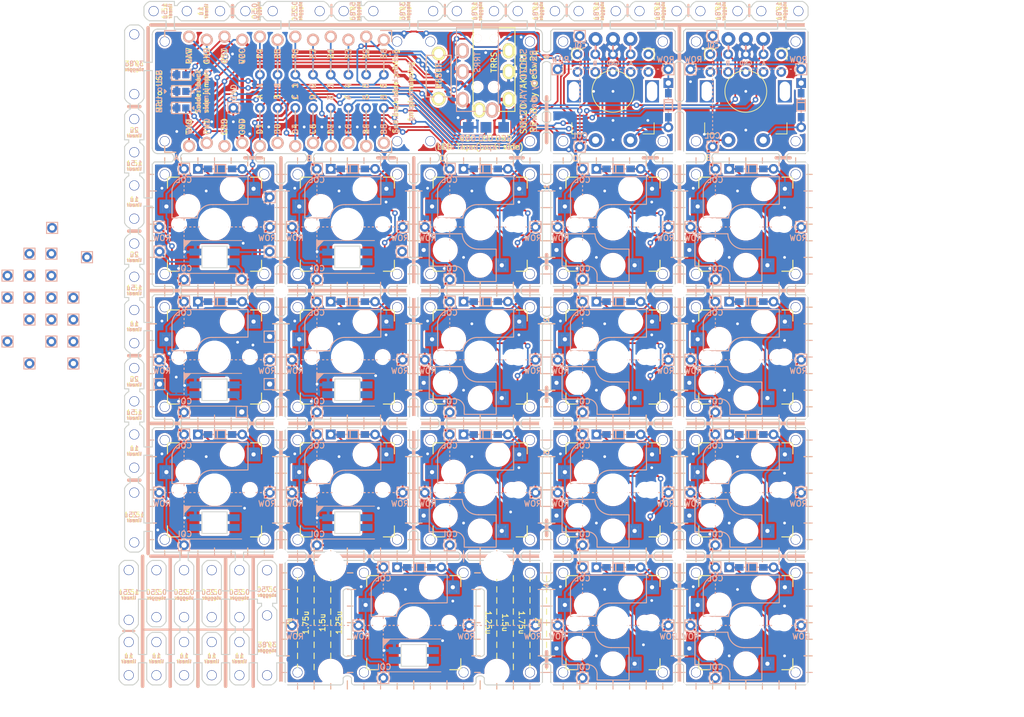
<source format=kicad_pcb>
(kicad_pcb (version 20171130) (host pcbnew 5.1.10-88a1d61d58~90~ubuntu20.04.1)
  (title_block (title "SU120 Yakitori Keyboard") (rev 8) (company @e3w2q))
  (layers (0 F.Cu signal) (31 B.Cu signal) (34 B.Paste user hide) (35 F.Paste user hide) (36 B.SilkS user hide) (37 F.SilkS user) (38 B.Mask user hide) (39 F.Mask user hide) (44 Edge.Cuts user))
  (net 0 "")
  (net 1 "Net-(D1-Pad2)")
  (net 2 "Net-(D2-Pad2)")
  (net 3 "Net-(D3-Pad2)")
  (net 4 "Net-(D4-Pad2)")
  (net 5 "Net-(D10-Pad2)")
  (net 6 GND)
  (net 7 "Net-(D5-Pad2)")
  (net 8 "Net-(D6-Pad2)")
  (net 9 "Net-(D7-Pad2)")
  (net 10 "Net-(D8-Pad2)")
  (net 11 "Net-(D9-Pad2)")
  (net 12 "Net-(D11-Pad2)")
  (net 13 "Net-(D12-Pad2)")
  (net 14 Y1)
  (net 15 Y2)
  (net 16 Y3)
  (net 17 X1)
  (net 18 X2)
  (net 19 X3)
  (net 20 X4)
  (net 21 X5)
  (net 22 "Net-(D13-Pad2)")
  (net 23 "Net-(D14-Pad2)")
  (net 24 "Net-(D15-Pad2)")
  (net 25 "Net-(D16-Pad2)")
  (net 26 Y4)
  (net 27 "Net-(D17-Pad2)")
  (net 28 data)
  (net 29 led)
  (net 30 Y5)
  (net 31 Y6)
  (net 32 X6)
  (net 33 X7)
  (net 34 X8)
  (net 35 X9)
  (net 36 X10)
  (net 37 "Net-(D18-Pad2)")
  (net 38 "Net-(D19-Pad2)")
  (net 39 VCC)
  (net 40 dummyVCC)
  (net 41 dummydata)
  (net 42 dummyled)
  (net 43 reset2)
  (net 44 reset1)
  (net 45 "Net-(D20-Pad2)")
  (net 46 "Net-(J1-PadA)")
  (net 47 "Net-(J6-PadA)")
  (net 48 "Net-(J7-Pad10)")
  (net 49 "Net-(J7-Pad9)")
  (net 50 "Net-(J7-Pad7)")
  (net 51 "Net-(J7-Pad5)")
  (net 52 "Net-(J7-Pad3)")
  (net 53 "Net-(J7-Pad2)")
  (net 54 "Net-(J7-Pad1)")
  (net 55 "Net-(J8-Pad1)")
  (net 56 "Net-(J8-Pad2)")
  (net 57 "Net-(J8-Pad3)")
  (net 58 "Net-(J8-Pad5)")
  (net 59 "Net-(J8-Pad7)")
  (net 60 "Net-(J8-Pad9)")
  (net 61 "Net-(J8-Pad10)")
  (net 62 "Net-(H101-Pad1)")
  (net 63 "Net-(H103-Pad1)")
  (net 64 "Net-(H105-Pad1)")
  (net 65 "Net-(H112-Pad1)")
  (net 66 "Net-(H142-Pad1)")
  (net 67 "Net-(H144-Pad1)")
  (net 68 "Net-(H146-Pad1)")
  (net 69 "Net-(H149-Pad1)")
  (module "#footprint:1pin_conn" (layer F.Cu) (at 43.702501 89.65625 90)
    (fp_text reference H101 hide)
    (fp_text value MountingHole_Pad hide)
    (pad 1 thru_hole circle (at 0 0 90) (size 1.4 1.4) (drill 0.75) (layers *.Cu *.Mask) (net 62 "Net-(H101-Pad1)"))
  )
  (module "#footprint:1pin_conn" (layer F.Cu) (at 33.302501 90.45625 90)
    (fp_text reference H156 hide)
    (fp_text value MountingHole_Pad hide)
    (pad 1 thru_hole circle (at 0 0 90) (size 1.4 1.4) (drill 0.75) (layers *.Cu *.Mask) (net 39 VCC))
  )
  (module "#footprint:1pin_conn" (layer F.Cu) (at 28.202501 89.95625 90)
    (fp_text reference H155 hide)
    (fp_text value MountingHole_Pad hide)
    (pad 1 thru_hole circle (at 0 0 90) (size 1.4 1.4) (drill 0.75) (layers *.Cu *.Mask) (net 68 "Net-(H146-Pad1)"))
  )
  (module "#footprint:1pin_conn" (layer F.Cu) (at 28.302501 86.25625 90)
    (fp_text reference H154 hide)
    (fp_text value MountingHole_Pad hide)
    (pad 1 thru_hole circle (at 0 0 90) (size 1.4 1.4) (drill 0.75) (layers *.Cu *.Mask) (net 39 VCC))
  )
  (module "#footprint:1pin_conn" (layer F.Cu) (at 25.052501 89.95625 90)
    (fp_text reference H153 hide)
    (fp_text value MountingHole_Pad hide)
    (pad 1 thru_hole circle (at 0 0 90) (size 1.4 1.4) (drill 0.75) (layers *.Cu *.Mask) (net 67 "Net-(H144-Pad1)"))
  )
  (module "#footprint:1pin_conn" (layer F.Cu) (at 28.202501 93.10625 90)
    (fp_text reference H152 hide)
    (fp_text value MountingHole_Pad hide)
    (pad 1 thru_hole circle (at 0 0 90) (size 1.4 1.4) (drill 0.75) (layers *.Cu *.Mask) (net 39 VCC))
  )
  (module "#footprint:1pin_conn" (layer F.Cu) (at 31.352501 96.25625 90)
    (fp_text reference H151 hide)
    (fp_text value MountingHole_Pad hide)
    (pad 1 thru_hole circle (at 0 0 90) (size 1.4 1.4) (drill 0.75) (layers *.Cu *.Mask) (net 66 "Net-(H142-Pad1)"))
  )
  (module "#footprint:1pin_conn" (layer F.Cu) (at 78.502501 89.65625 90)
    (fp_text reference H150 hide)
    (fp_text value MountingHole_Pad hide)
    (pad 1 thru_hole circle (at 0 0 90) (size 1.4 1.4) (drill 0.75) (layers *.Cu *.Mask) (net 39 VCC))
  )
  (module "#footprint:1pin_conn" (layer F.Cu) (at 25.052501 93.10625 90)
    (fp_text reference H149 hide)
    (fp_text value MountingHole_Pad hide)
    (pad 1 thru_hole circle (at 0 0 90) (size 1.4 1.4) (drill 0.75) (layers *.Cu *.Mask) (net 69 "Net-(H149-Pad1)"))
  )
  (module "#footprint:1pin_conn" (layer F.Cu) (at 28.202501 96.25625 90)
    (fp_text reference H148 hide)
    (fp_text value MountingHole_Pad hide)
    (pad 1 thru_hole circle (at 0 0 90) (size 1.4 1.4) (drill 0.75) (layers *.Cu *.Mask) (net 65 "Net-(H112-Pad1)"))
  )
  (module "#footprint:1pin_conn" (layer F.Cu) (at 31.352501 99.40625 90)
    (fp_text reference H147 hide)
    (fp_text value MountingHole_Pad hide)
    (pad 1 thru_hole circle (at 0 0 90) (size 1.4 1.4) (drill 0.75) (layers *.Cu *.Mask) (net 6 GND))
  )
  (module "#footprint:1pin_conn" (layer F.Cu) (at 21.902501 93.10625 90)
    (fp_text reference H146 hide)
    (fp_text value MountingHole_Pad hide)
    (pad 1 thru_hole circle (at 0 0 90) (size 1.4 1.4) (drill 0.75) (layers *.Cu *.Mask) (net 68 "Net-(H146-Pad1)"))
  )
  (module "#footprint:1pin_conn" (layer F.Cu) (at 25.052501 96.25625 90)
    (fp_text reference H145 hide)
    (fp_text value MountingHole_Pad hide)
    (pad 1 thru_hole circle (at 0 0 90) (size 1.4 1.4) (drill 0.75) (layers *.Cu *.Mask) (net 6 GND))
  )
  (module "#footprint:1pin_conn" (layer F.Cu) (at 28.202501 99.40625 90)
    (fp_text reference H144 hide)
    (fp_text value MountingHole_Pad hide)
    (pad 1 thru_hole circle (at 0 0 90) (size 1.4 1.4) (drill 0.75) (layers *.Cu *.Mask) (net 67 "Net-(H144-Pad1)"))
  )
  (module "#footprint:1pin_conn" (layer F.Cu) (at 31.352501 102.55625 90)
    (fp_text reference H143 hide)
    (fp_text value MountingHole_Pad hide)
    (pad 1 thru_hole circle (at 0 0 90) (size 1.4 1.4) (drill 0.75) (layers *.Cu *.Mask) (net 6 GND))
  )
  (module "#footprint:1pin_conn" (layer F.Cu) (at 21.902501 96.25625 90)
    (fp_text reference H142 hide)
    (fp_text value MountingHole_Pad hide)
    (pad 1 thru_hole circle (at 0 0 90) (size 1.4 1.4) (drill 0.75) (layers *.Cu *.Mask) (net 66 "Net-(H142-Pad1)"))
  )
  (module "#footprint:1pin_conn" (layer F.Cu) (at 25.052501 99.40625 90)
    (fp_text reference H141 hide)
    (fp_text value MountingHole_Pad hide)
    (pad 1 thru_hole circle (at 0 0 90) (size 1.4 1.4) (drill 0.75) (layers *.Cu *.Mask) (net 6 GND))
  )
  (module "#footprint:1pin_conn" (layer F.Cu) (at 28.202501 102.55625 90)
    (fp_text reference H112 hide)
    (fp_text value MountingHole_Pad hide)
    (pad 1 thru_hole circle (at 0 0 90) (size 1.4 1.4) (drill 0.75) (layers *.Cu *.Mask) (net 65 "Net-(H112-Pad1)"))
  )
  (module "#footprint:1pin_conn" (layer F.Cu) (at 31.352501 105.70625 90)
    (fp_text reference H111 hide)
    (fp_text value MountingHole_Pad hide)
    (pad 1 thru_hole circle (at 0 0 90) (size 1.4 1.4) (drill 0.75) (layers *.Cu *.Mask) (net 39 VCC))
  )
  (module "#footprint:1pin_conn" (layer F.Cu) (at 59.502501 108.65625 90)
    (fp_text reference H110 hide)
    (fp_text value MountingHole_Pad hide)
    (pad 1 thru_hole circle (at 0 0 90) (size 1.4 1.4) (drill 0.75) (layers *.Cu *.Mask) (net 64 "Net-(H105-Pad1)"))
  )
  (module "#footprint:1pin_conn" (layer F.Cu) (at 55.502501 112.65625 90)
    (fp_text reference H109 hide)
    (fp_text value MountingHole_Pad hide)
    (pad 1 thru_hole circle (at 0 0 90) (size 1.4 1.4) (drill 0.75) (layers *.Cu *.Mask) (net 39 VCC))
  )
  (module "#footprint:1pin_conn" (layer F.Cu) (at 59.502501 89.65625 180)
    (fp_text reference H108 hide)
    (fp_text value MountingHole_Pad hide)
    (pad 1 thru_hole circle (at 0 0 180) (size 1.4 1.4) (drill 0.75) (layers *.Cu *.Mask) (net 63 "Net-(H103-Pad1)"))
  )
  (module "#footprint:1pin_conn" (layer F.Cu) (at 55.502501 93.65625 180)
    (fp_text reference H107 hide)
    (fp_text value MountingHole_Pad hide)
    (pad 1 thru_hole circle (at 0 0 180) (size 1.4 1.4) (drill 0.75) (layers *.Cu *.Mask) (net 39 VCC))
  )
  (module "#footprint:1pin_conn" (layer F.Cu) (at 21.902501 102.55625 90)
    (fp_text reference H106 hide)
    (fp_text value MountingHole_Pad hide)
    (pad 1 thru_hole circle (at 0 0 90) (size 1.4 1.4) (drill 0.75) (layers *.Cu *.Mask) (net 6 GND))
  )
  (module "#footprint:1pin_conn" (layer F.Cu) (at 25.052501 105.70625 90)
    (fp_text reference H105 hide)
    (fp_text value MountingHole_Pad hide)
    (pad 1 thru_hole circle (at 0 0 90) (size 1.4 1.4) (drill 0.75) (layers *.Cu *.Mask) (net 64 "Net-(H105-Pad1)"))
  )
  (module "#footprint:1pin_conn" (layer F.Cu) (at 59.502501 101.85625 90)
    (fp_text reference H104 hide)
    (fp_text value MountingHole_Pad hide)
    (pad 1 thru_hole circle (at 0 0 90) (size 1.4 1.4) (drill 0.75) (layers *.Cu *.Mask) (net 6 GND))
  )
  (module "#footprint:1pin_conn" (layer F.Cu) (at 43.702501 108.65625 90)
    (fp_text reference H103 hide)
    (fp_text value MountingHole_Pad hide)
    (pad 1 thru_hole circle (at 0 0 90) (size 1.4 1.4) (drill 0.75) (layers *.Cu *.Mask) (net 63 "Net-(H103-Pad1)"))
  )
  (module "#footprint:1pin_conn" (layer F.Cu) (at 59.502501 81.85625 90)
    (fp_text reference H102 hide)
    (fp_text value MountingHole_Pad hide)
    (pad 1 thru_hole circle (at 0 0 90) (size 1.4 1.4) (drill 0.75) (layers *.Cu *.Mask) (net 6 GND))
  )
  (module "#footprint:CherryMX_MidHeight_RGB_Hotswap" (layer F.Cu) (at 80.16875 142.875)
    (fp_text reference SW16 hide)
    (fp_text value SW_PUSH_LED hide)
    (fp_line (start -1.8 6.249) (end -1.8 3.149) (layer Edge.Cuts) (width 0.12))
    (fp_line (start 1.8 6.249) (end -1.8 6.249) (layer Edge.Cuts) (width 0.12))
    (fp_line (start 1.8 3.149) (end 1.8 6.249) (layer Edge.Cuts) (width 0.12))
    (fp_line (start -1.8 3.149) (end 1.8 3.149) (layer Edge.Cuts) (width 0.12))
    (pad 2 smd rect (at 2.75 3.999) (size 1.7 1) (layers B.Cu B.Paste B.Mask) (net 68 "Net-(H146-Pad1)"))
    (pad 4 smd rect (at -2.75 5.399) (size 1.7 1) (layers B.Cu B.Paste B.Mask) (net 65 "Net-(H112-Pad1)"))
    (pad 3 smd rect (at -2.75 3.999) (size 1.7 1) (layers B.Cu B.Paste B.Mask) (net 6 GND))
    (pad 1 smd rect (at 2.75 5.399) (size 1.7 1) (layers B.Cu B.Paste B.Mask) (net 39 VCC))
    (pad "" np_thru_hole circle (at -3.81 -2.54 180) (size 3 3) (drill 3) (layers *.Cu *.Mask))
    (pad "" np_thru_hole circle (at -5.08 0) (size 1.7 1.7) (drill 1.7) (layers *.Cu *.Mask))
    (pad "" np_thru_hole circle (at 5.08 0) (size 1.7 1.7) (drill 1.7) (layers *.Cu *.Mask))
    (pad "" np_thru_hole circle (at 0 0 90) (size 4.1 4.1) (drill 4.1) (layers *.Cu *.Mask))
    (pad "" np_thru_hole circle (at 2.54 -5.08 180) (size 3 3) (drill 3) (layers *.Cu *.Mask))
    (pad 5 thru_hole rect (at -6.9 -2.54) (size 1 1) (drill 0.6) (layers *.Cu B.Mask) (net 18 X2))
    (pad 5 smd rect (at -7.65 -2.54 180) (size 0.5 2) (layers B.Cu B.Paste B.Mask) (net 18 X2))
    (pad 5 smd rect (at -6.15 -2.54 180) (size 0.5 2) (layers B.Cu B.Paste B.Mask) (net 18 X2))
    (pad 5 smd rect (at -6.9 -1.79 180) (size 1 0.5) (layers B.Cu B.Paste B.Mask) (net 18 X2))
    (pad 5 smd rect (at -6.9 -3.29 180) (size 1 0.5) (layers B.Cu B.Paste B.Mask) (net 18 X2))
    (pad 6 thru_hole rect (at 5.6 -5.08) (size 1 1) (drill 0.6) (layers *.Cu B.Mask) (net 25 "Net-(D16-Pad2)"))
    (pad 6 smd rect (at 5.66125 -5.83 180) (size 1.125 0.5) (layers B.Cu B.Paste B.Mask) (net 25 "Net-(D16-Pad2)"))
    (pad 6 smd rect (at 5.6 -4.33 180) (size 1 0.5) (layers B.Cu B.Paste B.Mask) (net 25 "Net-(D16-Pad2)"))
    (pad 6 smd rect (at 6.35 -4.8925 180) (size 0.5 1.625) (layers B.Cu B.Paste B.Mask) (net 25 "Net-(D16-Pad2)"))
    (pad 6 smd rect (at 4.85 -5.08 180) (size 0.5 2) (layers B.Cu B.Paste B.Mask) (net 25 "Net-(D16-Pad2)"))
    (pad 6 smd circle (at 6.225 -5.705 180) (size 0.75 0.75) (layers B.Cu B.Paste B.Mask) (net 25 "Net-(D16-Pad2)"))
  )
  (module "#footprint:CherryMX_MidHeight_RGB_Hotswap" (layer F.Cu) (at 70.64375 123.825)
    (fp_text reference SW12 hide)
    (fp_text value SW_PUSH_LED hide)
    (fp_line (start -1.8 6.249) (end -1.8 3.149) (layer Edge.Cuts) (width 0.12))
    (fp_line (start 1.8 6.249) (end -1.8 6.249) (layer Edge.Cuts) (width 0.12))
    (fp_line (start 1.8 3.149) (end 1.8 6.249) (layer Edge.Cuts) (width 0.12))
    (fp_line (start -1.8 3.149) (end 1.8 3.149) (layer Edge.Cuts) (width 0.12))
    (pad 2 smd rect (at 2.75 3.999) (size 1.7 1) (layers B.Cu B.Paste B.Mask) (net 67 "Net-(H144-Pad1)"))
    (pad 4 smd rect (at -2.75 5.399) (size 1.7 1) (layers B.Cu B.Paste B.Mask) (net 68 "Net-(H146-Pad1)"))
    (pad 3 smd rect (at -2.75 3.999) (size 1.7 1) (layers B.Cu B.Paste B.Mask) (net 6 GND))
    (pad 1 smd rect (at 2.75 5.399) (size 1.7 1) (layers B.Cu B.Paste B.Mask) (net 39 VCC))
    (pad "" np_thru_hole circle (at -3.81 -2.54 180) (size 3 3) (drill 3) (layers *.Cu *.Mask))
    (pad "" np_thru_hole circle (at -5.08 0) (size 1.7 1.7) (drill 1.7) (layers *.Cu *.Mask))
    (pad "" np_thru_hole circle (at 5.08 0) (size 1.7 1.7) (drill 1.7) (layers *.Cu *.Mask))
    (pad "" np_thru_hole circle (at 0 0 90) (size 4.1 4.1) (drill 4.1) (layers *.Cu *.Mask))
    (pad "" np_thru_hole circle (at 2.54 -5.08 180) (size 3 3) (drill 3) (layers *.Cu *.Mask))
    (pad 5 thru_hole rect (at -6.9 -2.54) (size 1 1) (drill 0.6) (layers *.Cu B.Mask) (net 18 X2))
    (pad 5 smd rect (at -7.65 -2.54 180) (size 0.5 2) (layers B.Cu B.Paste B.Mask) (net 18 X2))
    (pad 5 smd rect (at -6.15 -2.54 180) (size 0.5 2) (layers B.Cu B.Paste B.Mask) (net 18 X2))
    (pad 5 smd rect (at -6.9 -1.79 180) (size 1 0.5) (layers B.Cu B.Paste B.Mask) (net 18 X2))
    (pad 5 smd rect (at -6.9 -3.29 180) (size 1 0.5) (layers B.Cu B.Paste B.Mask) (net 18 X2))
    (pad 6 thru_hole rect (at 5.6 -5.08) (size 1 1) (drill 0.6) (layers *.Cu B.Mask) (net 13 "Net-(D12-Pad2)"))
    (pad 6 smd rect (at 5.66125 -5.83 180) (size 1.125 0.5) (layers B.Cu B.Paste B.Mask) (net 13 "Net-(D12-Pad2)"))
    (pad 6 smd rect (at 5.6 -4.33 180) (size 1 0.5) (layers B.Cu B.Paste B.Mask) (net 13 "Net-(D12-Pad2)"))
    (pad 6 smd rect (at 6.35 -4.8925 180) (size 0.5 1.625) (layers B.Cu B.Paste B.Mask) (net 13 "Net-(D12-Pad2)"))
    (pad 6 smd rect (at 4.85 -5.08 180) (size 0.5 2) (layers B.Cu B.Paste B.Mask) (net 13 "Net-(D12-Pad2)"))
    (pad 6 smd circle (at 6.225 -5.705 180) (size 0.75 0.75) (layers B.Cu B.Paste B.Mask) (net 13 "Net-(D12-Pad2)"))
  )
  (module "#footprint:CherryMX_MidHeight_RGB_Hotswap" (layer F.Cu) (at 70.64375 104.775)
    (fp_text reference SW7 hide)
    (fp_text value SW_PUSH_LED hide)
    (fp_line (start -1.8 6.249) (end -1.8 3.149) (layer Edge.Cuts) (width 0.12))
    (fp_line (start 1.8 6.249) (end -1.8 6.249) (layer Edge.Cuts) (width 0.12))
    (fp_line (start 1.8 3.149) (end 1.8 6.249) (layer Edge.Cuts) (width 0.12))
    (fp_line (start -1.8 3.149) (end 1.8 3.149) (layer Edge.Cuts) (width 0.12))
    (pad 2 smd rect (at 2.75 3.999) (size 1.7 1) (layers B.Cu B.Paste B.Mask) (net 66 "Net-(H142-Pad1)"))
    (pad 4 smd rect (at -2.75 5.399) (size 1.7 1) (layers B.Cu B.Paste B.Mask) (net 67 "Net-(H144-Pad1)"))
    (pad 3 smd rect (at -2.75 3.999) (size 1.7 1) (layers B.Cu B.Paste B.Mask) (net 6 GND))
    (pad 1 smd rect (at 2.75 5.399) (size 1.7 1) (layers B.Cu B.Paste B.Mask) (net 39 VCC))
    (pad "" np_thru_hole circle (at -3.81 -2.54 180) (size 3 3) (drill 3) (layers *.Cu *.Mask))
    (pad "" np_thru_hole circle (at -5.08 0) (size 1.7 1.7) (drill 1.7) (layers *.Cu *.Mask))
    (pad "" np_thru_hole circle (at 5.08 0) (size 1.7 1.7) (drill 1.7) (layers *.Cu *.Mask))
    (pad "" np_thru_hole circle (at 0 0 90) (size 4.1 4.1) (drill 4.1) (layers *.Cu *.Mask))
    (pad "" np_thru_hole circle (at 2.54 -5.08 180) (size 3 3) (drill 3) (layers *.Cu *.Mask))
    (pad 5 thru_hole rect (at -6.9 -2.54) (size 1 1) (drill 0.6) (layers *.Cu B.Mask) (net 18 X2))
    (pad 5 smd rect (at -7.65 -2.54 180) (size 0.5 2) (layers B.Cu B.Paste B.Mask) (net 18 X2))
    (pad 5 smd rect (at -6.15 -2.54 180) (size 0.5 2) (layers B.Cu B.Paste B.Mask) (net 18 X2))
    (pad 5 smd rect (at -6.9 -1.79 180) (size 1 0.5) (layers B.Cu B.Paste B.Mask) (net 18 X2))
    (pad 5 smd rect (at -6.9 -3.29 180) (size 1 0.5) (layers B.Cu B.Paste B.Mask) (net 18 X2))
    (pad 6 thru_hole rect (at 5.6 -5.08) (size 1 1) (drill 0.6) (layers *.Cu B.Mask) (net 9 "Net-(D7-Pad2)"))
    (pad 6 smd rect (at 5.66125 -5.83 180) (size 1.125 0.5) (layers B.Cu B.Paste B.Mask) (net 9 "Net-(D7-Pad2)"))
    (pad 6 smd rect (at 5.6 -4.33 180) (size 1 0.5) (layers B.Cu B.Paste B.Mask) (net 9 "Net-(D7-Pad2)"))
    (pad 6 smd rect (at 6.35 -4.8925 180) (size 0.5 1.625) (layers B.Cu B.Paste B.Mask) (net 9 "Net-(D7-Pad2)"))
    (pad 6 smd rect (at 4.85 -5.08 180) (size 0.5 2) (layers B.Cu B.Paste B.Mask) (net 9 "Net-(D7-Pad2)"))
    (pad 6 smd circle (at 6.225 -5.705 180) (size 0.75 0.75) (layers B.Cu B.Paste B.Mask) (net 9 "Net-(D7-Pad2)"))
  )
  (module "#footprint:CherryMX_MidHeight_RGB_Hotswap" (layer F.Cu) (at 70.64375 85.725)
    (fp_text reference SW2 hide)
    (fp_text value SW_PUSH_LED hide)
    (fp_line (start -1.8 6.249) (end -1.8 3.149) (layer Edge.Cuts) (width 0.12))
    (fp_line (start 1.8 6.249) (end -1.8 6.249) (layer Edge.Cuts) (width 0.12))
    (fp_line (start 1.8 3.149) (end 1.8 6.249) (layer Edge.Cuts) (width 0.12))
    (fp_line (start -1.8 3.149) (end 1.8 3.149) (layer Edge.Cuts) (width 0.12))
    (pad 2 smd rect (at 2.75 3.999) (size 1.7 1) (layers B.Cu B.Paste B.Mask) (net 69 "Net-(H149-Pad1)"))
    (pad 4 smd rect (at -2.75 5.399) (size 1.7 1) (layers B.Cu B.Paste B.Mask) (net 66 "Net-(H142-Pad1)"))
    (pad 3 smd rect (at -2.75 3.999) (size 1.7 1) (layers B.Cu B.Paste B.Mask) (net 6 GND))
    (pad 1 smd rect (at 2.75 5.399) (size 1.7 1) (layers B.Cu B.Paste B.Mask) (net 39 VCC))
    (pad "" np_thru_hole circle (at -3.81 -2.54 180) (size 3 3) (drill 3) (layers *.Cu *.Mask))
    (pad "" np_thru_hole circle (at -5.08 0) (size 1.7 1.7) (drill 1.7) (layers *.Cu *.Mask))
    (pad "" np_thru_hole circle (at 5.08 0) (size 1.7 1.7) (drill 1.7) (layers *.Cu *.Mask))
    (pad "" np_thru_hole circle (at 0 0 90) (size 4.1 4.1) (drill 4.1) (layers *.Cu *.Mask))
    (pad "" np_thru_hole circle (at 2.54 -5.08 180) (size 3 3) (drill 3) (layers *.Cu *.Mask))
    (pad 5 thru_hole rect (at -6.9 -2.54) (size 1 1) (drill 0.6) (layers *.Cu B.Mask) (net 18 X2))
    (pad 5 smd rect (at -7.65 -2.54 180) (size 0.5 2) (layers B.Cu B.Paste B.Mask) (net 18 X2))
    (pad 5 smd rect (at -6.15 -2.54 180) (size 0.5 2) (layers B.Cu B.Paste B.Mask) (net 18 X2))
    (pad 5 smd rect (at -6.9 -1.79 180) (size 1 0.5) (layers B.Cu B.Paste B.Mask) (net 18 X2))
    (pad 5 smd rect (at -6.9 -3.29 180) (size 1 0.5) (layers B.Cu B.Paste B.Mask) (net 18 X2))
    (pad 6 thru_hole rect (at 5.6 -5.08) (size 1 1) (drill 0.6) (layers *.Cu B.Mask) (net 2 "Net-(D2-Pad2)"))
    (pad 6 smd rect (at 5.66125 -5.83 180) (size 1.125 0.5) (layers B.Cu B.Paste B.Mask) (net 2 "Net-(D2-Pad2)"))
    (pad 6 smd rect (at 5.6 -4.33 180) (size 1 0.5) (layers B.Cu B.Paste B.Mask) (net 2 "Net-(D2-Pad2)"))
    (pad 6 smd rect (at 6.35 -4.8925 180) (size 0.5 1.625) (layers B.Cu B.Paste B.Mask) (net 2 "Net-(D2-Pad2)"))
    (pad 6 smd rect (at 4.85 -5.08 180) (size 0.5 2) (layers B.Cu B.Paste B.Mask) (net 2 "Net-(D2-Pad2)"))
    (pad 6 smd circle (at 6.225 -5.705 180) (size 0.75 0.75) (layers B.Cu B.Paste B.Mask) (net 2 "Net-(D2-Pad2)"))
  )
  (module "#footprint:CherryMX_MidHeight_RGB_Hotswap" (layer F.Cu) (at 51.59375 123.825)
    (fp_text reference SW11 hide)
    (fp_text value SW_PUSH_LED hide)
    (fp_line (start -1.8 6.249) (end -1.8 3.149) (layer Edge.Cuts) (width 0.12))
    (fp_line (start 1.8 6.249) (end -1.8 6.249) (layer Edge.Cuts) (width 0.12))
    (fp_line (start 1.8 3.149) (end 1.8 6.249) (layer Edge.Cuts) (width 0.12))
    (fp_line (start -1.8 3.149) (end 1.8 3.149) (layer Edge.Cuts) (width 0.12))
    (pad 2 smd rect (at 2.75 3.999) (size 1.7 1) (layers B.Cu B.Paste B.Mask) (net 65 "Net-(H112-Pad1)"))
    (pad 4 smd rect (at -2.75 5.399) (size 1.7 1) (layers B.Cu B.Paste B.Mask) (net 64 "Net-(H105-Pad1)"))
    (pad 3 smd rect (at -2.75 3.999) (size 1.7 1) (layers B.Cu B.Paste B.Mask) (net 6 GND))
    (pad 1 smd rect (at 2.75 5.399) (size 1.7 1) (layers B.Cu B.Paste B.Mask) (net 39 VCC))
    (pad "" np_thru_hole circle (at -3.81 -2.54 180) (size 3 3) (drill 3) (layers *.Cu *.Mask))
    (pad "" np_thru_hole circle (at -5.08 0) (size 1.7 1.7) (drill 1.7) (layers *.Cu *.Mask))
    (pad "" np_thru_hole circle (at 5.08 0) (size 1.7 1.7) (drill 1.7) (layers *.Cu *.Mask))
    (pad "" np_thru_hole circle (at 0 0 90) (size 4.1 4.1) (drill 4.1) (layers *.Cu *.Mask))
    (pad "" np_thru_hole circle (at 2.54 -5.08 180) (size 3 3) (drill 3) (layers *.Cu *.Mask))
    (pad 5 thru_hole rect (at -6.9 -2.54) (size 1 1) (drill 0.6) (layers *.Cu B.Mask) (net 17 X1))
    (pad 5 smd rect (at -7.65 -2.54 180) (size 0.5 2) (layers B.Cu B.Paste B.Mask) (net 17 X1))
    (pad 5 smd rect (at -6.15 -2.54 180) (size 0.5 2) (layers B.Cu B.Paste B.Mask) (net 17 X1))
    (pad 5 smd rect (at -6.9 -1.79 180) (size 1 0.5) (layers B.Cu B.Paste B.Mask) (net 17 X1))
    (pad 5 smd rect (at -6.9 -3.29 180) (size 1 0.5) (layers B.Cu B.Paste B.Mask) (net 17 X1))
    (pad 6 thru_hole rect (at 5.6 -5.08) (size 1 1) (drill 0.6) (layers *.Cu B.Mask) (net 12 "Net-(D11-Pad2)"))
    (pad 6 smd rect (at 5.66125 -5.83 180) (size 1.125 0.5) (layers B.Cu B.Paste B.Mask) (net 12 "Net-(D11-Pad2)"))
    (pad 6 smd rect (at 5.6 -4.33 180) (size 1 0.5) (layers B.Cu B.Paste B.Mask) (net 12 "Net-(D11-Pad2)"))
    (pad 6 smd rect (at 6.35 -4.8925 180) (size 0.5 1.625) (layers B.Cu B.Paste B.Mask) (net 12 "Net-(D11-Pad2)"))
    (pad 6 smd rect (at 4.85 -5.08 180) (size 0.5 2) (layers B.Cu B.Paste B.Mask) (net 12 "Net-(D11-Pad2)"))
    (pad 6 smd circle (at 6.225 -5.705 180) (size 0.75 0.75) (layers B.Cu B.Paste B.Mask) (net 12 "Net-(D11-Pad2)"))
  )
  (module "#footprint:CherryMX_MidHeight_RGB_Hotswap" (layer F.Cu) (at 51.59375 104.775)
    (fp_text reference SW6 hide)
    (fp_text value SW_PUSH_LED hide)
    (fp_line (start -1.8 6.249) (end -1.8 3.149) (layer Edge.Cuts) (width 0.12))
    (fp_line (start 1.8 6.249) (end -1.8 6.249) (layer Edge.Cuts) (width 0.12))
    (fp_line (start 1.8 3.149) (end 1.8 6.249) (layer Edge.Cuts) (width 0.12))
    (fp_line (start -1.8 3.149) (end 1.8 3.149) (layer Edge.Cuts) (width 0.12))
    (pad 2 smd rect (at 2.75 3.999) (size 1.7 1) (layers B.Cu B.Paste B.Mask) (net 64 "Net-(H105-Pad1)"))
    (pad 4 smd rect (at -2.75 5.399) (size 1.7 1) (layers B.Cu B.Paste B.Mask) (net 63 "Net-(H103-Pad1)"))
    (pad 3 smd rect (at -2.75 3.999) (size 1.7 1) (layers B.Cu B.Paste B.Mask) (net 6 GND))
    (pad 1 smd rect (at 2.75 5.399) (size 1.7 1) (layers B.Cu B.Paste B.Mask) (net 39 VCC))
    (pad "" np_thru_hole circle (at -3.81 -2.54 180) (size 3 3) (drill 3) (layers *.Cu *.Mask))
    (pad "" np_thru_hole circle (at -5.08 0) (size 1.7 1.7) (drill 1.7) (layers *.Cu *.Mask))
    (pad "" np_thru_hole circle (at 5.08 0) (size 1.7 1.7) (drill 1.7) (layers *.Cu *.Mask))
    (pad "" np_thru_hole circle (at 0 0 90) (size 4.1 4.1) (drill 4.1) (layers *.Cu *.Mask))
    (pad "" np_thru_hole circle (at 2.54 -5.08 180) (size 3 3) (drill 3) (layers *.Cu *.Mask))
    (pad 5 thru_hole rect (at -6.9 -2.54) (size 1 1) (drill 0.6) (layers *.Cu B.Mask) (net 17 X1))
    (pad 5 smd rect (at -7.65 -2.54 180) (size 0.5 2) (layers B.Cu B.Paste B.Mask) (net 17 X1))
    (pad 5 smd rect (at -6.15 -2.54 180) (size 0.5 2) (layers B.Cu B.Paste B.Mask) (net 17 X1))
    (pad 5 smd rect (at -6.9 -1.79 180) (size 1 0.5) (layers B.Cu B.Paste B.Mask) (net 17 X1))
    (pad 5 smd rect (at -6.9 -3.29 180) (size 1 0.5) (layers B.Cu B.Paste B.Mask) (net 17 X1))
    (pad 6 thru_hole rect (at 5.6 -5.08) (size 1 1) (drill 0.6) (layers *.Cu B.Mask) (net 8 "Net-(D6-Pad2)"))
    (pad 6 smd rect (at 5.66125 -5.83 180) (size 1.125 0.5) (layers B.Cu B.Paste B.Mask) (net 8 "Net-(D6-Pad2)"))
    (pad 6 smd rect (at 5.6 -4.33 180) (size 1 0.5) (layers B.Cu B.Paste B.Mask) (net 8 "Net-(D6-Pad2)"))
    (pad 6 smd rect (at 6.35 -4.8925 180) (size 0.5 1.625) (layers B.Cu B.Paste B.Mask) (net 8 "Net-(D6-Pad2)"))
    (pad 6 smd rect (at 4.85 -5.08 180) (size 0.5 2) (layers B.Cu B.Paste B.Mask) (net 8 "Net-(D6-Pad2)"))
    (pad 6 smd circle (at 6.225 -5.705 180) (size 0.75 0.75) (layers B.Cu B.Paste B.Mask) (net 8 "Net-(D6-Pad2)"))
  )
  (module "#footprint:CherryMX_MidHeight_RGB_Hotswap" (layer F.Cu) (at 51.59375 85.725)
    (fp_text reference SW1 hide)
    (fp_text value SW_PUSH_LED hide)
    (fp_line (start -1.8 6.249) (end -1.8 3.149) (layer Edge.Cuts) (width 0.12))
    (fp_line (start 1.8 6.249) (end -1.8 6.249) (layer Edge.Cuts) (width 0.12))
    (fp_line (start 1.8 3.149) (end 1.8 6.249) (layer Edge.Cuts) (width 0.12))
    (fp_line (start -1.8 3.149) (end 1.8 3.149) (layer Edge.Cuts) (width 0.12))
    (pad 2 smd rect (at 2.75 3.999) (size 1.7 1) (layers B.Cu B.Paste B.Mask) (net 63 "Net-(H103-Pad1)"))
    (pad 4 smd rect (at -2.75 5.399) (size 1.7 1) (layers B.Cu B.Paste B.Mask) (net 62 "Net-(H101-Pad1)"))
    (pad 3 smd rect (at -2.75 3.999) (size 1.7 1) (layers B.Cu B.Paste B.Mask) (net 6 GND))
    (pad 1 smd rect (at 2.75 5.399) (size 1.7 1) (layers B.Cu B.Paste B.Mask) (net 39 VCC))
    (pad "" np_thru_hole circle (at -3.81 -2.54 180) (size 3 3) (drill 3) (layers *.Cu *.Mask))
    (pad "" np_thru_hole circle (at -5.08 0) (size 1.7 1.7) (drill 1.7) (layers *.Cu *.Mask))
    (pad "" np_thru_hole circle (at 5.08 0) (size 1.7 1.7) (drill 1.7) (layers *.Cu *.Mask))
    (pad "" np_thru_hole circle (at 0 0 90) (size 4.1 4.1) (drill 4.1) (layers *.Cu *.Mask))
    (pad "" np_thru_hole circle (at 2.54 -5.08 180) (size 3 3) (drill 3) (layers *.Cu *.Mask))
    (pad 5 thru_hole rect (at -6.9 -2.54) (size 1 1) (drill 0.6) (layers *.Cu B.Mask) (net 17 X1))
    (pad 5 smd rect (at -7.65 -2.54 180) (size 0.5 2) (layers B.Cu B.Paste B.Mask) (net 17 X1))
    (pad 5 smd rect (at -6.15 -2.54 180) (size 0.5 2) (layers B.Cu B.Paste B.Mask) (net 17 X1))
    (pad 5 smd rect (at -6.9 -1.79 180) (size 1 0.5) (layers B.Cu B.Paste B.Mask) (net 17 X1))
    (pad 5 smd rect (at -6.9 -3.29 180) (size 1 0.5) (layers B.Cu B.Paste B.Mask) (net 17 X1))
    (pad 6 thru_hole rect (at 5.6 -5.08) (size 1 1) (drill 0.6) (layers *.Cu B.Mask) (net 1 "Net-(D1-Pad2)"))
    (pad 6 smd rect (at 5.66125 -5.83 180) (size 1.125 0.5) (layers B.Cu B.Paste B.Mask) (net 1 "Net-(D1-Pad2)"))
    (pad 6 smd rect (at 5.6 -4.33 180) (size 1 0.5) (layers B.Cu B.Paste B.Mask) (net 1 "Net-(D1-Pad2)"))
    (pad 6 smd rect (at 6.35 -4.8925 180) (size 0.5 1.625) (layers B.Cu B.Paste B.Mask) (net 1 "Net-(D1-Pad2)"))
    (pad 6 smd rect (at 4.85 -5.08 180) (size 0.5 2) (layers B.Cu B.Paste B.Mask) (net 1 "Net-(D1-Pad2)"))
    (pad 6 smd circle (at 6.225 -5.705 180) (size 0.75 0.75) (layers B.Cu B.Paste B.Mask) (net 1 "Net-(D1-Pad2)"))
  )
  (module "#footprint:M1.4_tapping_Hole_rev2" (layer F.Cu) (at 77.7875 59.531202)
    (fp_text reference "" hide)
    (fp_text value "" hide)
    (pad "" thru_hole circle (at 0 0) (size 1.43 1.43) (drill 1.28) (layers *.Cu *.Mask))
  )
  (module "#footprint:M1.4_tapping_Hole_rev2" (layer F.Cu) (at 82.55 59.531202)
    (fp_text reference "" hide)
    (fp_text value "" hide)
    (pad "" thru_hole circle (at 0 0) (size 1.43 1.43) (drill 1.28) (layers *.Cu *.Mask))
  )
  (module "#footprint:M1.4_tapping_Hole_rev2" (layer F.Cu) (at 82.55 73.818738)
    (fp_text reference "" hide)
    (fp_text value "" hide)
    (pad "" thru_hole circle (at 0 0) (size 1.43 1.43) (drill 1.28) (layers *.Cu *.Mask))
  )
  (module "#footprint:M1.4_tapping_Hole_rev2" (layer F.Cu) (at 77.7875 73.818738)
    (fp_text reference "" hide)
    (fp_text value "" hide)
    (pad "" thru_hole circle (at 0 0) (size 1.43 1.43) (drill 1.28) (layers *.Cu *.Mask))
  )
  (module "#footprint:M1.4_tapping_Hole_rev2" (layer F.Cu) (at 42.8625 55.165624 90)
    (fp_text reference "" hide)
    (fp_text value "" hide)
    (pad "" thru_hole circle (at 0 0 90) (size 1.43 1.43) (drill 1.28) (layers *.Cu *.Mask))
  )
  (module "#footprint:M1.4_tapping_Hole_rev2" (layer F.Cu) (at 52.3875 55.165624 90)
    (fp_text reference "" hide)
    (fp_text value "" hide)
    (pad "" thru_hole circle (at 0 0 90) (size 1.43 1.43) (drill 1.28) (layers *.Cu *.Mask))
  )
  (module "#footprint:M1.4_tapping_Hole_rev2" (layer F.Cu) (at 47.625 55.165624 90)
    (fp_text reference "" hide)
    (fp_text value "" hide)
    (pad "" thru_hole circle (at 0 0 90) (size 1.43 1.43) (drill 1.28) (layers *.Cu *.Mask))
  )
  (module "#footprint:M1.4_tapping_Hole_rev2" (layer F.Cu) (at 59.134376 141.829906)
    (fp_text reference "" hide)
    (fp_text value "" hide)
    (pad "" thru_hole circle (at 0 0) (size 1.43 1.43) (drill 1.28) (layers *.Cu *.Mask))
  )
  (module "#footprint:M1.4_tapping_Hole_rev2" (layer F.Cu) (at 39.290626 145.653125)
    (fp_text reference "" hide)
    (fp_text value "" hide)
    (pad "" thru_hole circle (at 0 0) (size 1.43 1.43) (drill 1.28) (layers *.Cu *.Mask))
  )
  (module "#footprint:M1.4_tapping_Hole_rev2" (layer F.Cu) (at 39.290626 150.415625)
    (fp_text reference "" hide)
    (fp_text value "" hide)
    (pad "" thru_hole circle (at 0 0) (size 1.43 1.43) (drill 1.28) (layers *.Cu *.Mask))
  )
  (module "#footprint:M1.4_tapping_Hole_rev2" (layer F.Cu) (at 47.228126 150.415625)
    (fp_text reference "" hide)
    (fp_text value "" hide)
    (pad "" thru_hole circle (at 0 0) (size 1.43 1.43) (drill 1.28) (layers *.Cu *.Mask))
  )
  (module "#footprint:M1.4_tapping_Hole_rev2" (layer F.Cu) (at 47.228126 142.08125)
    (fp_text reference "" hide)
    (fp_text value "" hide)
    (pad "" thru_hole circle (at 0 0) (size 1.43 1.43) (drill 1.28) (layers *.Cu *.Mask))
  )
  (module "#footprint:M1.4_tapping_Hole_rev2" (layer F.Cu) (at 47.228126 145.653125)
    (fp_text reference "" hide)
    (fp_text value "" hide)
    (pad "" thru_hole circle (at 0 0) (size 1.43 1.43) (drill 1.28) (layers *.Cu *.Mask))
  )
  (module "#footprint:M1.4_tapping_Hole_rev2" (layer F.Cu) (at 47.228126 135.346058)
    (fp_text reference "" hide)
    (fp_text value "" hide)
    (pad "" thru_hole circle (at 0 0) (size 1.43 1.43) (drill 1.28) (layers *.Cu *.Mask))
  )
  (module "#footprint:M1.4_tapping_Hole_rev2" (layer F.Cu) (at 51.196876 142.08125)
    (fp_text reference "" hide)
    (fp_text value "" hide)
    (pad "" thru_hole circle (at 0 0) (size 1.43 1.43) (drill 1.28) (layers *.Cu *.Mask))
  )
  (module "#footprint:M1.4_tapping_Hole_rev2" (layer F.Cu) (at 51.196876 145.653125)
    (fp_text reference "" hide)
    (fp_text value "" hide)
    (pad "" thru_hole circle (at 0 0) (size 1.43 1.43) (drill 1.28) (layers *.Cu *.Mask))
  )
  (module "#footprint:M1.4_tapping_Hole_rev2" (layer F.Cu) (at 51.196876 135.346058)
    (fp_text reference "" hide)
    (fp_text value "" hide)
    (pad "" thru_hole circle (at 0 0) (size 1.43 1.43) (drill 1.28) (layers *.Cu *.Mask))
  )
  (module "#footprint:M1.4_tapping_Hole_rev2" (layer F.Cu) (at 51.196876 150.415625)
    (fp_text reference "" hide)
    (fp_text value "" hide)
    (pad "" thru_hole circle (at 0 0) (size 1.43 1.43) (drill 1.28) (layers *.Cu *.Mask))
  )
  (module "#footprint:M1.4_tapping_Hole_rev2" (layer F.Cu) (at 55.165626 142.08125)
    (fp_text reference "" hide)
    (fp_text value "" hide)
    (pad "" thru_hole circle (at 0 0) (size 1.43 1.43) (drill 1.28) (layers *.Cu *.Mask))
  )
  (module "#footprint:M1.4_tapping_Hole_rev2" (layer F.Cu) (at 55.165626 145.653125)
    (fp_text reference "" hide)
    (fp_text value "" hide)
    (pad "" thru_hole circle (at 0 0) (size 1.43 1.43) (drill 1.28) (layers *.Cu *.Mask))
  )
  (module "#footprint:M1.4_tapping_Hole_rev2" (layer F.Cu) (at 55.165626 135.346058)
    (fp_text reference "" hide)
    (fp_text value "" hide)
    (pad "" thru_hole circle (at 0 0) (size 1.43 1.43) (drill 1.28) (layers *.Cu *.Mask))
  )
  (module "#footprint:M1.4_tapping_Hole_rev2" (layer F.Cu) (at 55.165626 150.415625)
    (fp_text reference "" hide)
    (fp_text value "" hide)
    (pad "" thru_hole circle (at 0 0) (size 1.43 1.43) (drill 1.28) (layers *.Cu *.Mask))
  )
  (module "#footprint:M1.4_tapping_Hole_rev2" (layer F.Cu) (at 59.134376 135.355278)
    (fp_text reference "" hide)
    (fp_text value "" hide)
    (pad "" thru_hole circle (at 0 0) (size 1.43 1.43) (drill 1.28) (layers *.Cu *.Mask))
  )
  (module "#footprint:M1.4_tapping_Hole_rev2" (layer F.Cu) (at 59.134376 150.415625)
    (fp_text reference "" hide)
    (fp_text value "" hide)
    (pad "" thru_hole circle (at 0 0) (size 1.43 1.43) (drill 1.28) (layers *.Cu *.Mask))
  )
  (module "#footprint:M1.4_tapping_Hole_rev2" (layer F.Cu) (at 40.084376 80.16875)
    (fp_text reference "" hide)
    (fp_text value "" hide)
    (pad "" thru_hole circle (at 0 0) (size 1.43 1.43) (drill 1.28) (layers *.Cu *.Mask))
  )
  (module "#footprint:M1.4_tapping_Hole_rev2" (layer F.Cu) (at 40.084376 75.40625)
    (fp_text reference "" hide)
    (fp_text value "" hide)
    (pad "" thru_hole circle (at 0 0) (size 1.43 1.43) (drill 1.28) (layers *.Cu *.Mask))
  )
  (module "#footprint:M1.4_tapping_Hole_rev2" (layer F.Cu) (at 40.084376 84.93125)
    (fp_text reference "" hide)
    (fp_text value "" hide)
    (pad "" thru_hole circle (at 0 0) (size 1.43 1.43) (drill 1.28) (layers *.Cu *.Mask))
  )
  (module "#footprint:M1.4_tapping_Hole_rev2" (layer F.Cu) (at 40.084376 70.64375)
    (fp_text reference "" hide)
    (fp_text value "" hide)
    (pad "" thru_hole circle (at 0 0) (size 1.43 1.43) (drill 1.28) (layers *.Cu *.Mask))
  )
  (module "#footprint:M1.4_tapping_Hole_rev2" (layer F.Cu) (at 40.084376 88.503125)
    (fp_text reference "" hide)
    (fp_text value "" hide)
    (pad "" thru_hole circle (at 0 0) (size 1.43 1.43) (drill 1.28) (layers *.Cu *.Mask))
  )
  (module "#footprint:M1.4_tapping_Hole_rev2" (layer F.Cu) (at 40.084376 98.028125)
    (fp_text reference "" hide)
    (fp_text value "" hide)
    (pad "" thru_hole circle (at 0 0) (size 1.43 1.43) (drill 1.28) (layers *.Cu *.Mask))
  )
  (module "#footprint:M1.4_tapping_Hole_rev2" (layer F.Cu) (at 40.084376 102.790625)
    (fp_text reference "" hide)
    (fp_text value "" hide)
    (pad "" thru_hole circle (at 0 0) (size 1.43 1.43) (drill 1.28) (layers *.Cu *.Mask))
  )
  (module "#footprint:M1.4_tapping_Hole_rev2" (layer F.Cu) (at 40.084376 93.265625)
    (fp_text reference "" hide)
    (fp_text value "" hide)
    (pad "" thru_hole circle (at 0 0) (size 1.43 1.43) (drill 1.28) (layers *.Cu *.Mask))
  )
  (module "#footprint:M1.4_tapping_Hole_rev2" (layer F.Cu) (at 56.025726 55.165624 90)
    (fp_text reference "" hide)
    (fp_text value "" hide)
    (pad "" thru_hole circle (at 0 0 90) (size 1.43 1.43) (drill 1.28) (layers *.Cu *.Mask))
  )
  (module "#footprint:M1.4_tapping_Hole_rev2" (layer F.Cu) (at 59.939808 55.165624 90)
    (fp_text reference "" hide)
    (fp_text value "" hide)
    (pad "" thru_hole circle (at 0 0 90) (size 1.43 1.43) (drill 1.28) (layers *.Cu *.Mask))
  )
  (module "#footprint:M1.4_tapping_Hole_rev2" (layer F.Cu) (at 66.675 55.165624 90)
    (fp_text reference "" hide)
    (fp_text value "" hide)
    (pad "" thru_hole circle (at 0 0 90) (size 1.43 1.43) (drill 1.28) (layers *.Cu *.Mask))
  )
  (module "#footprint:M1.4_tapping_Hole_rev2" (layer F.Cu) (at 40.084376 106.3625)
    (fp_text reference "" hide)
    (fp_text value "" hide)
    (pad "" thru_hole circle (at 0 0) (size 1.43 1.43) (drill 1.28) (layers *.Cu *.Mask))
  )
  (module "#footprint:M1.4_tapping_Hole_rev2" (layer F.Cu) (at 40.084376 111.125)
    (fp_text reference "" hide)
    (fp_text value "" hide)
    (pad "" thru_hole circle (at 0 0) (size 1.43 1.43) (drill 1.28) (layers *.Cu *.Mask))
  )
  (module "#footprint:M1.4_tapping_Hole_rev2" (layer F.Cu) (at 40.084376 120.65)
    (fp_text reference "" hide)
    (fp_text value "" hide)
    (pad "" thru_hole circle (at 0 0) (size 1.43 1.43) (drill 1.28) (layers *.Cu *.Mask))
  )
  (module "#footprint:M1.4_tapping_Hole_rev2" (layer F.Cu) (at 40.084376 115.8875)
    (fp_text reference "" hide)
    (fp_text value "" hide)
    (pad "" thru_hole circle (at 0 0) (size 1.43 1.43) (drill 1.28) (layers *.Cu *.Mask))
  )
  (module "#footprint:M1.4_tapping_Hole_rev2" (layer F.Cu) (at 40.084376 131.365625)
    (fp_text reference "" hide)
    (fp_text value "" hide)
    (pad "" thru_hole circle (at 0 0) (size 1.43 1.43) (drill 1.28) (layers *.Cu *.Mask))
  )
  (module "#footprint:M1.4_tapping_Hole_rev2" (layer F.Cu) (at 40.084376 124.221875)
    (fp_text reference "" hide)
    (fp_text value "" hide)
    (pad "" thru_hole circle (at 0 0) (size 1.43 1.43) (drill 1.28) (layers *.Cu *.Mask))
  )
  (module "#footprint:M1.4_tapping_Hole_rev2" (layer F.Cu) (at 39.290626 142.478126)
    (fp_text reference "" hide)
    (fp_text value "" hide)
    (pad "" thru_hole circle (at 0 0) (size 1.43 1.43) (drill 1.28) (layers *.Cu *.Mask))
  )
  (module "#footprint:M1.4_tapping_Hole_rev2" (layer F.Cu) (at 39.290626 135.334376)
    (fp_text reference "" hide)
    (fp_text value "" hide)
    (pad "" thru_hole circle (at 0 0) (size 1.43 1.43) (drill 1.28) (layers *.Cu *.Mask))
  )
  (module "#footprint:M1.4_tapping_Hole_rev2" (layer F.Cu) (at 70.123451 55.165624 90)
    (fp_text reference "" hide)
    (fp_text value "" hide)
    (pad "" thru_hole circle (at 0 0 90) (size 1.43 1.43) (drill 1.28) (layers *.Cu *.Mask))
  )
  (module "#footprint:M1.4_tapping_Hole_rev2" (layer F.Cu) (at 82.946875 55.165624 90)
    (fp_text reference "" hide)
    (fp_text value "" hide)
    (pad "" thru_hole circle (at 0 0 90) (size 1.43 1.43) (drill 1.28) (layers *.Cu *.Mask))
  )
  (module "#footprint:M1.4_tapping_Hole_rev2" (layer F.Cu) (at 74.372839 55.165623 90)
    (fp_text reference "" hide)
    (fp_text value "" hide)
    (pad "" thru_hole circle (at 0 0 90) (size 1.43 1.43) (drill 1.28) (layers *.Cu *.Mask))
  )
  (module "#footprint:M1.4_tapping_Hole_rev2" (layer F.Cu) (at 40.084377 58.497839)
    (fp_text reference "" hide)
    (fp_text value "" hide)
    (pad "" thru_hole circle (at 0 0) (size 1.43 1.43) (drill 1.28) (layers *.Cu *.Mask))
  )
  (module "#footprint:M1.4_tapping_Hole_rev2" (layer F.Cu) (at 40.084376 67.071875)
    (fp_text reference "" hide)
    (fp_text value "" hide)
    (pad "" thru_hole circle (at 0 0) (size 1.43 1.43) (drill 1.28) (layers *.Cu *.Mask))
  )
  (module "#footprint:M1.4_tapping_Hole_rev2" (layer F.Cu) (at 44.45 59.53125)
    (fp_text reference "" hide)
    (fp_text value "" hide)
    (pad "" thru_hole circle (at 0 0) (size 1.43 1.43) (drill 1.28) (layers *.Cu *.Mask))
  )
  (module "#footprint:M1.4_tapping_Hole_rev2" (layer F.Cu) (at 96.8375 59.53125)
    (fp_text reference "" hide)
    (fp_text value "" hide)
    (pad "" thru_hole circle (at 0 0) (size 1.43 1.43) (drill 1.28) (layers *.Cu *.Mask))
  )
  (module "#footprint:M1.4_tapping_Hole_rev2" (layer F.Cu) (at 101.6 59.53125)
    (fp_text reference "" hide)
    (fp_text value "" hide)
    (pad "" thru_hole circle (at 0 0) (size 1.43 1.43) (drill 1.28) (layers *.Cu *.Mask))
  )
  (module "#footprint:M1.4_tapping_Hole_rev2" (layer F.Cu) (at 115.8875 59.53125)
    (fp_text reference "" hide)
    (fp_text value "" hide)
    (pad "" thru_hole circle (at 0 0) (size 1.43 1.43) (drill 1.28) (layers *.Cu *.Mask))
  )
  (module "#footprint:M1.4_tapping_Hole_rev2" (layer F.Cu) (at 120.65 59.53125)
    (fp_text reference "" hide)
    (fp_text value "" hide)
    (pad "" thru_hole circle (at 0 0) (size 1.43 1.43) (drill 1.28) (layers *.Cu *.Mask))
  )
  (module "#footprint:M1.4_tapping_Hole_rev2" (layer F.Cu) (at 134.9375 59.53125)
    (fp_text reference "" hide)
    (fp_text value "" hide)
    (pad "" thru_hole circle (at 0 0) (size 1.43 1.43) (drill 1.28) (layers *.Cu *.Mask))
  )
  (module "#footprint:M1.4_tapping_Hole_rev2" (layer F.Cu) (at 134.9375 73.81875)
    (fp_text reference "" hide)
    (fp_text value "" hide)
    (pad "" thru_hole circle (at 0 0) (size 1.43 1.43) (drill 1.28) (layers *.Cu *.Mask))
  )
  (module "#footprint:M1.4_tapping_Hole_rev2" (layer F.Cu) (at 120.65 73.81875)
    (fp_text reference "" hide)
    (fp_text value "" hide)
    (pad "" thru_hole circle (at 0 0) (size 1.43 1.43) (drill 1.28) (layers *.Cu *.Mask))
  )
  (module "#footprint:M1.4_tapping_Hole_rev2" (layer F.Cu) (at 115.8875 73.81875)
    (fp_text reference "" hide)
    (fp_text value "" hide)
    (pad "" thru_hole circle (at 0 0) (size 1.43 1.43) (drill 1.28) (layers *.Cu *.Mask))
  )
  (module "#footprint:M1.4_tapping_Hole_rev2" (layer F.Cu) (at 96.8375 73.81875)
    (fp_text reference "" hide)
    (fp_text value "" hide)
    (pad "" thru_hole circle (at 0 0) (size 1.43 1.43) (drill 1.28) (layers *.Cu *.Mask))
  )
  (module "#footprint:M1.4_tapping_Hole_rev2" (layer F.Cu) (at 101.6 73.81875)
    (fp_text reference "" hide)
    (fp_text value "" hide)
    (pad "" thru_hole circle (at 0 0) (size 1.43 1.43) (drill 1.28) (layers *.Cu *.Mask))
  )
  (module "#footprint:M1.4_tapping_Hole_rev2" (layer F.Cu) (at 44.45 73.81875)
    (fp_text reference "" hide)
    (fp_text value "" hide)
    (pad "" thru_hole circle (at 0 0) (size 1.43 1.43) (drill 1.28) (layers *.Cu *.Mask))
  )
  (module "#footprint:M1.4_tapping_Hole_rev2" (layer F.Cu) (at 44.45 78.58125)
    (fp_text reference "" hide)
    (fp_text value "" hide)
    (pad "" thru_hole circle (at 0 0) (size 1.43 1.43) (drill 1.28) (layers *.Cu *.Mask))
  )
  (module "#footprint:M1.4_tapping_Hole_rev2" (layer F.Cu) (at 58.7375 78.58125)
    (fp_text reference "" hide)
    (fp_text value "" hide)
    (pad "" thru_hole circle (at 0 0) (size 1.43 1.43) (drill 1.28) (layers *.Cu *.Mask))
  )
  (module "#footprint:M1.4_tapping_Hole_rev2" (layer F.Cu) (at 63.5 78.58125)
    (fp_text reference "" hide)
    (fp_text value "" hide)
    (pad "" thru_hole circle (at 0 0) (size 1.43 1.43) (drill 1.28) (layers *.Cu *.Mask))
  )
  (module "#footprint:M1.4_tapping_Hole_rev2" (layer F.Cu) (at 77.7875 78.58125)
    (fp_text reference "" hide)
    (fp_text value "" hide)
    (pad "" thru_hole circle (at 0 0) (size 1.43 1.43) (drill 1.28) (layers *.Cu *.Mask))
  )
  (module "#footprint:M1.4_tapping_Hole_rev2" (layer F.Cu) (at 82.55 78.58125)
    (fp_text reference "" hide)
    (fp_text value "" hide)
    (pad "" thru_hole circle (at 0 0) (size 1.43 1.43) (drill 1.28) (layers *.Cu *.Mask))
  )
  (module "#footprint:M1.4_tapping_Hole_rev2" (layer F.Cu) (at 96.8375 78.58125)
    (fp_text reference "" hide)
    (fp_text value "" hide)
    (pad "" thru_hole circle (at 0 0) (size 1.43 1.43) (drill 1.28) (layers *.Cu *.Mask))
  )
  (module "#footprint:M1.4_tapping_Hole_rev2" (layer F.Cu) (at 101.6 78.58125)
    (fp_text reference "" hide)
    (fp_text value "" hide)
    (pad "" thru_hole circle (at 0 0) (size 1.43 1.43) (drill 1.28) (layers *.Cu *.Mask))
  )
  (module "#footprint:M1.4_tapping_Hole_rev2" (layer F.Cu) (at 115.8875 78.58125)
    (fp_text reference "" hide)
    (fp_text value "" hide)
    (pad "" thru_hole circle (at 0 0) (size 1.43 1.43) (drill 1.28) (layers *.Cu *.Mask))
  )
  (module "#footprint:M1.4_tapping_Hole_rev2" (layer F.Cu) (at 120.65 78.58125)
    (fp_text reference "" hide)
    (fp_text value "" hide)
    (pad "" thru_hole circle (at 0 0) (size 1.43 1.43) (drill 1.28) (layers *.Cu *.Mask))
  )
  (module "#footprint:M1.4_tapping_Hole_rev2" (layer F.Cu) (at 134.9375 78.58125)
    (fp_text reference "" hide)
    (fp_text value "" hide)
    (pad "" thru_hole circle (at 0 0) (size 1.43 1.43) (drill 1.28) (layers *.Cu *.Mask))
  )
  (module "#footprint:M1.4_tapping_Hole_rev2" (layer F.Cu) (at 134.9375 92.86875)
    (fp_text reference "" hide)
    (fp_text value "" hide)
    (pad "" thru_hole circle (at 0 0) (size 1.43 1.43) (drill 1.28) (layers *.Cu *.Mask))
  )
  (module "#footprint:M1.4_tapping_Hole_rev2" (layer F.Cu) (at 120.65 92.86875)
    (fp_text reference "" hide)
    (fp_text value "" hide)
    (pad "" thru_hole circle (at 0 0) (size 1.43 1.43) (drill 1.28) (layers *.Cu *.Mask))
  )
  (module "#footprint:M1.4_tapping_Hole_rev2" (layer F.Cu) (at 115.8875 92.86875)
    (fp_text reference "" hide)
    (fp_text value "" hide)
    (pad "" thru_hole circle (at 0 0) (size 1.43 1.43) (drill 1.28) (layers *.Cu *.Mask))
  )
  (module "#footprint:M1.4_tapping_Hole_rev2" (layer F.Cu) (at 101.6 92.86875)
    (fp_text reference "" hide)
    (fp_text value "" hide)
    (pad "" thru_hole circle (at 0 0) (size 1.43 1.43) (drill 1.28) (layers *.Cu *.Mask))
  )
  (module "#footprint:M1.4_tapping_Hole_rev2" (layer F.Cu) (at 96.8375 92.86875)
    (fp_text reference "" hide)
    (fp_text value "" hide)
    (pad "" thru_hole circle (at 0 0) (size 1.43 1.43) (drill 1.28) (layers *.Cu *.Mask))
  )
  (module "#footprint:M1.4_tapping_Hole_rev2" (layer F.Cu) (at 82.55 92.86875)
    (fp_text reference "" hide)
    (fp_text value "" hide)
    (pad "" thru_hole circle (at 0 0) (size 1.43 1.43) (drill 1.28) (layers *.Cu *.Mask))
  )
  (module "#footprint:M1.4_tapping_Hole_rev2" (layer F.Cu) (at 77.7875 92.86875)
    (fp_text reference "" hide)
    (fp_text value "" hide)
    (pad "" thru_hole circle (at 0 0) (size 1.43 1.43) (drill 1.28) (layers *.Cu *.Mask))
  )
  (module "#footprint:M1.4_tapping_Hole_rev2" (layer F.Cu) (at 63.5 92.86875)
    (fp_text reference "" hide)
    (fp_text value "" hide)
    (pad "" thru_hole circle (at 0 0) (size 1.43 1.43) (drill 1.28) (layers *.Cu *.Mask))
  )
  (module "#footprint:M1.4_tapping_Hole_rev2" (layer F.Cu) (at 58.7375 92.86875)
    (fp_text reference "" hide)
    (fp_text value "" hide)
    (pad "" thru_hole circle (at 0 0) (size 1.43 1.43) (drill 1.28) (layers *.Cu *.Mask))
  )
  (module "#footprint:M1.4_tapping_Hole_rev2" (layer F.Cu) (at 44.45 92.86875)
    (fp_text reference "" hide)
    (fp_text value "" hide)
    (pad "" thru_hole circle (at 0 0) (size 1.43 1.43) (drill 1.28) (layers *.Cu *.Mask))
  )
  (module "#footprint:M1.4_tapping_Hole_rev2" (layer F.Cu) (at 44.45 97.63125)
    (fp_text reference "" hide)
    (fp_text value "" hide)
    (pad "" thru_hole circle (at 0 0) (size 1.43 1.43) (drill 1.28) (layers *.Cu *.Mask))
  )
  (module "#footprint:M1.4_tapping_Hole_rev2" (layer F.Cu) (at 58.7375 97.63125)
    (fp_text reference "" hide)
    (fp_text value "" hide)
    (pad "" thru_hole circle (at 0 0) (size 1.43 1.43) (drill 1.28) (layers *.Cu *.Mask))
  )
  (module "#footprint:M1.4_tapping_Hole_rev2" (layer F.Cu) (at 63.5 97.63125)
    (fp_text reference "" hide)
    (fp_text value "" hide)
    (pad "" thru_hole circle (at 0 0) (size 1.43 1.43) (drill 1.28) (layers *.Cu *.Mask))
  )
  (module "#footprint:M1.4_tapping_Hole_rev2" (layer F.Cu) (at 77.7875 97.63125)
    (fp_text reference "" hide)
    (fp_text value "" hide)
    (pad "" thru_hole circle (at 0 0) (size 1.43 1.43) (drill 1.28) (layers *.Cu *.Mask))
  )
  (module "#footprint:M1.4_tapping_Hole_rev2" (layer F.Cu) (at 82.55 97.63125)
    (fp_text reference "" hide)
    (fp_text value "" hide)
    (pad "" thru_hole circle (at 0 0) (size 1.43 1.43) (drill 1.28) (layers *.Cu *.Mask))
  )
  (module "#footprint:M1.4_tapping_Hole_rev2" (layer F.Cu) (at 96.8375 97.63125)
    (fp_text reference "" hide)
    (fp_text value "" hide)
    (pad "" thru_hole circle (at 0 0) (size 1.43 1.43) (drill 1.28) (layers *.Cu *.Mask))
  )
  (module "#footprint:M1.4_tapping_Hole_rev2" (layer F.Cu) (at 101.6 97.63125)
    (fp_text reference "" hide)
    (fp_text value "" hide)
    (pad "" thru_hole circle (at 0 0) (size 1.43 1.43) (drill 1.28) (layers *.Cu *.Mask))
  )
  (module "#footprint:M1.4_tapping_Hole_rev2" (layer F.Cu) (at 115.8875 97.63125)
    (fp_text reference "" hide)
    (fp_text value "" hide)
    (pad "" thru_hole circle (at 0 0) (size 1.43 1.43) (drill 1.28) (layers *.Cu *.Mask))
  )
  (module "#footprint:M1.4_tapping_Hole_rev2" (layer F.Cu) (at 120.65 97.63125)
    (fp_text reference "" hide)
    (fp_text value "" hide)
    (pad "" thru_hole circle (at 0 0) (size 1.43 1.43) (drill 1.28) (layers *.Cu *.Mask))
  )
  (module "#footprint:M1.4_tapping_Hole_rev2" (layer F.Cu) (at 134.9375 97.63125)
    (fp_text reference "" hide)
    (fp_text value "" hide)
    (pad "" thru_hole circle (at 0 0) (size 1.43 1.43) (drill 1.28) (layers *.Cu *.Mask))
  )
  (module "#footprint:M1.4_tapping_Hole_rev2" (layer F.Cu) (at 134.9375 111.91875)
    (fp_text reference "" hide)
    (fp_text value "" hide)
    (pad "" thru_hole circle (at 0 0) (size 1.43 1.43) (drill 1.28) (layers *.Cu *.Mask))
  )
  (module "#footprint:M1.4_tapping_Hole_rev2" (layer F.Cu) (at 120.65 111.91875)
    (fp_text reference "" hide)
    (fp_text value "" hide)
    (pad "" thru_hole circle (at 0 0) (size 1.43 1.43) (drill 1.28) (layers *.Cu *.Mask))
  )
  (module "#footprint:M1.4_tapping_Hole_rev2" (layer F.Cu) (at 115.8875 111.91875)
    (fp_text reference "" hide)
    (fp_text value "" hide)
    (pad "" thru_hole circle (at 0 0) (size 1.43 1.43) (drill 1.28) (layers *.Cu *.Mask))
  )
  (module "#footprint:M1.4_tapping_Hole_rev2" (layer F.Cu) (at 101.6 111.91875)
    (fp_text reference "" hide)
    (fp_text value "" hide)
    (pad "" thru_hole circle (at 0 0) (size 1.43 1.43) (drill 1.28) (layers *.Cu *.Mask))
  )
  (module "#footprint:M1.4_tapping_Hole_rev2" (layer F.Cu) (at 96.8375 111.91875)
    (fp_text reference "" hide)
    (fp_text value "" hide)
    (pad "" thru_hole circle (at 0 0) (size 1.43 1.43) (drill 1.28) (layers *.Cu *.Mask))
  )
  (module "#footprint:M1.4_tapping_Hole_rev2" (layer F.Cu) (at 82.55 111.91875)
    (fp_text reference "" hide)
    (fp_text value "" hide)
    (pad "" thru_hole circle (at 0 0) (size 1.43 1.43) (drill 1.28) (layers *.Cu *.Mask))
  )
  (module "#footprint:M1.4_tapping_Hole_rev2" (layer F.Cu) (at 77.7875 111.91875)
    (fp_text reference "" hide)
    (fp_text value "" hide)
    (pad "" thru_hole circle (at 0 0) (size 1.43 1.43) (drill 1.28) (layers *.Cu *.Mask))
  )
  (module "#footprint:M1.4_tapping_Hole_rev2" (layer F.Cu) (at 63.5 111.91875)
    (fp_text reference "" hide)
    (fp_text value "" hide)
    (pad "" thru_hole circle (at 0 0) (size 1.43 1.43) (drill 1.28) (layers *.Cu *.Mask))
  )
  (module "#footprint:M1.4_tapping_Hole_rev2" (layer F.Cu) (at 58.7375 111.91875)
    (fp_text reference "" hide)
    (fp_text value "" hide)
    (pad "" thru_hole circle (at 0 0) (size 1.43 1.43) (drill 1.28) (layers *.Cu *.Mask))
  )
  (module "#footprint:M1.4_tapping_Hole_rev2" (layer F.Cu) (at 44.45 111.91875)
    (fp_text reference "" hide)
    (fp_text value "" hide)
    (pad "" thru_hole circle (at 0 0) (size 1.43 1.43) (drill 1.28) (layers *.Cu *.Mask))
  )
  (module "#footprint:M1.4_tapping_Hole_rev2" (layer F.Cu) (at 44.45 116.68125)
    (fp_text reference "" hide)
    (fp_text value "" hide)
    (pad "" thru_hole circle (at 0 0) (size 1.43 1.43) (drill 1.28) (layers *.Cu *.Mask))
  )
  (module "#footprint:M1.4_tapping_Hole_rev2" (layer F.Cu) (at 58.7375 116.68125)
    (fp_text reference "" hide)
    (fp_text value "" hide)
    (pad "" thru_hole circle (at 0 0) (size 1.43 1.43) (drill 1.28) (layers *.Cu *.Mask))
  )
  (module "#footprint:M1.4_tapping_Hole_rev2" (layer F.Cu) (at 63.5 116.68125)
    (fp_text reference "" hide)
    (fp_text value "" hide)
    (pad "" thru_hole circle (at 0 0) (size 1.43 1.43) (drill 1.28) (layers *.Cu *.Mask))
  )
  (module "#footprint:M1.4_tapping_Hole_rev2" (layer F.Cu) (at 77.7875 116.68125)
    (fp_text reference "" hide)
    (fp_text value "" hide)
    (pad "" thru_hole circle (at 0 0) (size 1.43 1.43) (drill 1.28) (layers *.Cu *.Mask))
  )
  (module "#footprint:M1.4_tapping_Hole_rev2" (layer F.Cu) (at 82.55 116.68125)
    (fp_text reference "" hide)
    (fp_text value "" hide)
    (pad "" thru_hole circle (at 0 0) (size 1.43 1.43) (drill 1.28) (layers *.Cu *.Mask))
  )
  (module "#footprint:M1.4_tapping_Hole_rev2" (layer F.Cu) (at 96.8375 116.68125)
    (fp_text reference "" hide)
    (fp_text value "" hide)
    (pad "" thru_hole circle (at 0 0) (size 1.43 1.43) (drill 1.28) (layers *.Cu *.Mask))
  )
  (module "#footprint:M1.4_tapping_Hole_rev2" (layer F.Cu) (at 101.6 116.68125)
    (fp_text reference "" hide)
    (fp_text value "" hide)
    (pad "" thru_hole circle (at 0 0) (size 1.43 1.43) (drill 1.28) (layers *.Cu *.Mask))
  )
  (module "#footprint:M1.4_tapping_Hole_rev2" (layer F.Cu) (at 115.8875 116.68125)
    (fp_text reference "" hide)
    (fp_text value "" hide)
    (pad "" thru_hole circle (at 0 0) (size 1.43 1.43) (drill 1.28) (layers *.Cu *.Mask))
  )
  (module "#footprint:M1.4_tapping_Hole_rev2" (layer F.Cu) (at 120.65 116.68125)
    (fp_text reference "" hide)
    (fp_text value "" hide)
    (pad "" thru_hole circle (at 0 0) (size 1.43 1.43) (drill 1.28) (layers *.Cu *.Mask))
  )
  (module "#footprint:M1.4_tapping_Hole_rev2" (layer F.Cu) (at 134.9375 116.68125)
    (fp_text reference "" hide)
    (fp_text value "" hide)
    (pad "" thru_hole circle (at 0 0) (size 1.43 1.43) (drill 1.28) (layers *.Cu *.Mask))
  )
  (module "#footprint:M1.4_tapping_Hole_rev2" (layer F.Cu) (at 134.9375 130.96875)
    (fp_text reference "" hide)
    (fp_text value "" hide)
    (pad "" thru_hole circle (at 0 0) (size 1.43 1.43) (drill 1.28) (layers *.Cu *.Mask))
  )
  (module "#footprint:M1.4_tapping_Hole_rev2" (layer F.Cu) (at 120.65 130.96875)
    (fp_text reference "" hide)
    (fp_text value "" hide)
    (pad "" thru_hole circle (at 0 0) (size 1.43 1.43) (drill 1.28) (layers *.Cu *.Mask))
  )
  (module "#footprint:M1.4_tapping_Hole_rev2" (layer F.Cu) (at 115.8875 130.96875)
    (fp_text reference "" hide)
    (fp_text value "" hide)
    (pad "" thru_hole circle (at 0 0) (size 1.43 1.43) (drill 1.28) (layers *.Cu *.Mask))
  )
  (module "#footprint:M1.4_tapping_Hole_rev2" (layer F.Cu) (at 101.6 130.96875)
    (fp_text reference "" hide)
    (fp_text value "" hide)
    (pad "" thru_hole circle (at 0 0) (size 1.43 1.43) (drill 1.28) (layers *.Cu *.Mask))
  )
  (module "#footprint:M1.4_tapping_Hole_rev2" (layer F.Cu) (at 96.8375 130.96875)
    (fp_text reference "" hide)
    (fp_text value "" hide)
    (pad "" thru_hole circle (at 0 0) (size 1.43 1.43) (drill 1.28) (layers *.Cu *.Mask))
  )
  (module "#footprint:M1.4_tapping_Hole_rev2" (layer F.Cu) (at 82.55 130.96875)
    (fp_text reference "" hide)
    (fp_text value "" hide)
    (pad "" thru_hole circle (at 0 0) (size 1.43 1.43) (drill 1.28) (layers *.Cu *.Mask))
  )
  (module "#footprint:M1.4_tapping_Hole_rev2" (layer F.Cu) (at 77.7875 130.96875)
    (fp_text reference "" hide)
    (fp_text value "" hide)
    (pad "" thru_hole circle (at 0 0) (size 1.43 1.43) (drill 1.28) (layers *.Cu *.Mask))
  )
  (module "#footprint:M1.4_tapping_Hole_rev2" (layer F.Cu) (at 63.5 130.96875)
    (fp_text reference "" hide)
    (fp_text value "" hide)
    (pad "" thru_hole circle (at 0 0) (size 1.43 1.43) (drill 1.28) (layers *.Cu *.Mask))
  )
  (module "#footprint:M1.4_tapping_Hole_rev2" (layer F.Cu) (at 58.7375 130.96875)
    (fp_text reference "" hide)
    (fp_text value "" hide)
    (pad "" thru_hole circle (at 0 0) (size 1.43 1.43) (drill 1.28) (layers *.Cu *.Mask))
  )
  (module "#footprint:M1.4_tapping_Hole_rev2" (layer F.Cu) (at 44.45 130.96875)
    (fp_text reference "" hide)
    (fp_text value "" hide)
    (pad "" thru_hole circle (at 0 0) (size 1.43 1.43) (drill 1.28) (layers *.Cu *.Mask))
  )
  (module "#footprint:M1.4_tapping_Hole_rev2" (layer F.Cu) (at 63.5 135.73125)
    (fp_text reference "" hide)
    (fp_text value "" hide)
    (pad "" thru_hole circle (at 0 0) (size 1.43 1.43) (drill 1.28) (layers *.Cu *.Mask))
  )
  (module "#footprint:M1.4_tapping_Hole_rev2" (layer F.Cu) (at 73.025 135.73125)
    (fp_text reference "" hide)
    (fp_text value "" hide)
    (pad "" thru_hole circle (at 0 0) (size 1.43 1.43) (drill 1.28) (layers *.Cu *.Mask))
  )
  (module "#footprint:M1.4_tapping_Hole_rev2" (layer F.Cu) (at 87.3125 135.73125)
    (fp_text reference "" hide)
    (fp_text value "" hide)
    (pad "" thru_hole circle (at 0 0) (size 1.43 1.43) (drill 1.28) (layers *.Cu *.Mask))
  )
  (module "#footprint:M1.4_tapping_Hole_rev2" (layer F.Cu) (at 96.8375 135.73125)
    (fp_text reference "" hide)
    (fp_text value "" hide)
    (pad "" thru_hole circle (at 0 0) (size 1.43 1.43) (drill 1.28) (layers *.Cu *.Mask))
  )
  (module "#footprint:M1.4_tapping_Hole_rev2" (layer F.Cu) (at 101.6 135.73125)
    (fp_text reference "" hide)
    (fp_text value "" hide)
    (pad "" thru_hole circle (at 0 0) (size 1.43 1.43) (drill 1.28) (layers *.Cu *.Mask))
  )
  (module "#footprint:M1.4_tapping_Hole_rev2" (layer F.Cu) (at 115.8875 135.73125)
    (fp_text reference "" hide)
    (fp_text value "" hide)
    (pad "" thru_hole circle (at 0 0) (size 1.43 1.43) (drill 1.28) (layers *.Cu *.Mask))
  )
  (module "#footprint:M1.4_tapping_Hole_rev2" (layer F.Cu) (at 120.65 135.73125)
    (fp_text reference "" hide)
    (fp_text value "" hide)
    (pad "" thru_hole circle (at 0 0) (size 1.43 1.43) (drill 1.28) (layers *.Cu *.Mask))
  )
  (module "#footprint:M1.4_tapping_Hole_rev2" (layer F.Cu) (at 134.9375 135.73125)
    (fp_text reference "" hide)
    (fp_text value "" hide)
    (pad "" thru_hole circle (at 0 0) (size 1.43 1.43) (drill 1.28) (layers *.Cu *.Mask))
  )
  (module "#footprint:M1.4_tapping_Hole_rev2" (layer F.Cu) (at 134.9375 150.01875)
    (fp_text reference "" hide)
    (fp_text value "" hide)
    (pad "" thru_hole circle (at 0 0) (size 1.43 1.43) (drill 1.28) (layers *.Cu *.Mask))
  )
  (module "#footprint:M1.4_tapping_Hole_rev2" (layer F.Cu) (at 120.65 150.01875)
    (fp_text reference "" hide)
    (fp_text value "" hide)
    (pad "" thru_hole circle (at 0 0) (size 1.43 1.43) (drill 1.28) (layers *.Cu *.Mask))
  )
  (module "#footprint:M1.4_tapping_Hole_rev2" (layer F.Cu) (at 115.8875 150.01875)
    (fp_text reference "" hide)
    (fp_text value "" hide)
    (pad "" thru_hole circle (at 0 0) (size 1.43 1.43) (drill 1.28) (layers *.Cu *.Mask))
  )
  (module "#footprint:M1.4_tapping_Hole_rev2" (layer F.Cu) (at 101.6 150.01875)
    (fp_text reference "" hide)
    (fp_text value "" hide)
    (pad "" thru_hole circle (at 0 0) (size 1.43 1.43) (drill 1.28) (layers *.Cu *.Mask))
  )
  (module "#footprint:M1.4_tapping_Hole_rev2" (layer F.Cu) (at 96.8375 150.01875)
    (fp_text reference "" hide)
    (fp_text value "" hide)
    (pad "" thru_hole circle (at 0 0) (size 1.43 1.43) (drill 1.28) (layers *.Cu *.Mask))
  )
  (module "#footprint:M1.4_tapping_Hole_rev2" (layer F.Cu) (at 87.3125 150.01875)
    (fp_text reference "" hide)
    (fp_text value "" hide)
    (pad "" thru_hole circle (at 0 0) (size 1.43 1.43) (drill 1.28) (layers *.Cu *.Mask))
  )
  (module "#footprint:M1.4_tapping_Hole_rev2" (layer F.Cu) (at 73.025 150.01875)
    (fp_text reference "" hide)
    (fp_text value "" hide)
    (pad "" thru_hole circle (at 0 0) (size 1.43 1.43) (drill 1.28) (layers *.Cu *.Mask))
  )
  (module "#footprint:M1.4_tapping_Hole_rev2" (layer F.Cu) (at 63.5 150.01875)
    (fp_text reference "" hide)
    (fp_text value "" hide)
    (pad "" thru_hole circle (at 0 0) (size 1.43 1.43) (drill 1.28) (layers *.Cu *.Mask))
  )
  (module "#footprint:M1.4_tapping_Hole_rev2" (layer F.Cu) (at 43.259376 142.08125)
    (fp_text reference "" hide)
    (fp_text value "" hide)
    (pad "" thru_hole circle (at 0 0) (size 1.43 1.43) (drill 1.28) (layers *.Cu *.Mask))
  )
  (module "#footprint:M1.4_tapping_Hole_rev2" (layer F.Cu) (at 43.259376 135.346058)
    (fp_text reference "" hide)
    (fp_text value "" hide)
    (pad "" thru_hole circle (at 0 0) (size 1.43 1.43) (drill 1.28) (layers *.Cu *.Mask))
  )
  (module "#footprint:M1.4_tapping_Hole_rev2" (layer F.Cu) (at 130.009738 55.165624 90)
    (fp_text reference "" hide)
    (fp_text value "" hide)
    (pad "" thru_hole circle (at 0 0 90) (size 1.43 1.43) (drill 1.28) (layers *.Cu *.Mask))
  )
  (module "#footprint:M1.4_tapping_Hole_rev2" (layer F.Cu) (at 135.334375 55.165624 90)
    (fp_text reference "" hide)
    (fp_text value "" hide)
    (pad "" thru_hole circle (at 0 0 90) (size 1.43 1.43) (drill 1.28) (layers *.Cu *.Mask))
  )
  (module "#footprint:M1.4_tapping_Hole_rev2" (layer F.Cu) (at 91.678125 55.165624 90)
    (fp_text reference "" hide)
    (fp_text value "" hide)
    (pad "" thru_hole circle (at 0 0 90) (size 1.43 1.43) (drill 1.28) (layers *.Cu *.Mask))
  )
  (module "#footprint:M1.4_tapping_Hole_rev2" (layer F.Cu) (at 86.353488 55.165624 90)
    (fp_text reference "" hide)
    (fp_text value "" hide)
    (pad "" thru_hole circle (at 0 0 90) (size 1.43 1.43) (drill 1.28) (layers *.Cu *.Mask))
  )
  (module "#footprint:M1.4_tapping_Hole_rev2" (layer F.Cu) (at 121.278488 55.165624 90)
    (fp_text reference "" hide)
    (fp_text value "" hide)
    (pad "" thru_hole circle (at 0 0 90) (size 1.43 1.43) (drill 1.28) (layers *.Cu *.Mask))
  )
  (module "#footprint:M1.4_tapping_Hole_rev2" (layer F.Cu) (at 112.547238 55.165624 90)
    (fp_text reference "" hide)
    (fp_text value "" hide)
    (pad "" thru_hole circle (at 0 0 90) (size 1.43 1.43) (drill 1.28) (layers *.Cu *.Mask))
  )
  (module "#footprint:M1.4_tapping_Hole_rev2" (layer F.Cu) (at 117.871875 55.165624 90)
    (fp_text reference "" hide)
    (fp_text value "" hide)
    (pad "" thru_hole circle (at 0 0 90) (size 1.43 1.43) (drill 1.28) (layers *.Cu *.Mask))
  )
  (module "#footprint:M1.4_tapping_Hole_rev2" (layer F.Cu) (at 126.603125 55.165624 90)
    (fp_text reference "" hide)
    (fp_text value "" hide)
    (pad "" thru_hole circle (at 0 0 90) (size 1.43 1.43) (drill 1.28) (layers *.Cu *.Mask))
  )
  (module "#footprint:M1.4_tapping_Hole_rev2" (layer F.Cu) (at 95.084738 55.165624 90)
    (fp_text reference "" hide)
    (fp_text value "" hide)
    (pad "" thru_hole circle (at 0 0 90) (size 1.43 1.43) (drill 1.28) (layers *.Cu *.Mask))
  )
  (module "#footprint:M1.4_tapping_Hole_rev2" (layer F.Cu) (at 100.409375 55.165624 90)
    (fp_text reference "" hide)
    (fp_text value "" hide)
    (pad "" thru_hole circle (at 0 0 90) (size 1.43 1.43) (drill 1.28) (layers *.Cu *.Mask))
  )
  (module "#footprint:M1.4_tapping_Hole_rev2" (layer F.Cu) (at 109.140625 55.165624 90)
    (fp_text reference "" hide)
    (fp_text value "" hide)
    (pad "" thru_hole circle (at 0 0 90) (size 1.43 1.43) (drill 1.28) (layers *.Cu *.Mask))
  )
  (module "#footprint:M1.4_tapping_Hole_rev2" (layer F.Cu) (at 103.815988 55.165624 90)
    (fp_text reference "" hide)
    (fp_text value "" hide)
    (pad "" thru_hole circle (at 0 0 90) (size 1.43 1.43) (drill 1.28) (layers *.Cu *.Mask))
  )
  (module "#footprint:M1.4_tapping_Hole_rev2" (layer F.Cu) (at 43.259376 150.415625)
    (fp_text reference "" hide)
    (fp_text value "" hide)
    (pad "" thru_hole circle (at 0 0) (size 1.43 1.43) (drill 1.28) (layers *.Cu *.Mask))
  )
  (module "#footprint:M1.4_tapping_Hole_rev2" (layer F.Cu) (at 43.259376 145.653125)
    (fp_text reference "" hide)
    (fp_text value "" hide)
    (pad "" thru_hole circle (at 0 0) (size 1.43 1.43) (drill 1.28) (layers *.Cu *.Mask))
  )
  (module "#footprint:OLED_Hole" (layer F.Cu) (at 78.581448 66.675168 90)
    (fp_text reference "")
    (fp_text value "" hide)
    (pad "" np_thru_hole circle (at 3.81 0 90) (size 0.8 0.8) (drill 0.8) (layers *.Cu *.Mask))
    (pad "" np_thru_hole circle (at 1.27 0 90) (size 0.8 0.8) (drill 0.8) (layers *.Cu *.Mask))
    (pad "" np_thru_hole circle (at -1.27 0 90) (size 0.8 0.8) (drill 0.8) (layers *.Cu *.Mask))
    (pad "" np_thru_hole circle (at -3.81 0 90) (size 0.8 0.8) (drill 0.8) (layers *.Cu *.Mask))
  )
  (module "#footprint:M2_Hole" (layer F.Cu) (at 80.16875 59.53125)
    (fp_text reference "" hide)
    (fp_text value "" hide)
    (pad "" np_thru_hole circle (at 0 0) (size 2.15 2.15) (drill 2.15) (layers *.Cu *.Mask))
  )
  (module "#footprint:M2_Hole" (layer F.Cu) (at 61.118904 152.400384)
    (fp_text reference "" hide)
    (fp_text value "" hide)
    (pad "" np_thru_hole circle (at 0 0) (size 2.15 2.15) (drill 2.15) (layers *.Cu *.Mask))
  )
  (module "#footprint:M2_Hole" (layer F.Cu) (at 137.31875 57.150144)
    (fp_text reference "" hide)
    (fp_text value "" hide)
    (pad "" np_thru_hole circle (at 0 0) (size 2.15 2.15) (drill 2.15) (layers *.Cu *.Mask))
  )
  (module "#footprint:M2_Hole" (layer F.Cu) (at 61.11875 133.35)
    (fp_text reference "" hide)
    (fp_text value "" hide)
    (pad "" np_thru_hole circle (at 0 0) (size 2.15 2.15) (drill 2.15) (layers *.Cu *.Mask))
  )
  (module "#footprint:M2_Hole" (layer F.Cu) (at 99.21875 152.4)
    (fp_text reference "" hide)
    (fp_text value "" hide)
    (pad "" np_thru_hole circle (at 0 0) (size 2.15 2.15) (drill 2.15) (layers *.Cu *.Mask))
  )
  (module "#footprint:M2_Hole" (layer F.Cu) (at 118.26875 152.4)
    (fp_text reference "" hide)
    (fp_text value "" hide)
    (pad "" np_thru_hole circle (at 0 0) (size 2.15 2.15) (drill 2.15) (layers *.Cu *.Mask))
  )
  (module "#footprint:M2_Hole" (layer F.Cu) (at 137.31875 152.4)
    (fp_text reference "" hide)
    (fp_text value "" hide)
    (pad "" np_thru_hole circle (at 0 0) (size 2.15 2.15) (drill 2.15) (layers *.Cu *.Mask))
  )
  (module "#footprint:M2_Hole" (layer F.Cu) (at 137.31875 133.35)
    (fp_text reference "" hide)
    (fp_text value "" hide)
    (pad "" np_thru_hole circle (at 0 0) (size 2.15 2.15) (drill 2.15) (layers *.Cu *.Mask))
  )
  (module "#footprint:M2_Hole" (layer F.Cu) (at 137.31875 114.3)
    (fp_text reference "" hide)
    (fp_text value "" hide)
    (pad "" np_thru_hole circle (at 0 0) (size 2.15 2.15) (drill 2.15) (layers *.Cu *.Mask))
  )
  (module "#footprint:M2_Hole" (layer F.Cu) (at 137.31875 95.25)
    (fp_text reference "" hide)
    (fp_text value "" hide)
    (pad "" np_thru_hole circle (at 0 0) (size 2.15 2.15) (drill 2.15) (layers *.Cu *.Mask))
  )
  (module "#footprint:M2_Hole" (layer F.Cu) (at 137.31875 76.2)
    (fp_text reference "" hide)
    (fp_text value "" hide)
    (pad "" np_thru_hole circle (at 0 0) (size 2.15 2.15) (drill 2.15) (layers *.Cu *.Mask))
  )
  (module "#footprint:M2_Hole" (layer F.Cu) (at 99.21875 76.2)
    (fp_text reference "" hide)
    (fp_text value "" hide)
    (pad "" np_thru_hole circle (at 0 0) (size 2.15 2.15) (drill 2.15) (layers *.Cu *.Mask))
  )
  (module "#footprint:M2_Hole" (layer F.Cu) (at 99.218702 133.350144)
    (fp_text reference "" hide)
    (fp_text value "" hide)
    (pad "" np_thru_hole circle (at 0 0) (size 2.15 2.15) (drill 2.15) (layers *.Cu *.Mask))
  )
  (module "#footprint:M2_Hole" (layer F.Cu) (at 118.26875 133.350144)
    (fp_text reference "" hide)
    (fp_text value "" hide)
    (pad "" np_thru_hole circle (at 0 0) (size 2.15 2.15) (drill 2.15) (layers *.Cu *.Mask))
  )
  (module "#footprint:M2_Hole" (layer F.Cu) (at 118.26875 114.300096)
    (fp_text reference "" hide)
    (fp_text value "" hide)
    (pad "" np_thru_hole circle (at 0 0) (size 2.15 2.15) (drill 2.15) (layers *.Cu *.Mask))
  )
  (module "#footprint:M2_Hole" (layer F.Cu) (at 99.218702 114.300096)
    (fp_text reference "" hide)
    (fp_text value "" hide)
    (pad "" np_thru_hole circle (at 0 0) (size 2.15 2.15) (drill 2.15) (layers *.Cu *.Mask))
  )
  (module "#footprint:M2_Hole" (layer F.Cu) (at 80.168654 114.300096)
    (fp_text reference "" hide)
    (fp_text value "" hide)
    (pad "" np_thru_hole circle (at 0 0) (size 2.15 2.15) (drill 2.15) (layers *.Cu *.Mask))
  )
  (module "#footprint:M2_Hole" (layer F.Cu) (at 61.118606 114.300096)
    (fp_text reference "" hide)
    (fp_text value "" hide)
    (pad "" np_thru_hole circle (at 0 0) (size 2.15 2.15) (drill 2.15) (layers *.Cu *.Mask))
  )
  (module "#footprint:M2_Hole" (layer F.Cu) (at 61.118606 95.250048)
    (fp_text reference "" hide)
    (fp_text value "" hide)
    (pad "" np_thru_hole circle (at 0 0) (size 2.15 2.15) (drill 2.15) (layers *.Cu *.Mask))
  )
  (module "#footprint:M2_Hole" (layer F.Cu) (at 80.168654 95.250048)
    (fp_text reference "" hide)
    (fp_text value "" hide)
    (pad "" np_thru_hole circle (at 0 0) (size 2.15 2.15) (drill 2.15) (layers *.Cu *.Mask))
  )
  (module "#footprint:M2_Hole" (layer F.Cu) (at 99.218702 95.250048)
    (fp_text reference "" hide)
    (fp_text value "" hide)
    (pad "" np_thru_hole circle (at 0 0) (size 2.15 2.15) (drill 2.15) (layers *.Cu *.Mask))
  )
  (module "#footprint:M2_Hole" (layer F.Cu) (at 118.26875 95.250048)
    (fp_text reference "" hide)
    (fp_text value "" hide)
    (pad "" np_thru_hole circle (at 0 0) (size 2.15 2.15) (drill 2.15) (layers *.Cu *.Mask))
  )
  (module "#footprint:M2_Hole" (layer F.Cu) (at 118.26875 76.2)
    (fp_text reference "" hide)
    (fp_text value "" hide)
    (pad "" np_thru_hole circle (at 0 0) (size 2.15 2.15) (drill 2.15) (layers *.Cu *.Mask))
  )
  (module "#footprint:M2_Hole" (layer F.Cu) (at 80.16875 73.81875)
    (fp_text reference "" hide)
    (fp_text value "" hide)
    (pad "" np_thru_hole circle (at 0 0) (size 2.15 2.15) (drill 2.15) (layers *.Cu *.Mask))
  )
  (module "#footprint:diode_TH_SMD_rev2" (layer F.Cu) (at 49.609375 77.7875)
    (fp_text reference D1)
    (fp_text value D hide)
    (pad 2 thru_hole circle (at 5.953125 0) (size 1.4 1.4) (drill 0.75) (layers *.Cu *.Mask) (net 1 "Net-(D1-Pad2)"))
    (pad 1 thru_hole rect (at -0.396875 0) (size 1.4 1.4) (drill 0.75) (layers *.Cu *.Mask) (net 14 Y1))
    (pad 1 smd rect (at 1.053125 0) (size 1.2 0.95) (layers F.Cu F.Paste F.Mask) (net 14 Y1))
    (pad 2 smd rect (at 4.503125 0) (size 1.2 0.95) (layers F.Cu F.Paste F.Mask) (net 1 "Net-(D1-Pad2)"))
    (pad 1 smd rect (at 1.053125 0) (size 1.2 0.95) (layers B.Cu B.Paste B.Mask) (net 14 Y1))
    (pad 2 smd rect (at 4.503125 0) (size 1.2 0.95) (layers B.Cu B.Paste B.Mask) (net 1 "Net-(D1-Pad2)"))
  )
  (module "#footprint:diode_TH_SMD_rev2" (layer F.Cu) (at 68.659375 77.7875)
    (fp_text reference D2)
    (fp_text value D hide)
    (pad 2 thru_hole circle (at 5.953125 0) (size 1.4 1.4) (drill 0.75) (layers *.Cu *.Mask) (net 2 "Net-(D2-Pad2)"))
    (pad 1 thru_hole rect (at -0.396875 0) (size 1.4 1.4) (drill 0.75) (layers *.Cu *.Mask) (net 14 Y1))
    (pad 1 smd rect (at 1.053125 0) (size 1.2 0.95) (layers F.Cu F.Paste F.Mask) (net 14 Y1))
    (pad 2 smd rect (at 4.503125 0) (size 1.2 0.95) (layers F.Cu F.Paste F.Mask) (net 2 "Net-(D2-Pad2)"))
    (pad 1 smd rect (at 1.053125 0) (size 1.2 0.95) (layers B.Cu B.Paste B.Mask) (net 14 Y1))
    (pad 2 smd rect (at 4.503125 0) (size 1.2 0.95) (layers B.Cu B.Paste B.Mask) (net 2 "Net-(D2-Pad2)"))
  )
  (module "#footprint:diode_TH_SMD_rev2" (layer F.Cu) (at 87.709375 77.7875)
    (fp_text reference D3)
    (fp_text value D hide)
    (pad 2 thru_hole circle (at 5.953125 0) (size 1.4 1.4) (drill 0.75) (layers *.Cu *.Mask) (net 3 "Net-(D3-Pad2)"))
    (pad 1 thru_hole rect (at -0.396875 0) (size 1.4 1.4) (drill 0.75) (layers *.Cu *.Mask) (net 14 Y1))
    (pad 1 smd rect (at 1.053125 0) (size 1.2 0.95) (layers F.Cu F.Paste F.Mask) (net 14 Y1))
    (pad 2 smd rect (at 4.503125 0) (size 1.2 0.95) (layers F.Cu F.Paste F.Mask) (net 3 "Net-(D3-Pad2)"))
    (pad 1 smd rect (at 1.053125 0) (size 1.2 0.95) (layers B.Cu B.Paste B.Mask) (net 14 Y1))
    (pad 2 smd rect (at 4.503125 0) (size 1.2 0.95) (layers B.Cu B.Paste B.Mask) (net 3 "Net-(D3-Pad2)"))
  )
  (module "#footprint:diode_TH_SMD_rev2" (layer F.Cu) (at 106.759375 77.7875)
    (fp_text reference D4)
    (fp_text value D hide)
    (pad 2 thru_hole circle (at 5.953125 0) (size 1.4 1.4) (drill 0.75) (layers *.Cu *.Mask) (net 4 "Net-(D4-Pad2)"))
    (pad 1 thru_hole rect (at -0.396875 0) (size 1.4 1.4) (drill 0.75) (layers *.Cu *.Mask) (net 14 Y1))
    (pad 1 smd rect (at 1.053125 0) (size 1.2 0.95) (layers F.Cu F.Paste F.Mask) (net 14 Y1))
    (pad 2 smd rect (at 4.503125 0) (size 1.2 0.95) (layers F.Cu F.Paste F.Mask) (net 4 "Net-(D4-Pad2)"))
    (pad 1 smd rect (at 1.053125 0) (size 1.2 0.95) (layers B.Cu B.Paste B.Mask) (net 14 Y1))
    (pad 2 smd rect (at 4.503125 0) (size 1.2 0.95) (layers B.Cu B.Paste B.Mask) (net 4 "Net-(D4-Pad2)"))
  )
  (module "#footprint:diode_TH_SMD_rev2" (layer F.Cu) (at 125.809375 77.7875)
    (fp_text reference D5)
    (fp_text value D hide)
    (pad 2 thru_hole circle (at 5.953125 0) (size 1.4 1.4) (drill 0.75) (layers *.Cu *.Mask) (net 7 "Net-(D5-Pad2)"))
    (pad 1 thru_hole rect (at -0.396875 0) (size 1.4 1.4) (drill 0.75) (layers *.Cu *.Mask) (net 14 Y1))
    (pad 1 smd rect (at 1.053125 0) (size 1.2 0.95) (layers F.Cu F.Paste F.Mask) (net 14 Y1))
    (pad 2 smd rect (at 4.503125 0) (size 1.2 0.95) (layers F.Cu F.Paste F.Mask) (net 7 "Net-(D5-Pad2)"))
    (pad 1 smd rect (at 1.053125 0) (size 1.2 0.95) (layers B.Cu B.Paste B.Mask) (net 14 Y1))
    (pad 2 smd rect (at 4.503125 0) (size 1.2 0.95) (layers B.Cu B.Paste B.Mask) (net 7 "Net-(D5-Pad2)"))
  )
  (module "#footprint:diode_TH_SMD_rev2" (layer F.Cu) (at 49.609375 96.8375)
    (fp_text reference D6)
    (fp_text value D hide)
    (pad 2 thru_hole circle (at 5.953125 0) (size 1.4 1.4) (drill 0.75) (layers *.Cu *.Mask) (net 8 "Net-(D6-Pad2)"))
    (pad 1 thru_hole rect (at -0.396875 0) (size 1.4 1.4) (drill 0.75) (layers *.Cu *.Mask) (net 15 Y2))
    (pad 1 smd rect (at 1.053125 0) (size 1.2 0.95) (layers F.Cu F.Paste F.Mask) (net 15 Y2))
    (pad 2 smd rect (at 4.503125 0) (size 1.2 0.95) (layers F.Cu F.Paste F.Mask) (net 8 "Net-(D6-Pad2)"))
    (pad 1 smd rect (at 1.053125 0) (size 1.2 0.95) (layers B.Cu B.Paste B.Mask) (net 15 Y2))
    (pad 2 smd rect (at 4.503125 0) (size 1.2 0.95) (layers B.Cu B.Paste B.Mask) (net 8 "Net-(D6-Pad2)"))
  )
  (module "#footprint:diode_TH_SMD_rev2" (layer F.Cu) (at 68.659375 96.8375)
    (fp_text reference D7)
    (fp_text value D hide)
    (pad 2 thru_hole circle (at 5.953125 0) (size 1.4 1.4) (drill 0.75) (layers *.Cu *.Mask) (net 9 "Net-(D7-Pad2)"))
    (pad 1 thru_hole rect (at -0.396875 0) (size 1.4 1.4) (drill 0.75) (layers *.Cu *.Mask) (net 15 Y2))
    (pad 1 smd rect (at 1.053125 0) (size 1.2 0.95) (layers F.Cu F.Paste F.Mask) (net 15 Y2))
    (pad 2 smd rect (at 4.503125 0) (size 1.2 0.95) (layers F.Cu F.Paste F.Mask) (net 9 "Net-(D7-Pad2)"))
    (pad 1 smd rect (at 1.053125 0) (size 1.2 0.95) (layers B.Cu B.Paste B.Mask) (net 15 Y2))
    (pad 2 smd rect (at 4.503125 0) (size 1.2 0.95) (layers B.Cu B.Paste B.Mask) (net 9 "Net-(D7-Pad2)"))
  )
  (module "#footprint:diode_TH_SMD_rev2" (layer F.Cu) (at 87.709375 96.8375)
    (fp_text reference D8)
    (fp_text value D hide)
    (pad 2 thru_hole circle (at 5.953125 0) (size 1.4 1.4) (drill 0.75) (layers *.Cu *.Mask) (net 10 "Net-(D8-Pad2)"))
    (pad 1 thru_hole rect (at -0.396875 0) (size 1.4 1.4) (drill 0.75) (layers *.Cu *.Mask) (net 15 Y2))
    (pad 1 smd rect (at 1.053125 0) (size 1.2 0.95) (layers F.Cu F.Paste F.Mask) (net 15 Y2))
    (pad 2 smd rect (at 4.503125 0) (size 1.2 0.95) (layers F.Cu F.Paste F.Mask) (net 10 "Net-(D8-Pad2)"))
    (pad 1 smd rect (at 1.053125 0) (size 1.2 0.95) (layers B.Cu B.Paste B.Mask) (net 15 Y2))
    (pad 2 smd rect (at 4.503125 0) (size 1.2 0.95) (layers B.Cu B.Paste B.Mask) (net 10 "Net-(D8-Pad2)"))
  )
  (module "#footprint:diode_TH_SMD_rev2" (layer F.Cu) (at 106.759375 96.8375)
    (fp_text reference D9)
    (fp_text value D hide)
    (pad 2 thru_hole circle (at 5.953125 0) (size 1.4 1.4) (drill 0.75) (layers *.Cu *.Mask) (net 11 "Net-(D9-Pad2)"))
    (pad 1 thru_hole rect (at -0.396875 0) (size 1.4 1.4) (drill 0.75) (layers *.Cu *.Mask) (net 15 Y2))
    (pad 1 smd rect (at 1.053125 0) (size 1.2 0.95) (layers F.Cu F.Paste F.Mask) (net 15 Y2))
    (pad 2 smd rect (at 4.503125 0) (size 1.2 0.95) (layers F.Cu F.Paste F.Mask) (net 11 "Net-(D9-Pad2)"))
    (pad 1 smd rect (at 1.053125 0) (size 1.2 0.95) (layers B.Cu B.Paste B.Mask) (net 15 Y2))
    (pad 2 smd rect (at 4.503125 0) (size 1.2 0.95) (layers B.Cu B.Paste B.Mask) (net 11 "Net-(D9-Pad2)"))
  )
  (module "#footprint:diode_TH_SMD_rev2" (layer F.Cu) (at 125.809375 96.8375)
    (fp_text reference D10)
    (fp_text value D hide)
    (pad 2 thru_hole circle (at 5.953125 0) (size 1.4 1.4) (drill 0.75) (layers *.Cu *.Mask) (net 5 "Net-(D10-Pad2)"))
    (pad 1 thru_hole rect (at -0.396875 0) (size 1.4 1.4) (drill 0.75) (layers *.Cu *.Mask) (net 15 Y2))
    (pad 1 smd rect (at 1.053125 0) (size 1.2 0.95) (layers F.Cu F.Paste F.Mask) (net 15 Y2))
    (pad 2 smd rect (at 4.503125 0) (size 1.2 0.95) (layers F.Cu F.Paste F.Mask) (net 5 "Net-(D10-Pad2)"))
    (pad 1 smd rect (at 1.053125 0) (size 1.2 0.95) (layers B.Cu B.Paste B.Mask) (net 15 Y2))
    (pad 2 smd rect (at 4.503125 0) (size 1.2 0.95) (layers B.Cu B.Paste B.Mask) (net 5 "Net-(D10-Pad2)"))
  )
  (module "#footprint:diode_TH_SMD_rev2" (layer F.Cu) (at 49.609375 115.8875)
    (fp_text reference D11)
    (fp_text value D hide)
    (pad 2 thru_hole circle (at 5.953125 0) (size 1.4 1.4) (drill 0.75) (layers *.Cu *.Mask) (net 12 "Net-(D11-Pad2)"))
    (pad 1 thru_hole rect (at -0.396875 0) (size 1.4 1.4) (drill 0.75) (layers *.Cu *.Mask) (net 16 Y3))
    (pad 1 smd rect (at 1.053125 0) (size 1.2 0.95) (layers F.Cu F.Paste F.Mask) (net 16 Y3))
    (pad 2 smd rect (at 4.503125 0) (size 1.2 0.95) (layers F.Cu F.Paste F.Mask) (net 12 "Net-(D11-Pad2)"))
    (pad 1 smd rect (at 1.053125 0) (size 1.2 0.95) (layers B.Cu B.Paste B.Mask) (net 16 Y3))
    (pad 2 smd rect (at 4.503125 0) (size 1.2 0.95) (layers B.Cu B.Paste B.Mask) (net 12 "Net-(D11-Pad2)"))
  )
  (module "#footprint:diode_TH_SMD_rev2" (layer F.Cu) (at 68.659375 115.8875)
    (fp_text reference D12)
    (fp_text value D hide)
    (pad 2 thru_hole circle (at 5.953125 0) (size 1.4 1.4) (drill 0.75) (layers *.Cu *.Mask) (net 13 "Net-(D12-Pad2)"))
    (pad 1 thru_hole rect (at -0.396875 0) (size 1.4 1.4) (drill 0.75) (layers *.Cu *.Mask) (net 16 Y3))
    (pad 1 smd rect (at 1.053125 0) (size 1.2 0.95) (layers F.Cu F.Paste F.Mask) (net 16 Y3))
    (pad 2 smd rect (at 4.503125 0) (size 1.2 0.95) (layers F.Cu F.Paste F.Mask) (net 13 "Net-(D12-Pad2)"))
    (pad 1 smd rect (at 1.053125 0) (size 1.2 0.95) (layers B.Cu B.Paste B.Mask) (net 16 Y3))
    (pad 2 smd rect (at 4.503125 0) (size 1.2 0.95) (layers B.Cu B.Paste B.Mask) (net 13 "Net-(D12-Pad2)"))
  )
  (module "#footprint:diode_TH_SMD_rev2" (layer F.Cu) (at 87.709375 115.8875)
    (fp_text reference D13)
    (fp_text value D hide)
    (pad 2 thru_hole circle (at 5.953125 0) (size 1.4 1.4) (drill 0.75) (layers *.Cu *.Mask) (net 22 "Net-(D13-Pad2)"))
    (pad 1 thru_hole rect (at -0.396875 0) (size 1.4 1.4) (drill 0.75) (layers *.Cu *.Mask) (net 16 Y3))
    (pad 1 smd rect (at 1.053125 0) (size 1.2 0.95) (layers F.Cu F.Paste F.Mask) (net 16 Y3))
    (pad 2 smd rect (at 4.503125 0) (size 1.2 0.95) (layers F.Cu F.Paste F.Mask) (net 22 "Net-(D13-Pad2)"))
    (pad 1 smd rect (at 1.053125 0) (size 1.2 0.95) (layers B.Cu B.Paste B.Mask) (net 16 Y3))
    (pad 2 smd rect (at 4.503125 0) (size 1.2 0.95) (layers B.Cu B.Paste B.Mask) (net 22 "Net-(D13-Pad2)"))
  )
  (module "#footprint:diode_TH_SMD_rev2" (layer F.Cu) (at 106.759375 115.8875)
    (fp_text reference D14)
    (fp_text value D hide)
    (pad 2 thru_hole circle (at 5.953125 0) (size 1.4 1.4) (drill 0.75) (layers *.Cu *.Mask) (net 23 "Net-(D14-Pad2)"))
    (pad 1 thru_hole rect (at -0.396875 0) (size 1.4 1.4) (drill 0.75) (layers *.Cu *.Mask) (net 16 Y3))
    (pad 1 smd rect (at 1.053125 0) (size 1.2 0.95) (layers F.Cu F.Paste F.Mask) (net 16 Y3))
    (pad 2 smd rect (at 4.503125 0) (size 1.2 0.95) (layers F.Cu F.Paste F.Mask) (net 23 "Net-(D14-Pad2)"))
    (pad 1 smd rect (at 1.053125 0) (size 1.2 0.95) (layers B.Cu B.Paste B.Mask) (net 16 Y3))
    (pad 2 smd rect (at 4.503125 0) (size 1.2 0.95) (layers B.Cu B.Paste B.Mask) (net 23 "Net-(D14-Pad2)"))
  )
  (module "#footprint:diode_TH_SMD_rev2" (layer F.Cu) (at 125.809375 115.8875)
    (fp_text reference D15)
    (fp_text value D hide)
    (pad 2 thru_hole circle (at 5.953125 0) (size 1.4 1.4) (drill 0.75) (layers *.Cu *.Mask) (net 24 "Net-(D15-Pad2)"))
    (pad 1 thru_hole rect (at -0.396875 0) (size 1.4 1.4) (drill 0.75) (layers *.Cu *.Mask) (net 16 Y3))
    (pad 1 smd rect (at 1.053125 0) (size 1.2 0.95) (layers F.Cu F.Paste F.Mask) (net 16 Y3))
    (pad 2 smd rect (at 4.503125 0) (size 1.2 0.95) (layers F.Cu F.Paste F.Mask) (net 24 "Net-(D15-Pad2)"))
    (pad 1 smd rect (at 1.053125 0) (size 1.2 0.95) (layers B.Cu B.Paste B.Mask) (net 16 Y3))
    (pad 2 smd rect (at 4.503125 0) (size 1.2 0.95) (layers B.Cu B.Paste B.Mask) (net 24 "Net-(D15-Pad2)"))
  )
  (module "#footprint:diode_TH_SMD_rev2" (layer F.Cu) (at 78.184375 134.9375)
    (fp_text reference D16)
    (fp_text value D hide)
    (pad 2 thru_hole circle (at 5.953125 0) (size 1.4 1.4) (drill 0.75) (layers *.Cu *.Mask) (net 25 "Net-(D16-Pad2)"))
    (pad 1 thru_hole rect (at -0.396875 0) (size 1.4 1.4) (drill 0.75) (layers *.Cu *.Mask) (net 26 Y4))
    (pad 1 smd rect (at 1.053125 0) (size 1.2 0.95) (layers F.Cu F.Paste F.Mask) (net 26 Y4))
    (pad 2 smd rect (at 4.503125 0) (size 1.2 0.95) (layers F.Cu F.Paste F.Mask) (net 25 "Net-(D16-Pad2)"))
    (pad 1 smd rect (at 1.053125 0) (size 1.2 0.95) (layers B.Cu B.Paste B.Mask) (net 26 Y4))
    (pad 2 smd rect (at 4.503125 0) (size 1.2 0.95) (layers B.Cu B.Paste B.Mask) (net 25 "Net-(D16-Pad2)"))
  )
  (module "#footprint:diode_TH_SMD_rev2" (layer F.Cu) (at 106.759375 134.9375)
    (fp_text reference D17)
    (fp_text value D hide)
    (pad 2 thru_hole circle (at 5.953125 0) (size 1.4 1.4) (drill 0.75) (layers *.Cu *.Mask) (net 27 "Net-(D17-Pad2)"))
    (pad 1 thru_hole rect (at -0.396875 0) (size 1.4 1.4) (drill 0.75) (layers *.Cu *.Mask) (net 26 Y4))
    (pad 1 smd rect (at 1.053125 0) (size 1.2 0.95) (layers F.Cu F.Paste F.Mask) (net 26 Y4))
    (pad 2 smd rect (at 4.503125 0) (size 1.2 0.95) (layers F.Cu F.Paste F.Mask) (net 27 "Net-(D17-Pad2)"))
    (pad 1 smd rect (at 1.053125 0) (size 1.2 0.95) (layers B.Cu B.Paste B.Mask) (net 26 Y4))
    (pad 2 smd rect (at 4.503125 0) (size 1.2 0.95) (layers B.Cu B.Paste B.Mask) (net 27 "Net-(D17-Pad2)"))
  )
  (module "#footprint:diode_TH_SMD_rev2" (layer F.Cu) (at 116.68125 65.88125 270)
    (fp_text reference D18)
    (fp_text value D hide)
    (pad 2 thru_hole circle (at 5.953125 0 270) (size 1.4 1.4) (drill 0.75) (layers *.Cu *.Mask) (net 37 "Net-(D18-Pad2)"))
    (pad 1 thru_hole rect (at -0.396875 0 270) (size 1.4 1.4) (drill 0.75) (layers *.Cu *.Mask) (net 31 Y6))
    (pad 1 smd rect (at 1.053125 0 270) (size 1.2 0.95) (layers F.Cu F.Paste F.Mask) (net 31 Y6))
    (pad 2 smd rect (at 4.503125 0 270) (size 1.2 0.95) (layers F.Cu F.Paste F.Mask) (net 37 "Net-(D18-Pad2)"))
    (pad 1 smd rect (at 1.053125 0 270) (size 1.2 0.95) (layers B.Cu B.Paste B.Mask) (net 31 Y6))
    (pad 2 smd rect (at 4.503125 0 270) (size 1.2 0.95) (layers B.Cu B.Paste B.Mask) (net 37 "Net-(D18-Pad2)"))
  )
  (module "#footprint:diode_TH_SMD_rev2" (layer F.Cu) (at 135.73125 65.88125 270)
    (fp_text reference D19)
    (fp_text value D hide)
    (pad 2 thru_hole circle (at 5.953125 0 270) (size 1.4 1.4) (drill 0.75) (layers *.Cu *.Mask) (net 38 "Net-(D19-Pad2)"))
    (pad 1 thru_hole rect (at -0.396875 0 270) (size 1.4 1.4) (drill 0.75) (layers *.Cu *.Mask) (net 31 Y6))
    (pad 1 smd rect (at 1.053125 0 270) (size 1.2 0.95) (layers F.Cu F.Paste F.Mask) (net 31 Y6))
    (pad 2 smd rect (at 4.503125 0 270) (size 1.2 0.95) (layers F.Cu F.Paste F.Mask) (net 38 "Net-(D19-Pad2)"))
    (pad 1 smd rect (at 1.053125 0 270) (size 1.2 0.95) (layers B.Cu B.Paste B.Mask) (net 31 Y6))
    (pad 2 smd rect (at 4.503125 0 270) (size 1.2 0.95) (layers B.Cu B.Paste B.Mask) (net 38 "Net-(D19-Pad2)"))
  )
  (module "#footprint:diode_TH_SMD_rev2" (layer F.Cu) (at 125.809375 134.9375)
    (fp_text reference D20)
    (fp_text value D hide)
    (pad 2 thru_hole circle (at 5.953125 0) (size 1.4 1.4) (drill 0.75) (layers *.Cu *.Mask) (net 45 "Net-(D20-Pad2)"))
    (pad 1 thru_hole rect (at -0.396875 0) (size 1.4 1.4) (drill 0.75) (layers *.Cu *.Mask) (net 26 Y4))
    (pad 1 smd rect (at 1.053125 0) (size 1.2 0.95) (layers F.Cu F.Paste F.Mask) (net 26 Y4))
    (pad 2 smd rect (at 4.503125 0) (size 1.2 0.95) (layers F.Cu F.Paste F.Mask) (net 45 "Net-(D20-Pad2)"))
    (pad 1 smd rect (at 1.053125 0) (size 1.2 0.95) (layers B.Cu B.Paste B.Mask) (net 26 Y4))
    (pad 2 smd rect (at 4.503125 0) (size 1.2 0.95) (layers B.Cu B.Paste B.Mask) (net 45 "Net-(D20-Pad2)"))
  )
  (module "#footprint:CherryMX_MidHeight_Choc_Silk_Line" (layer F.Cu) (at 90.4875 143.271875)
    (fp_text reference "" hide)
    (fp_text value "" hide)
  )
  (module "#footprint:CherryMX_MidHeight_Choc_Silk" (layer F.Cu) (at 127.79375 142.875)
    (fp_text reference "" hide)
    (fp_text value "" hide)
  )
  (module "#footprint:CherryMX_MidHeight_Choc_Silk" (layer F.Cu) (at 108.74375 142.875)
    (fp_text reference "" hide)
    (fp_text value "" hide)
  )
  (module "#footprint:CherryMX_MidHeight_Choc_Silk" (layer F.Cu) (at 80.16875 142.875)
    (fp_text reference "" hide)
    (fp_text value "" hide)
  )
  (module "#footprint:CherryMX_MidHeight_Choc_Silk" (layer F.Cu) (at 51.59375 123.825)
    (fp_text reference "" hide)
    (fp_text value "" hide)
  )
  (module "#footprint:CherryMX_MidHeight_Choc_Silk" (layer F.Cu) (at 70.64375 123.825)
    (fp_text reference "" hide)
    (fp_text value "" hide)
  )
  (module "#footprint:CherryMX_MidHeight_Choc_Silk" (layer F.Cu) (at 89.69375 123.825)
    (fp_text reference "" hide)
    (fp_text value "" hide)
  )
  (module "#footprint:CherryMX_MidHeight_Choc_Silk" (layer F.Cu) (at 108.74375 123.825)
    (fp_text reference "" hide)
    (fp_text value "" hide)
  )
  (module "#footprint:CherryMX_MidHeight_Choc_Silk" (layer F.Cu) (at 127.79375 123.825)
    (fp_text reference "" hide)
    (fp_text value "" hide)
  )
  (module "#footprint:CherryMX_MidHeight_Choc_Silk" (layer F.Cu) (at 127.79375 104.775264)
    (fp_text reference "" hide)
    (fp_text value "" hide)
  )
  (module "#footprint:CherryMX_MidHeight_Choc_Silk" (layer F.Cu) (at 108.74375 104.775264)
    (fp_text reference "" hide)
    (fp_text value "" hide)
  )
  (module "#footprint:CherryMX_MidHeight_Choc_Silk" (layer F.Cu) (at 89.69375 104.775)
    (fp_text reference "" hide)
    (fp_text value "" hide)
  )
  (module "#footprint:CherryMX_MidHeight_Choc_Silk" (layer F.Cu) (at 70.64375 104.775)
    (fp_text reference "" hide)
    (fp_text value "" hide)
  )
  (module "#footprint:CherryMX_MidHeight_Choc_Silk" (layer F.Cu) (at 51.59375 104.775)
    (fp_text reference "" hide)
    (fp_text value "" hide)
  )
  (module "#footprint:CherryMX_MidHeight_Choc_Silk" (layer F.Cu) (at 51.59388 85.725216)
    (fp_text reference "" hide)
    (fp_text value "" hide)
  )
  (module "#footprint:CherryMX_MidHeight_Choc_Silk" (layer F.Cu) (at 70.64375 85.725)
    (fp_text reference "" hide)
    (fp_text value "" hide)
  )
  (module "#footprint:CherryMX_MidHeight_Choc_Silk" (layer F.Cu) (at 89.693976 85.725216)
    (fp_text reference "" hide)
    (fp_text value "" hide)
  )
  (module "#footprint:CherryMX_MidHeight_Choc_Silk" (layer F.Cu) (at 127.794072 85.725216)
    (fp_text reference "" hide)
    (fp_text value "" hide)
  )
  (module "#footprint:CherryMX_MidHeight_Choc_Silk" (layer F.Cu) (at 108.74375 85.725)
    (fp_text reference "" hide)
    (fp_text value "" hide)
  )
  (module "#footprint:CherryMX_MidHeight_Choc_Silk_Line" (layer F.Cu) (at 70.246875 143.271875)
    (fp_text reference "" hide)
    (fp_text value "" hide)
  )
  (module "#footprint:1pin_conn" (layer F.Cu) (at 47.228125 77.7875)
    (fp_text reference H1)
    (fp_text value MountingHole_Pad hide)
    (pad 1 thru_hole circle (at 0 0) (size 1.4 1.4) (drill 0.75) (layers *.Cu *.Mask) (net 17 X1))
  )
  (module "#footprint:1pin_conn" (layer F.Cu) (at 47.228125 93.6625)
    (fp_text reference H6)
    (fp_text value MountingHole_Pad hide)
    (pad 1 thru_hole circle (at 0 0) (size 1.4 1.4) (drill 0.75) (layers *.Cu *.Mask) (net 17 X1))
  )
  (module "#footprint:1pin_conn" (layer F.Cu) (at 66.278125 93.6625)
    (fp_text reference H7)
    (fp_text value MountingHole_Pad hide)
    (pad 1 thru_hole circle (at 0 0) (size 1.4 1.4) (drill 0.75) (layers *.Cu *.Mask) (net 18 X2))
  )
  (module "#footprint:1pin_conn" (layer F.Cu) (at 43.65625 86.121875)
    (fp_text reference H11)
    (fp_text value MountingHole_Pad hide)
    (pad 1 thru_hole circle (at 0 0) (size 1.4 1.4) (drill 0.75) (layers *.Cu *.Mask) (net 14 Y1))
  )
  (module "#footprint:1pin_conn" (layer F.Cu) (at 59.53125 86.121875)
    (fp_text reference H12)
    (fp_text value MountingHole_Pad hide)
    (pad 1 thru_hole circle (at 0 0) (size 1.4 1.4) (drill 0.75) (layers *.Cu *.Mask) (net 14 Y1))
  )
  (module "#footprint:1pin_conn" (layer F.Cu) (at 100.80625 86.121875)
    (fp_text reference H17)
    (fp_text value MountingHole_Pad hide)
    (pad 1 thru_hole circle (at 0 0) (size 1.4 1.4) (drill 0.75) (layers *.Cu *.Mask) (net 14 Y1))
  )
  (module "#footprint:1pin_conn" (layer F.Cu) (at 119.85625 86.121875)
    (fp_text reference H19)
    (fp_text value MountingHole_Pad hide)
    (pad 1 thru_hole circle (at 0 0) (size 1.4 1.4) (drill 0.75) (layers *.Cu *.Mask) (net 14 Y1))
  )
  (module "#footprint:1pin_conn" (layer F.Cu) (at 47.228125 96.8375)
    (fp_text reference H21)
    (fp_text value MountingHole_Pad hide)
    (pad 1 thru_hole circle (at 0 0) (size 1.4 1.4) (drill 0.75) (layers *.Cu *.Mask) (net 17 X1))
  )
  (module "#footprint:1pin_conn" (layer F.Cu) (at 47.228125 112.7125)
    (fp_text reference H26)
    (fp_text value MountingHole_Pad hide)
    (pad 1 thru_hole circle (at 0 0) (size 1.4 1.4) (drill 0.75) (layers *.Cu *.Mask) (net 17 X1))
  )
  (module "#footprint:1pin_conn" (layer F.Cu) (at 43.65625 105.171875)
    (fp_text reference H31)
    (fp_text value MountingHole_Pad hide)
    (pad 1 thru_hole circle (at 0 0) (size 1.4 1.4) (drill 0.75) (layers *.Cu *.Mask) (net 15 Y2))
  )
  (module "#footprint:1pin_conn" (layer F.Cu) (at 59.53125 105.171875)
    (fp_text reference H32)
    (fp_text value MountingHole_Pad hide)
    (pad 1 thru_hole circle (at 0 0) (size 1.4 1.4) (drill 0.75) (layers *.Cu *.Mask) (net 15 Y2))
  )
  (module "#footprint:1pin_conn" (layer F.Cu) (at 97.63125 105.171875)
    (fp_text reference H36)
    (fp_text value MountingHole_Pad hide)
    (pad 1 thru_hole circle (at 0 0) (size 1.4 1.4) (drill 0.75) (layers *.Cu *.Mask) (net 15 Y2))
  )
  (module "#footprint:1pin_conn" (layer F.Cu) (at 116.68125 105.171875)
    (fp_text reference H38)
    (fp_text value MountingHole_Pad hide)
    (pad 1 thru_hole circle (at 0 0) (size 1.4 1.4) (drill 0.75) (layers *.Cu *.Mask) (net 15 Y2))
  )
  (module "#footprint:1pin_conn" (layer F.Cu) (at 66.278125 77.7875)
    (fp_text reference H2)
    (fp_text value MountingHole_Pad hide)
    (pad 1 thru_hole circle (at 0 0) (size 1.4 1.4) (drill 0.75) (layers *.Cu *.Mask) (net 18 X2))
  )
  (module "#footprint:1pin_conn" (layer F.Cu) (at 85.328125 77.7875)
    (fp_text reference H3)
    (fp_text value MountingHole_Pad hide)
    (pad 1 thru_hole circle (at 0 0) (size 1.4 1.4) (drill 0.75) (layers *.Cu *.Mask) (net 19 X3))
  )
  (module "#footprint:1pin_conn" (layer F.Cu) (at 104.378125 77.7875)
    (fp_text reference H4)
    (fp_text value MountingHole_Pad hide)
    (pad 1 thru_hole circle (at 0 0) (size 1.4 1.4) (drill 0.75) (layers *.Cu *.Mask) (net 20 X4))
  )
  (module "#footprint:1pin_conn" (layer F.Cu) (at 123.428125 77.7875)
    (fp_text reference H5)
    (fp_text value MountingHole_Pad hide)
    (pad 1 thru_hole circle (at 0 0) (size 1.4 1.4) (drill 0.75) (layers *.Cu *.Mask) (net 21 X5))
  )
  (module "#footprint:1pin_conn" (layer F.Cu) (at 85.328125 93.6625)
    (fp_text reference H8)
    (fp_text value MountingHole_Pad hide)
    (pad 1 thru_hole circle (at 0 0) (size 1.4 1.4) (drill 0.75) (layers *.Cu *.Mask) (net 19 X3))
  )
  (module "#footprint:1pin_conn" (layer F.Cu) (at 104.378125 93.6625)
    (fp_text reference H9)
    (fp_text value MountingHole_Pad hide)
    (pad 1 thru_hole circle (at 0 0) (size 1.4 1.4) (drill 0.75) (layers *.Cu *.Mask) (net 20 X4))
  )
  (module "#footprint:1pin_conn" (layer F.Cu) (at 123.428125 93.6625)
    (fp_text reference H10)
    (fp_text value MountingHole_Pad hide)
    (pad 1 thru_hole circle (at 0 0) (size 1.4 1.4) (drill 0.75) (layers *.Cu *.Mask) (net 21 X5))
  )
  (module "#footprint:1pin_conn" (layer F.Cu) (at 62.70625 86.121875)
    (fp_text reference H13)
    (fp_text value MountingHole_Pad hide)
    (pad 1 thru_hole circle (at 0 0) (size 1.4 1.4) (drill 0.75) (layers *.Cu *.Mask) (net 14 Y1))
  )
  (module "#footprint:1pin_conn" (layer F.Cu) (at 78.58125 86.121875)
    (fp_text reference H14)
    (fp_text value MountingHole_Pad hide)
    (pad 1 thru_hole circle (at 0 0) (size 1.4 1.4) (drill 0.75) (layers *.Cu *.Mask) (net 14 Y1))
  )
  (module "#footprint:1pin_conn" (layer F.Cu) (at 81.75625 86.121875)
    (fp_text reference H15)
    (fp_text value MountingHole_Pad hide)
    (pad 1 thru_hole circle (at 0 0) (size 1.4 1.4) (drill 0.75) (layers *.Cu *.Mask) (net 14 Y1))
  )
  (module "#footprint:1pin_conn" (layer F.Cu) (at 97.63125 86.121875)
    (fp_text reference H16)
    (fp_text value MountingHole_Pad hide)
    (pad 1 thru_hole circle (at 0 0) (size 1.4 1.4) (drill 0.75) (layers *.Cu *.Mask) (net 14 Y1))
  )
  (module "#footprint:1pin_conn" (layer F.Cu) (at 116.68125 86.121875)
    (fp_text reference H18)
    (fp_text value MountingHole_Pad hide)
    (pad 1 thru_hole circle (at 0 0) (size 1.4 1.4) (drill 0.75) (layers *.Cu *.Mask) (net 14 Y1))
  )
  (module "#footprint:1pin_conn" (layer F.Cu) (at 135.73125 86.121875)
    (fp_text reference H20)
    (fp_text value MountingHole_Pad hide)
    (pad 1 thru_hole circle (at 0 0) (size 1.4 1.4) (drill 0.75) (layers *.Cu *.Mask) (net 14 Y1))
  )
  (module "#footprint:1pin_conn" (layer F.Cu) (at 66.278125 96.8375)
    (fp_text reference H22)
    (fp_text value MountingHole_Pad hide)
    (pad 1 thru_hole circle (at 0 0) (size 1.4 1.4) (drill 0.75) (layers *.Cu *.Mask) (net 18 X2))
  )
  (module "#footprint:1pin_conn" (layer F.Cu) (at 85.328125 96.8375)
    (fp_text reference H23)
    (fp_text value MountingHole_Pad hide)
    (pad 1 thru_hole circle (at 0 0) (size 1.4 1.4) (drill 0.75) (layers *.Cu *.Mask) (net 19 X3))
  )
  (module "#footprint:1pin_conn" (layer F.Cu) (at 104.378125 96.8375)
    (fp_text reference H24)
    (fp_text value MountingHole_Pad hide)
    (pad 1 thru_hole circle (at 0 0) (size 1.4 1.4) (drill 0.75) (layers *.Cu *.Mask) (net 20 X4))
  )
  (module "#footprint:1pin_conn" (layer F.Cu) (at 123.428125 96.8375)
    (fp_text reference H25)
    (fp_text value MountingHole_Pad hide)
    (pad 1 thru_hole circle (at 0 0) (size 1.4 1.4) (drill 0.75) (layers *.Cu *.Mask) (net 21 X5))
  )
  (module "#footprint:1pin_conn" (layer F.Cu) (at 66.278125 112.7125)
    (fp_text reference H27)
    (fp_text value MountingHole_Pad hide)
    (pad 1 thru_hole circle (at 0 0) (size 1.4 1.4) (drill 0.75) (layers *.Cu *.Mask) (net 18 X2))
  )
  (module "#footprint:1pin_conn" (layer F.Cu) (at 85.328125 112.7125)
    (fp_text reference H28)
    (fp_text value MountingHole_Pad hide)
    (pad 1 thru_hole circle (at 0 0) (size 1.4 1.4) (drill 0.75) (layers *.Cu *.Mask) (net 19 X3))
  )
  (module "#footprint:1pin_conn" (layer F.Cu) (at 104.378125 112.7125)
    (fp_text reference H29)
    (fp_text value MountingHole_Pad hide)
    (pad 1 thru_hole circle (at 0 0) (size 1.4 1.4) (drill 0.75) (layers *.Cu *.Mask) (net 20 X4))
  )
  (module "#footprint:1pin_conn" (layer F.Cu) (at 123.428125 112.7125)
    (fp_text reference H30)
    (fp_text value MountingHole_Pad hide)
    (pad 1 thru_hole circle (at 0 0) (size 1.4 1.4) (drill 0.75) (layers *.Cu *.Mask) (net 21 X5))
  )
  (module "#footprint:1pin_conn" (layer F.Cu) (at 62.70625 105.171875)
    (fp_text reference H33)
    (fp_text value MountingHole_Pad hide)
    (pad 1 thru_hole circle (at 0 0) (size 1.4 1.4) (drill 0.75) (layers *.Cu *.Mask) (net 15 Y2))
  )
  (module "#footprint:1pin_conn" (layer F.Cu) (at 78.58125 105.171875)
    (fp_text reference H34)
    (fp_text value MountingHole_Pad hide)
    (pad 1 thru_hole circle (at 0 0) (size 1.4 1.4) (drill 0.75) (layers *.Cu *.Mask) (net 15 Y2))
  )
  (module "#footprint:1pin_conn" (layer F.Cu) (at 81.75625 105.171875)
    (fp_text reference H35)
    (fp_text value MountingHole_Pad hide)
    (pad 1 thru_hole circle (at 0 0) (size 1.4 1.4) (drill 0.75) (layers *.Cu *.Mask) (net 15 Y2))
  )
  (module "#footprint:1pin_conn" (layer F.Cu) (at 100.80625 105.171875)
    (fp_text reference H37)
    (fp_text value MountingHole_Pad hide)
    (pad 1 thru_hole circle (at 0 0) (size 1.4 1.4) (drill 0.75) (layers *.Cu *.Mask) (net 15 Y2))
  )
  (module "#footprint:1pin_conn" (layer F.Cu) (at 119.85625 105.171875)
    (fp_text reference H39)
    (fp_text value MountingHole_Pad hide)
    (pad 1 thru_hole circle (at 0 0) (size 1.4 1.4) (drill 0.75) (layers *.Cu *.Mask) (net 15 Y2))
  )
  (module "#footprint:1pin_conn" (layer F.Cu) (at 135.73125 105.171875)
    (fp_text reference H40)
    (fp_text value MountingHole_Pad hide)
    (pad 1 thru_hole circle (at 0 0) (size 1.4 1.4) (drill 0.75) (layers *.Cu *.Mask) (net 15 Y2))
  )
  (module "#footprint:1pin_conn" (layer F.Cu) (at 75.803125 134.9375)
    (fp_text reference H41)
    (fp_text value MountingHole_Pad hide)
    (pad 1 thru_hole circle (at 0 0) (size 1.4 1.4) (drill 0.75) (layers *.Cu *.Mask) (net 18 X2))
  )
  (module "#footprint:1pin_conn" (layer F.Cu) (at 104.378125 134.9375)
    (fp_text reference H42)
    (fp_text value MountingHole_Pad hide)
    (pad 1 thru_hole circle (at 0 0) (size 1.4 1.4) (drill 0.75) (layers *.Cu *.Mask) (net 20 X4))
  )
  (module "#footprint:1pin_conn" (layer F.Cu) (at 75.803125 150.8125)
    (fp_text reference H43)
    (fp_text value MountingHole_Pad hide)
    (pad 1 thru_hole circle (at 0 0) (size 1.4 1.4) (drill 0.75) (layers *.Cu *.Mask) (net 18 X2))
  )
  (module "#footprint:1pin_conn" (layer F.Cu) (at 104.378125 150.8125)
    (fp_text reference H44)
    (fp_text value MountingHole_Pad hide)
    (pad 1 thru_hole circle (at 0 0) (size 1.4 1.4) (drill 0.75) (layers *.Cu *.Mask) (net 20 X4))
  )
  (module "#footprint:1pin_conn" (layer F.Cu) (at 72.23125 143.271875)
    (fp_text reference H45)
    (fp_text value MountingHole_Pad hide)
    (pad 1 thru_hole circle (at 0 0) (size 1.4 1.4) (drill 0.75) (layers *.Cu *.Mask) (net 26 Y4))
  )
  (module "#footprint:1pin_conn" (layer F.Cu) (at 88.10625 143.271875)
    (fp_text reference H46)
    (fp_text value MountingHole_Pad hide)
    (pad 1 thru_hole circle (at 0 0) (size 1.4 1.4) (drill 0.75) (layers *.Cu *.Mask) (net 26 Y4))
  )
  (module "#footprint:1pin_conn" (layer F.Cu) (at 100.80625 143.271875)
    (fp_text reference H47)
    (fp_text value MountingHole_Pad hide)
    (pad 1 thru_hole circle (at 0 0) (size 1.4 1.4) (drill 0.75) (layers *.Cu *.Mask) (net 26 Y4))
  )
  (module "#footprint:1pin_conn" (layer F.Cu) (at 116.68125 143.271875)
    (fp_text reference H48)
    (fp_text value MountingHole_Pad hide)
    (pad 1 thru_hole circle (at 0 0) (size 1.4 1.4) (drill 0.75) (layers *.Cu *.Mask) (net 26 Y4))
  )
  (module "#footprint:1pin_conn" (layer F.Cu) (at 47.228077 115.8875)
    (fp_text reference H113 hide)
    (fp_text value MountingHole_Pad hide)
    (pad 1 thru_hole circle (at 0 0) (size 1.4 1.4) (drill 0.75) (layers *.Cu *.Mask) (net 17 X1))
  )
  (module "#footprint:1pin_conn" (layer F.Cu) (at 66.278125 115.8875)
    (fp_text reference H114 hide)
    (fp_text value MountingHole_Pad hide)
    (pad 1 thru_hole circle (at 0 0) (size 1.4 1.4) (drill 0.75) (layers *.Cu *.Mask) (net 18 X2))
  )
  (module "#footprint:1pin_conn" (layer F.Cu) (at 85.328125 115.8875)
    (fp_text reference H115 hide)
    (fp_text value MountingHole_Pad hide)
    (pad 1 thru_hole circle (at 0 0) (size 1.4 1.4) (drill 0.75) (layers *.Cu *.Mask) (net 19 X3))
  )
  (module "#footprint:1pin_conn" (layer F.Cu) (at 104.378125 115.8875)
    (fp_text reference H116 hide)
    (fp_text value MountingHole_Pad hide)
    (pad 1 thru_hole circle (at 0 0) (size 1.4 1.4) (drill 0.75) (layers *.Cu *.Mask) (net 20 X4))
  )
  (module "#footprint:1pin_conn" (layer F.Cu) (at 123.428269 115.8875)
    (fp_text reference H117 hide)
    (fp_text value MountingHole_Pad hide)
    (pad 1 thru_hole circle (at 0 0) (size 1.4 1.4) (drill 0.75) (layers *.Cu *.Mask) (net 21 X5))
  )
  (module "#footprint:1pin_conn" (layer F.Cu) (at 47.228125 131.7625)
    (fp_text reference H118 hide)
    (fp_text value MountingHole_Pad hide)
    (pad 1 thru_hole circle (at 0 0) (size 1.4 1.4) (drill 0.75) (layers *.Cu *.Mask) (net 17 X1))
  )
  (module "#footprint:1pin_conn" (layer F.Cu) (at 66.278125 131.7625)
    (fp_text reference H119 hide)
    (fp_text value MountingHole_Pad hide)
    (pad 1 thru_hole circle (at 0 0) (size 1.4 1.4) (drill 0.75) (layers *.Cu *.Mask) (net 18 X2))
  )
  (module "#footprint:1pin_conn" (layer F.Cu) (at 85.328125 131.7625)
    (fp_text reference H120 hide)
    (fp_text value MountingHole_Pad hide)
    (pad 1 thru_hole circle (at 0 0) (size 1.4 1.4) (drill 0.75) (layers *.Cu *.Mask) (net 19 X3))
  )
  (module "#footprint:1pin_conn" (layer F.Cu) (at 104.378125 131.7625)
    (fp_text reference H121 hide)
    (fp_text value MountingHole_Pad hide)
    (pad 1 thru_hole circle (at 0 0) (size 1.4 1.4) (drill 0.75) (layers *.Cu *.Mask) (net 20 X4))
  )
  (module "#footprint:1pin_conn" (layer F.Cu) (at 123.428125 131.7625)
    (fp_text reference H122 hide)
    (fp_text value MountingHole_Pad hide)
    (pad 1 thru_hole circle (at 0 0) (size 1.4 1.4) (drill 0.75) (layers *.Cu *.Mask) (net 21 X5))
  )
  (module "#footprint:1pin_conn" (layer F.Cu) (at 43.65625 124.221875)
    (fp_text reference H123 hide)
    (fp_text value MountingHole_Pad hide)
    (pad 1 thru_hole circle (at 0 0) (size 1.4 1.4) (drill 0.75) (layers *.Cu *.Mask) (net 16 Y3))
  )
  (module "#footprint:1pin_conn" (layer F.Cu) (at 59.53125 124.221875)
    (fp_text reference H124 hide)
    (fp_text value MountingHole_Pad hide)
    (pad 1 thru_hole circle (at 0 0) (size 1.4 1.4) (drill 0.75) (layers *.Cu *.Mask) (net 16 Y3))
  )
  (module "#footprint:1pin_conn" (layer F.Cu) (at 62.70625 124.221875)
    (fp_text reference H125 hide)
    (fp_text value MountingHole_Pad hide)
    (pad 1 thru_hole circle (at 0 0) (size 1.4 1.4) (drill 0.75) (layers *.Cu *.Mask) (net 16 Y3))
  )
  (module "#footprint:1pin_conn" (layer F.Cu) (at 78.581298 124.221923)
    (fp_text reference H126 hide)
    (fp_text value MountingHole_Pad hide)
    (pad 1 thru_hole circle (at 0 0) (size 1.4 1.4) (drill 0.75) (layers *.Cu *.Mask) (net 16 Y3))
  )
  (module "#footprint:1pin_conn" (layer F.Cu) (at 81.75625 124.221923)
    (fp_text reference H127 hide)
    (fp_text value MountingHole_Pad hide)
    (pad 1 thru_hole circle (at 0 0) (size 1.4 1.4) (drill 0.75) (layers *.Cu *.Mask) (net 16 Y3))
  )
  (module "#footprint:1pin_conn" (layer F.Cu) (at 97.631346 124.221923)
    (fp_text reference H128 hide)
    (fp_text value MountingHole_Pad hide)
    (pad 1 thru_hole circle (at 0 0) (size 1.4 1.4) (drill 0.75) (layers *.Cu *.Mask) (net 16 Y3))
  )
  (module "#footprint:1pin_conn" (layer F.Cu) (at 100.80625 124.221875)
    (fp_text reference H129 hide)
    (fp_text value MountingHole_Pad hide)
    (pad 1 thru_hole circle (at 0 0) (size 1.4 1.4) (drill 0.75) (layers *.Cu *.Mask) (net 16 Y3))
  )
  (module "#footprint:1pin_conn" (layer F.Cu) (at 116.681394 124.221923)
    (fp_text reference H130 hide)
    (fp_text value MountingHole_Pad hide)
    (pad 1 thru_hole circle (at 0 0) (size 1.4 1.4) (drill 0.75) (layers *.Cu *.Mask) (net 16 Y3))
  )
  (module "#footprint:1pin_conn" (layer F.Cu) (at 119.85625 124.221875)
    (fp_text reference H131 hide)
    (fp_text value MountingHole_Pad hide)
    (pad 1 thru_hole circle (at 0 0) (size 1.4 1.4) (drill 0.75) (layers *.Cu *.Mask) (net 16 Y3))
  )
  (module "#footprint:1pin_conn" (layer F.Cu) (at 135.73125 124.221875)
    (fp_text reference H132 hide)
    (fp_text value MountingHole_Pad hide)
    (pad 1 thru_hole circle (at 0 0) (size 1.4 1.4) (drill 0.75) (layers *.Cu *.Mask) (net 16 Y3))
  )
  (module "#footprint:1pin_conn" (layer F.Cu) (at 103.98125 58.7375)
    (fp_text reference H133 hide)
    (fp_text value MountingHole_Pad hide)
    (pad 1 thru_hole circle (at 0 0) (size 1.4 1.4) (drill 0.75) (layers *.Cu *.Mask) (net 20 X4))
  )
  (module "#footprint:1pin_conn" (layer F.Cu) (at 123.03125 58.7375)
    (fp_text reference H134 hide)
    (fp_text value MountingHole_Pad hide)
    (pad 1 thru_hole circle (at 0 0) (size 1.4 1.4) (drill 0.75) (layers *.Cu *.Mask) (net 21 X5))
  )
  (module "#footprint:1pin_conn" (layer F.Cu) (at 103.98125 74.6125)
    (fp_text reference H135 hide)
    (fp_text value MountingHole_Pad hide)
    (pad 1 thru_hole circle (at 0 0) (size 1.4 1.4) (drill 0.75) (layers *.Cu *.Mask) (net 20 X4))
  )
  (module "#footprint:1pin_conn" (layer F.Cu) (at 123.03125 74.6125)
    (fp_text reference H136 hide)
    (fp_text value MountingHole_Pad hide)
    (pad 1 thru_hole circle (at 0 0) (size 1.4 1.4) (drill 0.75) (layers *.Cu *.Mask) (net 21 X5))
  )
  (module "#footprint:1pin_conn" (layer F.Cu) (at 100.80625 63.5)
    (fp_text reference H137 hide)
    (fp_text value MountingHole_Pad hide)
    (pad 1 thru_hole circle (at 0 0) (size 1.4 1.4) (drill 0.75) (layers *.Cu *.Mask) (net 31 Y6))
  )
  (module "#footprint:1pin_conn" (layer F.Cu) (at 116.68125 63.5)
    (fp_text reference H138 hide)
    (fp_text value MountingHole_Pad hide)
    (pad 1 thru_hole circle (at 0 0) (size 1.4 1.4) (drill 0.75) (layers *.Cu *.Mask) (net 31 Y6))
  )
  (module "#footprint:1pin_conn" (layer F.Cu) (at 119.85625 63.5)
    (fp_text reference H139 hide)
    (fp_text value MountingHole_Pad hide)
    (pad 1 thru_hole circle (at 0 0) (size 1.4 1.4) (drill 0.75) (layers *.Cu *.Mask) (net 31 Y6))
  )
  (module "#footprint:1pin_conn" (layer F.Cu) (at 135.73125 63.5)
    (fp_text reference H140 hide)
    (fp_text value MountingHole_Pad hide)
    (pad 1 thru_hole circle (at 0 0) (size 1.4 1.4) (drill 0.75) (layers *.Cu *.Mask) (net 31 Y6))
  )
  (module "#footprint:1pin_conn" (layer F.Cu) (at 123.428125 134.9375)
    (fp_text reference H210 hide)
    (fp_text value MountingHole_Pad hide)
    (pad 1 thru_hole circle (at 0 0) (size 1.4 1.4) (drill 0.75) (layers *.Cu *.Mask) (net 21 X5))
  )
  (module "#footprint:1pin_conn" (layer F.Cu) (at 123.428125 150.8125)
    (fp_text reference H211 hide)
    (fp_text value MountingHole_Pad hide)
    (pad 1 thru_hole circle (at 0 0) (size 1.4 1.4) (drill 0.75) (layers *.Cu *.Mask) (net 21 X5))
  )
  (module "#footprint:1pin_conn" (layer F.Cu) (at 119.85625 143.271875)
    (fp_text reference H212 hide)
    (fp_text value MountingHole_Pad hide)
    (pad 1 thru_hole circle (at 0 0) (size 1.4 1.4) (drill 0.75) (layers *.Cu *.Mask) (net 26 Y4))
  )
  (module "#footprint:1pin_conn" (layer F.Cu) (at 135.73125 143.271875)
    (fp_text reference H213 hide)
    (fp_text value MountingHole_Pad hide)
    (pad 1 thru_hole circle (at 0 0) (size 1.4 1.4) (drill 0.75) (layers *.Cu *.Mask) (net 26 Y4))
  )
  (module "#footprint:1pin_conn" (layer F.Cu) (at 62.706408 143.272236)
    (fp_text reference H49 hide)
    (fp_text value MountingHole_Pad hide)
    (pad 1 thru_hole circle (at 0 0) (size 1.4 1.4) (drill 0.75) (layers *.Cu *.Mask) (net 26 Y4))
  )
  (module "#footprint:1pin_conn" (layer F.Cu) (at 97.631496 143.272236)
    (fp_text reference H50 hide)
    (fp_text value MountingHole_Pad hide)
    (pad 1 thru_hole circle (at 0 0) (size 1.4 1.4) (drill 0.75) (layers *.Cu *.Mask) (net 26 Y4))
  )
  (module "#footprint:CherryMX_MidHeight_Choc_Silk_Line" (layer F.Cu) (at 123.03125 66.675 90)
    (fp_text reference "" hide)
    (fp_text value "" hide)
  )
  (module "#footprint:CherryMX_MidHeight_Choc_Silk_Line" (layer F.Cu) (at 103.98125 66.675 90)
    (fp_text reference "" hide)
    (fp_text value "" hide)
  )
  (module "#footprint:CherryMX_MidHeight_Choc_Silk_Line" (layer F.Cu) (at 108.74375 63.5)
    (fp_text reference "" hide)
    (fp_text value "" hide)
  )
  (module "#footprint:CherryMX_MidHeight_Choc_Silk_Line" (layer F.Cu) (at 127.79375 63.5)
    (fp_text reference "" hide)
    (fp_text value "" hide)
  )
  (module "#footprint:RotaryEncoder_Alps_EC11E-Switch_Vertical_H20mm_rev2" (layer F.Cu) (at 108.74375 66.675 270)
    (fp_text reference SW19)
    (fp_text value Rotary_Encoder_Switch)
    (pad S1 thru_hole circle (at 7 2.5 270) (size 2 2) (drill 1) (layers *.Cu *.Mask) (net 20 X4))
    (pad S2 thru_hole circle (at 7 -2.5 270) (size 2 2) (drill 1) (layers *.Cu *.Mask) (net 37 "Net-(D18-Pad2)"))
    (pad MP thru_hole rect (at 0 5.6 270) (size 3.2 2) (drill oval 2.8 1.5) (layers *.Cu *.Mask))
    (pad MP thru_hole rect (at 0 -5.6 270) (size 3.2 2) (drill oval 2.8 1.5) (layers *.Cu *.Mask))
    (pad B thru_hole circle (at -7.5 2.5 270) (size 2 2) (drill 1) (layers *.Cu *.Mask) (net 35 X9))
    (pad C thru_hole circle (at -7.5 0 270) (size 2 2) (drill 1) (layers *.Cu *.Mask) (net 6 GND))
    (pad A thru_hole circle (at -7.5 -2.5 270) (size 2 2) (drill 1) (layers *.Cu *.Mask) (net 36 X10))
  )
  (module "#footprint:RotaryEncoder_Alps_EC11E-Switch_Vertical_H20mm_rev2" (layer F.Cu) (at 127.79375 66.675 270)
    (fp_text reference SW20)
    (fp_text value Rotary_Encoder_Switch)
    (pad S1 thru_hole circle (at 7 2.5 270) (size 2 2) (drill 1) (layers *.Cu *.Mask) (net 21 X5))
    (pad S2 thru_hole circle (at 7 -2.5 270) (size 2 2) (drill 1) (layers *.Cu *.Mask) (net 38 "Net-(D19-Pad2)"))
    (pad MP thru_hole rect (at 0 5.6 270) (size 3.2 2) (drill oval 2.8 1.5) (layers *.Cu *.Mask))
    (pad MP thru_hole rect (at 0 -5.6 270) (size 3.2 2) (drill oval 2.8 1.5) (layers *.Cu *.Mask))
    (pad B thru_hole circle (at -7.5 2.5 270) (size 2 2) (drill 1) (layers *.Cu *.Mask) (net 33 X7))
    (pad C thru_hole circle (at -7.5 0 270) (size 2 2) (drill 1) (layers *.Cu *.Mask) (net 6 GND))
    (pad A thru_hole circle (at -7.5 -2.5 270) (size 2 2) (drill 1) (layers *.Cu *.Mask) (net 34 X8))
  )
  (module "#footprint:ArduinoProMicro-ZigZag_rev5" (layer B.Cu) (at 61.9125 66.675)
    (fp_text reference U1 hide)
    (fp_text value ProMicro)
    (fp_text user "Micro USB" (at -18.25 0 90 unlocked) (layer F.SilkS) (effects (font (size 0.8 0.8))))
    (fp_text user B2 (at 11.43 5.3975 90 unlocked) (layer B.SilkS) (effects (font (size 0.8 0.8)) (justify mirror)))
    (fp_text user F7 (at 3.81 5.3975 90 unlocked) (layer B.SilkS) (effects (font (size 0.8 0.8)) (justify mirror)))
    (fp_text user F6 (at 1.27 5.3975 90 unlocked) (layer B.SilkS) (effects (font (size 0.8 0.8)) (justify mirror)))
    (fp_text user F5 (at -1.27 5.3975 90 unlocked) (layer B.SilkS) (effects (font (size 0.8 0.8)) (justify mirror)))
    (fp_text user RAW (at -13.97 5.0625 90 unlocked) (layer B.SilkS) (effects (font (size 0.8 0.8)) (justify mirror)))
    (fp_text user GND (at -11.43 5.0625 90 unlocked) (layer B.SilkS) (effects (font (size 0.8 0.8)) (justify mirror)))
    (fp_text user RST (at -8.92 5.0625 90 unlocked) (layer B.SilkS) (effects (font (size 0.8 0.8)) (justify mirror)))
    (fp_text user VCC (at -6.35 5.0625 90 unlocked) (layer B.SilkS) (effects (font (size 0.8 0.8)) (justify mirror)))
    (fp_text user F4 (at -3.81 5.3975 90 unlocked) (layer B.SilkS) (effects (font (size 0.8 0.8)) (justify mirror)))
    (fp_text user B1 (at 6.35 5.3975 90 unlocked) (layer B.SilkS) (effects (font (size 0.8 0.8)) (justify mirror)))
    (fp_text user B3 (at 8.89 5.3975 90 unlocked) (layer B.SilkS) (effects (font (size 0.8 0.8)) (justify mirror)))
    (fp_text user B6 (at 13.97 5.3975 90 unlocked) (layer B.SilkS) (effects (font (size 0.8 0.8)) (justify mirror)))
    (fp_text user B5 (at 13.97 -5.3975 90 unlocked) (layer B.SilkS) (effects (font (size 0.8 0.8)) (justify mirror)))
    (fp_text user B4 (at 11.43 -5.3975 90 unlocked) (layer B.SilkS) (effects (font (size 0.8 0.8)) (justify mirror)))
    (fp_text user E6 (at 8.89 -5.3975 90 unlocked) (layer B.SilkS) (effects (font (size 0.8 0.8)) (justify mirror)))
    (fp_text user D7 (at 6.35 -5.3975 90 unlocked) (layer B.SilkS) (effects (font (size 0.8 0.8)) (justify mirror)))
    (fp_text user C6 (at 3.81 -5.3975 90 unlocked) (layer B.SilkS) (effects (font (size 0.8 0.8)) (justify mirror)))
    (fp_text user D4 (at 1.27 -5.3975 90 unlocked) (layer B.SilkS) (effects (font (size 0.8 0.8)) (justify mirror)))
    (fp_text user GND (at -8.849381 -5.08 90 unlocked) (layer B.SilkS) (effects (font (size 0.8 0.8)) (justify mirror)))
    (fp_text user GND (at -6.35 -5.08 90 unlocked) (layer B.SilkS) (effects (font (size 0.8 0.8)) (justify mirror)))
    (fp_text user D1 (at -3.81 -5.3975 90 unlocked) (layer B.SilkS) (effects (font (size 0.8 0.8)) (justify mirror)))
    (fp_text user D0 (at -1.27 -5.3975 90 unlocked) (layer B.SilkS) (effects (font (size 0.8 0.8)) (justify mirror)))
    (fp_text user RX1 (at -11.43 -5.08 90 unlocked) (layer B.SilkS) (effects (font (size 0.8 0.8)) (justify mirror)))
    (fp_text user TX0 (at -13.97 -5.08 90 unlocked) (layer B.SilkS) (effects (font (size 0.8 0.8)) (justify mirror)))
    (fp_text user "Micro USB" (at -18.25625 0 90 unlocked) (layer B.SilkS) (effects (font (size 0.8 0.8)) (justify mirror)))
    (pad 1 thru_hole circle (at -13.97 -7.8486) (size 1.7526 1.7526) (drill 1.0922) (layers *.Cu *.SilkS *.Mask) (net 29 led))
    (pad 2 thru_hole circle (at -11.43 -7.3914) (size 1.7526 1.7526) (drill 1.0922) (layers *.Cu *.SilkS *.Mask) (net 28 data))
    (pad 3 thru_hole circle (at -8.89 -7.8486) (size 1.7526 1.7526) (drill 1.0922) (layers *.Cu *.SilkS *.Mask) (net 43 reset2))
    (pad 4 thru_hole circle (at -6.35 -7.3914) (size 1.7526 1.7526) (drill 1.0922) (layers *.Cu *.SilkS *.Mask) (net 40 dummyVCC))
    (pad 5 thru_hole circle (at -3.81 -7.8486) (size 1.7526 1.7526) (drill 1.0922) (layers *.Cu *.SilkS *.Mask) (net 17 X1))
    (pad 6 thru_hole circle (at -1.27 -7.3914) (size 1.7526 1.7526) (drill 1.0922) (layers *.Cu *.SilkS *.Mask) (net 18 X2))
    (pad 7 thru_hole circle (at 1.27 -7.8486) (size 1.7526 1.7526) (drill 1.0922) (layers *.Cu *.SilkS *.Mask) (net 19 X3))
    (pad 8 thru_hole circle (at 3.81 -7.3914) (size 1.7526 1.7526) (drill 1.0922) (layers *.Cu *.SilkS *.Mask) (net 20 X4))
    (pad 9 thru_hole circle (at 6.35 -7.8486) (size 1.7526 1.7526) (drill 1.0922) (layers *.Cu *.SilkS *.Mask) (net 21 X5))
    (pad 10 thru_hole circle (at 8.89 -7.3914) (size 1.7526 1.7526) (drill 1.0922) (layers *.Cu *.SilkS *.Mask) (net 32 X6))
    (pad 11 thru_hole circle (at 11.43 -7.8486) (size 1.7526 1.7526) (drill 1.0922) (layers *.Cu *.SilkS *.Mask) (net 33 X7))
    (pad 13 thru_hole circle (at 13.97 7.3914) (size 1.7526 1.7526) (drill 1.0922) (layers *.Cu *.SilkS *.Mask) (net 31 Y6))
    (pad 14 thru_hole circle (at 11.43 7.8486) (size 1.7526 1.7526) (drill 1.0922) (layers *.Cu *.SilkS *.Mask) (net 30 Y5))
    (pad 15 thru_hole circle (at 8.89 7.3914) (size 1.7526 1.7526) (drill 1.0922) (layers *.Cu *.SilkS *.Mask) (net 26 Y4))
    (pad 16 thru_hole circle (at 6.35 7.8486) (size 1.7526 1.7526) (drill 1.0922) (layers *.Cu *.SilkS *.Mask) (net 16 Y3))
    (pad 17 thru_hole circle (at 3.81 7.3914) (size 1.7526 1.7526) (drill 1.0922) (layers *.Cu *.SilkS *.Mask) (net 15 Y2))
    (pad 18 thru_hole circle (at 1.27 7.8486) (size 1.7526 1.7526) (drill 1.0922) (layers *.Cu *.SilkS *.Mask) (net 14 Y1))
    (pad 19 thru_hole circle (at -1.27 7.3914) (size 1.7526 1.7526) (drill 1.0922) (layers *.Cu *.SilkS *.Mask) (net 36 X10))
    (pad 20 thru_hole circle (at -3.81 7.8486) (size 1.7526 1.7526) (drill 1.0922) (layers *.Cu *.SilkS *.Mask) (net 35 X9))
    (pad 21 thru_hole circle (at -6.35 7.3914) (size 1.7526 1.7526) (drill 1.0922) (layers *.Cu *.SilkS *.Mask) (net 39 VCC))
    (pad 22 thru_hole circle (at -8.89 7.8486) (size 1.7526 1.7526) (drill 1.0922) (layers *.Cu *.SilkS *.Mask) (net 44 reset1))
    (pad 23 thru_hole circle (at -11.43 7.3914) (size 1.7526 1.7526) (drill 1.0922) (layers *.Cu *.SilkS *.Mask) (net 41 dummydata))
    (pad 12 thru_hole circle (at 13.97 -7.3914) (size 1.7526 1.7526) (drill 1.0922) (layers *.Cu *.SilkS *.Mask) (net 34 X8))
    (pad 24 thru_hole circle (at -13.97 7.8486) (size 1.7526 1.7526) (drill 1.0922) (layers *.Cu *.SilkS *.Mask) (net 42 dummyled))
  )
  (module "#footprint:CherryMX_MidHeight_Choc_Hotswap_rev5" (layer F.Cu) (at 108.74375 85.725)
    (fp_text reference SW4 hide)
    (fp_text value SW_Push hide)
    (pad "" np_thru_hole circle (at -3.81 -2.54 180) (size 3 3) (drill 3) (layers *.Cu *.Mask))
    (pad "" np_thru_hole circle (at -5.08 0) (size 1.7 1.7) (drill 1.7) (layers *.Cu *.Mask))
    (pad "" np_thru_hole circle (at 5.08 0) (size 1.7 1.7) (drill 1.7) (layers *.Cu *.Mask))
    (pad "" np_thru_hole circle (at 5.5 0 90) (size 1.9 1.9) (drill 1.9) (layers *.Cu *.Mask))
    (pad "" np_thru_hole circle (at -5.5 0 90) (size 1.9 1.9) (drill 1.9) (layers *.Cu *.Mask))
    (pad "" np_thru_hole circle (at 0 0 90) (size 4.1 4.1) (drill 4.1) (layers *.Cu *.Mask))
    (pad "" np_thru_hole circle (at 2.54 -5.08 180) (size 3 3) (drill 3) (layers *.Cu *.Mask))
    (pad "" np_thru_hole circle (at 0 5.9 90) (size 3 3) (drill 3) (layers *.Cu *.Mask))
    (pad "" np_thru_hole circle (at -5 3.7 90) (size 3 3) (drill 3) (layers *.Cu *.Mask))
    (pad "" np_thru_hole circle (at -4.5 0) (size 1.7 1.7) (drill 1.7) (layers *.Cu *.Mask))
    (pad "" np_thru_hole circle (at 4.5 0) (size 1.7 1.7) (drill 1.7) (layers *.Cu *.Mask))
    (pad 1 thru_hole rect (at -6.9 -2.54) (size 1 1) (drill 0.6) (layers *.Cu B.Mask) (net 20 X4))
    (pad 1 smd rect (at -7.65 -2.54 180) (size 0.5 2) (layers B.Cu B.Paste B.Mask) (net 20 X4))
    (pad 1 smd rect (at -6.15 -2.54 180) (size 0.5 2) (layers B.Cu B.Paste B.Mask) (net 20 X4))
    (pad 1 smd rect (at -6.9 -1.79 180) (size 1 0.5) (layers B.Cu B.Paste B.Mask) (net 20 X4))
    (pad 1 smd rect (at -6.9 -3.29 180) (size 1 0.5) (layers B.Cu B.Paste B.Mask) (net 20 X4))
    (pad 1 thru_hole rect (at -8.1 3.7) (size 1 1) (drill 0.6) (layers *.Cu B.Mask) (net 20 X4))
    (pad 1 smd rect (at -8.1 2.95 180) (size 1 0.5) (layers B.Cu B.Paste B.Mask) (net 20 X4))
    (pad 1 smd rect (at -8.1 4.45 180) (size 1 0.5) (layers B.Cu B.Paste B.Mask) (net 20 X4))
    (pad 1 smd rect (at -7.35 3.7 180) (size 0.5 2) (layers B.Cu B.Paste B.Mask) (net 20 X4))
    (pad 1 smd rect (at -8.75 3.7 180) (size 0.3 2) (layers B.Cu B.Paste B.Mask) (net 20 X4))
    (pad 2 thru_hole rect (at 5.6 -5.08) (size 1 1) (drill 0.6) (layers *.Cu B.Mask) (net 4 "Net-(D4-Pad2)"))
    (pad 2 smd rect (at 5.66125 -5.83 180) (size 1.125 0.5) (layers B.Cu B.Paste B.Mask) (net 4 "Net-(D4-Pad2)"))
    (pad 2 smd rect (at 5.6 -4.33 180) (size 1 0.5) (layers B.Cu B.Paste B.Mask) (net 4 "Net-(D4-Pad2)"))
    (pad 2 smd rect (at 6.35 -4.8925 180) (size 0.5 1.625) (layers B.Cu B.Paste B.Mask) (net 4 "Net-(D4-Pad2)"))
    (pad 2 smd rect (at 4.85 -5.08 180) (size 0.5 2) (layers B.Cu B.Paste B.Mask) (net 4 "Net-(D4-Pad2)"))
    (pad 2 smd rect (at 2.35 5.89 180) (size 0.5 2) (layers B.Cu B.Paste B.Mask) (net 4 "Net-(D4-Pad2)"))
    (pad 2 smd rect (at 3.85 5.89 180) (size 0.5 2) (layers B.Cu B.Paste B.Mask) (net 4 "Net-(D4-Pad2)"))
    (pad 2 thru_hole rect (at 3.1 5.89) (size 1 1) (drill 0.6) (layers *.Cu B.Mask) (net 4 "Net-(D4-Pad2)"))
    (pad 2 smd rect (at 3.1 5.14 180) (size 1 0.5) (layers B.Cu B.Paste B.Mask) (net 4 "Net-(D4-Pad2)"))
    (pad 2 smd rect (at 3.1 6.64 180) (size 1 0.5) (layers B.Cu B.Paste B.Mask) (net 4 "Net-(D4-Pad2)"))
    (pad 2 smd circle (at 6.225 -5.705 180) (size 0.75 0.75) (layers B.Cu B.Paste B.Mask) (net 4 "Net-(D4-Pad2)"))
  )
  (module "#footprint:CherryMX_MidHeight_Choc_Hotswap_rev5" (layer F.Cu) (at 89.69375 85.725)
    (fp_text reference SW3 hide)
    (fp_text value SW_Push hide)
    (pad "" np_thru_hole circle (at -3.81 -2.54 180) (size 3 3) (drill 3) (layers *.Cu *.Mask))
    (pad "" np_thru_hole circle (at -5.08 0) (size 1.7 1.7) (drill 1.7) (layers *.Cu *.Mask))
    (pad "" np_thru_hole circle (at 5.08 0) (size 1.7 1.7) (drill 1.7) (layers *.Cu *.Mask))
    (pad "" np_thru_hole circle (at 5.5 0 90) (size 1.9 1.9) (drill 1.9) (layers *.Cu *.Mask))
    (pad "" np_thru_hole circle (at -5.5 0 90) (size 1.9 1.9) (drill 1.9) (layers *.Cu *.Mask))
    (pad "" np_thru_hole circle (at 0 0 90) (size 4.1 4.1) (drill 4.1) (layers *.Cu *.Mask))
    (pad "" np_thru_hole circle (at 2.54 -5.08 180) (size 3 3) (drill 3) (layers *.Cu *.Mask))
    (pad "" np_thru_hole circle (at 0 5.9 90) (size 3 3) (drill 3) (layers *.Cu *.Mask))
    (pad "" np_thru_hole circle (at -5 3.7 90) (size 3 3) (drill 3) (layers *.Cu *.Mask))
    (pad "" np_thru_hole circle (at -4.5 0) (size 1.7 1.7) (drill 1.7) (layers *.Cu *.Mask))
    (pad "" np_thru_hole circle (at 4.5 0) (size 1.7 1.7) (drill 1.7) (layers *.Cu *.Mask))
    (pad 1 thru_hole rect (at -6.9 -2.54) (size 1 1) (drill 0.6) (layers *.Cu B.Mask) (net 19 X3))
    (pad 1 smd rect (at -7.65 -2.54 180) (size 0.5 2) (layers B.Cu B.Paste B.Mask) (net 19 X3))
    (pad 1 smd rect (at -6.15 -2.54 180) (size 0.5 2) (layers B.Cu B.Paste B.Mask) (net 19 X3))
    (pad 1 smd rect (at -6.9 -1.79 180) (size 1 0.5) (layers B.Cu B.Paste B.Mask) (net 19 X3))
    (pad 1 smd rect (at -6.9 -3.29 180) (size 1 0.5) (layers B.Cu B.Paste B.Mask) (net 19 X3))
    (pad 1 thru_hole rect (at -8.1 3.7) (size 1 1) (drill 0.6) (layers *.Cu B.Mask) (net 19 X3))
    (pad 1 smd rect (at -8.1 2.95 180) (size 1 0.5) (layers B.Cu B.Paste B.Mask) (net 19 X3))
    (pad 1 smd rect (at -8.1 4.45 180) (size 1 0.5) (layers B.Cu B.Paste B.Mask) (net 19 X3))
    (pad 1 smd rect (at -7.35 3.7 180) (size 0.5 2) (layers B.Cu B.Paste B.Mask) (net 19 X3))
    (pad 1 smd rect (at -8.75 3.7 180) (size 0.3 2) (layers B.Cu B.Paste B.Mask) (net 19 X3))
    (pad 2 thru_hole rect (at 5.6 -5.08) (size 1 1) (drill 0.6) (layers *.Cu B.Mask) (net 3 "Net-(D3-Pad2)"))
    (pad 2 smd rect (at 5.66125 -5.83 180) (size 1.125 0.5) (layers B.Cu B.Paste B.Mask) (net 3 "Net-(D3-Pad2)"))
    (pad 2 smd rect (at 5.6 -4.33 180) (size 1 0.5) (layers B.Cu B.Paste B.Mask) (net 3 "Net-(D3-Pad2)"))
    (pad 2 smd rect (at 6.35 -4.8925 180) (size 0.5 1.625) (layers B.Cu B.Paste B.Mask) (net 3 "Net-(D3-Pad2)"))
    (pad 2 smd rect (at 4.85 -5.08 180) (size 0.5 2) (layers B.Cu B.Paste B.Mask) (net 3 "Net-(D3-Pad2)"))
    (pad 2 smd rect (at 2.35 5.89 180) (size 0.5 2) (layers B.Cu B.Paste B.Mask) (net 3 "Net-(D3-Pad2)"))
    (pad 2 smd rect (at 3.85 5.89 180) (size 0.5 2) (layers B.Cu B.Paste B.Mask) (net 3 "Net-(D3-Pad2)"))
    (pad 2 thru_hole rect (at 3.1 5.89) (size 1 1) (drill 0.6) (layers *.Cu B.Mask) (net 3 "Net-(D3-Pad2)"))
    (pad 2 smd rect (at 3.1 5.14 180) (size 1 0.5) (layers B.Cu B.Paste B.Mask) (net 3 "Net-(D3-Pad2)"))
    (pad 2 smd rect (at 3.1 6.64 180) (size 1 0.5) (layers B.Cu B.Paste B.Mask) (net 3 "Net-(D3-Pad2)"))
    (pad 2 smd circle (at 6.225 -5.705 180) (size 0.75 0.75) (layers B.Cu B.Paste B.Mask) (net 3 "Net-(D3-Pad2)"))
  )
  (module "#footprint:CherryMX_MidHeight_Choc_Hotswap_rev5" (layer F.Cu) (at 127.79375 85.725)
    (fp_text reference SW5 hide)
    (fp_text value SW_Push hide)
    (pad "" np_thru_hole circle (at -3.81 -2.54 180) (size 3 3) (drill 3) (layers *.Cu *.Mask))
    (pad "" np_thru_hole circle (at -5.08 0) (size 1.7 1.7) (drill 1.7) (layers *.Cu *.Mask))
    (pad "" np_thru_hole circle (at 5.08 0) (size 1.7 1.7) (drill 1.7) (layers *.Cu *.Mask))
    (pad "" np_thru_hole circle (at 5.5 0 90) (size 1.9 1.9) (drill 1.9) (layers *.Cu *.Mask))
    (pad "" np_thru_hole circle (at -5.5 0 90) (size 1.9 1.9) (drill 1.9) (layers *.Cu *.Mask))
    (pad "" np_thru_hole circle (at 0 0 90) (size 4.1 4.1) (drill 4.1) (layers *.Cu *.Mask))
    (pad "" np_thru_hole circle (at 2.54 -5.08 180) (size 3 3) (drill 3) (layers *.Cu *.Mask))
    (pad "" np_thru_hole circle (at 0 5.9 90) (size 3 3) (drill 3) (layers *.Cu *.Mask))
    (pad "" np_thru_hole circle (at -5 3.7 90) (size 3 3) (drill 3) (layers *.Cu *.Mask))
    (pad "" np_thru_hole circle (at -4.5 0) (size 1.7 1.7) (drill 1.7) (layers *.Cu *.Mask))
    (pad "" np_thru_hole circle (at 4.5 0) (size 1.7 1.7) (drill 1.7) (layers *.Cu *.Mask))
    (pad 1 thru_hole rect (at -6.9 -2.54) (size 1 1) (drill 0.6) (layers *.Cu B.Mask) (net 21 X5))
    (pad 1 smd rect (at -7.65 -2.54 180) (size 0.5 2) (layers B.Cu B.Paste B.Mask) (net 21 X5))
    (pad 1 smd rect (at -6.15 -2.54 180) (size 0.5 2) (layers B.Cu B.Paste B.Mask) (net 21 X5))
    (pad 1 smd rect (at -6.9 -1.79 180) (size 1 0.5) (layers B.Cu B.Paste B.Mask) (net 21 X5))
    (pad 1 smd rect (at -6.9 -3.29 180) (size 1 0.5) (layers B.Cu B.Paste B.Mask) (net 21 X5))
    (pad 1 thru_hole rect (at -8.1 3.7) (size 1 1) (drill 0.6) (layers *.Cu B.Mask) (net 21 X5))
    (pad 1 smd rect (at -8.1 2.95 180) (size 1 0.5) (layers B.Cu B.Paste B.Mask) (net 21 X5))
    (pad 1 smd rect (at -8.1 4.45 180) (size 1 0.5) (layers B.Cu B.Paste B.Mask) (net 21 X5))
    (pad 1 smd rect (at -7.35 3.7 180) (size 0.5 2) (layers B.Cu B.Paste B.Mask) (net 21 X5))
    (pad 1 smd rect (at -8.75 3.7 180) (size 0.3 2) (layers B.Cu B.Paste B.Mask) (net 21 X5))
    (pad 2 thru_hole rect (at 5.6 -5.08) (size 1 1) (drill 0.6) (layers *.Cu B.Mask) (net 7 "Net-(D5-Pad2)"))
    (pad 2 smd rect (at 5.66125 -5.83 180) (size 1.125 0.5) (layers B.Cu B.Paste B.Mask) (net 7 "Net-(D5-Pad2)"))
    (pad 2 smd rect (at 5.6 -4.33 180) (size 1 0.5) (layers B.Cu B.Paste B.Mask) (net 7 "Net-(D5-Pad2)"))
    (pad 2 smd rect (at 6.35 -4.8925 180) (size 0.5 1.625) (layers B.Cu B.Paste B.Mask) (net 7 "Net-(D5-Pad2)"))
    (pad 2 smd rect (at 4.85 -5.08 180) (size 0.5 2) (layers B.Cu B.Paste B.Mask) (net 7 "Net-(D5-Pad2)"))
    (pad 2 smd rect (at 2.35 5.89 180) (size 0.5 2) (layers B.Cu B.Paste B.Mask) (net 7 "Net-(D5-Pad2)"))
    (pad 2 smd rect (at 3.85 5.89 180) (size 0.5 2) (layers B.Cu B.Paste B.Mask) (net 7 "Net-(D5-Pad2)"))
    (pad 2 thru_hole rect (at 3.1 5.89) (size 1 1) (drill 0.6) (layers *.Cu B.Mask) (net 7 "Net-(D5-Pad2)"))
    (pad 2 smd rect (at 3.1 5.14 180) (size 1 0.5) (layers B.Cu B.Paste B.Mask) (net 7 "Net-(D5-Pad2)"))
    (pad 2 smd rect (at 3.1 6.64 180) (size 1 0.5) (layers B.Cu B.Paste B.Mask) (net 7 "Net-(D5-Pad2)"))
    (pad 2 smd circle (at 6.225 -5.705 180) (size 0.75 0.75) (layers B.Cu B.Paste B.Mask) (net 7 "Net-(D5-Pad2)"))
  )
  (module "#footprint:CherryMX_MidHeight_Choc_Hotswap_rev5" (layer F.Cu) (at 89.69375 104.775)
    (fp_text reference SW8 hide)
    (fp_text value SW_Push hide)
    (pad "" np_thru_hole circle (at -3.81 -2.54 180) (size 3 3) (drill 3) (layers *.Cu *.Mask))
    (pad "" np_thru_hole circle (at -5.08 0) (size 1.7 1.7) (drill 1.7) (layers *.Cu *.Mask))
    (pad "" np_thru_hole circle (at 5.08 0) (size 1.7 1.7) (drill 1.7) (layers *.Cu *.Mask))
    (pad "" np_thru_hole circle (at 5.5 0 90) (size 1.9 1.9) (drill 1.9) (layers *.Cu *.Mask))
    (pad "" np_thru_hole circle (at -5.5 0 90) (size 1.9 1.9) (drill 1.9) (layers *.Cu *.Mask))
    (pad "" np_thru_hole circle (at 0 0 90) (size 4.1 4.1) (drill 4.1) (layers *.Cu *.Mask))
    (pad "" np_thru_hole circle (at 2.54 -5.08 180) (size 3 3) (drill 3) (layers *.Cu *.Mask))
    (pad "" np_thru_hole circle (at 0 5.9 90) (size 3 3) (drill 3) (layers *.Cu *.Mask))
    (pad "" np_thru_hole circle (at -5 3.7 90) (size 3 3) (drill 3) (layers *.Cu *.Mask))
    (pad "" np_thru_hole circle (at -4.5 0) (size 1.7 1.7) (drill 1.7) (layers *.Cu *.Mask))
    (pad "" np_thru_hole circle (at 4.5 0) (size 1.7 1.7) (drill 1.7) (layers *.Cu *.Mask))
    (pad 1 thru_hole rect (at -6.9 -2.54) (size 1 1) (drill 0.6) (layers *.Cu B.Mask) (net 19 X3))
    (pad 1 smd rect (at -7.65 -2.54 180) (size 0.5 2) (layers B.Cu B.Paste B.Mask) (net 19 X3))
    (pad 1 smd rect (at -6.15 -2.54 180) (size 0.5 2) (layers B.Cu B.Paste B.Mask) (net 19 X3))
    (pad 1 smd rect (at -6.9 -1.79 180) (size 1 0.5) (layers B.Cu B.Paste B.Mask) (net 19 X3))
    (pad 1 smd rect (at -6.9 -3.29 180) (size 1 0.5) (layers B.Cu B.Paste B.Mask) (net 19 X3))
    (pad 1 thru_hole rect (at -8.1 3.7) (size 1 1) (drill 0.6) (layers *.Cu B.Mask) (net 19 X3))
    (pad 1 smd rect (at -8.1 2.95 180) (size 1 0.5) (layers B.Cu B.Paste B.Mask) (net 19 X3))
    (pad 1 smd rect (at -8.1 4.45 180) (size 1 0.5) (layers B.Cu B.Paste B.Mask) (net 19 X3))
    (pad 1 smd rect (at -7.35 3.7 180) (size 0.5 2) (layers B.Cu B.Paste B.Mask) (net 19 X3))
    (pad 1 smd rect (at -8.75 3.7 180) (size 0.3 2) (layers B.Cu B.Paste B.Mask) (net 19 X3))
    (pad 2 thru_hole rect (at 5.6 -5.08) (size 1 1) (drill 0.6) (layers *.Cu B.Mask) (net 10 "Net-(D8-Pad2)"))
    (pad 2 smd rect (at 5.66125 -5.83 180) (size 1.125 0.5) (layers B.Cu B.Paste B.Mask) (net 10 "Net-(D8-Pad2)"))
    (pad 2 smd rect (at 5.6 -4.33 180) (size 1 0.5) (layers B.Cu B.Paste B.Mask) (net 10 "Net-(D8-Pad2)"))
    (pad 2 smd rect (at 6.35 -4.8925 180) (size 0.5 1.625) (layers B.Cu B.Paste B.Mask) (net 10 "Net-(D8-Pad2)"))
    (pad 2 smd rect (at 4.85 -5.08 180) (size 0.5 2) (layers B.Cu B.Paste B.Mask) (net 10 "Net-(D8-Pad2)"))
    (pad 2 smd rect (at 2.35 5.89 180) (size 0.5 2) (layers B.Cu B.Paste B.Mask) (net 10 "Net-(D8-Pad2)"))
    (pad 2 smd rect (at 3.85 5.89 180) (size 0.5 2) (layers B.Cu B.Paste B.Mask) (net 10 "Net-(D8-Pad2)"))
    (pad 2 thru_hole rect (at 3.1 5.89) (size 1 1) (drill 0.6) (layers *.Cu B.Mask) (net 10 "Net-(D8-Pad2)"))
    (pad 2 smd rect (at 3.1 5.14 180) (size 1 0.5) (layers B.Cu B.Paste B.Mask) (net 10 "Net-(D8-Pad2)"))
    (pad 2 smd rect (at 3.1 6.64 180) (size 1 0.5) (layers B.Cu B.Paste B.Mask) (net 10 "Net-(D8-Pad2)"))
    (pad 2 smd circle (at 6.225 -5.705 180) (size 0.75 0.75) (layers B.Cu B.Paste B.Mask) (net 10 "Net-(D8-Pad2)"))
  )
  (module "#footprint:CherryMX_MidHeight_Choc_Hotswap_rev5" (layer F.Cu) (at 108.74375 104.775)
    (fp_text reference SW9 hide)
    (fp_text value SW_Push hide)
    (pad "" np_thru_hole circle (at -3.81 -2.54 180) (size 3 3) (drill 3) (layers *.Cu *.Mask))
    (pad "" np_thru_hole circle (at -5.08 0) (size 1.7 1.7) (drill 1.7) (layers *.Cu *.Mask))
    (pad "" np_thru_hole circle (at 5.08 0) (size 1.7 1.7) (drill 1.7) (layers *.Cu *.Mask))
    (pad "" np_thru_hole circle (at 5.5 0 90) (size 1.9 1.9) (drill 1.9) (layers *.Cu *.Mask))
    (pad "" np_thru_hole circle (at -5.5 0 90) (size 1.9 1.9) (drill 1.9) (layers *.Cu *.Mask))
    (pad "" np_thru_hole circle (at 0 0 90) (size 4.1 4.1) (drill 4.1) (layers *.Cu *.Mask))
    (pad "" np_thru_hole circle (at 2.54 -5.08 180) (size 3 3) (drill 3) (layers *.Cu *.Mask))
    (pad "" np_thru_hole circle (at 0 5.9 90) (size 3 3) (drill 3) (layers *.Cu *.Mask))
    (pad "" np_thru_hole circle (at -5 3.7 90) (size 3 3) (drill 3) (layers *.Cu *.Mask))
    (pad "" np_thru_hole circle (at -4.5 0) (size 1.7 1.7) (drill 1.7) (layers *.Cu *.Mask))
    (pad "" np_thru_hole circle (at 4.5 0) (size 1.7 1.7) (drill 1.7) (layers *.Cu *.Mask))
    (pad 1 thru_hole rect (at -6.9 -2.54) (size 1 1) (drill 0.6) (layers *.Cu B.Mask) (net 20 X4))
    (pad 1 smd rect (at -7.65 -2.54 180) (size 0.5 2) (layers B.Cu B.Paste B.Mask) (net 20 X4))
    (pad 1 smd rect (at -6.15 -2.54 180) (size 0.5 2) (layers B.Cu B.Paste B.Mask) (net 20 X4))
    (pad 1 smd rect (at -6.9 -1.79 180) (size 1 0.5) (layers B.Cu B.Paste B.Mask) (net 20 X4))
    (pad 1 smd rect (at -6.9 -3.29 180) (size 1 0.5) (layers B.Cu B.Paste B.Mask) (net 20 X4))
    (pad 1 thru_hole rect (at -8.1 3.7) (size 1 1) (drill 0.6) (layers *.Cu B.Mask) (net 20 X4))
    (pad 1 smd rect (at -8.1 2.95 180) (size 1 0.5) (layers B.Cu B.Paste B.Mask) (net 20 X4))
    (pad 1 smd rect (at -8.1 4.45 180) (size 1 0.5) (layers B.Cu B.Paste B.Mask) (net 20 X4))
    (pad 1 smd rect (at -7.35 3.7 180) (size 0.5 2) (layers B.Cu B.Paste B.Mask) (net 20 X4))
    (pad 1 smd rect (at -8.75 3.7 180) (size 0.3 2) (layers B.Cu B.Paste B.Mask) (net 20 X4))
    (pad 2 thru_hole rect (at 5.6 -5.08) (size 1 1) (drill 0.6) (layers *.Cu B.Mask) (net 11 "Net-(D9-Pad2)"))
    (pad 2 smd rect (at 5.66125 -5.83 180) (size 1.125 0.5) (layers B.Cu B.Paste B.Mask) (net 11 "Net-(D9-Pad2)"))
    (pad 2 smd rect (at 5.6 -4.33 180) (size 1 0.5) (layers B.Cu B.Paste B.Mask) (net 11 "Net-(D9-Pad2)"))
    (pad 2 smd rect (at 6.35 -4.8925 180) (size 0.5 1.625) (layers B.Cu B.Paste B.Mask) (net 11 "Net-(D9-Pad2)"))
    (pad 2 smd rect (at 4.85 -5.08 180) (size 0.5 2) (layers B.Cu B.Paste B.Mask) (net 11 "Net-(D9-Pad2)"))
    (pad 2 smd rect (at 2.35 5.89 180) (size 0.5 2) (layers B.Cu B.Paste B.Mask) (net 11 "Net-(D9-Pad2)"))
    (pad 2 smd rect (at 3.85 5.89 180) (size 0.5 2) (layers B.Cu B.Paste B.Mask) (net 11 "Net-(D9-Pad2)"))
    (pad 2 thru_hole rect (at 3.1 5.89) (size 1 1) (drill 0.6) (layers *.Cu B.Mask) (net 11 "Net-(D9-Pad2)"))
    (pad 2 smd rect (at 3.1 5.14 180) (size 1 0.5) (layers B.Cu B.Paste B.Mask) (net 11 "Net-(D9-Pad2)"))
    (pad 2 smd rect (at 3.1 6.64 180) (size 1 0.5) (layers B.Cu B.Paste B.Mask) (net 11 "Net-(D9-Pad2)"))
    (pad 2 smd circle (at 6.225 -5.705 180) (size 0.75 0.75) (layers B.Cu B.Paste B.Mask) (net 11 "Net-(D9-Pad2)"))
  )
  (module "#footprint:CherryMX_MidHeight_Choc_Hotswap_rev5" (layer F.Cu) (at 127.79375 104.775)
    (fp_text reference SW10 hide)
    (fp_text value SW_Push hide)
    (pad "" np_thru_hole circle (at -3.81 -2.54 180) (size 3 3) (drill 3) (layers *.Cu *.Mask))
    (pad "" np_thru_hole circle (at -5.08 0) (size 1.7 1.7) (drill 1.7) (layers *.Cu *.Mask))
    (pad "" np_thru_hole circle (at 5.08 0) (size 1.7 1.7) (drill 1.7) (layers *.Cu *.Mask))
    (pad "" np_thru_hole circle (at 5.5 0 90) (size 1.9 1.9) (drill 1.9) (layers *.Cu *.Mask))
    (pad "" np_thru_hole circle (at -5.5 0 90) (size 1.9 1.9) (drill 1.9) (layers *.Cu *.Mask))
    (pad "" np_thru_hole circle (at 0 0 90) (size 4.1 4.1) (drill 4.1) (layers *.Cu *.Mask))
    (pad "" np_thru_hole circle (at 2.54 -5.08 180) (size 3 3) (drill 3) (layers *.Cu *.Mask))
    (pad "" np_thru_hole circle (at 0 5.9 90) (size 3 3) (drill 3) (layers *.Cu *.Mask))
    (pad "" np_thru_hole circle (at -5 3.7 90) (size 3 3) (drill 3) (layers *.Cu *.Mask))
    (pad "" np_thru_hole circle (at -4.5 0) (size 1.7 1.7) (drill 1.7) (layers *.Cu *.Mask))
    (pad "" np_thru_hole circle (at 4.5 0) (size 1.7 1.7) (drill 1.7) (layers *.Cu *.Mask))
    (pad 1 thru_hole rect (at -6.9 -2.54) (size 1 1) (drill 0.6) (layers *.Cu B.Mask) (net 21 X5))
    (pad 1 smd rect (at -7.65 -2.54 180) (size 0.5 2) (layers B.Cu B.Paste B.Mask) (net 21 X5))
    (pad 1 smd rect (at -6.15 -2.54 180) (size 0.5 2) (layers B.Cu B.Paste B.Mask) (net 21 X5))
    (pad 1 smd rect (at -6.9 -1.79 180) (size 1 0.5) (layers B.Cu B.Paste B.Mask) (net 21 X5))
    (pad 1 smd rect (at -6.9 -3.29 180) (size 1 0.5) (layers B.Cu B.Paste B.Mask) (net 21 X5))
    (pad 1 thru_hole rect (at -8.1 3.7) (size 1 1) (drill 0.6) (layers *.Cu B.Mask) (net 21 X5))
    (pad 1 smd rect (at -8.1 2.95 180) (size 1 0.5) (layers B.Cu B.Paste B.Mask) (net 21 X5))
    (pad 1 smd rect (at -8.1 4.45 180) (size 1 0.5) (layers B.Cu B.Paste B.Mask) (net 21 X5))
    (pad 1 smd rect (at -7.35 3.7 180) (size 0.5 2) (layers B.Cu B.Paste B.Mask) (net 21 X5))
    (pad 1 smd rect (at -8.75 3.7 180) (size 0.3 2) (layers B.Cu B.Paste B.Mask) (net 21 X5))
    (pad 2 thru_hole rect (at 5.6 -5.08) (size 1 1) (drill 0.6) (layers *.Cu B.Mask) (net 5 "Net-(D10-Pad2)"))
    (pad 2 smd rect (at 5.66125 -5.83 180) (size 1.125 0.5) (layers B.Cu B.Paste B.Mask) (net 5 "Net-(D10-Pad2)"))
    (pad 2 smd rect (at 5.6 -4.33 180) (size 1 0.5) (layers B.Cu B.Paste B.Mask) (net 5 "Net-(D10-Pad2)"))
    (pad 2 smd rect (at 6.35 -4.8925 180) (size 0.5 1.625) (layers B.Cu B.Paste B.Mask) (net 5 "Net-(D10-Pad2)"))
    (pad 2 smd rect (at 4.85 -5.08 180) (size 0.5 2) (layers B.Cu B.Paste B.Mask) (net 5 "Net-(D10-Pad2)"))
    (pad 2 smd rect (at 2.35 5.89 180) (size 0.5 2) (layers B.Cu B.Paste B.Mask) (net 5 "Net-(D10-Pad2)"))
    (pad 2 smd rect (at 3.85 5.89 180) (size 0.5 2) (layers B.Cu B.Paste B.Mask) (net 5 "Net-(D10-Pad2)"))
    (pad 2 thru_hole rect (at 3.1 5.89) (size 1 1) (drill 0.6) (layers *.Cu B.Mask) (net 5 "Net-(D10-Pad2)"))
    (pad 2 smd rect (at 3.1 5.14 180) (size 1 0.5) (layers B.Cu B.Paste B.Mask) (net 5 "Net-(D10-Pad2)"))
    (pad 2 smd rect (at 3.1 6.64 180) (size 1 0.5) (layers B.Cu B.Paste B.Mask) (net 5 "Net-(D10-Pad2)"))
    (pad 2 smd circle (at 6.225 -5.705 180) (size 0.75 0.75) (layers B.Cu B.Paste B.Mask) (net 5 "Net-(D10-Pad2)"))
  )
  (module "#footprint:CherryMX_MidHeight_Choc_Hotswap_rev5" (layer F.Cu) (at 89.69375 123.825)
    (fp_text reference SW13 hide)
    (fp_text value SW_Push hide)
    (pad "" np_thru_hole circle (at -3.81 -2.54 180) (size 3 3) (drill 3) (layers *.Cu *.Mask))
    (pad "" np_thru_hole circle (at -5.08 0) (size 1.7 1.7) (drill 1.7) (layers *.Cu *.Mask))
    (pad "" np_thru_hole circle (at 5.08 0) (size 1.7 1.7) (drill 1.7) (layers *.Cu *.Mask))
    (pad "" np_thru_hole circle (at 5.5 0 90) (size 1.9 1.9) (drill 1.9) (layers *.Cu *.Mask))
    (pad "" np_thru_hole circle (at -5.5 0 90) (size 1.9 1.9) (drill 1.9) (layers *.Cu *.Mask))
    (pad "" np_thru_hole circle (at 0 0 90) (size 4.1 4.1) (drill 4.1) (layers *.Cu *.Mask))
    (pad "" np_thru_hole circle (at 2.54 -5.08 180) (size 3 3) (drill 3) (layers *.Cu *.Mask))
    (pad "" np_thru_hole circle (at 0 5.9 90) (size 3 3) (drill 3) (layers *.Cu *.Mask))
    (pad "" np_thru_hole circle (at -5 3.7 90) (size 3 3) (drill 3) (layers *.Cu *.Mask))
    (pad "" np_thru_hole circle (at -4.5 0) (size 1.7 1.7) (drill 1.7) (layers *.Cu *.Mask))
    (pad "" np_thru_hole circle (at 4.5 0) (size 1.7 1.7) (drill 1.7) (layers *.Cu *.Mask))
    (pad 1 thru_hole rect (at -6.9 -2.54) (size 1 1) (drill 0.6) (layers *.Cu B.Mask) (net 19 X3))
    (pad 1 smd rect (at -7.65 -2.54 180) (size 0.5 2) (layers B.Cu B.Paste B.Mask) (net 19 X3))
    (pad 1 smd rect (at -6.15 -2.54 180) (size 0.5 2) (layers B.Cu B.Paste B.Mask) (net 19 X3))
    (pad 1 smd rect (at -6.9 -1.79 180) (size 1 0.5) (layers B.Cu B.Paste B.Mask) (net 19 X3))
    (pad 1 smd rect (at -6.9 -3.29 180) (size 1 0.5) (layers B.Cu B.Paste B.Mask) (net 19 X3))
    (pad 1 thru_hole rect (at -8.1 3.7) (size 1 1) (drill 0.6) (layers *.Cu B.Mask) (net 19 X3))
    (pad 1 smd rect (at -8.1 2.95 180) (size 1 0.5) (layers B.Cu B.Paste B.Mask) (net 19 X3))
    (pad 1 smd rect (at -8.1 4.45 180) (size 1 0.5) (layers B.Cu B.Paste B.Mask) (net 19 X3))
    (pad 1 smd rect (at -7.35 3.7 180) (size 0.5 2) (layers B.Cu B.Paste B.Mask) (net 19 X3))
    (pad 1 smd rect (at -8.75 3.7 180) (size 0.3 2) (layers B.Cu B.Paste B.Mask) (net 19 X3))
    (pad 2 thru_hole rect (at 5.6 -5.08) (size 1 1) (drill 0.6) (layers *.Cu B.Mask) (net 22 "Net-(D13-Pad2)"))
    (pad 2 smd rect (at 5.66125 -5.83 180) (size 1.125 0.5) (layers B.Cu B.Paste B.Mask) (net 22 "Net-(D13-Pad2)"))
    (pad 2 smd rect (at 5.6 -4.33 180) (size 1 0.5) (layers B.Cu B.Paste B.Mask) (net 22 "Net-(D13-Pad2)"))
    (pad 2 smd rect (at 6.35 -4.8925 180) (size 0.5 1.625) (layers B.Cu B.Paste B.Mask) (net 22 "Net-(D13-Pad2)"))
    (pad 2 smd rect (at 4.85 -5.08 180) (size 0.5 2) (layers B.Cu B.Paste B.Mask) (net 22 "Net-(D13-Pad2)"))
    (pad 2 smd rect (at 2.35 5.89 180) (size 0.5 2) (layers B.Cu B.Paste B.Mask) (net 22 "Net-(D13-Pad2)"))
    (pad 2 smd rect (at 3.85 5.89 180) (size 0.5 2) (layers B.Cu B.Paste B.Mask) (net 22 "Net-(D13-Pad2)"))
    (pad 2 thru_hole rect (at 3.1 5.89) (size 1 1) (drill 0.6) (layers *.Cu B.Mask) (net 22 "Net-(D13-Pad2)"))
    (pad 2 smd rect (at 3.1 5.14 180) (size 1 0.5) (layers B.Cu B.Paste B.Mask) (net 22 "Net-(D13-Pad2)"))
    (pad 2 smd rect (at 3.1 6.64 180) (size 1 0.5) (layers B.Cu B.Paste B.Mask) (net 22 "Net-(D13-Pad2)"))
    (pad 2 smd circle (at 6.225 -5.705 180) (size 0.75 0.75) (layers B.Cu B.Paste B.Mask) (net 22 "Net-(D13-Pad2)"))
  )
  (module "#footprint:CherryMX_MidHeight_Choc_Hotswap_rev5" (layer F.Cu) (at 108.74375 123.825)
    (fp_text reference SW14 hide)
    (fp_text value SW_Push hide)
    (pad "" np_thru_hole circle (at -3.81 -2.54 180) (size 3 3) (drill 3) (layers *.Cu *.Mask))
    (pad "" np_thru_hole circle (at -5.08 0) (size 1.7 1.7) (drill 1.7) (layers *.Cu *.Mask))
    (pad "" np_thru_hole circle (at 5.08 0) (size 1.7 1.7) (drill 1.7) (layers *.Cu *.Mask))
    (pad "" np_thru_hole circle (at 5.5 0 90) (size 1.9 1.9) (drill 1.9) (layers *.Cu *.Mask))
    (pad "" np_thru_hole circle (at -5.5 0 90) (size 1.9 1.9) (drill 1.9) (layers *.Cu *.Mask))
    (pad "" np_thru_hole circle (at 0 0 90) (size 4.1 4.1) (drill 4.1) (layers *.Cu *.Mask))
    (pad "" np_thru_hole circle (at 2.54 -5.08 180) (size 3 3) (drill 3) (layers *.Cu *.Mask))
    (pad "" np_thru_hole circle (at 0 5.9 90) (size 3 3) (drill 3) (layers *.Cu *.Mask))
    (pad "" np_thru_hole circle (at -5 3.7 90) (size 3 3) (drill 3) (layers *.Cu *.Mask))
    (pad "" np_thru_hole circle (at -4.5 0) (size 1.7 1.7) (drill 1.7) (layers *.Cu *.Mask))
    (pad "" np_thru_hole circle (at 4.5 0) (size 1.7 1.7) (drill 1.7) (layers *.Cu *.Mask))
    (pad 1 thru_hole rect (at -6.9 -2.54) (size 1 1) (drill 0.6) (layers *.Cu B.Mask) (net 20 X4))
    (pad 1 smd rect (at -7.65 -2.54 180) (size 0.5 2) (layers B.Cu B.Paste B.Mask) (net 20 X4))
    (pad 1 smd rect (at -6.15 -2.54 180) (size 0.5 2) (layers B.Cu B.Paste B.Mask) (net 20 X4))
    (pad 1 smd rect (at -6.9 -1.79 180) (size 1 0.5) (layers B.Cu B.Paste B.Mask) (net 20 X4))
    (pad 1 smd rect (at -6.9 -3.29 180) (size 1 0.5) (layers B.Cu B.Paste B.Mask) (net 20 X4))
    (pad 1 thru_hole rect (at -8.1 3.7) (size 1 1) (drill 0.6) (layers *.Cu B.Mask) (net 20 X4))
    (pad 1 smd rect (at -8.1 2.95 180) (size 1 0.5) (layers B.Cu B.Paste B.Mask) (net 20 X4))
    (pad 1 smd rect (at -8.1 4.45 180) (size 1 0.5) (layers B.Cu B.Paste B.Mask) (net 20 X4))
    (pad 1 smd rect (at -7.35 3.7 180) (size 0.5 2) (layers B.Cu B.Paste B.Mask) (net 20 X4))
    (pad 1 smd rect (at -8.75 3.7 180) (size 0.3 2) (layers B.Cu B.Paste B.Mask) (net 20 X4))
    (pad 2 thru_hole rect (at 5.6 -5.08) (size 1 1) (drill 0.6) (layers *.Cu B.Mask) (net 23 "Net-(D14-Pad2)"))
    (pad 2 smd rect (at 5.66125 -5.83 180) (size 1.125 0.5) (layers B.Cu B.Paste B.Mask) (net 23 "Net-(D14-Pad2)"))
    (pad 2 smd rect (at 5.6 -4.33 180) (size 1 0.5) (layers B.Cu B.Paste B.Mask) (net 23 "Net-(D14-Pad2)"))
    (pad 2 smd rect (at 6.35 -4.8925 180) (size 0.5 1.625) (layers B.Cu B.Paste B.Mask) (net 23 "Net-(D14-Pad2)"))
    (pad 2 smd rect (at 4.85 -5.08 180) (size 0.5 2) (layers B.Cu B.Paste B.Mask) (net 23 "Net-(D14-Pad2)"))
    (pad 2 smd rect (at 2.35 5.89 180) (size 0.5 2) (layers B.Cu B.Paste B.Mask) (net 23 "Net-(D14-Pad2)"))
    (pad 2 smd rect (at 3.85 5.89 180) (size 0.5 2) (layers B.Cu B.Paste B.Mask) (net 23 "Net-(D14-Pad2)"))
    (pad 2 thru_hole rect (at 3.1 5.89) (size 1 1) (drill 0.6) (layers *.Cu B.Mask) (net 23 "Net-(D14-Pad2)"))
    (pad 2 smd rect (at 3.1 5.14 180) (size 1 0.5) (layers B.Cu B.Paste B.Mask) (net 23 "Net-(D14-Pad2)"))
    (pad 2 smd rect (at 3.1 6.64 180) (size 1 0.5) (layers B.Cu B.Paste B.Mask) (net 23 "Net-(D14-Pad2)"))
    (pad 2 smd circle (at 6.225 -5.705 180) (size 0.75 0.75) (layers B.Cu B.Paste B.Mask) (net 23 "Net-(D14-Pad2)"))
  )
  (module "#footprint:CherryMX_MidHeight_Choc_Hotswap_rev5" (layer F.Cu) (at 127.79375 123.825)
    (fp_text reference SW15 hide)
    (fp_text value SW_Push hide)
    (pad "" np_thru_hole circle (at -3.81 -2.54 180) (size 3 3) (drill 3) (layers *.Cu *.Mask))
    (pad "" np_thru_hole circle (at -5.08 0) (size 1.7 1.7) (drill 1.7) (layers *.Cu *.Mask))
    (pad "" np_thru_hole circle (at 5.08 0) (size 1.7 1.7) (drill 1.7) (layers *.Cu *.Mask))
    (pad "" np_thru_hole circle (at 5.5 0 90) (size 1.9 1.9) (drill 1.9) (layers *.Cu *.Mask))
    (pad "" np_thru_hole circle (at -5.5 0 90) (size 1.9 1.9) (drill 1.9) (layers *.Cu *.Mask))
    (pad "" np_thru_hole circle (at 0 0 90) (size 4.1 4.1) (drill 4.1) (layers *.Cu *.Mask))
    (pad "" np_thru_hole circle (at 2.54 -5.08 180) (size 3 3) (drill 3) (layers *.Cu *.Mask))
    (pad "" np_thru_hole circle (at 0 5.9 90) (size 3 3) (drill 3) (layers *.Cu *.Mask))
    (pad "" np_thru_hole circle (at -5 3.7 90) (size 3 3) (drill 3) (layers *.Cu *.Mask))
    (pad "" np_thru_hole circle (at -4.5 0) (size 1.7 1.7) (drill 1.7) (layers *.Cu *.Mask))
    (pad "" np_thru_hole circle (at 4.5 0) (size 1.7 1.7) (drill 1.7) (layers *.Cu *.Mask))
    (pad 1 thru_hole rect (at -6.9 -2.54) (size 1 1) (drill 0.6) (layers *.Cu B.Mask) (net 21 X5))
    (pad 1 smd rect (at -7.65 -2.54 180) (size 0.5 2) (layers B.Cu B.Paste B.Mask) (net 21 X5))
    (pad 1 smd rect (at -6.15 -2.54 180) (size 0.5 2) (layers B.Cu B.Paste B.Mask) (net 21 X5))
    (pad 1 smd rect (at -6.9 -1.79 180) (size 1 0.5) (layers B.Cu B.Paste B.Mask) (net 21 X5))
    (pad 1 smd rect (at -6.9 -3.29 180) (size 1 0.5) (layers B.Cu B.Paste B.Mask) (net 21 X5))
    (pad 1 thru_hole rect (at -8.1 3.7) (size 1 1) (drill 0.6) (layers *.Cu B.Mask) (net 21 X5))
    (pad 1 smd rect (at -8.1 2.95 180) (size 1 0.5) (layers B.Cu B.Paste B.Mask) (net 21 X5))
    (pad 1 smd rect (at -8.1 4.45 180) (size 1 0.5) (layers B.Cu B.Paste B.Mask) (net 21 X5))
    (pad 1 smd rect (at -7.35 3.7 180) (size 0.5 2) (layers B.Cu B.Paste B.Mask) (net 21 X5))
    (pad 1 smd rect (at -8.75 3.7 180) (size 0.3 2) (layers B.Cu B.Paste B.Mask) (net 21 X5))
    (pad 2 thru_hole rect (at 5.6 -5.08) (size 1 1) (drill 0.6) (layers *.Cu B.Mask) (net 24 "Net-(D15-Pad2)"))
    (pad 2 smd rect (at 5.66125 -5.83 180) (size 1.125 0.5) (layers B.Cu B.Paste B.Mask) (net 24 "Net-(D15-Pad2)"))
    (pad 2 smd rect (at 5.6 -4.33 180) (size 1 0.5) (layers B.Cu B.Paste B.Mask) (net 24 "Net-(D15-Pad2)"))
    (pad 2 smd rect (at 6.35 -4.8925 180) (size 0.5 1.625) (layers B.Cu B.Paste B.Mask) (net 24 "Net-(D15-Pad2)"))
    (pad 2 smd rect (at 4.85 -5.08 180) (size 0.5 2) (layers B.Cu B.Paste B.Mask) (net 24 "Net-(D15-Pad2)"))
    (pad 2 smd rect (at 2.35 5.89 180) (size 0.5 2) (layers B.Cu B.Paste B.Mask) (net 24 "Net-(D15-Pad2)"))
    (pad 2 smd rect (at 3.85 5.89 180) (size 0.5 2) (layers B.Cu B.Paste B.Mask) (net 24 "Net-(D15-Pad2)"))
    (pad 2 thru_hole rect (at 3.1 5.89) (size 1 1) (drill 0.6) (layers *.Cu B.Mask) (net 24 "Net-(D15-Pad2)"))
    (pad 2 smd rect (at 3.1 5.14 180) (size 1 0.5) (layers B.Cu B.Paste B.Mask) (net 24 "Net-(D15-Pad2)"))
    (pad 2 smd rect (at 3.1 6.64 180) (size 1 0.5) (layers B.Cu B.Paste B.Mask) (net 24 "Net-(D15-Pad2)"))
    (pad 2 smd circle (at 6.225 -5.705 180) (size 0.75 0.75) (layers B.Cu B.Paste B.Mask) (net 24 "Net-(D15-Pad2)"))
  )
  (module "#footprint:CherryMX_MidHeight_Choc_Hotswap_rev5" (layer F.Cu) (at 108.74375 142.875)
    (fp_text reference SW17 hide)
    (fp_text value SW_Push hide)
    (pad "" np_thru_hole circle (at -3.81 -2.54 180) (size 3 3) (drill 3) (layers *.Cu *.Mask))
    (pad "" np_thru_hole circle (at -5.08 0) (size 1.7 1.7) (drill 1.7) (layers *.Cu *.Mask))
    (pad "" np_thru_hole circle (at 5.08 0) (size 1.7 1.7) (drill 1.7) (layers *.Cu *.Mask))
    (pad "" np_thru_hole circle (at 5.5 0 90) (size 1.9 1.9) (drill 1.9) (layers *.Cu *.Mask))
    (pad "" np_thru_hole circle (at -5.5 0 90) (size 1.9 1.9) (drill 1.9) (layers *.Cu *.Mask))
    (pad "" np_thru_hole circle (at 0 0 90) (size 4.1 4.1) (drill 4.1) (layers *.Cu *.Mask))
    (pad "" np_thru_hole circle (at 2.54 -5.08 180) (size 3 3) (drill 3) (layers *.Cu *.Mask))
    (pad "" np_thru_hole circle (at 0 5.9 90) (size 3 3) (drill 3) (layers *.Cu *.Mask))
    (pad "" np_thru_hole circle (at -5 3.7 90) (size 3 3) (drill 3) (layers *.Cu *.Mask))
    (pad "" np_thru_hole circle (at -4.5 0) (size 1.7 1.7) (drill 1.7) (layers *.Cu *.Mask))
    (pad "" np_thru_hole circle (at 4.5 0) (size 1.7 1.7) (drill 1.7) (layers *.Cu *.Mask))
    (pad 1 thru_hole rect (at -6.9 -2.54) (size 1 1) (drill 0.6) (layers *.Cu B.Mask) (net 20 X4))
    (pad 1 smd rect (at -7.65 -2.54 180) (size 0.5 2) (layers B.Cu B.Paste B.Mask) (net 20 X4))
    (pad 1 smd rect (at -6.15 -2.54 180) (size 0.5 2) (layers B.Cu B.Paste B.Mask) (net 20 X4))
    (pad 1 smd rect (at -6.9 -1.79 180) (size 1 0.5) (layers B.Cu B.Paste B.Mask) (net 20 X4))
    (pad 1 smd rect (at -6.9 -3.29 180) (size 1 0.5) (layers B.Cu B.Paste B.Mask) (net 20 X4))
    (pad 1 thru_hole rect (at -8.1 3.7) (size 1 1) (drill 0.6) (layers *.Cu B.Mask) (net 20 X4))
    (pad 1 smd rect (at -8.1 2.95 180) (size 1 0.5) (layers B.Cu B.Paste B.Mask) (net 20 X4))
    (pad 1 smd rect (at -8.1 4.45 180) (size 1 0.5) (layers B.Cu B.Paste B.Mask) (net 20 X4))
    (pad 1 smd rect (at -7.35 3.7 180) (size 0.5 2) (layers B.Cu B.Paste B.Mask) (net 20 X4))
    (pad 1 smd rect (at -8.75 3.7 180) (size 0.3 2) (layers B.Cu B.Paste B.Mask) (net 20 X4))
    (pad 2 thru_hole rect (at 5.6 -5.08) (size 1 1) (drill 0.6) (layers *.Cu B.Mask) (net 27 "Net-(D17-Pad2)"))
    (pad 2 smd rect (at 5.66125 -5.83 180) (size 1.125 0.5) (layers B.Cu B.Paste B.Mask) (net 27 "Net-(D17-Pad2)"))
    (pad 2 smd rect (at 5.6 -4.33 180) (size 1 0.5) (layers B.Cu B.Paste B.Mask) (net 27 "Net-(D17-Pad2)"))
    (pad 2 smd rect (at 6.35 -4.8925 180) (size 0.5 1.625) (layers B.Cu B.Paste B.Mask) (net 27 "Net-(D17-Pad2)"))
    (pad 2 smd rect (at 4.85 -5.08 180) (size 0.5 2) (layers B.Cu B.Paste B.Mask) (net 27 "Net-(D17-Pad2)"))
    (pad 2 smd rect (at 2.35 5.89 180) (size 0.5 2) (layers B.Cu B.Paste B.Mask) (net 27 "Net-(D17-Pad2)"))
    (pad 2 smd rect (at 3.85 5.89 180) (size 0.5 2) (layers B.Cu B.Paste B.Mask) (net 27 "Net-(D17-Pad2)"))
    (pad 2 thru_hole rect (at 3.1 5.89) (size 1 1) (drill 0.6) (layers *.Cu B.Mask) (net 27 "Net-(D17-Pad2)"))
    (pad 2 smd rect (at 3.1 5.14 180) (size 1 0.5) (layers B.Cu B.Paste B.Mask) (net 27 "Net-(D17-Pad2)"))
    (pad 2 smd rect (at 3.1 6.64 180) (size 1 0.5) (layers B.Cu B.Paste B.Mask) (net 27 "Net-(D17-Pad2)"))
    (pad 2 smd circle (at 6.225 -5.705 180) (size 0.75 0.75) (layers B.Cu B.Paste B.Mask) (net 27 "Net-(D17-Pad2)"))
  )
  (module "#footprint:CherryMX_MidHeight_Choc_Hotswap_rev5" (layer F.Cu) (at 127.79375 142.875)
    (fp_text reference SW21 hide)
    (fp_text value SW_Push hide)
    (pad "" np_thru_hole circle (at -3.81 -2.54 180) (size 3 3) (drill 3) (layers *.Cu *.Mask))
    (pad "" np_thru_hole circle (at -5.08 0) (size 1.7 1.7) (drill 1.7) (layers *.Cu *.Mask))
    (pad "" np_thru_hole circle (at 5.08 0) (size 1.7 1.7) (drill 1.7) (layers *.Cu *.Mask))
    (pad "" np_thru_hole circle (at 5.5 0 90) (size 1.9 1.9) (drill 1.9) (layers *.Cu *.Mask))
    (pad "" np_thru_hole circle (at -5.5 0 90) (size 1.9 1.9) (drill 1.9) (layers *.Cu *.Mask))
    (pad "" np_thru_hole circle (at 0 0 90) (size 4.1 4.1) (drill 4.1) (layers *.Cu *.Mask))
    (pad "" np_thru_hole circle (at 2.54 -5.08 180) (size 3 3) (drill 3) (layers *.Cu *.Mask))
    (pad "" np_thru_hole circle (at 0 5.9 90) (size 3 3) (drill 3) (layers *.Cu *.Mask))
    (pad "" np_thru_hole circle (at -5 3.7 90) (size 3 3) (drill 3) (layers *.Cu *.Mask))
    (pad "" np_thru_hole circle (at -4.5 0) (size 1.7 1.7) (drill 1.7) (layers *.Cu *.Mask))
    (pad "" np_thru_hole circle (at 4.5 0) (size 1.7 1.7) (drill 1.7) (layers *.Cu *.Mask))
    (pad 1 thru_hole rect (at -6.9 -2.54) (size 1 1) (drill 0.6) (layers *.Cu B.Mask) (net 21 X5))
    (pad 1 smd rect (at -7.65 -2.54 180) (size 0.5 2) (layers B.Cu B.Paste B.Mask) (net 21 X5))
    (pad 1 smd rect (at -6.15 -2.54 180) (size 0.5 2) (layers B.Cu B.Paste B.Mask) (net 21 X5))
    (pad 1 smd rect (at -6.9 -1.79 180) (size 1 0.5) (layers B.Cu B.Paste B.Mask) (net 21 X5))
    (pad 1 smd rect (at -6.9 -3.29 180) (size 1 0.5) (layers B.Cu B.Paste B.Mask) (net 21 X5))
    (pad 1 thru_hole rect (at -8.1 3.7) (size 1 1) (drill 0.6) (layers *.Cu B.Mask) (net 21 X5))
    (pad 1 smd rect (at -8.1 2.95 180) (size 1 0.5) (layers B.Cu B.Paste B.Mask) (net 21 X5))
    (pad 1 smd rect (at -8.1 4.45 180) (size 1 0.5) (layers B.Cu B.Paste B.Mask) (net 21 X5))
    (pad 1 smd rect (at -7.35 3.7 180) (size 0.5 2) (layers B.Cu B.Paste B.Mask) (net 21 X5))
    (pad 1 smd rect (at -8.75 3.7 180) (size 0.3 2) (layers B.Cu B.Paste B.Mask) (net 21 X5))
    (pad 2 thru_hole rect (at 5.6 -5.08) (size 1 1) (drill 0.6) (layers *.Cu B.Mask) (net 45 "Net-(D20-Pad2)"))
    (pad 2 smd rect (at 5.66125 -5.83 180) (size 1.125 0.5) (layers B.Cu B.Paste B.Mask) (net 45 "Net-(D20-Pad2)"))
    (pad 2 smd rect (at 5.6 -4.33 180) (size 1 0.5) (layers B.Cu B.Paste B.Mask) (net 45 "Net-(D20-Pad2)"))
    (pad 2 smd rect (at 6.35 -4.8925 180) (size 0.5 1.625) (layers B.Cu B.Paste B.Mask) (net 45 "Net-(D20-Pad2)"))
    (pad 2 smd rect (at 4.85 -5.08 180) (size 0.5 2) (layers B.Cu B.Paste B.Mask) (net 45 "Net-(D20-Pad2)"))
    (pad 2 smd rect (at 2.35 5.89 180) (size 0.5 2) (layers B.Cu B.Paste B.Mask) (net 45 "Net-(D20-Pad2)"))
    (pad 2 smd rect (at 3.85 5.89 180) (size 0.5 2) (layers B.Cu B.Paste B.Mask) (net 45 "Net-(D20-Pad2)"))
    (pad 2 thru_hole rect (at 3.1 5.89) (size 1 1) (drill 0.6) (layers *.Cu B.Mask) (net 45 "Net-(D20-Pad2)"))
    (pad 2 smd rect (at 3.1 5.14 180) (size 1 0.5) (layers B.Cu B.Paste B.Mask) (net 45 "Net-(D20-Pad2)"))
    (pad 2 smd rect (at 3.1 6.64 180) (size 1 0.5) (layers B.Cu B.Paste B.Mask) (net 45 "Net-(D20-Pad2)"))
    (pad 2 smd circle (at 6.225 -5.705 180) (size 0.75 0.75) (layers B.Cu B.Paste B.Mask) (net 45 "Net-(D20-Pad2)"))
  )
  (module "#footprint:MJ-4PP-9" (layer F.Cu) (at 91.678125 57.546875)
    (fp_text reference J1)
    (fp_text value MJ-4PP-9 hide)
    (fp_text user TRRS (at 0 4.96095 90) (layer F.SilkS) (effects (font (size 0.8 0.8))))
    (pad A thru_hole oval (at -2.1 11.8) (size 1.7 2.2) (drill oval 1 1.5) (layers *.Cu *.Mask F.SilkS) (net 46 "Net-(J1-PadA)") (clearance 0.15))
    (pad D thru_hole oval (at 2.1 10.3) (size 1.7 2.2) (drill oval 1 1.5) (layers *.Cu *.Mask F.SilkS) (net 39 VCC) (clearance 0.15))
    (pad C thru_hole oval (at 2.1 6.3) (size 1.7 2.2) (drill oval 1 1.5) (layers *.Cu *.Mask F.SilkS) (net 6 GND) (clearance 0.15))
    (pad B thru_hole oval (at 2.1 3.3) (size 1.7 2.2) (drill oval 1 1.5) (layers *.Cu *.Mask F.SilkS) (net 28 data) (clearance 0.15))
    (pad "" np_thru_hole circle (at 0 8.5) (size 1.2 1.2) (drill 1.2) (layers *.Cu *.Mask F.SilkS))
    (pad "" np_thru_hole circle (at 0 1.5) (size 1.2 1.2) (drill 1.2) (layers *.Cu *.Mask F.SilkS))
  )
  (module "#footprint:MJ-4PP-9" (layer B.Cu) (at 89.296875 57.546875 180)
    (fp_text reference J6)
    (fp_text value MJ-4PP-9 hide)
    (fp_text user TRRS (at 0 -4.96095 90) (layer B.SilkS) (effects (font (size 0.8 0.8)) (justify mirror)))
    (pad A thru_hole oval (at -2.1 -11.8 180) (size 1.7 2.2) (drill oval 1 1.5) (layers *.Cu *.Mask B.SilkS) (net 47 "Net-(J6-PadA)") (clearance 0.15))
    (pad D thru_hole oval (at 2.1 -10.3 180) (size 1.7 2.2) (drill oval 1 1.5) (layers *.Cu *.Mask B.SilkS) (net 40 dummyVCC) (clearance 0.15))
    (pad C thru_hole oval (at 2.1 -6.3 180) (size 1.7 2.2) (drill oval 1 1.5) (layers *.Cu *.Mask B.SilkS) (net 6 GND) (clearance 0.15))
    (pad B thru_hole oval (at 2.1 -3.3 180) (size 1.7 2.2) (drill oval 1 1.5) (layers *.Cu *.Mask B.SilkS) (net 41 dummydata) (clearance 0.15))
    (pad "" np_thru_hole circle (at 0 -8.5 180) (size 1.2 1.2) (drill 1.2) (layers *.Cu *.Mask B.SilkS))
    (pad "" np_thru_hole circle (at 0 -1.5 180) (size 1.2 1.2) (drill 1.2) (layers *.Cu *.Mask B.SilkS))
  )
  (module "#footprint:ResetSW" (layer F.Cu) (at 83.740625 64.49235 270)
    (fp_text reference SW18 hide)
    (fp_text value SW_Push)
    (fp_text user RESET (at 0 0 270) (layer F.SilkS) (effects (font (size 0.8 0.8))))
    (pad 1 thru_hole circle (at 3.25 0 270) (size 2 2) (drill 1.3) (layers *.Cu *.Mask F.SilkS) (net 44 reset1))
    (pad 2 thru_hole circle (at -3.25 0 270) (size 2 2) (drill 1.3) (layers *.Cu *.Mask F.SilkS) (net 43 reset2))
  )
  (module "#footprint:CherryMX_Choc_Hotswap_2U_Outline" (layer F.Cu) (at 80.16875 142.875 180)
    (fp_text reference "" hide)
    (fp_text value "" hide)
    (fp_text user 2u (at -17.859375 0 270 unlocked) (layer F.SilkS) (effects (font (size 0.8 0.8))))
    (fp_text user 1.75u (at -15.478125 0 270 unlocked) (layer F.SilkS) (effects (font (size 0.8 0.8))))
    (fp_text user 1.5u (at -13.096875 0 270 unlocked) (layer F.SilkS) (effects (font (size 0.8 0.8))))
    (fp_text user 1.25u (at -10.715625 0 270 unlocked) (layer F.SilkS) (effects (font (size 0.8 0.8))))
    (fp_text user 2u (at 17.859375 0 90 unlocked) (layer F.SilkS) (effects (font (size 0.8 0.8))))
    (fp_text user 1.5u (at 13.096875 0 90 unlocked) (layer F.SilkS) (effects (font (size 0.8 0.8))))
    (fp_text user 1.75u (at 15.478125 0 90 unlocked) (layer F.SilkS) (effects (font (size 0.8 0.8))))
    (fp_text user 1.25u (at 10.715625 0 90 unlocked) (layer F.SilkS) (effects (font (size 0.8 0.8))))
    (pad "" np_thru_hole circle (at 11.938 8.255 180) (size 3.9878 3.9878) (drill 3.9878) (layers *.Cu *.Mask))
    (pad "" np_thru_hole circle (at -11.938 8.255 180) (size 3.9878 3.9878) (drill 3.9878) (layers *.Cu *.Mask))
    (pad "" np_thru_hole circle (at 11.938 -6.985 180) (size 3.048 3.048) (drill 3.048) (layers *.Cu *.Mask))
    (pad "" np_thru_hole circle (at -11.938 -6.985 180) (size 3.048 3.048) (drill 3.048) (layers *.Cu *.Mask))
  )
  (module "#footprint:StripLED_rev2" (layer F.Cu) (at 87.987188 71.834375 90)
    (fp_text reference J2 hide)
    (fp_text value Conn_01x03 hide)
    (pad 3 smd rect (at 0 0 90) (size 1.524 1.524) (layers B.Cu B.Paste B.Mask) (net 6 GND))
    (pad 2 smd rect (at 0 2.54 90) (size 1.524 1.524) (layers B.Cu B.Paste B.Mask) (net 29 led))
    (pad 1 smd rect (at 0 5.08 90) (size 1.524 1.524) (layers B.Cu B.Paste B.Mask) (net 39 VCC))
  )
  (module "#footprint:StripLED_rev2" (layer B.Cu) (at 93.067188 71.834375 90)
    (fp_text reference J5 hide)
    (fp_text value Conn_01x03 hide)
    (pad 3 smd rect (at 0 0 90) (size 1.524 1.524) (layers F.Cu F.Paste F.Mask) (net 6 GND))
    (pad 2 smd rect (at 0 -2.54 90) (size 1.524 1.524) (layers F.Cu F.Paste F.Mask) (net 42 dummyled))
    (pad 1 smd rect (at 0 -5.08 90) (size 1.524 1.524) (layers F.Cu F.Paste F.Mask) (net 40 dummyVCC))
  )
  (module "#footprint:SolderJumper-2_P1.3mm_Open_Pad1.0x1.0mm" (layer B.Cu) (at 46.83125 69.05625 180)
    (fp_text reference JP2)
    (fp_text value SolderJumper_2_Open)
    (pad 2 smd rect (at 0.65 0 180) (size 1 1) (layers B.Cu B.Mask) (net 6 GND))
    (pad 1 smd rect (at -0.65 0 180) (size 1 1) (layers B.Cu B.Mask) (net 41 dummydata))
  )
  (module "#footprint:SolderJumper-2_P1.3mm_Open_Pad1.0x1.0mm" (layer B.Cu) (at 46.83125 64.29375 180)
    (fp_text reference JP3)
    (fp_text value SolderJumper_2_Open)
    (pad 2 smd rect (at 0.65 0 180) (size 1 1) (layers B.Cu B.Mask) (net 6 GND))
    (pad 1 smd rect (at -0.65 0 180) (size 1 1) (layers B.Cu B.Mask) (net 43 reset2))
  )
  (module "#footprint:SolderJumper-2_P1.3mm_Open_Pad1.0x1.0mm" (layer F.Cu) (at 46.83125 66.675 180)
    (fp_text reference JP4)
    (fp_text value SolderJumper_2_Open)
    (pad 2 smd rect (at 0.65 0 180) (size 1 1) (layers F.Cu F.Mask) (net 6 GND))
    (pad 1 smd rect (at -0.65 0 180) (size 1 1) (layers F.Cu F.Mask) (net 44 reset1))
  )
  (module "#footprint:SolderJumper-2_P1.3mm_Open_Pad1.0x1.0mm" (layer B.Cu) (at 46.83125 66.675 180)
    (fp_text reference JP5)
    (fp_text value SolderJumper_2_Open)
    (pad 2 smd rect (at 0.65 0 180) (size 1 1) (layers B.Cu B.Mask) (net 6 GND))
    (pad 1 smd rect (at -0.65 0 180) (size 1 1) (layers B.Cu B.Mask) (net 40 dummyVCC))
  )
  (module "#footprint:SolderJumper-2_P1.3mm_Open_Pad1.0x1.0mm" (layer F.Cu) (at 46.83125 69.05625 180)
    (fp_text reference JP6)
    (fp_text value SolderJumper_2_Open)
    (pad 2 smd rect (at 0.65 0 180) (size 1 1) (layers F.Cu F.Mask) (net 6 GND))
    (pad 1 smd rect (at -0.65 0 180) (size 1 1) (layers F.Cu F.Mask) (net 39 VCC))
  )
  (module "#footprint:SolderJumper-2_P1.3mm_Open_Pad1.0x1.0mm" (layer F.Cu) (at 46.83125 64.29375 180)
    (fp_text reference JP1)
    (fp_text value SolderJumper_2_Open)
    (pad 2 smd rect (at 0.65 0 180) (size 1 1) (layers F.Cu F.Mask) (net 6 GND))
    (pad 1 smd rect (at -0.65 0 180) (size 1 1) (layers F.Cu F.Mask) (net 28 data))
  )
  (module "" (layer F.Cu) (at 80.565625 65.484375)
    (fp_text reference "" (at 83.740625 59.53125) (layer F.SilkS) (effects (font (size 1.27 1.27))))
    (fp_text value "" (at 83.740625 59.53125) (layer F.SilkS) (effects (font (size 1.27 1.27))))
    (fp_text user "" (at 63.896875 20.6375) (layer F.SilkS) (effects (font (size 0.8 0.8))))
  )
  (module "" (layer F.Cu) (at 83.740625 65.0875)
    (fp_text reference "" (at 83.740625 59.53125) (layer F.SilkS) (effects (font (size 1.27 1.27))))
    (fp_text value "" (at 83.740625 59.53125) (layer F.SilkS) (effects (font (size 1.27 1.27))))
    (fp_text user "" (at 60.721875 17.065625) (layer F.SilkS) (effects (font (size 0.8 0.8))))
  )
  (module "#footprint:PinHeader_1x08_P2.54mm_Vertical_rev2" (layer F.Cu) (at 58.102501 69.05625 90)
    (fp_text reference J3)
    (fp_text value Conn_01x08)
    (pad 1 thru_hole circle (at 0 0 90) (size 1.4 1.4) (drill 0.75) (layers *.Cu *.Mask) (net 35 X9))
    (pad 2 thru_hole circle (at 0 2.54 90) (size 1.4 1.4) (drill 0.75) (layers *.Cu *.Mask) (net 36 X10))
    (pad 3 thru_hole circle (at 0 5.08 90) (size 1.4 1.4) (drill 0.75) (layers *.Cu *.Mask) (net 14 Y1))
    (pad 4 thru_hole circle (at 0 7.62 90) (size 1.4 1.4) (drill 0.75) (layers *.Cu *.Mask) (net 15 Y2))
    (pad 5 thru_hole circle (at 0 10.16 90) (size 1.4 1.4) (drill 0.75) (layers *.Cu *.Mask) (net 16 Y3))
    (pad 6 thru_hole circle (at 0 12.7 90) (size 1.4 1.4) (drill 0.75) (layers *.Cu *.Mask) (net 26 Y4))
    (pad 7 thru_hole circle (at 0 15.24 90) (size 1.4 1.4) (drill 0.75) (layers *.Cu *.Mask) (net 30 Y5))
    (pad 8 thru_hole circle (at 0 17.78 90) (size 1.4 1.4) (drill 0.75) (layers *.Cu *.Mask) (net 31 Y6))
  )
  (module "#footprint:PinHeader_1x08_P2.54mm_Vertical_rev2" (layer F.Cu) (at 58.102501 64.29375 90)
    (fp_text reference J4)
    (fp_text value Conn_01x08)
    (pad 8 thru_hole circle (at 0 17.78 90) (size 1.4 1.4) (drill 0.75) (layers *.Cu *.Mask) (net 34 X8))
    (pad 7 thru_hole circle (at 0 15.24 90) (size 1.4 1.4) (drill 0.75) (layers *.Cu *.Mask) (net 33 X7))
    (pad 6 thru_hole circle (at 0 12.7 90) (size 1.4 1.4) (drill 0.75) (layers *.Cu *.Mask) (net 32 X6))
    (pad 5 thru_hole circle (at 0 10.16 90) (size 1.4 1.4) (drill 0.75) (layers *.Cu *.Mask) (net 21 X5))
    (pad 4 thru_hole circle (at 0 7.62 90) (size 1.4 1.4) (drill 0.75) (layers *.Cu *.Mask) (net 20 X4))
    (pad 3 thru_hole circle (at 0 5.08 90) (size 1.4 1.4) (drill 0.75) (layers *.Cu *.Mask) (net 19 X3))
    (pad 2 thru_hole circle (at 0 2.54 90) (size 1.4 1.4) (drill 0.75) (layers *.Cu *.Mask) (net 18 X2))
    (pad 1 thru_hole circle (at 0 0 90) (size 1.4 1.4) (drill 0.75) (layers *.Cu *.Mask) (net 17 X1))
  )
  (module "#footprint:1pin_conn" (layer F.Cu) (at 54.292501 69.056424)
    (fp_text reference H57 hide)
    (fp_text value MountingHole_Pad hide)
    (pad 1 thru_hole circle (at 0 0) (size 1.4 1.4) (drill 0.75) (layers *.Cu *.Mask) (net 6 GND))
  )
  (module "#footprint:IDC-Header_2x05_P2.54mm_Vertical" (layer F.Cu) (at 108.744024 63.897036 90)
    (fp_text reference J7)
    (fp_text value Conn_02x05_Odd_Even)
    (pad 10 thru_hole circle (at 2.54 5.08 90) (size 1.4 1.4) (drill 0.75) (layers *.Cu *.Mask) (net 48 "Net-(J7-Pad10)"))
    (pad 9 thru_hole circle (at 0 5.08 90) (size 1.4 1.4) (drill 0.75) (layers *.Cu *.Mask) (net 49 "Net-(J7-Pad9)"))
    (pad 8 thru_hole circle (at 2.54 2.54 90) (size 1.4 1.4) (drill 0.75) (layers *.Cu *.Mask) (net 36 X10))
    (pad 7 thru_hole circle (at 0 2.54 90) (size 1.4 1.4) (drill 0.75) (layers *.Cu *.Mask) (net 50 "Net-(J7-Pad7)"))
    (pad 6 thru_hole circle (at 2.54 0 90) (size 1.4 1.4) (drill 0.75) (layers *.Cu *.Mask) (net 6 GND))
    (pad 5 thru_hole circle (at 0 0 90) (size 1.4 1.4) (drill 0.75) (layers *.Cu *.Mask) (net 51 "Net-(J7-Pad5)"))
    (pad 4 thru_hole circle (at 2.54 -2.54 90) (size 1.4 1.4) (drill 0.75) (layers *.Cu *.Mask) (net 35 X9))
    (pad 3 thru_hole circle (at 0 -2.54 90) (size 1.4 1.4) (drill 0.75) (layers *.Cu *.Mask) (net 52 "Net-(J7-Pad3)"))
    (pad 2 thru_hole circle (at 2.54 -5.08 90) (size 1.4 1.4) (drill 0.75) (layers *.Cu *.Mask) (net 53 "Net-(J7-Pad2)"))
    (pad 1 thru_hole circle (at 0 -5.08 90) (size 1.4 1.4) (drill 0.75) (layers *.Cu *.Mask) (net 54 "Net-(J7-Pad1)"))
  )
  (module "#footprint:IDC-Header_2x05_P2.54mm_Vertical" (layer F.Cu) (at 127.794072 63.897036 90)
    (fp_text reference J8)
    (fp_text value Conn_02x05_Odd_Even)
    (pad 1 thru_hole circle (at 0 -5.08 90) (size 1.4 1.4) (drill 0.75) (layers *.Cu *.Mask) (net 55 "Net-(J8-Pad1)"))
    (pad 2 thru_hole circle (at 2.54 -5.08 90) (size 1.4 1.4) (drill 0.75) (layers *.Cu *.Mask) (net 56 "Net-(J8-Pad2)"))
    (pad 3 thru_hole circle (at 0 -2.54 90) (size 1.4 1.4) (drill 0.75) (layers *.Cu *.Mask) (net 57 "Net-(J8-Pad3)"))
    (pad 4 thru_hole circle (at 2.54 -2.54 90) (size 1.4 1.4) (drill 0.75) (layers *.Cu *.Mask) (net 33 X7))
    (pad 5 thru_hole circle (at 0 0 90) (size 1.4 1.4) (drill 0.75) (layers *.Cu *.Mask) (net 58 "Net-(J8-Pad5)"))
    (pad 6 thru_hole circle (at 2.54 0 90) (size 1.4 1.4) (drill 0.75) (layers *.Cu *.Mask) (net 6 GND))
    (pad 7 thru_hole circle (at 0 2.54 90) (size 1.4 1.4) (drill 0.75) (layers *.Cu *.Mask) (net 59 "Net-(J8-Pad7)"))
    (pad 8 thru_hole circle (at 2.54 2.54 90) (size 1.4 1.4) (drill 0.75) (layers *.Cu *.Mask) (net 34 X8))
    (pad 9 thru_hole circle (at 0 5.08 90) (size 1.4 1.4) (drill 0.75) (layers *.Cu *.Mask) (net 60 "Net-(J8-Pad9)"))
    (pad 10 thru_hole circle (at 2.54 5.08 90) (size 1.4 1.4) (drill 0.75) (layers *.Cu *.Mask) (net 61 "Net-(J8-Pad10)"))
  )
  (gr_text "for pin mapping" (at 79.732243 66.674994 90) (layer F.SilkS) (effects (font (size 0.7 0.7))))
  (gr_text "for pin mapping" (at 79.732243 66.675168 90) (layer B.SilkS) (effects (font (size 0.7 0.7)) (justify mirror)))
  (gr_line (start 58.102501 69.05625) (end 58.102501 70.96125) (layer B.SilkS) (width 0.15))
  (gr_line (start 60.642501 69.05625) (end 60.642501 70.96125) (layer B.SilkS) (width 0.15))
  (gr_line (start 63.182501 69.05625) (end 63.182501 70.96125) (layer B.SilkS) (width 0.15))
  (gr_line (start 65.722501 69.05625) (end 65.722501 70.96125) (layer B.SilkS) (width 0.15))
  (gr_line (start 68.262501 69.05625) (end 68.262501 70.96125) (layer B.SilkS) (width 0.15))
  (gr_line (start 70.802501 69.05625) (end 70.802501 70.96125) (layer B.SilkS) (width 0.15))
  (gr_line (start 73.342501 69.05625) (end 73.342501 70.96125) (layer B.SilkS) (width 0.15))
  (gr_line (start 75.882501 69.05625) (end 75.882501 70.96125) (layer B.SilkS) (width 0.15))
  (gr_line (start 75.882501 69.05625) (end 75.882501 70.96125) (layer F.SilkS) (width 0.15))
  (gr_line (start 73.342501 69.05625) (end 73.342501 70.96125) (layer F.SilkS) (width 0.15))
  (gr_line (start 70.802501 69.05625) (end 70.802501 70.96125) (layer F.SilkS) (width 0.15))
  (gr_line (start 68.262501 69.05625) (end 68.262501 70.96125) (layer F.SilkS) (width 0.15))
  (gr_line (start 65.722501 69.05625) (end 65.722501 70.96125) (layer F.SilkS) (width 0.15))
  (gr_line (start 63.182501 69.05625) (end 63.182501 70.96125) (layer F.SilkS) (width 0.15))
  (gr_line (start 60.642501 69.05625) (end 60.642501 70.96125) (layer F.SilkS) (width 0.15))
  (gr_line (start 58.102501 69.05625) (end 58.102501 70.96125) (layer F.SilkS) (width 0.15))
  (gr_line (start 58.102501 64.29375) (end 58.102501 62.38875) (layer B.SilkS) (width 0.15))
  (gr_line (start 60.642501 64.29375) (end 60.642501 62.38875) (layer B.SilkS) (width 0.15))
  (gr_line (start 63.182501 64.29375) (end 63.182501 62.38875) (layer B.SilkS) (width 0.15))
  (gr_line (start 65.722501 64.29375) (end 65.722501 62.38875) (layer B.SilkS) (width 0.15))
  (gr_line (start 68.262501 64.29375) (end 68.262501 62.38875) (layer B.SilkS) (width 0.15))
  (gr_line (start 70.802501 64.29375) (end 70.802501 62.38875) (layer B.SilkS) (width 0.15))
  (gr_line (start 73.342501 64.29375) (end 73.342501 62.38875) (layer B.SilkS) (width 0.15))
  (gr_line (start 75.882501 64.29375) (end 75.882501 62.38875) (layer B.SilkS) (width 0.15))
  (gr_line (start 75.882501 64.29375) (end 75.882501 62.38875) (layer F.SilkS) (width 0.15))
  (gr_line (start 73.342501 64.29375) (end 73.342501 62.38875) (layer F.SilkS) (width 0.15))
  (gr_line (start 70.802501 64.29375) (end 70.802501 62.38875) (layer F.SilkS) (width 0.15))
  (gr_line (start 68.262501 64.29375) (end 68.262501 62.38875) (layer F.SilkS) (width 0.15))
  (gr_line (start 65.722501 64.29375) (end 65.722501 62.38875) (layer F.SilkS) (width 0.15))
  (gr_line (start 63.182501 64.29375) (end 63.182501 62.38875) (layer F.SilkS) (width 0.15))
  (gr_line (start 60.642501 64.29375) (end 60.642501 62.38875) (layer F.SilkS) (width 0.15))
  (gr_line (start 58.102501 64.29375) (end 58.102501 62.38875) (layer F.SilkS) (width 0.15))
  (gr_line (start 130.334024 60.087036) (end 130.334024 61.357036) (layer B.SilkS) (width 0.15))
  (gr_line (start 125.254024 60.087036) (end 125.254024 61.357036) (layer B.SilkS) (width 0.15))
  (gr_line (start 127.794024 60.087036) (end 127.794024 61.357036) (layer B.SilkS) (width 0.15))
  (gr_line (start 106.204024 60.087036) (end 106.204024 61.357036) (layer B.SilkS) (width 0.15))
  (gr_line (start 108.744024 60.087036) (end 108.744024 61.357036) (layer B.SilkS) (width 0.15))
  (gr_line (start 111.284024 60.087036) (end 111.284024 61.357036) (layer B.SilkS) (width 0.15))
  (gr_text GND (at 54.372012 66.873606 90) (layer B.SilkS) (effects (font (size 0.8 0.8)) (justify mirror)))
  (gr_text GND (at 54.372012 66.873606 90) (layer F.SilkS) (effects (font (size 0.8 0.8))))
  (gr_text ROW (at 63.103125 144.859375) (layer B.SilkS) (effects (font (size 0.8 0.8)) (justify mirror)))
  (gr_text ROW (at 97.234375 144.859375) (layer B.SilkS) (effects (font (size 0.8 0.8)) (justify mirror)))
  (gr_text "LED Tape(back side)" (at 89.296875 74.6125) (layer B.SilkS) (effects (font (size 0.8 0.8)) (justify mirror)))
  (gr_text GND (at 108.744024 62.65) (layer B.SilkS) (effects (font (size 0.6 0.6)) (justify mirror)))
  (gr_text A (at 111.323718 62.65) (layer B.SilkS) (effects (font (size 0.6 0.6)) (justify mirror)))
  (gr_text B (at 106.16433 62.65) (layer B.SilkS) (effects (font (size 0.6 0.6)) (justify mirror)))
  (gr_text B (at 125.214378 62.65) (layer B.SilkS) (effects (font (size 0.6 0.6)) (justify mirror)))
  (gr_text GND (at 127.794072 62.65) (layer B.SilkS) (effects (font (size 0.6 0.6)) (justify mirror)))
  (gr_text A (at 130.373766 62.65) (layer B.SilkS) (effects (font (size 0.6 0.6)) (justify mirror)))
  (gr_arc (start 99.218846 57.149952) (end 99.814159 58.042922) (angle -22.6) (layer Edge.Cuts) (width 0.15))
  (gr_arc (start 118.268894 57.149952) (end 118.864207 58.042922) (angle -22.6) (layer Edge.Cuts) (width 0.15))
  (gr_arc (start 118.269048 57.150144) (end 117.376078 57.745457) (angle -22.6) (layer Edge.Cuts) (width 0.15))
  (gr_arc (start 80.168952 133.350336) (end 81.061922 132.755023) (angle -22.6) (layer Edge.Cuts) (width 0.15))
  (gr_arc (start 80.169106 133.350528) (end 79.573793 132.457558) (angle -22.6) (layer Edge.Cuts) (width 0.15))
  (gr_arc (start 42.068664 133.35049) (end 42.961634 132.755177) (angle -22.6) (layer Edge.Cuts) (width 0.15))
  (gr_arc (start 42.068856 114.300288) (end 42.664169 115.193258) (angle -22.6) (layer Edge.Cuts) (width 0.15))
  (gr_arc (start 42.068664 114.300442) (end 42.961634 113.705129) (angle -22.6) (layer Edge.Cuts) (width 0.15))
  (gr_arc (start 42.068856 95.25024) (end 42.664169 96.14321) (angle -22.6) (layer Edge.Cuts) (width 0.15))
  (gr_arc (start 42.068664 95.250394) (end 42.961634 94.655081) (angle -22.6) (layer Edge.Cuts) (width 0.15))
  (gr_arc (start 42.068856 76.200192) (end 42.664169 77.093162) (angle -22.6) (layer Edge.Cuts) (width 0.15))
  (gr_arc (start 80.168798 76.2) (end 80.764111 77.09297) (angle -22.6) (layer Edge.Cuts) (width 0.15))
  (gr_arc (start 80.168952 76.200192) (end 79.275982 76.795505) (angle -22.6) (layer Edge.Cuts) (width 0.15))
  (gr_arc (start 61.11875 76.2) (end 61.714063 77.09297) (angle -22.6) (layer Edge.Cuts) (width 0.15))
  (gr_arc (start 61.118904 76.200192) (end 60.225934 76.795505) (angle -22.6) (layer Edge.Cuts) (width 0.15))
  (gr_line (start 98.623686 69.850176) (end 98.623686 70.842366) (layer Edge.Cuts) (width 0.15))
  (gr_line (start 99.814314 69.850176) (end 99.814314 70.842366) (layer Edge.Cuts) (width 0.15))
  (gr_arc (start 99.219049 70.247051) (end 99.814362 69.850176) (angle -112.6198649) (layer Edge.Cuts) (width 0.15))
  (gr_arc (start 99.219049 67.468921) (end 98.623736 67.865796) (angle -112.6198649) (layer Edge.Cuts) (width 0.15))
  (gr_arc (start 118.269 60.325153) (end 117.673687 60.722028) (angle -112.6198649) (layer Edge.Cuts) (width 0.15))
  (gr_arc (start 39.290724 150.416004) (end 37.901658 151.011318) (angle -43.60278413) (layer Edge.Cuts) (width 0.15))
  (gr_arc (start 39.290724 150.416004) (end 39.886038 151.80507) (angle -43.60278413) (layer Edge.Cuts) (width 0.15))
  (gr_arc (start 43.259484 150.416004) (end 41.870418 151.011318) (angle -43.60278413) (layer Edge.Cuts) (width 0.15))
  (gr_arc (start 43.259484 150.416004) (end 43.854798 151.80507) (angle -43.60278413) (layer Edge.Cuts) (width 0.15))
  (gr_arc (start 47.228244 150.416004) (end 47.823558 151.80507) (angle -43.60278413) (layer Edge.Cuts) (width 0.15))
  (gr_arc (start 47.228244 150.416004) (end 45.839178 151.011318) (angle -43.60278413) (layer Edge.Cuts) (width 0.15))
  (gr_arc (start 51.197004 150.416004) (end 51.792318 151.80507) (angle -43.60278413) (layer Edge.Cuts) (width 0.15))
  (gr_arc (start 51.197004 150.416004) (end 49.807938 151.011318) (angle -43.60278413) (layer Edge.Cuts) (width 0.15))
  (gr_arc (start 55.165764 150.416004) (end 55.761078 151.80507) (angle -43.60278413) (layer Edge.Cuts) (width 0.15))
  (gr_arc (start 55.165764 150.416004) (end 53.776698 151.011318) (angle -43.60278413) (layer Edge.Cuts) (width 0.15))
  (gr_arc (start 59.134524 150.416004) (end 59.729838 151.80507) (angle -43.60278413) (layer Edge.Cuts) (width 0.15))
  (gr_arc (start 59.134524 150.416004) (end 57.745458 151.011318) (angle -43.60278413) (layer Edge.Cuts) (width 0.15))
  (gr_arc (start 55.165764 142.081608) (end 53.776698 142.676922) (angle -43.60278413) (layer Edge.Cuts) (width 0.15))
  (gr_arc (start 55.165764 142.081608) (end 55.761078 143.470674) (angle -43.60278413) (layer Edge.Cuts) (width 0.15))
  (gr_arc (start 51.197004 142.081608) (end 49.807938 142.676922) (angle -43.60278413) (layer Edge.Cuts) (width 0.15))
  (gr_arc (start 51.197004 142.081608) (end 51.792318 143.470674) (angle -43.60278413) (layer Edge.Cuts) (width 0.15))
  (gr_arc (start 47.228244 142.081608) (end 47.823558 143.470674) (angle -43.60278413) (layer Edge.Cuts) (width 0.15))
  (gr_arc (start 47.228244 142.081608) (end 45.839178 142.676922) (angle -43.60278413) (layer Edge.Cuts) (width 0.15))
  (gr_arc (start 43.259484 142.081608) (end 43.854798 143.470674) (angle -43.60278413) (layer Edge.Cuts) (width 0.15))
  (gr_arc (start 43.259484 142.081608) (end 41.870418 142.676922) (angle -43.60278413) (layer Edge.Cuts) (width 0.15))
  (gr_arc (start 39.290724 142.478484) (end 39.886038 143.86755) (angle -43.60278413) (layer Edge.Cuts) (width 0.15))
  (gr_arc (start 39.290724 142.478484) (end 37.901658 143.073798) (angle -43.60278413) (layer Edge.Cuts) (width 0.15))
  (gr_arc (start 40.084476 131.365956) (end 38.69541 131.96127) (angle -43.60278413) (layer Edge.Cuts) (width 0.15))
  (gr_arc (start 40.084476 131.365956) (end 40.67979 132.755022) (angle -43.60278413) (layer Edge.Cuts) (width 0.15))
  (gr_arc (start 40.084476 120.650304) (end 40.67979 122.03937) (angle -43.60278413) (layer Edge.Cuts) (width 0.15))
  (gr_arc (start 40.084476 120.650304) (end 38.69541 121.245618) (angle -43.60278413) (layer Edge.Cuts) (width 0.15))
  (gr_arc (start 40.084476 102.790884) (end 40.67979 104.17995) (angle -43.60278413) (layer Edge.Cuts) (width 0.15))
  (gr_arc (start 40.084476 102.790884) (end 38.69541 103.386198) (angle -43.60278413) (layer Edge.Cuts) (width 0.15))
  (gr_arc (start 40.084476 84.931464) (end 40.67979 86.32053) (angle -43.60278413) (layer Edge.Cuts) (width 0.15))
  (gr_arc (start 40.084476 84.931464) (end 38.69541 85.526778) (angle -43.60278413) (layer Edge.Cuts) (width 0.15))
  (gr_arc (start 39.290724 145.653492) (end 40.67979 145.058178) (angle -43.60281897) (layer Edge.Cuts) (width 0.15))
  (gr_arc (start 39.290724 145.653492) (end 38.69541 144.264426) (angle -43.60281897) (layer Edge.Cuts) (width 0.15))
  (gr_arc (start 43.259484 145.653492) (end 42.66417 144.264426) (angle -43.60281897) (layer Edge.Cuts) (width 0.15))
  (gr_arc (start 43.259484 145.653492) (end 44.64855 145.058178) (angle -43.60281897) (layer Edge.Cuts) (width 0.15))
  (gr_arc (start 51.197004 145.653492) (end 50.60169 144.264426) (angle -43.60281897) (layer Edge.Cuts) (width 0.15))
  (gr_arc (start 51.197004 145.653492) (end 52.58607 145.058178) (angle -43.60281897) (layer Edge.Cuts) (width 0.15))
  (gr_arc (start 47.228244 145.653492) (end 46.63293 144.264426) (angle -43.60281897) (layer Edge.Cuts) (width 0.15))
  (gr_arc (start 47.228244 145.653492) (end 48.61731 145.058178) (angle -43.60281897) (layer Edge.Cuts) (width 0.15))
  (gr_arc (start 55.165764 145.653492) (end 56.55483 145.058178) (angle -43.60281897) (layer Edge.Cuts) (width 0.15))
  (gr_arc (start 55.165764 145.653492) (end 54.57045 144.264426) (angle -43.60281897) (layer Edge.Cuts) (width 0.15))
  (gr_arc (start 59.134524 135.334716) (end 58.53921 133.94565) (angle -43.60281897) (layer Edge.Cuts) (width 0.15))
  (gr_arc (start 59.134524 135.334716) (end 60.52359 134.739402) (angle -43.60281897) (layer Edge.Cuts) (width 0.15))
  (gr_arc (start 55.165764 135.334716) (end 54.57045 133.94565) (angle -43.60281897) (layer Edge.Cuts) (width 0.15))
  (gr_arc (start 55.165764 135.334716) (end 56.55483 134.739402) (angle -43.60281897) (layer Edge.Cuts) (width 0.15))
  (gr_arc (start 51.197004 135.334716) (end 52.58607 134.739402) (angle -43.60281897) (layer Edge.Cuts) (width 0.15))
  (gr_arc (start 51.197004 135.334716) (end 50.60169 133.94565) (angle -43.60281897) (layer Edge.Cuts) (width 0.15))
  (gr_arc (start 47.228244 135.334716) (end 48.61731 134.739402) (angle -43.60281897) (layer Edge.Cuts) (width 0.15))
  (gr_arc (start 47.228244 135.334716) (end 46.63293 133.94565) (angle -43.60281897) (layer Edge.Cuts) (width 0.15))
  (gr_arc (start 43.259484 135.334716) (end 42.66417 133.94565) (angle -43.60281897) (layer Edge.Cuts) (width 0.15))
  (gr_arc (start 43.259484 135.334716) (end 44.64855 134.739402) (angle -43.60281897) (layer Edge.Cuts) (width 0.15))
  (gr_arc (start 39.290724 135.334716) (end 40.67979 134.739402) (angle -43.60281897) (layer Edge.Cuts) (width 0.15))
  (gr_arc (start 39.290724 135.334716) (end 38.69541 133.94565) (angle -43.60281897) (layer Edge.Cuts) (width 0.15))
  (gr_arc (start 40.084476 124.222188) (end 41.473542 123.626874) (angle -43.60281897) (layer Edge.Cuts) (width 0.15))
  (gr_arc (start 40.084476 124.222188) (end 39.489162 122.833122) (angle -43.60281897) (layer Edge.Cuts) (width 0.15))
  (gr_arc (start 40.084476 106.362768) (end 41.473542 105.767454) (angle -43.60281897) (layer Edge.Cuts) (width 0.15))
  (gr_arc (start 40.084476 106.362768) (end 39.489162 104.973702) (angle -43.60281897) (layer Edge.Cuts) (width 0.15))
  (gr_arc (start 40.084476 88.503348) (end 39.489162 87.114282) (angle -43.60281897) (layer Edge.Cuts) (width 0.15))
  (gr_arc (start 40.084476 88.503348) (end 41.473542 87.908034) (angle -43.60281897) (layer Edge.Cuts) (width 0.15))
  (gr_arc (start 40.084476 70.643928) (end 41.473542 70.048614) (angle -43.60281897) (layer Edge.Cuts) (width 0.15))
  (gr_arc (start 40.084476 70.643928) (end 39.489162 69.254862) (angle -43.60281897) (layer Edge.Cuts) (width 0.15))
  (gr_arc (start 129.97689 55.165764) (end 128.587824 55.761078) (angle -43.60281897) (layer Edge.Cuts) (width 0.15))
  (gr_arc (start 129.97689 55.165764) (end 129.381576 53.776698) (angle -43.60278413) (layer Edge.Cuts) (width 0.15))
  (gr_arc (start 121.245618 55.165764) (end 119.856552 55.761078) (angle -43.60281897) (layer Edge.Cuts) (width 0.15))
  (gr_arc (start 121.245618 55.165764) (end 120.650304 53.776698) (angle -43.60278413) (layer Edge.Cuts) (width 0.15))
  (gr_arc (start 112.514346 55.165764) (end 111.12528 55.761078) (angle -43.60281897) (layer Edge.Cuts) (width 0.15))
  (gr_arc (start 112.514346 55.165764) (end 111.919032 53.776698) (angle -43.60278413) (layer Edge.Cuts) (width 0.15))
  (gr_arc (start 103.783074 55.165764) (end 102.394008 55.761078) (angle -43.60281897) (layer Edge.Cuts) (width 0.15))
  (gr_arc (start 103.783074 55.165764) (end 103.18776 53.776698) (angle -43.60278413) (layer Edge.Cuts) (width 0.15))
  (gr_arc (start 86.32053 55.165764) (end 85.725216 53.776698) (angle -43.60281897) (layer Edge.Cuts) (width 0.15))
  (gr_arc (start 86.32053 55.165764) (end 84.931464 55.761078) (angle -43.60281897) (layer Edge.Cuts) (width 0.15))
  (gr_arc (start 95.051802 55.165764) (end 93.662736 55.761078) (angle -43.60281897) (layer Edge.Cuts) (width 0.15))
  (gr_arc (start 95.051802 55.165764) (end 94.456488 53.776698) (angle -43.60278413) (layer Edge.Cuts) (width 0.15))
  (gr_arc (start 70.048614 55.165764) (end 68.659548 55.761078) (angle -43.60281897) (layer Edge.Cuts) (width 0.15))
  (gr_arc (start 70.048614 55.165764) (end 69.4533 53.776698) (angle -43.60278413) (layer Edge.Cuts) (width 0.15))
  (gr_arc (start 55.959516 55.165764) (end 55.364202 53.776698) (angle -43.60278413) (layer Edge.Cuts) (width 0.15))
  (gr_arc (start 55.959516 55.165764) (end 54.57045 55.761078) (angle -43.60281897) (layer Edge.Cuts) (width 0.15))
  (gr_arc (start 52.387632 55.165764) (end 52.982946 56.55483) (angle -43.60281897) (layer Edge.Cuts) (width 0.15))
  (gr_arc (start 52.387632 55.165764) (end 53.776698 54.57045) (angle -43.60281897) (layer Edge.Cuts) (width 0.15))
  (gr_arc (start 66.675168 55.165764) (end 68.064234 54.57045) (angle -43.60281897) (layer Edge.Cuts) (width 0.15))
  (gr_arc (start 66.675168 55.165764) (end 67.270482 56.55483) (angle -43.60281897) (layer Edge.Cuts) (width 0.15))
  (gr_arc (start 82.947084 55.165764) (end 83.542398 56.55483) (angle -43.60281897) (layer Edge.Cuts) (width 0.15))
  (gr_arc (start 82.947084 55.165764) (end 84.33615 54.57045) (angle -43.60281897) (layer Edge.Cuts) (width 0.15))
  (gr_arc (start 91.678356 55.165764) (end 92.27367 56.55483) (angle -43.60281897) (layer Edge.Cuts) (width 0.15))
  (gr_arc (start 91.678356 55.165764) (end 93.067422 54.57045) (angle -43.60281897) (layer Edge.Cuts) (width 0.15))
  (gr_arc (start 100.409628 55.165764) (end 101.004942 56.55483) (angle -43.60281897) (layer Edge.Cuts) (width 0.15))
  (gr_arc (start 100.409628 55.165764) (end 101.798694 54.57045) (angle -43.60281897) (layer Edge.Cuts) (width 0.15))
  (gr_arc (start 109.1409 55.165764) (end 109.736214 56.55483) (angle -43.60281897) (layer Edge.Cuts) (width 0.15))
  (gr_arc (start 109.1409 55.165764) (end 110.529966 54.57045) (angle -43.60281897) (layer Edge.Cuts) (width 0.15))
  (gr_arc (start 117.872172 55.165764) (end 118.467486 56.55483) (angle -43.60281897) (layer Edge.Cuts) (width 0.15))
  (gr_arc (start 117.872172 55.165764) (end 119.261238 54.57045) (angle -43.60281897) (layer Edge.Cuts) (width 0.15))
  (gr_arc (start 42.862608 55.165764) (end 42.267294 53.776698) (angle -43.60278413) (layer Edge.Cuts) (width 0.15))
  (gr_arc (start 135.334716 55.165764) (end 135.93003 56.55483) (angle -43.60281897) (layer Edge.Cuts) (width 0.15))
  (gr_arc (start 135.334716 55.165764) (end 136.723782 54.57045) (angle -43.60281897) (layer Edge.Cuts) (width 0.15))
  (gr_line (start 61.118904 56.55483) (end 59.134524 56.55483) (layer Edge.Cuts) (width 0.15))
  (gr_line (start 42.66417 115.193259) (end 42.66417 117.673734) (layer Edge.Cuts) (width 0.15))
  (gr_line (start 41.473542 118.864362) (end 41.473542 121.245313) (layer Edge.Cuts) (width 0.15))
  (gr_line (start 90.686166 151.80507) (end 98.22681 151.80507) (layer Edge.Cuts) (width 0.15))
  (gr_line (start 71.636118 151.80507) (end 88.701786 151.80507) (layer Edge.Cuts) (width 0.15))
  (gr_arc (start 71.636118 151.408194) (end 71.239242 151.408194) (angle -90) (layer Edge.Cuts) (width 0.15))
  (gr_line (start 70.048614 150.81288) (end 70.048614 151.408194) (layer Edge.Cuts) (width 0.15))
  (gr_arc (start 69.651738 151.408194) (end 69.651738 151.80507) (angle -90) (layer Edge.Cuts) (width 0.15))
  (gr_line (start 71.239242 150.81288) (end 71.239242 151.408194) (layer Edge.Cuts) (width 0.15))
  (gr_arc (start 70.643928 151.209756) (end 71.239241 150.812881) (angle -112.6198649) (layer Edge.Cuts) (width 0.15))
  (gr_arc (start 88.701786 151.408194) (end 88.701786 151.80507) (angle -90) (layer Edge.Cuts) (width 0.15))
  (gr_arc (start 90.686166 151.408194) (end 90.28929 151.408194) (angle -90) (layer Edge.Cuts) (width 0.15))
  (gr_line (start 89.098662 150.81288) (end 89.098662 151.408194) (layer Edge.Cuts) (width 0.15))
  (gr_line (start 90.28929 150.81288) (end 90.28929 151.408194) (layer Edge.Cuts) (width 0.15))
  (gr_arc (start 89.693976 151.209756) (end 90.289289 150.812881) (angle -112.6198649) (layer Edge.Cuts) (width 0.15))
  (gr_arc (start 99.219 63.103283) (end 99.814313 62.706408) (angle -112.6198649) (layer Edge.Cuts) (width 0.15))
  (gr_arc (start 99.219 60.325153) (end 98.623687 60.722028) (angle -112.6198649) (layer Edge.Cuts) (width 0.15))
  (gr_arc (start 99.219001 70.445491) (end 98.623688 70.842366) (angle -112.6198649) (layer Edge.Cuts) (width 0.15))
  (gr_arc (start 99.219001 73.223621) (end 99.814314 72.826746) (angle -112.6198649) (layer Edge.Cuts) (width 0.15))
  (gr_arc (start 70.643928 138.708162) (end 71.239241 138.311287) (angle -112.6198649) (layer Edge.Cuts) (width 0.15))
  (gr_arc (start 70.643928 147.042558) (end 70.048615 147.439433) (angle -112.6198649) (layer Edge.Cuts) (width 0.15))
  (gr_arc (start 89.693976 147.042558) (end 89.098663 147.439433) (angle -112.6198649) (layer Edge.Cuts) (width 0.15))
  (gr_arc (start 89.693975 138.708161) (end 90.289288 138.311286) (angle -112.6198649) (layer Edge.Cuts) (width 0.15))
  (gr_arc (start 80.168953 119.658113) (end 80.764266 119.261238) (angle -112.6198649) (layer Edge.Cuts) (width 0.15))
  (gr_arc (start 61.118905 79.176763) (end 60.523592 79.573638) (angle -112.6198649) (layer Edge.Cuts) (width 0.15))
  (gr_arc (start 61.118905 81.558017) (end 61.714218 81.161142) (angle -112.6198649) (layer Edge.Cuts) (width 0.15))
  (gr_arc (start 61.118905 92.273669) (end 61.714218 91.876794) (angle -112.6198649) (layer Edge.Cuts) (width 0.15))
  (gr_arc (start 61.118905 89.892415) (end 60.523592 90.28929) (angle -112.6198649) (layer Edge.Cuts) (width 0.15))
  (gr_arc (start 61.118905 100.608065) (end 61.714218 100.21119) (angle -112.6198649) (layer Edge.Cuts) (width 0.15))
  (gr_arc (start 61.118905 98.226811) (end 60.523592 98.623686) (angle -112.6198649) (layer Edge.Cuts) (width 0.15))
  (gr_arc (start 61.118905 111.323717) (end 61.714218 110.926842) (angle -112.6198649) (layer Edge.Cuts) (width 0.15))
  (gr_arc (start 61.118905 108.942463) (end 60.523592 109.339338) (angle -112.6198649) (layer Edge.Cuts) (width 0.15))
  (gr_arc (start 61.118905 119.658113) (end 61.714218 119.261238) (angle -112.6198649) (layer Edge.Cuts) (width 0.15))
  (gr_arc (start 61.118905 117.276859) (end 60.523592 117.673734) (angle -112.6198649) (layer Edge.Cuts) (width 0.15))
  (gr_arc (start 61.118905 130.373765) (end 61.714218 129.97689) (angle -112.6198649) (layer Edge.Cuts) (width 0.15))
  (gr_arc (start 61.118905 127.992511) (end 60.523592 128.389386) (angle -112.6198649) (layer Edge.Cuts) (width 0.15))
  (gr_arc (start 80.168953 130.373765) (end 80.764266 129.97689) (angle -112.6198649) (layer Edge.Cuts) (width 0.15))
  (gr_arc (start 80.168953 127.992511) (end 79.57364 128.389386) (angle -112.6198649) (layer Edge.Cuts) (width 0.15))
  (gr_arc (start 80.168953 117.276859) (end 79.57364 117.673734) (angle -112.6198649) (layer Edge.Cuts) (width 0.15))
  (gr_arc (start 80.168953 108.942463) (end 79.57364 109.339338) (angle -112.6198649) (layer Edge.Cuts) (width 0.15))
  (gr_arc (start 80.168953 111.323717) (end 80.764266 110.926842) (angle -112.6198649) (layer Edge.Cuts) (width 0.15))
  (gr_arc (start 80.168953 98.226811) (end 79.57364 98.623686) (angle -112.6198649) (layer Edge.Cuts) (width 0.15))
  (gr_arc (start 80.168953 100.608065) (end 80.764266 100.21119) (angle -112.6198649) (layer Edge.Cuts) (width 0.15))
  (gr_arc (start 80.168953 92.273669) (end 80.764266 91.876794) (angle -112.6198649) (layer Edge.Cuts) (width 0.15))
  (gr_arc (start 80.168953 89.892415) (end 79.57364 90.28929) (angle -112.6198649) (layer Edge.Cuts) (width 0.15))
  (gr_arc (start 80.168953 81.558017) (end 80.764266 81.161142) (angle -112.6198649) (layer Edge.Cuts) (width 0.15))
  (gr_arc (start 80.168953 79.176763) (end 79.57364 79.573638) (angle -112.6198649) (layer Edge.Cuts) (width 0.15))
  (gr_arc (start 99.219001 81.558017) (end 99.814314 81.161142) (angle -112.6198649) (layer Edge.Cuts) (width 0.15))
  (gr_arc (start 99.219001 79.176763) (end 98.623688 79.573638) (angle -112.6198649) (layer Edge.Cuts) (width 0.15))
  (gr_arc (start 99.219001 92.273669) (end 99.814314 91.876794) (angle -112.6198649) (layer Edge.Cuts) (width 0.15))
  (gr_arc (start 99.219001 89.892415) (end 98.623688 90.28929) (angle -112.6198649) (layer Edge.Cuts) (width 0.15))
  (gr_arc (start 99.219001 98.226811) (end 98.623688 98.623686) (angle -112.6198649) (layer Edge.Cuts) (width 0.15))
  (gr_arc (start 99.219001 100.608065) (end 99.814314 100.21119) (angle -112.6198649) (layer Edge.Cuts) (width 0.15))
  (gr_arc (start 99.219001 108.942463) (end 98.623688 109.339338) (angle -112.6198649) (layer Edge.Cuts) (width 0.15))
  (gr_arc (start 99.219001 111.323717) (end 99.814314 110.926842) (angle -112.6198649) (layer Edge.Cuts) (width 0.15))
  (gr_arc (start 99.219001 119.658113) (end 99.814314 119.261238) (angle -112.6198649) (layer Edge.Cuts) (width 0.15))
  (gr_arc (start 99.219001 117.276859) (end 98.623688 117.673734) (angle -112.6198649) (layer Edge.Cuts) (width 0.15))
  (gr_arc (start 99.219001 130.373765) (end 99.814314 129.97689) (angle -112.6198649) (layer Edge.Cuts) (width 0.15))
  (gr_arc (start 99.219001 127.992511) (end 98.623688 128.389386) (angle -112.6198649) (layer Edge.Cuts) (width 0.15))
  (gr_arc (start 99.219001 138.708161) (end 99.814314 138.311286) (angle -112.6198649) (layer Edge.Cuts) (width 0.15))
  (gr_arc (start 99.219001 136.326907) (end 98.623688 136.723782) (angle -112.6198649) (layer Edge.Cuts) (width 0.15))
  (gr_arc (start 99.219001 147.042559) (end 98.623688 147.439434) (angle -112.6198649) (layer Edge.Cuts) (width 0.15))
  (gr_arc (start 99.219001 149.423813) (end 99.814314 149.026938) (angle -112.6198649) (layer Edge.Cuts) (width 0.15))
  (gr_arc (start 118.269049 147.042559) (end 117.673736 147.439434) (angle -112.6198649) (layer Edge.Cuts) (width 0.15))
  (gr_arc (start 118.269049 149.423813) (end 118.864362 149.026938) (angle -112.6198649) (layer Edge.Cuts) (width 0.15))
  (gr_arc (start 118.269049 136.326907) (end 117.673736 136.723782) (angle -112.6198649) (layer Edge.Cuts) (width 0.15))
  (gr_arc (start 118.269049 138.708161) (end 118.864362 138.311286) (angle -112.6198649) (layer Edge.Cuts) (width 0.15))
  (gr_arc (start 118.269049 130.373765) (end 118.864362 129.97689) (angle -112.6198649) (layer Edge.Cuts) (width 0.15))
  (gr_arc (start 118.269049 127.992511) (end 117.673736 128.389386) (angle -112.6198649) (layer Edge.Cuts) (width 0.15))
  (gr_arc (start 118.269049 119.658113) (end 118.864362 119.261238) (angle -112.6198649) (layer Edge.Cuts) (width 0.15))
  (gr_arc (start 118.269049 117.276859) (end 117.673736 117.673734) (angle -112.6198649) (layer Edge.Cuts) (width 0.15))
  (gr_arc (start 118.269049 111.323717) (end 118.864362 110.926842) (angle -112.6198649) (layer Edge.Cuts) (width 0.15))
  (gr_arc (start 118.269049 108.942463) (end 117.673736 109.339338) (angle -112.6198649) (layer Edge.Cuts) (width 0.15))
  (gr_arc (start 118.269049 98.226811) (end 117.673736 98.623686) (angle -112.6198649) (layer Edge.Cuts) (width 0.15))
  (gr_arc (start 118.269049 100.608065) (end 118.864362 100.21119) (angle -112.6198649) (layer Edge.Cuts) (width 0.15))
  (gr_arc (start 118.269049 92.273669) (end 118.864362 91.876794) (angle -112.6198649) (layer Edge.Cuts) (width 0.15))
  (gr_arc (start 118.269049 89.892415) (end 117.673736 90.28929) (angle -112.6198649) (layer Edge.Cuts) (width 0.15))
  (gr_arc (start 118.269049 81.558017) (end 118.864362 81.161142) (angle -112.6198649) (layer Edge.Cuts) (width 0.15))
  (gr_arc (start 118.269049 79.176763) (end 117.673736 79.573638) (angle -112.6198649) (layer Edge.Cuts) (width 0.15))
  (gr_arc (start 118.269049 70.247051) (end 118.864362 69.850176) (angle -112.6198649) (layer Edge.Cuts) (width 0.15))
  (gr_arc (start 118.269049 67.468921) (end 117.673736 67.865796) (angle -112.6198649) (layer Edge.Cuts) (width 0.15))
  (gr_arc (start 118.269048 63.103284) (end 118.864361 62.706409) (angle -112.6199094) (layer Edge.Cuts) (width 0.15))
  (gr_arc (start 134.342526 76.200192) (end 133.945651 75.604879) (angle -112.6198649) (layer Edge.Cuts) (width 0.15))
  (gr_arc (start 131.961271 76.200191) (end 132.358146 76.795504) (angle -112.6198649) (layer Edge.Cuts) (width 0.15))
  (gr_arc (start 121.245619 76.200191) (end 121.642494 76.795504) (angle -112.6198649) (layer Edge.Cuts) (width 0.15))
  (gr_arc (start 123.626874 76.200192) (end 123.229999 75.604879) (angle -112.6198649) (layer Edge.Cuts) (width 0.15))
  (gr_arc (start 112.911223 76.200191) (end 113.308098 76.795504) (angle -112.6198649) (layer Edge.Cuts) (width 0.15))
  (gr_arc (start 115.292478 76.200192) (end 114.895603 75.604879) (angle -112.6198649) (layer Edge.Cuts) (width 0.15))
  (gr_arc (start 102.195571 76.200191) (end 102.592446 76.795504) (angle -112.6198649) (layer Edge.Cuts) (width 0.15))
  (gr_arc (start 104.576826 76.200192) (end 104.179951 75.604879) (angle -112.6198649) (layer Edge.Cuts) (width 0.15))
  (gr_arc (start 96.24243 76.200192) (end 95.845555 75.604879) (angle -112.6198649) (layer Edge.Cuts) (width 0.15))
  (gr_arc (start 93.861175 76.200191) (end 94.25805 76.795504) (angle -112.6198649) (layer Edge.Cuts) (width 0.15))
  (gr_arc (start 83.145523 76.200191) (end 83.542398 76.795504) (angle -112.6198649) (layer Edge.Cuts) (width 0.15))
  (gr_arc (start 85.526778 76.200192) (end 85.129903 75.604879) (angle -112.6198649) (layer Edge.Cuts) (width 0.15))
  (gr_arc (start 74.811127 76.200191) (end 75.208002 76.795504) (angle -112.6198649) (layer Edge.Cuts) (width 0.15))
  (gr_arc (start 77.192382 76.200192) (end 76.795507 75.604879) (angle -112.6198649) (layer Edge.Cuts) (width 0.15))
  (gr_arc (start 66.47673 76.200192) (end 66.079855 75.604879) (angle -112.6198649) (layer Edge.Cuts) (width 0.15))
  (gr_arc (start 64.095475 76.200191) (end 64.49235 76.795504) (angle -112.6198649) (layer Edge.Cuts) (width 0.15))
  (gr_arc (start 55.761079 76.200191) (end 56.157954 76.795504) (angle -112.6198649) (layer Edge.Cuts) (width 0.15))
  (gr_arc (start 58.142334 76.200192) (end 57.745459 75.604879) (angle -112.6198649) (layer Edge.Cuts) (width 0.15))
  (gr_arc (start 47.426682 76.200192) (end 47.029807 75.604879) (angle -112.6198649) (layer Edge.Cuts) (width 0.15))
  (gr_arc (start 45.045427 76.200191) (end 45.442302 76.795504) (angle -112.6198649) (layer Edge.Cuts) (width 0.15))
  (gr_arc (start 45.045427 95.250239) (end 45.442302 95.845552) (angle -112.6198649) (layer Edge.Cuts) (width 0.15))
  (gr_arc (start 47.426682 95.25024) (end 47.029807 94.654927) (angle -112.6198649) (layer Edge.Cuts) (width 0.15))
  (gr_arc (start 55.761079 95.250239) (end 56.157954 95.845552) (angle -112.6198649) (layer Edge.Cuts) (width 0.15))
  (gr_arc (start 58.142334 95.25024) (end 57.745459 94.654927) (angle -112.6198649) (layer Edge.Cuts) (width 0.15))
  (gr_arc (start 66.47673 95.25024) (end 66.079855 94.654927) (angle -112.6198649) (layer Edge.Cuts) (width 0.15))
  (gr_arc (start 64.095475 95.250239) (end 64.49235 95.845552) (angle -112.6198649) (layer Edge.Cuts) (width 0.15))
  (gr_arc (start 74.811127 95.250239) (end 75.208002 95.845552) (angle -112.6198649) (layer Edge.Cuts) (width 0.15))
  (gr_arc (start 77.192382 95.25024) (end 76.795507 94.654927) (angle -112.6198649) (layer Edge.Cuts) (width 0.15))
  (gr_arc (start 83.145523 95.250239) (end 83.542398 95.845552) (angle -112.6198649) (layer Edge.Cuts) (width 0.15))
  (gr_arc (start 85.526778 95.25024) (end 85.129903 94.654927) (angle -112.6198649) (layer Edge.Cuts) (width 0.15))
  (gr_arc (start 93.861175 95.250239) (end 94.25805 95.845552) (angle -112.6198649) (layer Edge.Cuts) (width 0.15))
  (gr_arc (start 96.24243 95.25024) (end 95.845555 94.654927) (angle -112.6198649) (layer Edge.Cuts) (width 0.15))
  (gr_arc (start 104.576826 95.25024) (end 104.179951 94.654927) (angle -112.6198649) (layer Edge.Cuts) (width 0.15))
  (gr_arc (start 102.195571 95.250239) (end 102.592446 95.845552) (angle -112.6198649) (layer Edge.Cuts) (width 0.15))
  (gr_arc (start 115.292478 95.25024) (end 114.895603 94.654927) (angle -112.6198649) (layer Edge.Cuts) (width 0.15))
  (gr_arc (start 112.911223 95.250239) (end 113.308098 95.845552) (angle -112.6198649) (layer Edge.Cuts) (width 0.15))
  (gr_arc (start 123.626874 95.25024) (end 123.229999 94.654927) (angle -112.6198649) (layer Edge.Cuts) (width 0.15))
  (gr_arc (start 121.245619 95.250239) (end 121.642494 95.845552) (angle -112.6198649) (layer Edge.Cuts) (width 0.15))
  (gr_arc (start 131.961271 95.250239) (end 132.358146 95.845552) (angle -112.6198649) (layer Edge.Cuts) (width 0.15))
  (gr_arc (start 134.342526 95.25024) (end 133.945651 94.654927) (angle -112.6198649) (layer Edge.Cuts) (width 0.15))
  (gr_arc (start 131.961271 114.300287) (end 132.358146 114.8956) (angle -112.6198649) (layer Edge.Cuts) (width 0.15))
  (gr_arc (start 134.342526 114.300288) (end 133.945651 113.704975) (angle -112.6198649) (layer Edge.Cuts) (width 0.15))
  (gr_arc (start 123.626874 114.300288) (end 123.229999 113.704975) (angle -112.6198649) (layer Edge.Cuts) (width 0.15))
  (gr_arc (start 121.245619 114.300287) (end 121.642494 114.8956) (angle -112.6198649) (layer Edge.Cuts) (width 0.15))
  (gr_arc (start 115.292478 114.300288) (end 114.895603 113.704975) (angle -112.6198649) (layer Edge.Cuts) (width 0.15))
  (gr_arc (start 112.911223 114.300287) (end 113.308098 114.8956) (angle -112.6198649) (layer Edge.Cuts) (width 0.15))
  (gr_arc (start 104.576826 114.300288) (end 104.179951 113.704975) (angle -112.6198649) (layer Edge.Cuts) (width 0.15))
  (gr_arc (start 102.195571 114.300287) (end 102.592446 114.8956) (angle -112.6198649) (layer Edge.Cuts) (width 0.15))
  (gr_arc (start 96.24243 114.300288) (end 95.845555 113.704975) (angle -112.6198649) (layer Edge.Cuts) (width 0.15))
  (gr_arc (start 93.861175 114.300287) (end 94.25805 114.8956) (angle -112.6198649) (layer Edge.Cuts) (width 0.15))
  (gr_arc (start 85.526778 114.300288) (end 85.129903 113.704975) (angle -112.6198649) (layer Edge.Cuts) (width 0.15))
  (gr_arc (start 83.145523 114.300287) (end 83.542398 114.8956) (angle -112.6198649) (layer Edge.Cuts) (width 0.15))
  (gr_arc (start 74.811127 114.300287) (end 75.208002 114.8956) (angle -112.6198649) (layer Edge.Cuts) (width 0.15))
  (gr_arc (start 77.192382 114.300288) (end 76.795507 113.704975) (angle -112.6198649) (layer Edge.Cuts) (width 0.15))
  (gr_arc (start 66.47673 114.300288) (end 66.079855 113.704975) (angle -112.6198649) (layer Edge.Cuts) (width 0.15))
  (gr_arc (start 64.095475 114.300287) (end 64.49235 114.8956) (angle -112.6198649) (layer Edge.Cuts) (width 0.15))
  (gr_arc (start 58.142334 114.300288) (end 57.745459 113.704975) (angle -112.6198649) (layer Edge.Cuts) (width 0.15))
  (gr_arc (start 55.761079 114.300287) (end 56.157954 114.8956) (angle -112.6198649) (layer Edge.Cuts) (width 0.15))
  (gr_arc (start 47.426682 114.300288) (end 47.029807 113.704975) (angle -112.6198649) (layer Edge.Cuts) (width 0.15))
  (gr_arc (start 45.045427 114.300287) (end 45.442302 114.8956) (angle -112.6198649) (layer Edge.Cuts) (width 0.15))
  (gr_arc (start 66.47673 133.350336) (end 66.079855 132.755023) (angle -112.6198649) (layer Edge.Cuts) (width 0.15))
  (gr_arc (start 64.095475 133.350335) (end 64.49235 133.945648) (angle -112.6198649) (layer Edge.Cuts) (width 0.15))
  (gr_arc (start 72.628309 133.350335) (end 73.025184 133.945648) (angle -112.6198649) (layer Edge.Cuts) (width 0.15))
  (gr_arc (start 75.009564 133.350336) (end 74.612689 132.755023) (angle -112.6198649) (layer Edge.Cuts) (width 0.15))
  (gr_arc (start 86.122093 133.350335) (end 86.518968 133.945648) (angle -112.6198649) (layer Edge.Cuts) (width 0.15))
  (gr_arc (start 88.503348 133.350336) (end 88.106473 132.755023) (angle -112.6198649) (layer Edge.Cuts) (width 0.15))
  (gr_arc (start 93.861175 133.350335) (end 94.25805 133.945648) (angle -112.6198649) (layer Edge.Cuts) (width 0.15))
  (gr_arc (start 96.24243 133.350336) (end 95.845555 132.755023) (angle -112.6198649) (layer Edge.Cuts) (width 0.15))
  (gr_arc (start 102.195571 133.350335) (end 102.592446 133.945648) (angle -112.6198649) (layer Edge.Cuts) (width 0.15))
  (gr_arc (start 104.576826 133.350336) (end 104.179951 132.755023) (angle -112.6198649) (layer Edge.Cuts) (width 0.15))
  (gr_arc (start 112.911223 133.350335) (end 113.308098 133.945648) (angle -112.6198649) (layer Edge.Cuts) (width 0.15))
  (gr_arc (start 115.292478 133.350336) (end 114.895603 132.755023) (angle -112.6198649) (layer Edge.Cuts) (width 0.15))
  (gr_arc (start 131.961271 133.350335) (end 132.358146 133.945648) (angle -112.6198649) (layer Edge.Cuts) (width 0.15))
  (gr_arc (start 134.342526 133.350336) (end 133.945651 132.755023) (angle -112.6198649) (layer Edge.Cuts) (width 0.15))
  (gr_arc (start 121.245619 133.350335) (end 121.642494 133.945648) (angle -112.6198649) (layer Edge.Cuts) (width 0.15))
  (gr_arc (start 123.626874 133.350336) (end 123.229999 132.755023) (angle -112.6198649) (layer Edge.Cuts) (width 0.15))
  (gr_line (start 59.928276 140.494104) (end 59.928276 140.097228) (layer Edge.Cuts) (width 0.15))
  (gr_arc (start 59.134524 141.88317) (end 58.340773 140.494105) (angle -30.51025073) (layer Edge.Cuts) (width 0.15))
  (gr_line (start 58.340772 140.494104) (end 58.340772 140.097228) (layer Edge.Cuts) (width 0.15))
  (gr_arc (start 59.134524 141.88317) (end 60.523589 141.089419) (angle -30.51023741) (layer Edge.Cuts) (width 0.15))
  (gr_text "See back side printing" (at 77.549425 66.675168 90) (layer B.SilkS) (effects (font (size 0.7 0.7)) (justify mirror)))
  (gr_poly (pts (xy 76.795506 61.118904) (xy 76.795506 61.51578) (xy 76.597068 61.317342)) (layer F.SilkS) (width 0.15))
  (gr_poly (pts (xy 76.795506 71.834556) (xy 76.795506 72.231432) (xy 76.597068 72.032994)) (layer F.SilkS) (width 0.15))
  (gr_poly (pts (xy 76.795506 72.231432) (xy 76.795506 71.834556) (xy 76.597068 72.032994)) (layer B.SilkS) (width 0.15))
  (gr_poly (pts (xy 76.795506 61.51578) (xy 76.795506 61.118904) (xy 76.597068 61.317342)) (layer B.SilkS) (width 0.15))
  (gr_poly (pts (xy 48.61731 69.254862) (xy 48.61731 68.857986) (xy 48.418872 69.056424)) (layer B.SilkS) (width 0.15))
  (gr_poly (pts (xy 48.61731 68.857986) (xy 48.61731 69.254862) (xy 48.418872 69.056424)) (layer F.SilkS) (width 0.15))
  (gr_poly (pts (xy 48.61731 66.47673) (xy 48.61731 66.873606) (xy 48.418872 66.675168)) (layer F.SilkS) (width 0.15))
  (gr_poly (pts (xy 48.61731 66.873606) (xy 48.61731 66.47673) (xy 48.418872 66.675168)) (layer B.SilkS) (width 0.15))
  (gr_poly (pts (xy 48.61731 64.49235) (xy 48.61731 64.095474) (xy 48.418872 64.293912)) (layer B.SilkS) (width 0.15))
  (gr_poly (pts (xy 48.61731 64.095474) (xy 48.61731 64.49235) (xy 48.418872 64.293912)) (layer F.SilkS) (width 0.15))
  (gr_arc (start 74.41425 55.165764) (end 73.025185 55.959515) (angle -30.51025073) (layer Edge.Cuts) (width 0.15))
  (gr_arc (start 74.41425 55.165764) (end 73.620499 53.776699) (angle -30.51023741) (layer Edge.Cuts) (width 0.15))
  (gr_line (start 73.025184 55.959516) (end 72.628308 55.959516) (layer Edge.Cuts) (width 0.15))
  (gr_line (start 73.025184 54.372012) (end 72.628308 54.372012) (layer Edge.Cuts) (width 0.15))
  (gr_arc (start 59.928276 55.165764) (end 59.134525 53.776699) (angle -30.51023741) (layer Edge.Cuts) (width 0.15))
  (gr_arc (start 59.928276 55.165764) (end 58.539211 55.959515) (angle -30.51025073) (layer Edge.Cuts) (width 0.15))
  (gr_line (start 58.53921 55.959516) (end 58.142334 55.959516) (layer Edge.Cuts) (width 0.15))
  (gr_line (start 58.53921 54.372012) (end 58.142334 54.372012) (layer Edge.Cuts) (width 0.15))
  (gr_line (start 46.236054 54.372012) (end 45.839178 54.372012) (layer Edge.Cuts) (width 0.15))
  (gr_arc (start 47.62512 55.165764) (end 46.831369 53.776699) (angle -30.51023741) (layer Edge.Cuts) (width 0.15))
  (gr_arc (start 47.62512 55.165764) (end 46.236055 55.959515) (angle -30.51025073) (layer Edge.Cuts) (width 0.15))
  (gr_line (start 46.236054 55.959516) (end 45.839178 55.959516) (layer Edge.Cuts) (width 0.15))
  (gr_line (start 40.878228 74.017374) (end 40.878228 73.620498) (layer Edge.Cuts) (width 0.15))
  (gr_arc (start 40.084476 75.40644) (end 39.290725 74.017375) (angle -30.51025073) (layer Edge.Cuts) (width 0.15))
  (gr_line (start 39.290724 74.017374) (end 39.290724 73.620498) (layer Edge.Cuts) (width 0.15))
  (gr_arc (start 40.084476 75.40644) (end 41.473541 74.612689) (angle -30.51023741) (layer Edge.Cuts) (width 0.15))
  (gr_arc (start 40.084476 80.168952) (end 41.473541 79.375201) (angle -30.51023741) (layer Edge.Cuts) (width 0.15))
  (gr_line (start 40.878228 78.779886) (end 40.878228 78.38301) (layer Edge.Cuts) (width 0.15))
  (gr_arc (start 40.084476 80.168952) (end 39.290725 78.779887) (angle -30.51025073) (layer Edge.Cuts) (width 0.15))
  (gr_line (start 39.290724 78.779886) (end 39.290724 78.38301) (layer Edge.Cuts) (width 0.15))
  (gr_arc (start 40.084476 93.26586) (end 39.290725 91.876795) (angle -30.51025073) (layer Edge.Cuts) (width 0.15))
  (gr_line (start 39.290724 91.876794) (end 39.290724 91.479918) (layer Edge.Cuts) (width 0.15))
  (gr_line (start 40.878228 91.876794) (end 40.878228 91.479918) (layer Edge.Cuts) (width 0.15))
  (gr_arc (start 40.084476 93.26586) (end 41.473541 92.472109) (angle -30.51023741) (layer Edge.Cuts) (width 0.15))
  (gr_arc (start 40.084476 98.028372) (end 39.290725 96.639307) (angle -30.51025073) (layer Edge.Cuts) (width 0.15))
  (gr_arc (start 40.084476 98.028372) (end 41.473541 97.234621) (angle -30.51023741) (layer Edge.Cuts) (width 0.15))
  (gr_line (start 39.290724 96.639306) (end 39.290724 96.24243) (layer Edge.Cuts) (width 0.15))
  (gr_line (start 40.878228 96.639306) (end 40.878228 96.24243) (layer Edge.Cuts) (width 0.15))
  (gr_arc (start 40.084476 111.12528) (end 39.290725 109.736215) (angle -30.51025073) (layer Edge.Cuts) (width 0.15))
  (gr_arc (start 40.084476 111.12528) (end 41.473541 110.331529) (angle -30.51023741) (layer Edge.Cuts) (width 0.15))
  (gr_line (start 40.878228 109.736214) (end 40.878228 109.339338) (layer Edge.Cuts) (width 0.15))
  (gr_line (start 39.290724 109.736214) (end 39.290724 109.339338) (layer Edge.Cuts) (width 0.15))
  (gr_arc (start 40.084476 115.887792) (end 39.290725 114.498727) (angle -30.51025073) (layer Edge.Cuts) (width 0.15))
  (gr_arc (start 40.084476 115.887792) (end 41.473541 115.094041) (angle -30.51023741) (layer Edge.Cuts) (width 0.15))
  (gr_line (start 128.290167 54.272793) (end 128.290167 55.860297) (layer B.SilkS) (width 0.3))
  (gr_line (start 128.290167 54.272793) (end 128.290167 55.860297) (layer F.SilkS) (width 0.3))
  (gr_line (start 119.558895 54.272793) (end 119.558895 55.860297) (layer B.SilkS) (width 0.3))
  (gr_line (start 119.558895 54.272793) (end 119.558895 55.860297) (layer F.SilkS) (width 0.3))
  (gr_line (start 110.827623 54.272793) (end 110.827623 55.860297) (layer B.SilkS) (width 0.3))
  (gr_line (start 110.827623 54.272793) (end 110.827623 55.860297) (layer F.SilkS) (width 0.3))
  (gr_line (start 102.096351 54.272793) (end 102.096351 55.860297) (layer B.SilkS) (width 0.3))
  (gr_line (start 102.096351 54.272793) (end 102.096351 55.860297) (layer F.SilkS) (width 0.3))
  (gr_line (start 93.365079 54.272793) (end 93.365079 55.860297) (layer F.SilkS) (width 0.3))
  (gr_line (start 93.365079 54.272793) (end 93.365079 55.860297) (layer B.SilkS) (width 0.3))
  (gr_line (start 84.633807 54.272793) (end 84.633807 55.860297) (layer B.SilkS) (width 0.3))
  (gr_line (start 84.633807 54.272793) (end 84.633807 55.860297) (layer F.SilkS) (width 0.3))
  (gr_line (start 68.361891 54.272793) (end 68.361891 55.860297) (layer F.SilkS) (width 0.3))
  (gr_line (start 68.361891 54.272793) (end 68.361891 55.860297) (layer B.SilkS) (width 0.3))
  (gr_line (start 54.173574 55.959516) (end 54.173574 54.372012) (layer F.SilkS) (width 0.5))
  (gr_line (start 54.173574 54.372012) (end 54.173574 55.959516) (layer B.SilkS) (width 0.5))
  (gr_line (start 40.878228 122.436246) (end 39.290724 122.436246) (layer F.SilkS) (width 0.5))
  (gr_line (start 40.878228 104.576826) (end 39.290724 104.576826) (layer F.SilkS) (width 0.5))
  (gr_line (start 40.878228 86.717406) (end 39.290724 86.717406) (layer F.SilkS) (width 0.5))
  (gr_line (start 40.878228 68.857986) (end 39.290724 68.857986) (layer F.SilkS) (width 0.5))
  (gr_line (start 40.878228 68.857986) (end 39.290724 68.857986) (layer B.SilkS) (width 0.5))
  (gr_line (start 40.878228 86.717406) (end 39.290724 86.717406) (layer B.SilkS) (width 0.5))
  (gr_line (start 40.878228 104.576826) (end 39.290724 104.576826) (layer B.SilkS) (width 0.5))
  (gr_line (start 40.878228 122.436246) (end 39.290724 122.436246) (layer B.SilkS) (width 0.5))
  (gr_line (start 40.084476 144.065988) (end 38.496972 144.065988) (layer F.SilkS) (width 0.3))
  (gr_line (start 40.084476 144.065988) (end 38.496972 144.065988) (layer B.SilkS) (width 0.3))
  (gr_line (start 61.714218 134.342526) (end 61.714218 147.637872) (layer Edge.Cuts) (width 0.15))
  (gr_line (start 43.854798 133.94565) (end 42.66417 133.94565) (layer Edge.Cuts) (width 0.15))
  (gr_line (start 46.63293 132.755022) (end 42.961827 132.755022) (layer Edge.Cuts) (width 0.15))
  (gr_line (start 53.776698 139.501914) (end 53.776698 142.676922) (layer Edge.Cuts) (width 0.15))
  (gr_line (start 52.58607 139.501914) (end 52.58607 142.676922) (layer Edge.Cuts) (width 0.15))
  (gr_line (start 52.58607 139.501914) (end 53.776698 139.501914) (layer Edge.Cuts) (width 0.15))
  (gr_line (start 52.58607 138.311286) (end 53.776698 138.311286) (layer Edge.Cuts) (width 0.15))
  (gr_line (start 44.64855 56.55483) (end 44.64855 57.745458) (layer Edge.Cuts) (width 0.15))
  (gr_line (start 40.878228 114.498726) (end 40.878228 114.10185) (layer Edge.Cuts) (width 0.15))
  (gr_line (start 39.290724 114.498726) (end 39.290724 114.10185) (layer Edge.Cuts) (width 0.15))
  (gr_arc (start 42.862608 55.165764) (end 41.473542 55.761078) (angle -43.60281897) (layer Edge.Cuts) (width 0.15))
  (gr_arc (start 126.603444 55.165764) (end 127.198758 56.55483) (angle -43.60281897) (layer Edge.Cuts) (width 0.15))
  (gr_arc (start 126.603444 55.165764) (end 127.99251 54.57045) (angle -43.60281897) (layer Edge.Cuts) (width 0.15))
  (gr_arc (start 40.084476 67.072044) (end 38.69541 67.667358) (angle -43.60278413) (layer Edge.Cuts) (width 0.15))
  (gr_arc (start 40.084476 67.072044) (end 40.67979 68.46111) (angle -43.60278413) (layer Edge.Cuts) (width 0.15))
  (gr_arc (start 40.084476 58.53921) (end 39.489162 57.150144) (angle -43.60281897) (layer Edge.Cuts) (width 0.15))
  (gr_arc (start 40.084476 58.53921) (end 41.473542 57.943896) (angle -43.60281897) (layer Edge.Cuts) (width 0.15))
  (gr_line (start 99.219 149.225376) (end 99.219 147.042558) (layer B.SilkS) (width 0.5))
  (gr_line (start 99.219 147.042558) (end 99.219 149.225376) (layer F.SilkS) (width 0.5))
  (gr_line (start 89.098662 138.311286) (end 89.098662 147.439434) (layer Edge.Cuts) (width 0.15))
  (gr_line (start 90.28929 147.439434) (end 90.28929 138.311286) (layer Edge.Cuts) (width 0.15))
  (gr_line (start 99.814314 136.723782) (end 99.814314 133.94565) (layer Edge.Cuts) (width 0.15))
  (gr_line (start 102.592446 132.755022) (end 99.814314 132.755022) (layer Edge.Cuts) (width 0.15))
  (gr_line (start 98.623686 129.97689) (end 98.623686 132.755022) (layer Edge.Cuts) (width 0.15))
  (gr_line (start 99.814314 133.94565) (end 102.592446 133.94565) (layer Edge.Cuts) (width 0.15))
  (gr_line (start 99.814314 132.755022) (end 99.814314 129.97689) (layer Edge.Cuts) (width 0.15))
  (gr_line (start 98.623686 132.755022) (end 95.845554 132.755022) (layer Edge.Cuts) (width 0.15))
  (gr_line (start 98.623686 133.94565) (end 98.623686 136.723782) (layer Edge.Cuts) (width 0.15))
  (gr_line (start 95.845554 133.94565) (end 98.623686 133.94565) (layer Edge.Cuts) (width 0.15))
  (gr_line (start 118.864362 133.94565) (end 121.642494 133.94565) (layer Edge.Cuts) (width 0.15))
  (gr_line (start 117.673734 132.755022) (end 114.895602 132.755022) (layer Edge.Cuts) (width 0.15))
  (gr_line (start 118.864362 136.723782) (end 118.864362 133.94565) (layer Edge.Cuts) (width 0.15))
  (gr_line (start 117.673734 129.97689) (end 117.673734 132.755022) (layer Edge.Cuts) (width 0.15))
  (gr_line (start 118.864362 132.755022) (end 118.864362 129.97689) (layer Edge.Cuts) (width 0.15))
  (gr_line (start 114.895602 133.94565) (end 117.673734 133.94565) (layer Edge.Cuts) (width 0.15))
  (gr_line (start 117.673734 133.94565) (end 117.673734 136.723782) (layer Edge.Cuts) (width 0.15))
  (gr_line (start 121.642494 132.755022) (end 118.864362 132.755022) (layer Edge.Cuts) (width 0.15))
  (gr_line (start 114.895602 114.895602) (end 117.673734 114.895602) (layer Edge.Cuts) (width 0.15))
  (gr_line (start 118.864362 117.673734) (end 118.864362 114.895602) (layer Edge.Cuts) (width 0.15))
  (gr_line (start 118.864362 114.895602) (end 121.642494 114.895602) (layer Edge.Cuts) (width 0.15))
  (gr_line (start 118.864362 113.704974) (end 118.864362 110.926842) (layer Edge.Cuts) (width 0.15))
  (gr_line (start 121.642494 113.704974) (end 118.864362 113.704974) (layer Edge.Cuts) (width 0.15))
  (gr_line (start 117.673734 113.704974) (end 114.895602 113.704974) (layer Edge.Cuts) (width 0.15))
  (gr_line (start 117.673734 114.895602) (end 117.673734 117.673734) (layer Edge.Cuts) (width 0.15))
  (gr_line (start 117.673734 110.926842) (end 117.673734 113.704974) (layer Edge.Cuts) (width 0.15))
  (gr_line (start 102.592446 113.704974) (end 99.814314 113.704974) (layer Edge.Cuts) (width 0.15))
  (gr_line (start 98.623686 114.895602) (end 98.623686 117.673734) (layer Edge.Cuts) (width 0.15))
  (gr_line (start 99.814314 113.704974) (end 99.814314 110.926842) (layer Edge.Cuts) (width 0.15))
  (gr_line (start 98.623686 110.926842) (end 98.623686 113.704974) (layer Edge.Cuts) (width 0.15))
  (gr_line (start 98.623686 113.704974) (end 95.845554 113.704974) (layer Edge.Cuts) (width 0.15))
  (gr_line (start 99.814314 114.895602) (end 102.592446 114.895602) (layer Edge.Cuts) (width 0.15))
  (gr_line (start 99.814314 117.673734) (end 99.814314 114.895602) (layer Edge.Cuts) (width 0.15))
  (gr_line (start 95.845554 114.895602) (end 98.623686 114.895602) (layer Edge.Cuts) (width 0.15))
  (gr_line (start 83.542398 113.704974) (end 80.764266 113.704974) (layer Edge.Cuts) (width 0.15))
  (gr_line (start 79.573638 114.895602) (end 79.573638 117.673734) (layer Edge.Cuts) (width 0.15))
  (gr_line (start 80.764266 113.704974) (end 80.764266 110.926842) (layer Edge.Cuts) (width 0.15))
  (gr_line (start 79.573638 110.926842) (end 79.573638 113.704974) (layer Edge.Cuts) (width 0.15))
  (gr_line (start 79.573638 113.704974) (end 76.795506 113.704974) (layer Edge.Cuts) (width 0.15))
  (gr_line (start 80.764266 117.673734) (end 80.764266 114.895602) (layer Edge.Cuts) (width 0.15))
  (gr_line (start 76.795506 114.895602) (end 79.573638 114.895602) (layer Edge.Cuts) (width 0.15))
  (gr_line (start 80.764266 114.895602) (end 83.542398 114.895602) (layer Edge.Cuts) (width 0.15))
  (gr_line (start 60.52359 114.895602) (end 60.52359 117.673734) (layer Edge.Cuts) (width 0.15))
  (gr_line (start 61.714218 117.673734) (end 61.714218 114.895602) (layer Edge.Cuts) (width 0.15))
  (gr_line (start 61.714218 113.704974) (end 61.714218 110.926842) (layer Edge.Cuts) (width 0.15))
  (gr_line (start 57.745458 114.895602) (end 60.52359 114.895602) (layer Edge.Cuts) (width 0.15))
  (gr_line (start 60.52359 110.926842) (end 60.52359 113.704974) (layer Edge.Cuts) (width 0.15))
  (gr_line (start 64.49235 113.704974) (end 61.714218 113.704974) (layer Edge.Cuts) (width 0.15))
  (gr_line (start 61.714218 114.895602) (end 64.49235 114.895602) (layer Edge.Cuts) (width 0.15))
  (gr_line (start 60.52359 113.704974) (end 57.745458 113.704974) (layer Edge.Cuts) (width 0.15))
  (gr_line (start 60.52359 91.876794) (end 60.52359 94.654926) (layer Edge.Cuts) (width 0.15))
  (gr_line (start 60.52359 95.845554) (end 60.52359 98.623686) (layer Edge.Cuts) (width 0.15))
  (gr_line (start 60.52359 94.654926) (end 57.745458 94.654926) (layer Edge.Cuts) (width 0.15))
  (gr_line (start 61.714218 95.845554) (end 64.49235 95.845554) (layer Edge.Cuts) (width 0.15))
  (gr_line (start 61.714218 98.623686) (end 61.714218 95.845554) (layer Edge.Cuts) (width 0.15))
  (gr_line (start 64.49235 94.654926) (end 61.714218 94.654926) (layer Edge.Cuts) (width 0.15))
  (gr_line (start 57.745458 95.845554) (end 60.52359 95.845554) (layer Edge.Cuts) (width 0.15))
  (gr_line (start 61.714218 94.654926) (end 61.714218 91.876794) (layer Edge.Cuts) (width 0.15))
  (gr_line (start 80.764266 94.654926) (end 80.764266 91.876794) (layer Edge.Cuts) (width 0.15))
  (gr_line (start 76.795506 95.845554) (end 79.573638 95.845554) (layer Edge.Cuts) (width 0.15))
  (gr_line (start 80.764266 95.845554) (end 83.542398 95.845554) (layer Edge.Cuts) (width 0.15))
  (gr_line (start 83.542398 94.654926) (end 80.764266 94.654926) (layer Edge.Cuts) (width 0.15))
  (gr_line (start 79.573638 91.876794) (end 79.573638 94.654926) (layer Edge.Cuts) (width 0.15))
  (gr_line (start 79.573638 94.654926) (end 76.795506 94.654926) (layer Edge.Cuts) (width 0.15))
  (gr_line (start 80.764266 98.623686) (end 80.764266 95.845554) (layer Edge.Cuts) (width 0.15))
  (gr_line (start 79.573638 95.845554) (end 79.573638 98.623686) (layer Edge.Cuts) (width 0.15))
  (gr_line (start 98.623686 95.845554) (end 98.623686 98.623686) (layer Edge.Cuts) (width 0.15))
  (gr_line (start 99.814314 95.845554) (end 102.592446 95.845554) (layer Edge.Cuts) (width 0.15))
  (gr_line (start 95.845554 95.845554) (end 98.623686 95.845554) (layer Edge.Cuts) (width 0.15))
  (gr_line (start 99.814314 98.623686) (end 99.814314 95.845554) (layer Edge.Cuts) (width 0.15))
  (gr_line (start 98.623686 91.876794) (end 98.623686 94.654926) (layer Edge.Cuts) (width 0.15))
  (gr_line (start 99.814314 94.654926) (end 99.814314 91.876794) (layer Edge.Cuts) (width 0.15))
  (gr_line (start 98.623686 94.654926) (end 95.845554 94.654926) (layer Edge.Cuts) (width 0.15))
  (gr_line (start 102.592446 94.654926) (end 99.814314 94.654926) (layer Edge.Cuts) (width 0.15))
  (gr_line (start 121.642494 94.654926) (end 118.864362 94.654926) (layer Edge.Cuts) (width 0.15))
  (gr_line (start 117.673734 94.654926) (end 114.895602 94.654926) (layer Edge.Cuts) (width 0.15))
  (gr_line (start 117.673734 95.845554) (end 117.673734 98.623686) (layer Edge.Cuts) (width 0.15))
  (gr_line (start 118.864362 95.845554) (end 121.642494 95.845554) (layer Edge.Cuts) (width 0.15))
  (gr_line (start 114.895602 95.845554) (end 117.673734 95.845554) (layer Edge.Cuts) (width 0.15))
  (gr_line (start 118.864362 98.623686) (end 118.864362 95.845554) (layer Edge.Cuts) (width 0.15))
  (gr_line (start 117.673734 91.876794) (end 117.673734 94.654926) (layer Edge.Cuts) (width 0.15))
  (gr_line (start 118.864362 94.654926) (end 118.864362 91.876794) (layer Edge.Cuts) (width 0.15))
  (gr_text "LED Tape(back side)" (at 89.69375 74.6125) (layer F.SilkS) (effects (font (size 0.8 0.8))))
  (gr_line (start 61.912656 150.019128) (end 61.118904 150.019128) (layer F.SilkS) (width 0.15))
  (gr_line (start 62.309532 147.637872) (end 61.118904 147.637872) (layer F.SilkS) (width 0.15))
  (gr_line (start 61.912656 145.256616) (end 61.118904 145.256616) (layer F.SilkS) (width 0.15))
  (gr_line (start 62.309532 142.87536) (end 61.118904 142.87536) (layer F.SilkS) (width 0.15))
  (gr_line (start 61.912656 140.494104) (end 61.118904 140.494104) (layer F.SilkS) (width 0.15))
  (gr_line (start 62.309532 138.112848) (end 61.118904 138.112848) (layer F.SilkS) (width 0.15))
  (gr_line (start 61.912656 135.731592) (end 61.118904 135.731592) (layer F.SilkS) (width 0.15))
  (gr_line (start 98.028372 138.112848) (end 99.219 138.112848) (layer F.SilkS) (width 0.15))
  (gr_line (start 98.425248 140.494104) (end 99.219 140.494104) (layer F.SilkS) (width 0.15))
  (gr_line (start 98.028372 142.87536) (end 99.219 142.87536) (layer F.SilkS) (width 0.15))
  (gr_line (start 98.425248 145.256616) (end 99.219 145.256616) (layer F.SilkS) (width 0.15))
  (gr_line (start 98.028372 147.637872) (end 99.219 147.637872) (layer F.SilkS) (width 0.15))
  (gr_line (start 98.425248 150.019128) (end 99.219 150.019128) (layer F.SilkS) (width 0.15))
  (gr_line (start 96.837744 151.606632) (end 96.837744 152.400384) (layer F.SilkS) (width 0.15))
  (gr_line (start 94.456488 151.209756) (end 94.456488 152.400384) (layer F.SilkS) (width 0.15))
  (gr_line (start 92.075232 151.606632) (end 92.075232 152.400384) (layer F.SilkS) (width 0.15))
  (gr_line (start 89.693976 151.209756) (end 89.693976 152.400384) (layer F.SilkS) (width 0.15))
  (gr_line (start 70.643928 151.209756) (end 70.643928 152.400384) (layer F.SilkS) (width 0.15))
  (gr_line (start 68.262672 151.606632) (end 68.262672 152.400384) (layer F.SilkS) (width 0.15))
  (gr_line (start 65.881416 151.209756) (end 65.881416 152.400384) (layer F.SilkS) (width 0.15))
  (gr_line (start 63.50016 151.606632) (end 63.50016 152.400384) (layer F.SilkS) (width 0.15))
  (gr_line (start 63.50016 134.144088) (end 63.50016 133.350336) (layer F.SilkS) (width 0.15))
  (gr_line (start 65.881416 134.540964) (end 65.881416 133.350336) (layer F.SilkS) (width 0.15))
  (gr_line (start 68.262672 134.144088) (end 68.262672 133.350336) (layer F.SilkS) (width 0.15))
  (gr_line (start 70.643928 134.540964) (end 70.643928 133.350336) (layer F.SilkS) (width 0.15))
  (gr_line (start 89.693976 134.540964) (end 89.693976 133.350336) (layer F.SilkS) (width 0.15))
  (gr_line (start 92.075232 134.144088) (end 92.075232 133.350336) (layer F.SilkS) (width 0.15))
  (gr_line (start 94.456488 134.540964) (end 94.456488 133.350336) (layer F.SilkS) (width 0.15))
  (gr_line (start 96.837744 134.144088) (end 96.837744 133.350336) (layer F.SilkS) (width 0.15))
  (gr_line (start 63.50016 134.144088) (end 63.50016 133.350336) (layer B.SilkS) (width 0.15))
  (gr_line (start 65.881416 134.541347) (end 65.881416 133.350719) (layer B.SilkS) (width 0.15))
  (gr_line (start 68.262672 134.144088) (end 68.262672 133.350336) (layer B.SilkS) (width 0.15))
  (gr_line (start 70.643928 134.541347) (end 70.643928 133.350719) (layer B.SilkS) (width 0.15))
  (gr_line (start 96.837744 134.144088) (end 96.837744 133.350336) (layer B.SilkS) (width 0.15))
  (gr_line (start 94.456488 134.541347) (end 94.456488 133.350719) (layer B.SilkS) (width 0.15))
  (gr_line (start 89.693976 134.541347) (end 89.693976 133.350719) (layer B.SilkS) (width 0.15))
  (gr_line (start 92.075232 134.144088) (end 92.075232 133.350336) (layer B.SilkS) (width 0.15))
  (gr_line (start 63.500006 151.606249) (end 63.500006 152.400001) (layer B.SilkS) (width 0.15))
  (gr_line (start 70.643928 151.209373) (end 70.643928 152.400001) (layer B.SilkS) (width 0.15))
  (gr_line (start 68.262672 151.606632) (end 68.262672 152.400384) (layer B.SilkS) (width 0.15))
  (gr_line (start 65.881416 151.209756) (end 65.881416 152.400384) (layer B.SilkS) (width 0.15))
  (gr_line (start 94.456488 151.209756) (end 94.456488 152.400384) (layer B.SilkS) (width 0.15))
  (gr_line (start 96.837744 151.606632) (end 96.837744 152.400384) (layer B.SilkS) (width 0.15))
  (gr_line (start 92.075232 151.606632) (end 92.075232 152.400384) (layer B.SilkS) (width 0.15))
  (gr_line (start 89.693976 151.209756) (end 89.693976 152.400384) (layer B.SilkS) (width 0.15))
  (gr_line (start 61.118904 150.019128) (end 61.912656 150.019128) (layer B.SilkS) (width 0.15))
  (gr_line (start 61.118904 147.637872) (end 62.309532 147.637872) (layer B.SilkS) (width 0.15))
  (gr_line (start 61.118904 145.256616) (end 61.912656 145.256616) (layer B.SilkS) (width 0.15))
  (gr_line (start 61.118904 142.87536) (end 62.309532 142.87536) (layer B.SilkS) (width 0.15))
  (gr_line (start 61.118904 140.494104) (end 61.912656 140.494104) (layer B.SilkS) (width 0.15))
  (gr_line (start 61.118904 138.112848) (end 62.309532 138.112848) (layer B.SilkS) (width 0.15))
  (gr_line (start 61.118904 135.731592) (end 61.912656 135.731592) (layer B.SilkS) (width 0.15))
  (gr_line (start 99.219 150.019128) (end 98.425248 150.019128) (layer B.SilkS) (width 0.15))
  (gr_line (start 99.219 147.637872) (end 98.028372 147.637872) (layer B.SilkS) (width 0.15))
  (gr_line (start 99.219 145.256616) (end 98.425248 145.256616) (layer B.SilkS) (width 0.15))
  (gr_line (start 99.219 142.87536) (end 98.028372 142.87536) (layer B.SilkS) (width 0.15))
  (gr_line (start 99.219 135.731592) (end 98.425248 135.731592) (layer B.SilkS) (width 0.15))
  (gr_line (start 99.219 138.112848) (end 98.028372 138.112848) (layer B.SilkS) (width 0.15))
  (gr_line (start 99.219 140.494104) (end 98.425248 140.494104) (layer B.SilkS) (width 0.15))
  (gr_text "Solder back\nside jumper" (at 49.807938 66.675168 90) (layer B.SilkS) (effects (font (size 0.7 0.7)) (justify mirror)))
  (gr_text "SU120 \"YAKITORI\"\nRev.8 by @e3w2q" (at 96.639306 66.675168 90) (layer B.SilkS) (effects (font (size 0.9 0.9)) (justify mirror)))
  (gr_line (start 117.673734 76.795506) (end 117.673734 79.573638) (layer Edge.Cuts) (width 0.15))
  (gr_line (start 118.864362 79.573638) (end 118.864362 76.795506) (layer Edge.Cuts) (width 0.15))
  (gr_line (start 117.673734 69.850176) (end 117.673734 75.604878) (layer Edge.Cuts) (width 0.15))
  (gr_line (start 117.673734 75.604878) (end 114.895602 75.604878) (layer Edge.Cuts) (width 0.15))
  (gr_line (start 114.895602 76.795506) (end 117.673734 76.795506) (layer Edge.Cuts) (width 0.15))
  (gr_line (start 118.864362 76.795506) (end 121.642494 76.795506) (layer Edge.Cuts) (width 0.15))
  (gr_line (start 121.642494 75.604878) (end 118.864362 75.604878) (layer Edge.Cuts) (width 0.15))
  (gr_line (start 118.864362 75.604878) (end 118.864362 69.850176) (layer Edge.Cuts) (width 0.15))
  (gr_line (start 80.764266 132.457365) (end 80.764266 129.97689) (layer Edge.Cuts) (width 0.15))
  (gr_line (start 79.573638 132.457365) (end 79.573638 129.97689) (layer Edge.Cuts) (width 0.15))
  (gr_line (start 61.714218 132.358146) (end 61.714218 129.97689) (layer Edge.Cuts) (width 0.15))
  (gr_line (start 60.52359 132.358146) (end 60.52359 129.97689) (layer Edge.Cuts) (width 0.15))
  (gr_line (start 80.764266 77.093163) (end 80.764266 79.573638) (layer Edge.Cuts) (width 0.15))
  (gr_line (start 79.573638 77.093163) (end 79.573638 79.573638) (layer Edge.Cuts) (width 0.15))
  (gr_line (start 99.814314 75.604878) (end 102.592446 75.604878) (layer Edge.Cuts) (width 0.15))
  (gr_line (start 99.814314 76.795506) (end 102.592446 76.795506) (layer Edge.Cuts) (width 0.15))
  (gr_line (start 99.814314 76.795506) (end 99.814314 79.573638) (layer Edge.Cuts) (width 0.15))
  (gr_line (start 98.623686 76.795506) (end 98.623686 79.573638) (layer Edge.Cuts) (width 0.15))
  (gr_line (start 60.52359 77.093163) (end 60.52359 79.573638) (layer Edge.Cuts) (width 0.15))
  (gr_line (start 99.814314 151.408194) (end 99.814314 149.026938) (layer Edge.Cuts) (width 0.15))
  (gr_line (start 98.623686 151.408194) (end 98.623686 149.026938) (layer Edge.Cuts) (width 0.15))
  (gr_line (start 118.864362 151.408194) (end 118.864362 149.026938) (layer Edge.Cuts) (width 0.15))
  (gr_line (start 117.673734 151.408194) (end 117.673734 149.026938) (layer Edge.Cuts) (width 0.15))
  (gr_line (start 118.864362 58.043115) (end 118.864362 60.722028) (layer Edge.Cuts) (width 0.15))
  (gr_line (start 117.673734 58.043115) (end 117.673734 60.722028) (layer Edge.Cuts) (width 0.15))
  (gr_line (start 61.714218 77.093163) (end 61.714218 79.573638) (layer Edge.Cuts) (width 0.15))
  (gr_line (start 45.442302 94.654926) (end 42.961827 94.654926) (layer Edge.Cuts) (width 0.15))
  (gr_line (start 45.442302 95.845554) (end 42.961827 95.845554) (layer Edge.Cuts) (width 0.15))
  (gr_line (start 45.442302 113.704974) (end 42.961827 113.704974) (layer Edge.Cuts) (width 0.15))
  (gr_line (start 45.442302 114.895602) (end 42.961827 114.895602) (layer Edge.Cuts) (width 0.15))
  (gr_line (start 133.94565 76.795506) (end 136.326906 76.795506) (layer Edge.Cuts) (width 0.15))
  (gr_line (start 133.94565 75.604878) (end 136.326906 75.604878) (layer Edge.Cuts) (width 0.15))
  (gr_line (start 133.94565 94.654926) (end 136.326906 94.654926) (layer Edge.Cuts) (width 0.15))
  (gr_line (start 133.94565 95.845554) (end 136.326906 95.845554) (layer Edge.Cuts) (width 0.15))
  (gr_line (start 133.94565 133.94565) (end 136.326906 133.94565) (layer Edge.Cuts) (width 0.15))
  (gr_line (start 133.94565 132.755022) (end 136.326906 132.755022) (layer Edge.Cuts) (width 0.15))
  (gr_line (start 133.94565 114.895602) (end 136.326906 114.895602) (layer Edge.Cuts) (width 0.15))
  (gr_line (start 133.94565 113.704974) (end 136.326899 113.704974) (layer Edge.Cuts) (width 0.15))
  (gr_line (start 99.219 67.46892) (end 99.219 74.017374) (layer F.SilkS) (width 0.5))
  (gr_line (start 99.219 67.46892) (end 99.219 74.017374) (layer B.SilkS) (width 0.5))
  (gr_line (start 99.21875 90.090625) (end 99.219 92.075232) (layer B.SilkS) (width 0.5))
  (gr_line (start 99.21875 90.090625) (end 99.219 92.075232) (layer F.SilkS) (width 0.5))
  (gr_line (start 99.21875 109.140625) (end 99.219 111.12528) (layer F.SilkS) (width 0.5))
  (gr_line (start 99.21875 109.140625) (end 99.219 111.12528) (layer B.SilkS) (width 0.5))
  (gr_line (start 99.219 128.190948) (end 99.219 130.373766) (layer F.SilkS) (width 0.5))
  (gr_line (start 99.21875 128.190625) (end 99.219 130.373766) (layer B.SilkS) (width 0.5))
  (gr_line (start 118.26875 152.003125) (end 118.26875 57.546875) (layer F.SilkS) (width 0.5))
  (gr_line (start 118.26875 152.003125) (end 118.26875 57.546875) (layer B.SilkS) (width 0.5))
  (gr_line (start 80.16875 132.953125) (end 80.16875 76.2) (layer B.SilkS) (width 0.5))
  (gr_line (start 80.16875 132.953125) (end 80.16875 76.2) (layer F.SilkS) (width 0.5))
  (gr_line (start 58.340625 76.2) (end 55.959375 76.2) (layer F.SilkS) (width 0.5))
  (gr_line (start 58.340625 76.2) (end 55.959375 76.2) (layer B.SilkS) (width 0.5))
  (gr_line (start 77.390625 76.2) (end 75.009375 76.2) (layer B.SilkS) (width 0.5))
  (gr_line (start 77.390625 76.2) (end 75.009375 76.2) (layer F.SilkS) (width 0.5))
  (gr_line (start 95.845554 76.200192) (end 94.059375 76.2) (layer F.SilkS) (width 0.5))
  (gr_line (start 95.845554 76.200192) (end 94.059375 76.2) (layer B.SilkS) (width 0.5))
  (gr_line (start 115.09404 76.200192) (end 113.109375 76.2) (layer B.SilkS) (width 0.5))
  (gr_line (start 115.09404 76.200192) (end 113.109375 76.2) (layer F.SilkS) (width 0.5))
  (gr_line (start 134.144088 76.200192) (end 132.159375 76.2) (layer F.SilkS) (width 0.5))
  (gr_line (start 134.144088 76.200192) (end 132.159375 76.2) (layer B.SilkS) (width 0.5))
  (gr_line (start 136.921875 95.25) (end 42.465625 95.25) (layer B.SilkS) (width 0.5))
  (gr_line (start 136.921875 95.25) (end 42.465625 95.25) (layer F.SilkS) (width 0.5))
  (gr_line (start 136.921875 114.3) (end 42.465625 114.3) (layer F.SilkS) (width 0.5))
  (gr_line (start 136.921875 114.3) (end 42.465625 114.3) (layer B.SilkS) (width 0.5))
  (gr_line (start 61.11875 76.2) (end 61.11875 152.003125) (layer F.SilkS) (width 0.5))
  (gr_line (start 61.11875 76.2) (end 61.11875 152.003125) (layer B.SilkS) (width 0.5))
  (gr_arc (start 117.276858 151.408194) (end 117.276858 151.80507) (angle -90) (layer Edge.Cuts) (width 0.15))
  (gr_line (start 42.465625 57.15) (end 136.921875 57.15) (layer B.SilkS) (width 0.5))
  (gr_line (start 42.06875 57.546875) (end 42.06875 132.953125) (layer B.SilkS) (width 0.5))
  (gr_line (start 57.15 133.746875) (end 57.15 152.003125) (layer B.SilkS) (width 0.5))
  (gr_line (start 53.18125 133.746875) (end 53.18125 152.003125) (layer B.SilkS) (width 0.5))
  (gr_line (start 49.2125 133.746875) (end 49.2125 152.003125) (layer B.SilkS) (width 0.5))
  (gr_line (start 45.24375 133.746875) (end 45.24375 152.003125) (layer B.SilkS) (width 0.5))
  (gr_line (start 136.921875 133.35) (end 42.465625 133.35) (layer B.SilkS) (width 0.5))
  (gr_line (start 41.275 133.35) (end 41.275104 152.003461) (layer B.SilkS) (width 0.5))
  (gr_line (start 57.150144 143.86755) (end 41.275104 143.86755) (layer B.SilkS) (width 0.3))
  (gr_line (start 57.150144 143.86755) (end 41.275104 143.86755) (layer F.SilkS) (width 0.3))
  (gr_line (start 136.921875 133.35) (end 42.465625 133.35) (layer F.SilkS) (width 0.5))
  (gr_line (start 57.15 133.746875) (end 57.15 152.003125) (layer F.SilkS) (width 0.5))
  (gr_line (start 53.18125 133.746875) (end 53.18125 152.003125) (layer F.SilkS) (width 0.5))
  (gr_line (start 49.2125 133.746875) (end 49.2125 152.003125) (layer F.SilkS) (width 0.5))
  (gr_line (start 45.24375 133.746875) (end 45.24375 152.003125) (layer F.SilkS) (width 0.5))
  (gr_line (start 41.275 133.35) (end 41.275 152.003125) (layer F.SilkS) (width 0.5))
  (gr_line (start 42.06875 57.546875) (end 42.06875 132.953125) (layer F.SilkS) (width 0.5))
  (gr_line (start 42.465625 57.15) (end 136.921875 57.15) (layer F.SilkS) (width 0.5))
  (gr_line (start 108.347148 56.55483) (end 108.347148 57.745458) (layer Edge.Cuts) (width 0.15))
  (gr_line (start 107.15652 56.55483) (end 107.15652 57.745458) (layer Edge.Cuts) (width 0.15))
  (gr_line (start 97.631496 57.745458) (end 97.829934 57.745458) (layer Edge.Cuts) (width 0.15))
  (gr_line (start 55.364202 56.55483) (end 58.142334 56.55483) (layer Edge.Cuts) (width 0.15))
  (gr_line (start 41.473542 55.761078) (end 41.473542 54.57045) (layer Edge.Cuts) (width 0.15))
  (gr_line (start 53.776698 55.761078) (end 54.57045 55.761078) (layer Edge.Cuts) (width 0.15))
  (gr_line (start 68.064234 54.57045) (end 68.659548 54.57045) (layer Edge.Cuts) (width 0.15))
  (gr_line (start 84.33615 54.57045) (end 84.931464 54.57045) (layer Edge.Cuts) (width 0.15))
  (gr_line (start 84.33615 55.761078) (end 84.931464 55.761078) (layer Edge.Cuts) (width 0.15))
  (gr_line (start 93.662736 55.761078) (end 93.067422 55.761078) (layer Edge.Cuts) (width 0.15))
  (gr_line (start 101.798694 54.57045) (end 102.394008 54.57045) (layer Edge.Cuts) (width 0.15))
  (gr_line (start 101.798694 55.761078) (end 102.394008 55.761078) (layer Edge.Cuts) (width 0.15))
  (gr_line (start 110.529966 54.57045) (end 111.12528 54.57045) (layer Edge.Cuts) (width 0.15))
  (gr_line (start 119.261238 54.57045) (end 119.856552 54.57045) (layer Edge.Cuts) (width 0.15))
  (gr_line (start 119.261238 55.761078) (end 119.856552 55.761078) (layer Edge.Cuts) (width 0.15))
  (gr_line (start 127.99251 54.57045) (end 128.587824 54.57045) (layer Edge.Cuts) (width 0.15))
  (gr_line (start 136.723782 55.761078) (end 136.723782 54.57045) (layer Edge.Cuts) (width 0.15))
  (gr_line (start 41.473542 70.048614) (end 41.473542 73.620498) (layer Edge.Cuts) (width 0.15))
  (gr_line (start 41.473542 109.339338) (end 41.473542 105.767454) (layer Edge.Cuts) (width 0.15))
  (gr_line (start 60.52359 147.637872) (end 61.714218 147.637872) (layer Edge.Cuts) (width 0.15))
  (gr_line (start 61.714218 148.630062) (end 61.714218 151.80507) (layer Edge.Cuts) (width 0.15))
  (gr_line (start 60.52359 148.630062) (end 61.714218 148.630062) (layer Edge.Cuts) (width 0.15))
  (gr_arc (start 62.111094 134.342526) (end 62.111094 133.94565) (angle -90) (layer Edge.Cuts) (width 0.15))
  (gr_line (start 57.745458 138.311286) (end 57.745458 134.739402) (layer Edge.Cuts) (width 0.15))
  (gr_line (start 56.55483 139.501914) (end 57.745458 139.501914) (layer Edge.Cuts) (width 0.15))
  (gr_line (start 56.55483 138.311286) (end 57.745458 138.311286) (layer Edge.Cuts) (width 0.15))
  (gr_line (start 55.761078 132.755022) (end 55.761078 133.94565) (layer Edge.Cuts) (width 0.15))
  (gr_line (start 48.61731 139.501914) (end 49.807938 139.501914) (layer Edge.Cuts) (width 0.15))
  (gr_line (start 48.61731 138.311286) (end 49.807938 138.311286) (layer Edge.Cuts) (width 0.15))
  (gr_line (start 44.64855 139.501914) (end 45.839178 139.501914) (layer Edge.Cuts) (width 0.15))
  (gr_line (start 44.64855 138.311286) (end 45.839178 138.311286) (layer Edge.Cuts) (width 0.15))
  (gr_line (start 46.63293 132.754687) (end 46.633038 133.94565) (layer Edge.Cuts) (width 0.15))
  (gr_line (start 40.67979 139.501914) (end 41.870418 139.501914) (layer Edge.Cuts) (width 0.15))
  (gr_line (start 40.67979 138.311286) (end 41.870418 138.311286) (layer Edge.Cuts) (width 0.15))
  (gr_line (start 44.64855 148.630062) (end 45.839178 148.630062) (layer Edge.Cuts) (width 0.15))
  (gr_line (start 44.64855 147.439434) (end 45.839178 147.439434) (layer Edge.Cuts) (width 0.15))
  (gr_line (start 48.61731 148.630062) (end 49.807938 148.630062) (layer Edge.Cuts) (width 0.15))
  (gr_line (start 48.61731 147.439434) (end 49.807938 147.439434) (layer Edge.Cuts) (width 0.15))
  (gr_line (start 52.58607 148.630062) (end 53.776698 148.630062) (layer Edge.Cuts) (width 0.15))
  (gr_line (start 52.58607 147.439434) (end 53.776698 147.439434) (layer Edge.Cuts) (width 0.15))
  (gr_line (start 56.55483 148.630062) (end 57.745458 148.630062) (layer Edge.Cuts) (width 0.15))
  (gr_line (start 56.55483 147.439434) (end 57.745458 147.439434) (layer Edge.Cuts) (width 0.15))
  (gr_line (start 51.792318 143.470674) (end 50.60169 143.470674) (layer Edge.Cuts) (width 0.15))
  (gr_line (start 47.823558 144.264426) (end 47.823558 143.470674) (layer Edge.Cuts) (width 0.15))
  (gr_line (start 46.632929 144.264426) (end 46.632929 143.470674) (layer Edge.Cuts) (width 0.15))
  (gr_line (start 39.886038 144.264426) (end 39.886038 143.86755) (layer Edge.Cuts) (width 0.15))
  (gr_line (start 38.69541 144.264426) (end 38.69541 143.86755) (layer Edge.Cuts) (width 0.15))
  (gr_line (start 40.67979 148.630062) (end 41.870418 148.630062) (layer Edge.Cuts) (width 0.15))
  (gr_line (start 40.67979 147.439434) (end 41.870418 147.439434) (layer Edge.Cuts) (width 0.15))
  (gr_line (start 42.66417 143.470674) (end 43.854798 143.470674) (layer Edge.Cuts) (width 0.15))
  (gr_line (start 55.761078 143.470674) (end 55.761078 144.264426) (layer Edge.Cuts) (width 0.15))
  (gr_line (start 54.57045 151.80507) (end 55.761078 151.80507) (layer Edge.Cuts) (width 0.15))
  (gr_line (start 50.60169 151.80507) (end 51.792318 151.80507) (layer Edge.Cuts) (width 0.15))
  (gr_line (start 46.63293 151.80507) (end 47.823558 151.80507) (layer Edge.Cuts) (width 0.15))
  (gr_line (start 42.66417 151.80507) (end 43.854798 151.80507) (layer Edge.Cuts) (width 0.15))
  (gr_line (start 38.69541 151.80507) (end 39.886038 151.80507) (layer Edge.Cuts) (width 0.15))
  (gr_line (start 38.69541 133.94565) (end 39.886038 133.94565) (layer Edge.Cuts) (width 0.15))
  (gr_line (start 39.489162 122.03937) (end 39.489162 122.833122) (layer Edge.Cuts) (width 0.15))
  (gr_line (start 39.489162 104.17995) (end 39.489162 104.973702) (layer Edge.Cuts) (width 0.15))
  (gr_line (start 39.489162 86.32053) (end 39.489162 87.114282) (layer Edge.Cuts) (width 0.15))
  (gr_line (start 39.489162 68.46111) (end 39.489162 69.254862) (layer Edge.Cuts) (width 0.15))
  (gr_line (start 39.489162 57.150144) (end 40.67979 57.150144) (layer Edge.Cuts) (width 0.15))
  (gr_text 0.25u (at 63.103125 55.165625 90) (layer B.SilkS) (effects (font (size 0.7 0.7) (thickness 0.12)) (justify mirror)))
  (gr_text stagger (at 63.896875 55.165625 90) (layer B.SilkS) (effects (font (size 0.5 0.5) (thickness 0.12)) (justify mirror)))
  (gr_text linear (at 40.084375 73.025) (layer B.SilkS) (effects (font (size 0.5 0.5) (thickness 0.12)) (justify mirror)))
  (gr_text 2u (at 40.084375 72.23125) (layer B.SilkS) (effects (font (size 0.7 0.7) (thickness 0.12)) (justify mirror)))
  (gr_text stagger (at 57.943934 55.165538 90) (layer B.SilkS) (effects (font (size 0.5 0.5) (thickness 0.12)) (justify mirror)))
  (gr_text 0.5u (at 57.34862 55.165625 90) (layer B.SilkS) (effects (font (size 0.7 0.7) (thickness 0.12)) (justify mirror)))
  (gr_text stagger (at 57.943934 55.165538 90) (layer F.SilkS) (effects (font (size 0.5 0.5) (thickness 0.12))))
  (gr_text 5/8u (at 71.4375 55.165625 90) (layer B.SilkS) (effects (font (size 0.7 0.7) (thickness 0.12)) (justify mirror)))
  (gr_text stagger (at 72.23125 55.165625 90) (layer B.SilkS) (effects (font (size 0.5 0.5) (thickness 0.12)) (justify mirror)))
  (gr_text stagger (at 72.23125 55.165625 90) (layer F.SilkS) (effects (font (size 0.5 0.5) (thickness 0.12))))
  (gr_text linear (at 40.084375 77.7875) (layer B.SilkS) (effects (font (size 0.5 0.5) (thickness 0.12)) (justify mirror)))
  (gr_text 1.5u (at 40.084375 76.99375) (layer B.SilkS) (effects (font (size 0.7 0.7) (thickness 0.12)) (justify mirror)))
  (gr_text linear (at 45.24375 55.165625 90) (layer B.SilkS) (effects (font (size 0.5 0.5) (thickness 0.12)) (justify mirror)))
  (gr_text 1.5u (at 44.45 55.165625 90) (layer B.SilkS) (effects (font (size 0.7 0.7) (thickness 0.12)) (justify mirror)))
  (gr_text 2u (at 40.084375 90.090625) (layer B.SilkS) (effects (font (size 0.7 0.7) (thickness 0.12)) (justify mirror)))
  (gr_text linear (at 40.084375 90.884375) (layer B.SilkS) (effects (font (size 0.5 0.5) (thickness 0.12)) (justify mirror)))
  (gr_text 2u (at 40.084375 107.95) (layer B.SilkS) (effects (font (size 0.7 0.7) (thickness 0.12)) (justify mirror)))
  (gr_text linear (at 40.084375 108.74375) (layer B.SilkS) (effects (font (size 0.5 0.5) (thickness 0.12)) (justify mirror)))
  (gr_text linear (at 40.084375 95.646875) (layer B.SilkS) (effects (font (size 0.5 0.5) (thickness 0.12)) (justify mirror)))
  (gr_text 1.5u (at 40.084375 94.853125) (layer B.SilkS) (effects (font (size 0.7 0.7) (thickness 0.12)) (justify mirror)))
  (gr_text linear (at 40.084375 113.50625) (layer B.SilkS) (effects (font (size 0.5 0.5) (thickness 0.12)) (justify mirror)))
  (gr_text 1.5u (at 40.084375 112.7125) (layer B.SilkS) (effects (font (size 0.7 0.7) (thickness 0.12)) (justify mirror)))
  (gr_text linear (at 40.084375 82.946875) (layer B.SilkS) (effects (font (size 0.5 0.5) (thickness 0.12)) (justify mirror)))
  (gr_text 1.25u (at 40.084375 127.396875) (layer B.SilkS) (effects (font (size 0.7 0.7) (thickness 0.12)) (justify mirror)))
  (gr_text linear (at 40.084375 128.190625) (layer B.SilkS) (effects (font (size 0.5 0.5) (thickness 0.12)) (justify mirror)))
  (gr_text 1.25u (at 39.290625 138.509376) (layer B.SilkS) (effects (font (size 0.7 0.7) (thickness 0.12)) (justify mirror)))
  (gr_text linear (at 39.290625 139.303126) (layer B.SilkS) (effects (font (size 0.5 0.5) (thickness 0.12)) (justify mirror)))
  (gr_text stagger (at 59.134375 138.90625) (layer B.SilkS) (effects (font (size 0.5 0.5) (thickness 0.12)) (justify mirror)))
  (gr_text 0.75u (at 59.134375 138.114536) (layer B.SilkS) (effects (font (size 0.7 0.7) (thickness 0.12)) (justify mirror)))
  (gr_text stagger (at 43.259375 139.303125) (layer B.SilkS) (effects (font (size 0.5 0.5) (thickness 0.12)) (justify mirror)))
  (gr_text 0.25u (at 43.259375 138.509375) (layer B.SilkS) (effects (font (size 0.7 0.7) (thickness 0.12)) (justify mirror)))
  (gr_text 0.25u (at 47.228125 138.509375) (layer B.SilkS) (effects (font (size 0.7 0.7) (thickness 0.12)) (justify mirror)))
  (gr_text stagger (at 47.228125 139.303125) (layer B.SilkS) (effects (font (size 0.5 0.5) (thickness 0.12)) (justify mirror)))
  (gr_text stagger (at 51.196875 139.303125) (layer B.SilkS) (effects (font (size 0.5 0.5) (thickness 0.12)) (justify mirror)))
  (gr_text 0.25u (at 51.196875 138.509375) (layer B.SilkS) (effects (font (size 0.7 0.7) (thickness 0.12)) (justify mirror)))
  (gr_text stagger (at 55.165625 139.303125) (layer B.SilkS) (effects (font (size 0.5 0.5) (thickness 0.12)) (justify mirror)))
  (gr_text 0.25u (at 55.165625 138.509375) (layer B.SilkS) (effects (font (size 0.7 0.7) (thickness 0.12)) (justify mirror)))
  (gr_text 1u (at 49.609375 55.165625 90) (layer B.SilkS) (effects (font (size 0.7 0.7) (thickness 0.12)) (justify mirror)))
  (gr_text linear (at 50.403125 55.165625 90) (layer B.SilkS) (effects (font (size 0.5 0.5) (thickness 0.12)) (justify mirror)))
  (gr_text 1u (at 40.084375 82.153125) (layer B.SilkS) (effects (font (size 0.7 0.7) (thickness 0.12)) (justify mirror)))
  (gr_text linear (at 40.084375 100.80625) (layer B.SilkS) (effects (font (size 0.5 0.5) (thickness 0.12)) (justify mirror)))
  (gr_text 1u (at 40.084375 100.0125) (layer B.SilkS) (effects (font (size 0.7 0.7) (thickness 0.12)) (justify mirror)))
  (gr_text linear (at 40.084375 118.665625) (layer B.SilkS) (effects (font (size 0.5 0.5) (thickness 0.12)) (justify mirror)))
  (gr_text 1u (at 40.084375 117.871875) (layer B.SilkS) (effects (font (size 0.7 0.7) (thickness 0.12)) (justify mirror)))
  (gr_text linear (at 39.290625 148.43125) (layer B.SilkS) (effects (font (size 0.5 0.5) (thickness 0.12)) (justify mirror)))
  (gr_text 1u (at 39.290625 147.6375) (layer B.SilkS) (effects (font (size 0.7 0.7) (thickness 0.12)) (justify mirror)))
  (gr_text linear (at 43.259375 148.43125) (layer B.SilkS) (effects (font (size 0.5 0.5) (thickness 0.12)) (justify mirror)))
  (gr_text 1u (at 43.259375 147.6375) (layer B.SilkS) (effects (font (size 0.7 0.7) (thickness 0.12)) (justify mirror)))
  (gr_text linear (at 47.228125 148.43125) (layer B.SilkS) (effects (font (size 0.5 0.5) (thickness 0.12)) (justify mirror)))
  (gr_text 1u (at 47.228125 147.6375) (layer B.SilkS) (effects (font (size 0.7 0.7) (thickness 0.12)) (justify mirror)))
  (gr_text linear (at 51.196875 148.43125) (layer B.SilkS) (effects (font (size 0.5 0.5) (thickness 0.12)) (justify mirror)))
  (gr_text 1u (at 51.196875 147.6375) (layer B.SilkS) (effects (font (size 0.7 0.7) (thickness 0.12)) (justify mirror)))
  (gr_text 1u (at 55.165625 147.6375) (layer B.SilkS) (effects (font (size 0.7 0.7) (thickness 0.12)) (justify mirror)))
  (gr_text linear (at 55.165625 148.43125) (layer B.SilkS) (effects (font (size 0.5 0.5) (thickness 0.12)) (justify mirror)))
  (gr_text stagger (at 59.134375 146.84375) (layer B.SilkS) (effects (font (size 0.5 0.5) (thickness 0.12)) (justify mirror)))
  (gr_text 3/8u (at 59.134375 146.05) (layer B.SilkS) (effects (font (size 0.7 0.7) (thickness 0.12)) (justify mirror)))
  (gr_text 3/8u (at 40.084375 62.70625) (layer B.SilkS) (effects (font (size 0.7 0.7) (thickness 0.12)) (justify mirror)))
  (gr_text stagger (at 40.084375 63.5) (layer B.SilkS) (effects (font (size 0.5 0.5) (thickness 0.12)) (justify mirror)))
  (gr_text 3/8u (at 78.58125 55.165625 90) (layer B.SilkS) (effects (font (size 0.7 0.7) (thickness 0.12)) (justify mirror)))
  (gr_text stagger (at 79.375 55.165625 90) (layer B.SilkS) (effects (font (size 0.5 0.5) (thickness 0.12)) (justify mirror)))
  (gr_text 1/8u (at 88.9 55.165625 90) (layer B.SilkS) (effects (font (size 0.7 0.7) (thickness 0.12)) (justify mirror)))
  (gr_text stagger (at 89.69375 55.165625 90) (layer B.SilkS) (effects (font (size 0.5 0.5) (thickness 0.12)) (justify mirror)))
  (gr_text 1/8u (at 97.63125 55.165625 90) (layer B.SilkS) (effects (font (size 0.7 0.7) (thickness 0.12)) (justify mirror)))
  (gr_text stagger (at 98.425 55.165625 90) (layer B.SilkS) (effects (font (size 0.5 0.5) (thickness 0.12)) (justify mirror)))
  (gr_text stagger (at 107.15625 55.165625 90) (layer B.SilkS) (effects (font (size 0.5 0.5) (thickness 0.12)) (justify mirror)))
  (gr_text 1/8u (at 106.3625 55.165625 90) (layer B.SilkS) (effects (font (size 0.7 0.7) (thickness 0.12)) (justify mirror)))
  (gr_text stagger (at 115.8875 55.165625 90) (layer B.SilkS) (effects (font (size 0.5 0.5) (thickness 0.12)) (justify mirror)))
  (gr_text 1/8u (at 115.09375 55.165625 90) (layer B.SilkS) (effects (font (size 0.7 0.7) (thickness 0.12)) (justify mirror)))
  (gr_text stagger (at 124.61875 55.165625 90) (layer B.SilkS) (effects (font (size 0.5 0.5) (thickness 0.12)) (justify mirror)))
  (gr_text 1/8u (at 123.825 55.165625 90) (layer B.SilkS) (effects (font (size 0.7 0.7) (thickness 0.12)) (justify mirror)))
  (gr_text stagger (at 133.35 55.165625 90) (layer B.SilkS) (effects (font (size 0.5 0.5) (thickness 0.12)) (justify mirror)))
  (gr_text 1/8u (at 132.55625 55.165625 90) (layer B.SilkS) (effects (font (size 0.7 0.7) (thickness 0.12)) (justify mirror)))
  (gr_text 1.5u (at 44.45 55.165625 90) (layer F.SilkS) (effects (font (size 0.7 0.7) (thickness 0.12))))
  (gr_line (start 45.839178 53.776698) (end 42.267294 53.776698) (layer Edge.Cuts) (width 0.15))
  (gr_line (start 44.64855 56.55483) (end 42.267294 56.55483) (layer Edge.Cuts) (width 0.15))
  (gr_line (start 46.831368 53.776698) (end 52.982946 53.776698) (layer Edge.Cuts) (width 0.15))
  (gr_line (start 45.839178 55.959516) (end 45.839178 57.745458) (layer Edge.Cuts) (width 0.15))
  (gr_line (start 53.776698 54.57045) (end 54.57045 54.57045) (layer Edge.Cuts) (width 0.15))
  (gr_line (start 46.831368 56.55483) (end 52.982946 56.55483) (layer Edge.Cuts) (width 0.15))
  (gr_line (start 45.839178 54.372012) (end 45.839178 53.776698) (layer Edge.Cuts) (width 0.15))
  (gr_text linear (at 50.403125 55.165625 90) (layer F.SilkS) (effects (font (size 0.5 0.5) (thickness 0.12))))
  (gr_text 1u (at 49.609375 55.165625 90) (layer F.SilkS) (effects (font (size 0.7 0.7) (thickness 0.12))))
  (gr_text linear (at 45.24375 55.165625 90) (layer F.SilkS) (effects (font (size 0.5 0.5) (thickness 0.12))))
  (gr_line (start 59.928276 140.097228) (end 60.52359 140.097228) (layer Edge.Cuts) (width 0.15))
  (gr_line (start 58.340772 140.097228) (end 57.745458 140.097228) (layer Edge.Cuts) (width 0.15))
  (gr_text 0.5u (at 57.34862 55.165625 90) (layer F.SilkS) (effects (font (size 0.7 0.7) (thickness 0.12))))
  (gr_text stagger (at 59.134375 138.90625) (layer F.SilkS) (effects (font (size 0.5 0.5) (thickness 0.12))))
  (gr_text 0.75u (at 59.134375 138.1125) (layer F.SilkS) (effects (font (size 0.7 0.7) (thickness 0.12))))
  (gr_line (start 37.901658 151.011318) (end 37.901658 145.058178) (layer Edge.Cuts) (width 0.15))
  (gr_line (start 40.67979 145.058178) (end 40.679789 147.439428) (layer Edge.Cuts) (width 0.15))
  (gr_line (start 40.67979 148.629688) (end 40.67979 151.010938) (layer Edge.Cuts) (width 0.15))
  (gr_text linear (at 39.290625 148.43125) (layer F.SilkS) (effects (font (size 0.5 0.5) (thickness 0.12))))
  (gr_text 1u (at 39.290625 147.6375) (layer F.SilkS) (effects (font (size 0.7 0.7) (thickness 0.12))))
  (gr_line (start 45.839177 147.439428) (end 45.839178 145.058178) (layer Edge.Cuts) (width 0.15))
  (gr_line (start 45.839178 148.629688) (end 45.839178 151.010938) (layer Edge.Cuts) (width 0.15))
  (gr_line (start 48.617311 145.058184) (end 48.61731 147.439434) (layer Edge.Cuts) (width 0.15))
  (gr_line (start 45.839178 138.311286) (end 45.839178 134.750746) (layer Edge.Cuts) (width 0.15))
  (gr_line (start 48.61731 138.311286) (end 48.61731 134.750746) (layer Edge.Cuts) (width 0.15))
  (gr_line (start 45.839178 139.501914) (end 45.839178 142.676916) (layer Edge.Cuts) (width 0.15))
  (gr_line (start 48.61731 148.629688) (end 48.61731 151.010938) (layer Edge.Cuts) (width 0.15))
  (gr_line (start 48.61731 139.501914) (end 48.617187 142.676563) (layer Edge.Cuts) (width 0.15))
  (gr_text 1u (at 47.228125 147.6375) (layer F.SilkS) (effects (font (size 0.7 0.7) (thickness 0.12))))
  (gr_text linear (at 47.228125 148.43125) (layer F.SilkS) (effects (font (size 0.5 0.5) (thickness 0.12))))
  (gr_text stagger (at 47.228125 139.303125) (layer F.SilkS) (effects (font (size 0.5 0.5) (thickness 0.12))))
  (gr_text 0.25u (at 47.228125 138.509375) (layer F.SilkS) (effects (font (size 0.7 0.7) (thickness 0.12))))
  (gr_line (start 49.807938 147.439062) (end 49.807939 145.057812) (layer Edge.Cuts) (width 0.15))
  (gr_line (start 49.807938 138.311286) (end 49.807938 134.750746) (layer Edge.Cuts) (width 0.15))
  (gr_line (start 52.586071 145.058184) (end 52.58607 147.439434) (layer Edge.Cuts) (width 0.15))
  (gr_line (start 49.807938 148.630062) (end 49.807938 151.011312) (layer Edge.Cuts) (width 0.15))
  (gr_line (start 50.60169 144.264426) (end 51.792318 144.264426) (layer Edge.Cuts) (width 0.15))
  (gr_line (start 52.58607 138.311286) (end 52.58607 134.750746) (layer Edge.Cuts) (width 0.15))
  (gr_line (start 49.807938 139.501914) (end 49.807938 142.676916) (layer Edge.Cuts) (width 0.15))
  (gr_line (start 52.58607 148.630062) (end 52.58607 151.011318) (layer Edge.Cuts) (width 0.15))
  (gr_text linear (at 51.196875 148.43125) (layer F.SilkS) (effects (font (size 0.5 0.5) (thickness 0.12))))
  (gr_text stagger (at 51.196875 139.303125) (layer F.SilkS) (effects (font (size 0.5 0.5) (thickness 0.12))))
  (gr_text 1u (at 51.196875 147.6375) (layer F.SilkS) (effects (font (size 0.7 0.7) (thickness 0.12))))
  (gr_text 0.25u (at 51.196875 138.509375) (layer F.SilkS) (effects (font (size 0.7 0.7) (thickness 0.12))))
  (gr_text stagger (at 55.165625 139.303125) (layer F.SilkS) (effects (font (size 0.5 0.5) (thickness 0.12))))
  (gr_text linear (at 55.165625 148.43125) (layer F.SilkS) (effects (font (size 0.5 0.5) (thickness 0.12))))
  (gr_text 1u (at 55.165625 147.6375) (layer F.SilkS) (effects (font (size 0.7 0.7) (thickness 0.12))))
  (gr_text 0.25u (at 55.165625 138.509375) (layer F.SilkS) (effects (font (size 0.7 0.7) (thickness 0.12))))
  (gr_line (start 59.729838 133.94565) (end 58.53921 133.94565) (layer Edge.Cuts) (width 0.15))
  (gr_line (start 56.55483 148.630062) (end 56.55483 151.011318) (layer Edge.Cuts) (width 0.15))
  (gr_line (start 53.776698 147.439434) (end 53.776698 145.058178) (layer Edge.Cuts) (width 0.15))
  (gr_line (start 56.55483 145.058178) (end 56.55483 147.439434) (layer Edge.Cuts) (width 0.15))
  (gr_line (start 53.776698 148.630062) (end 53.776698 151.011318) (layer Edge.Cuts) (width 0.15))
  (gr_line (start 56.554688 138.299593) (end 56.554688 134.739402) (layer Edge.Cuts) (width 0.15))
  (gr_line (start 53.776698 138.311286) (end 53.776698 134.739402) (layer Edge.Cuts) (width 0.15))
  (gr_line (start 54.57045 143.470674) (end 54.57045 144.264426) (layer Edge.Cuts) (width 0.15))
  (gr_line (start 56.55483 139.501563) (end 56.55483 142.676563) (layer Edge.Cuts) (width 0.15))
  (gr_line (start 60.52359 140.097228) (end 60.52359 134.739402) (layer Edge.Cuts) (width 0.15))
  (gr_line (start 57.745458 140.097228) (end 57.745458 139.501914) (layer Edge.Cuts) (width 0.15))
  (gr_line (start 60.52359 147.637872) (end 60.52359 141.089418) (layer Edge.Cuts) (width 0.15))
  (gr_line (start 60.52359 148.630068) (end 60.52359 151.011318) (layer Edge.Cuts) (width 0.15))
  (gr_line (start 58.53921 151.80507) (end 59.729838 151.80507) (layer Edge.Cuts) (width 0.15))
  (gr_line (start 57.745458 147.439434) (end 57.745458 141.089418) (layer Edge.Cuts) (width 0.15))
  (gr_line (start 57.745458 148.630062) (end 57.745458 151.011318) (layer Edge.Cuts) (width 0.15))
  (gr_text stagger (at 59.134375 146.84375) (layer F.SilkS) (effects (font (size 0.5 0.5) (thickness 0.12))))
  (gr_text 3/8u (at 59.134375 146.05) (layer F.SilkS) (effects (font (size 0.7 0.7) (thickness 0.12))))
  (gr_line (start 38.69541 131.96127) (end 38.69541 123.626874) (layer Edge.Cuts) (width 0.15))
  (gr_line (start 41.473647 128.588136) (end 41.473542 123.626874) (layer Edge.Cuts) (width 0.15))
  (gr_line (start 37.901658 143.073798) (end 37.901658 134.739402) (layer Edge.Cuts) (width 0.15))
  (gr_line (start 40.67979 138.311286) (end 40.67979 134.739063) (layer Edge.Cuts) (width 0.15))
  (gr_line (start 40.67979 86.32053) (end 40.67979 87.114282) (layer Edge.Cuts) (width 0.15))
  (gr_line (start 38.69541 73.620498) (end 38.69541 70.048614) (layer Edge.Cuts) (width 0.15))
  (gr_line (start 38.69541 78.38301) (end 38.69541 74.612688) (layer Edge.Cuts) (width 0.15))
  (gr_line (start 40.878228 78.38301) (end 41.473542 78.38301) (layer Edge.Cuts) (width 0.15))
  (gr_line (start 41.473542 78.38301) (end 41.473542 74.612688) (layer Edge.Cuts) (width 0.15))
  (gr_line (start 38.69541 85.526778) (end 38.69541 79.3752) (layer Edge.Cuts) (width 0.15))
  (gr_line (start 40.878228 73.620498) (end 41.473542 73.620498) (layer Edge.Cuts) (width 0.15))
  (gr_line (start 41.473542 83.145313) (end 41.473542 85.526563) (layer Edge.Cuts) (width 0.15))
  (gr_line (start 39.290724 73.620498) (end 38.69541 73.620498) (layer Edge.Cuts) (width 0.15))
  (gr_line (start 39.290724 78.38301) (end 38.695412 78.38301) (layer Edge.Cuts) (width 0.15))
  (gr_line (start 41.473542 79.3752) (end 41.473542 81.954894) (layer Edge.Cuts) (width 0.15))
  (gr_text linear (at 40.084375 82.946875) (layer F.SilkS) (effects (font (size 0.5 0.5) (thickness 0.12))))
  (gr_text linear (at 40.084375 73.025) (layer F.SilkS) (effects (font (size 0.5 0.5) (thickness 0.12))))
  (gr_text linear (at 40.084375 77.7875) (layer F.SilkS) (effects (font (size 0.5 0.5) (thickness 0.12))))
  (gr_text 2u (at 40.084375 72.23125) (layer F.SilkS) (effects (font (size 0.7 0.7) (thickness 0.12))))
  (gr_text 1u (at 40.084375 82.153125) (layer F.SilkS) (effects (font (size 0.7 0.7) (thickness 0.12))))
  (gr_text 1.5u (at 40.084375 76.99375) (layer F.SilkS) (effects (font (size 0.7 0.7) (thickness 0.12))))
  (gr_line (start 38.69541 96.24243) (end 38.69541 92.472108) (layer Edge.Cuts) (width 0.15))
  (gr_line (start 41.473542 96.24243) (end 41.473542 92.472108) (layer Edge.Cuts) (width 0.15))
  (gr_line (start 38.69541 91.479918) (end 38.69541 87.908034) (layer Edge.Cuts) (width 0.15))
  (gr_line (start 41.473542 91.479918) (end 41.473542 87.908034) (layer Edge.Cuts) (width 0.15))
  (gr_line (start 39.290724 91.479918) (end 38.69541 91.479918) (layer Edge.Cuts) (width 0.15))
  (gr_line (start 40.67979 104.17995) (end 40.67979 104.973702) (layer Edge.Cuts) (width 0.15))
  (gr_line (start 38.69541 103.386198) (end 38.69541 97.23462) (layer Edge.Cuts) (width 0.15))
  (gr_line (start 40.878228 91.479918) (end 41.473542 91.479918) (layer Edge.Cuts) (width 0.15))
  (gr_line (start 40.878228 96.24243) (end 41.473542 96.24243) (layer Edge.Cuts) (width 0.15))
  (gr_line (start 41.473542 101.004688) (end 41.473542 103.385938) (layer Edge.Cuts) (width 0.15))
  (gr_line (start 39.290724 96.24243) (end 38.69541 96.24243) (layer Edge.Cuts) (width 0.15))
  (gr_line (start 41.473542 97.23462) (end 41.473542 99.814314) (layer Edge.Cuts) (width 0.15))
  (gr_text 1u (at 40.084375 100.0125) (layer F.SilkS) (effects (font (size 0.7 0.7) (thickness 0.12))))
  (gr_text linear (at 40.084375 100.80625) (layer F.SilkS) (effects (font (size 0.5 0.5) (thickness 0.12))))
  (gr_text linear (at 40.084375 95.646875) (layer F.SilkS) (effects (font (size 0.5 0.5) (thickness 0.12))))
  (gr_text 1.5u (at 40.084375 94.853125) (layer F.SilkS) (effects (font (size 0.7 0.7) (thickness 0.12))))
  (gr_text linear (at 40.084375 90.884375) (layer F.SilkS) (effects (font (size 0.5 0.5) (thickness 0.12))))
  (gr_text 2u (at 40.084375 90.090625) (layer F.SilkS) (effects (font (size 0.7 0.7) (thickness 0.12))))
  (gr_line (start 38.69541 109.339338) (end 38.69541 105.767454) (layer Edge.Cuts) (width 0.15))
  (gr_line (start 38.695412 114.10185) (end 38.69541 110.331528) (layer Edge.Cuts) (width 0.15))
  (gr_line (start 41.473542 114.10185) (end 41.473542 110.331528) (layer Edge.Cuts) (width 0.15))
  (gr_line (start 72.628308 56.55483) (end 69.4533 56.55483) (layer Edge.Cuts) (width 0.15))
  (gr_line (start 72.628308 53.776833) (end 69.4533 53.776698) (layer Edge.Cuts) (width 0.15))
  (gr_line (start 58.142334 54.372012) (end 58.142334 53.776698) (layer Edge.Cuts) (width 0.15))
  (gr_line (start 58.142334 55.959516) (end 58.142334 56.55483) (layer Edge.Cuts) (width 0.15))
  (gr_line (start 67.270482 56.55483) (end 62.309532 56.55483) (layer Edge.Cuts) (width 0.15))
  (gr_line (start 67.270482 53.776698) (end 59.134524 53.776698) (layer Edge.Cuts) (width 0.15))
  (gr_text stagger (at 63.896875 55.165625 90) (layer F.SilkS) (effects (font (size 0.5 0.5) (thickness 0.12))))
  (gr_text 0.25u (at 63.103125 55.165625 90) (layer F.SilkS) (effects (font (size 0.7 0.7) (thickness 0.12))))
  (gr_line (start 68.064234 55.761078) (end 68.659548 55.761078) (layer Edge.Cuts) (width 0.15))
  (gr_line (start 58.142334 53.776698) (end 55.364202 53.776698) (layer Edge.Cuts) (width 0.15))
  (gr_line (start 39.290724 109.339338) (end 38.695412 109.339338) (layer Edge.Cuts) (width 0.15))
  (gr_line (start 40.878228 109.339338) (end 41.473542 109.339338) (layer Edge.Cuts) (width 0.15))
  (gr_line (start 39.290724 114.10185) (end 38.695412 114.10185) (layer Edge.Cuts) (width 0.15))
  (gr_line (start 40.878228 114.10185) (end 41.473542 114.10185) (layer Edge.Cuts) (width 0.15))
  (gr_text linear (at 40.084375 108.74375) (layer F.SilkS) (effects (font (size 0.5 0.5) (thickness 0.12))))
  (gr_text 2u (at 40.084375 107.95) (layer F.SilkS) (effects (font (size 0.7 0.7) (thickness 0.12))))
  (gr_text 1.5u (at 40.084375 112.7125) (layer F.SilkS) (effects (font (size 0.7 0.7) (thickness 0.12))))
  (gr_text linear (at 40.084375 113.50625) (layer F.SilkS) (effects (font (size 0.5 0.5) (thickness 0.12))))
  (gr_text 1u (at 40.084375 117.871875) (layer F.SilkS) (effects (font (size 0.7 0.7) (thickness 0.12))))
  (gr_text linear (at 40.084375 118.665625) (layer F.SilkS) (effects (font (size 0.5 0.5) (thickness 0.12))))
  (gr_line (start 38.69541 121.245618) (end 38.69541 115.09404) (layer Edge.Cuts) (width 0.15))
  (gr_line (start 41.473542 115.09404) (end 41.473542 117.673734) (layer Edge.Cuts) (width 0.15))
  (gr_line (start 40.67979 122.03937) (end 40.67979 122.833122) (layer Edge.Cuts) (width 0.15))
  (gr_text 1.25u (at 39.290625 138.509376) (layer F.SilkS) (effects (font (size 0.7 0.7) (thickness 0.12))))
  (gr_text linear (at 39.290625 139.303126) (layer F.SilkS) (effects (font (size 0.5 0.5) (thickness 0.12))))
  (gr_text 0.25u (at 43.259375 138.509375) (layer F.SilkS) (effects (font (size 0.7 0.7) (thickness 0.12))))
  (gr_text linear (at 40.084375 128.190625) (layer F.SilkS) (effects (font (size 0.5 0.5) (thickness 0.12))))
  (gr_text 1.25u (at 40.084375 127.396875) (layer F.SilkS) (effects (font (size 0.7 0.7) (thickness 0.12))))
  (gr_text 5/8u (at 71.4375 55.165625 90) (layer F.SilkS) (effects (font (size 0.7 0.7) (thickness 0.12))))
  (gr_text 3/8u (at 78.58125 55.165625 90) (layer F.SilkS) (effects (font (size 0.7 0.7) (thickness 0.12))))
  (gr_text stagger (at 79.375 55.165625 90) (layer F.SilkS) (effects (font (size 0.5 0.5) (thickness 0.12))))
  (gr_text 3/8u (at 40.084375 62.70625) (layer F.SilkS) (effects (font (size 0.7 0.7) (thickness 0.12))))
  (gr_text stagger (at 40.084375 63.5) (layer F.SilkS) (effects (font (size 0.5 0.5) (thickness 0.12))))
  (gr_text stagger (at 43.259375 139.303125) (layer F.SilkS) (effects (font (size 0.5 0.5) (thickness 0.12))))
  (gr_text stagger (at 107.15625 55.165625 90) (layer F.SilkS) (effects (font (size 0.5 0.5) (thickness 0.12))))
  (gr_text 1/8u (at 106.3625 55.165625 90) (layer F.SilkS) (effects (font (size 0.7 0.7) (thickness 0.12))))
  (gr_text 1/8u (at 123.825 55.165625 90) (layer F.SilkS) (effects (font (size 0.7 0.7) (thickness 0.12))))
  (gr_text stagger (at 124.61875 55.165625 90) (layer F.SilkS) (effects (font (size 0.5 0.5) (thickness 0.12))))
  (gr_text stagger (at 89.69375 55.165625 90) (layer F.SilkS) (effects (font (size 0.5 0.5) (thickness 0.12))))
  (gr_text 1/8u (at 88.9 55.165625 90) (layer F.SilkS) (effects (font (size 0.7 0.7) (thickness 0.12))))
  (gr_text stagger (at 133.35 55.165625 90) (layer F.SilkS) (effects (font (size 0.5 0.5) (thickness 0.12))))
  (gr_text 1/8u (at 132.55625 55.165625 90) (layer F.SilkS) (effects (font (size 0.7 0.7) (thickness 0.12))))
  (gr_text stagger (at 115.8875 55.165625 90) (layer F.SilkS) (effects (font (size 0.5 0.5) (thickness 0.12))))
  (gr_text 1/8u (at 115.09375 55.165625 90) (layer F.SilkS) (effects (font (size 0.7 0.7) (thickness 0.12))))
  (gr_text 1u (at 43.259375 147.6375) (layer F.SilkS) (effects (font (size 0.7 0.7) (thickness 0.12))))
  (gr_text linear (at 43.259375 148.43125) (layer F.SilkS) (effects (font (size 0.5 0.5) (thickness 0.12))))
  (gr_line (start 39.489162 132.755022) (end 40.67979 132.755022) (layer Edge.Cuts) (width 0.15))
  (gr_line (start 41.473542 129.778452) (end 41.473437 131.960938) (layer Edge.Cuts) (width 0.15))
  (gr_text stagger (at 98.425 55.165625 90) (layer F.SilkS) (effects (font (size 0.5 0.5) (thickness 0.12))))
  (gr_line (start 40.67979 139.501914) (end 40.67979 143.073439) (layer Edge.Cuts) (width 0.15))
  (gr_line (start 72.628308 55.959516) (end 72.628308 56.55483) (layer Edge.Cuts) (width 0.15))
  (gr_line (start 72.628308 54.372012) (end 72.628308 53.776698) (layer Edge.Cuts) (width 0.15))
  (gr_line (start 83.542398 53.776698) (end 73.620498 53.776698) (layer Edge.Cuts) (width 0.15))
  (gr_line (start 80.764266 56.55483) (end 83.542396 56.55483) (layer Edge.Cuts) (width 0.15))
  (gr_line (start 79.573638 56.55483) (end 73.620498 56.55483) (layer Edge.Cuts) (width 0.15))
  (gr_line (start 38.69541 67.667358) (end 38.69541 57.943896) (layer Edge.Cuts) (width 0.15))
  (gr_line (start 40.67979 68.46111) (end 40.67979 69.254862) (layer Edge.Cuts) (width 0.15))
  (gr_line (start 41.473542 62.507812) (end 41.473542 57.902527) (layer Edge.Cuts) (width 0.15))
  (gr_line (start 41.473542 63.698438) (end 41.473542 67.667188) (layer Edge.Cuts) (width 0.15))
  (gr_line (start 123.229998 132.755022) (end 132.358146 132.755022) (layer Edge.Cuts) (width 0.15))
  (gr_line (start 123.229998 133.94565) (end 132.358146 133.94565) (layer Edge.Cuts) (width 0.15))
  (gr_line (start 88.10625 133.94565) (end 94.25805 133.94565) (layer Edge.Cuts) (width 0.15))
  (gr_text COL (at 123.427933 149.224952) (layer B.SilkS) (effects (font (size 0.8 0.8)) (justify mirror)))
  (gr_text COL (at 123.427933 136.524952) (layer B.SilkS) (effects (font (size 0.8 0.8)) (justify mirror)))
  (gr_text ROW (at 135.73125 144.859375) (layer B.SilkS) (effects (font (size 0.8 0.8)) (justify mirror)))
  (gr_text ROW (at 119.85625 144.859375) (layer B.SilkS) (effects (font (size 0.8 0.8)) (justify mirror)))
  (gr_line (start 99.814314 147.439434) (end 99.814314 138.311286) (layer Edge.Cuts) (width 0.15))
  (gr_line (start 98.623686 138.311286) (end 98.623686 147.439434) (layer Edge.Cuts) (width 0.15))
  (gr_line (start 118.864362 147.439434) (end 118.864362 138.311286) (layer Edge.Cuts) (width 0.15))
  (gr_line (start 117.673736 138.311286) (end 117.673734 147.439434) (layer Edge.Cuts) (width 0.15))
  (gr_line (start 41.870418 138.311286) (end 41.870418 134.751097) (layer Edge.Cuts) (width 0.15))
  (gr_line (start 44.64855 139.501914) (end 44.64855 142.676563) (layer Edge.Cuts) (width 0.15))
  (gr_line (start 41.870418 139.501914) (end 41.870418 142.676922) (layer Edge.Cuts) (width 0.15))
  (gr_line (start 44.64855 138.311286) (end 44.64855 134.751097) (layer Edge.Cuts) (width 0.15))
  (gr_line (start 43.854798 144.264426) (end 42.66417 144.264426) (layer Edge.Cuts) (width 0.15))
  (gr_line (start 133.548774 56.55483) (end 135.930024 56.55483) (layer Edge.Cuts) (width 0.15))
  (gr_line (start 92.27367 53.776698) (end 85.725216 53.776698) (layer Edge.Cuts) (width 0.15))
  (gr_line (start 132.358146 56.55483) (end 129.41476 56.55483) (layer Edge.Cuts) (width 0.15))
  (gr_line (start 135.93003 53.776698) (end 129.381576 53.776698) (layer Edge.Cuts) (width 0.15))
  (gr_line (start 88.701562 56.55483) (end 85.758176 56.55483) (layer Edge.Cuts) (width 0.15))
  (gr_line (start 93.067422 54.57045) (end 93.662736 54.57045) (layer Edge.Cuts) (width 0.15))
  (gr_line (start 89.892188 56.55483) (end 92.273438 56.55483) (layer Edge.Cuts) (width 0.15))
  (gr_line (start 116.08623 56.55483) (end 118.46748 56.55483) (layer Edge.Cuts) (width 0.15))
  (gr_line (start 114.895602 56.55483) (end 111.952216 56.55483) (layer Edge.Cuts) (width 0.15))
  (gr_line (start 127.198758 53.776698) (end 120.650304 53.776698) (layer Edge.Cuts) (width 0.15))
  (gr_line (start 123.626874 56.55483) (end 120.683488 56.55483) (layer Edge.Cuts) (width 0.15))
  (gr_line (start 127.99251 55.761078) (end 128.587824 55.761078) (layer Edge.Cuts) (width 0.15))
  (gr_line (start 118.467486 53.776698) (end 111.919032 53.776698) (layer Edge.Cuts) (width 0.15))
  (gr_line (start 124.817508 56.55483) (end 127.198758 56.55483) (layer Edge.Cuts) (width 0.15))
  (gr_text 1/8u (at 97.63125 55.165625 90) (layer F.SilkS) (effects (font (size 0.7 0.7) (thickness 0.12))))
  (gr_line (start 101.004942 53.776698) (end 94.456488 53.776698) (layer Edge.Cuts) (width 0.15))
  (gr_line (start 96.440868 56.55483) (end 94.489426 56.554687) (layer Edge.Cuts) (width 0.15))
  (gr_line (start 97.631496 56.554973) (end 101.004688 56.55483) (layer Edge.Cuts) (width 0.15))
  (gr_line (start 109.736214 53.776698) (end 103.18776 53.776698) (layer Edge.Cuts) (width 0.15))
  (gr_line (start 107.15652 56.55483) (end 103.220944 56.55483) (layer Edge.Cuts) (width 0.15))
  (gr_line (start 110.529966 55.761078) (end 111.12528 55.761078) (layer Edge.Cuts) (width 0.15))
  (gr_line (start 108.347148 56.55483) (end 109.736208 56.55483) (layer Edge.Cuts) (width 0.15))
  (gr_line (start 41.870417 147.439062) (end 41.870418 145.057812) (layer Edge.Cuts) (width 0.15))
  (gr_line (start 41.870418 148.630068) (end 41.870418 151.011318) (layer Edge.Cuts) (width 0.15))
  (gr_line (start 44.64855 145.058178) (end 44.648549 147.439428) (layer Edge.Cuts) (width 0.15))
  (gr_line (start 44.64855 148.629688) (end 44.64855 151.010938) (layer Edge.Cuts) (width 0.15))
  (gr_line (start 42.66417 74.811126) (end 42.66417 63.698598) (layer Edge.Cuts) (width 0.15))
  (gr_line (start 41.473542 62.50797) (end 42.66417 62.50797) (layer Edge.Cuts) (width 0.15))
  (gr_line (start 41.473542 63.698598) (end 42.66417 63.698598) (layer Edge.Cuts) (width 0.15))
  (gr_line (start 41.473542 118.864362) (end 42.66417 118.864362) (layer Edge.Cuts) (width 0.15))
  (gr_line (start 41.473542 117.673734) (end 42.66417 117.673734) (layer Edge.Cuts) (width 0.15))
  (gr_line (start 42.66417 113.407317) (end 42.66417 101.004942) (layer Edge.Cuts) (width 0.15))
  (gr_line (start 41.473542 99.814314) (end 42.66417 99.814314) (layer Edge.Cuts) (width 0.15))
  (gr_line (start 41.473542 101.004942) (end 42.66417 101.004942) (layer Edge.Cuts) (width 0.15))
  (gr_line (start 41.473542 83.145522) (end 42.66417 83.145522) (layer Edge.Cuts) (width 0.15))
  (gr_line (start 41.473542 81.954894) (end 42.66417 81.954894) (layer Edge.Cuts) (width 0.15))
  (gr_text GND (at 93.067422 73.421875) (layer F.SilkS) (effects (font (size 0.8 0.8))))
  (gr_text VCC (at 87.908034 73.421875) (layer F.SilkS) (effects (font (size 0.8 0.8))))
  (gr_text LED (at 90.487728 73.421875) (layer F.SilkS) (effects (font (size 0.8 0.8))))
  (gr_text VCC (at 93.067422 73.421875) (layer B.SilkS) (effects (font (size 0.8 0.8)) (justify mirror)))
  (gr_text LED (at 90.487728 73.421875) (layer B.SilkS) (effects (font (size 0.8 0.8)) (justify mirror)))
  (gr_text GND (at 87.907813 73.421875) (layer B.SilkS) (effects (font (size 0.8 0.8)) (justify mirror)))
  (gr_text B5 (at 75.8825 72.0725 90) (layer F.SilkS) (effects (font (size 0.8 0.8))))
  (gr_text B4 (at 73.3425 72.0725 90) (layer F.SilkS) (effects (font (size 0.8 0.8))))
  (gr_text E6 (at 70.8025 72.0725 90) (layer F.SilkS) (effects (font (size 0.8 0.8))))
  (gr_text D7 (at 68.2625 72.0725 90) (layer F.SilkS) (effects (font (size 0.8 0.8))))
  (gr_text C6 (at 65.7225 72.0725 90) (layer F.SilkS) (effects (font (size 0.8 0.8))))
  (gr_text D4 (at 63.1825 72.0725 90) (layer F.SilkS) (effects (font (size 0.8 0.8))))
  (gr_text D0 (at 60.6425 72.0725 90) (layer F.SilkS) (effects (font (size 0.8 0.8))))
  (gr_text D1 (at 58.1025 72.0725 90) (layer F.SilkS) (effects (font (size 0.8 0.8))))
  (gr_text GND (at 55.5625 71.755 90) (layer F.SilkS) (effects (font (size 0.8 0.8))))
  (gr_text GND (at 53.0225 71.755 90) (layer F.SilkS) (effects (font (size 0.8 0.8))))
  (gr_text RX1 (at 50.4825 71.755 90) (layer F.SilkS) (effects (font (size 0.8 0.8))))
  (gr_text TX0 (at 47.9425 71.755 90) (layer F.SilkS) (effects (font (size 0.8 0.8))))
  (gr_text B6 (at 75.8825 61.2775 90) (layer F.SilkS) (effects (font (size 0.8 0.8))))
  (gr_text B2 (at 73.3425 61.2775 90) (layer F.SilkS) (effects (font (size 0.8 0.8))))
  (gr_text B3 (at 70.8025 61.2775 90) (layer F.SilkS) (effects (font (size 0.8 0.8))))
  (gr_text B1 (at 68.2625 61.2775 90) (layer F.SilkS) (effects (font (size 0.8 0.8))))
  (gr_text F7 (at 65.7225 61.2775 90) (layer F.SilkS) (effects (font (size 0.8 0.8))))
  (gr_text F6 (at 63.1825 61.2775 90) (layer F.SilkS) (effects (font (size 0.8 0.8))))
  (gr_text F5 (at 60.6425 61.2775 90) (layer F.SilkS) (effects (font (size 0.8 0.8))))
  (gr_text F4 (at 58.1025 61.2775 90) (layer F.SilkS) (effects (font (size 0.8 0.8))))
  (gr_text VCC (at 55.56264 61.595 90) (layer F.SilkS) (effects (font (size 0.8 0.8))))
  (gr_text RST (at 53.0225 61.595 90) (layer F.SilkS) (effects (font (size 0.8 0.8))))
  (gr_text GND (at 50.4825 61.595 90) (layer F.SilkS) (effects (font (size 0.8 0.8))))
  (gr_text RAW (at 47.9425 61.595 90) (layer F.SilkS) (effects (font (size 0.8 0.8))))
  (gr_text "See back side printing" (at 77.549425 66.675168 90) (layer F.SilkS) (effects (font (size 0.7 0.7))))
  (gr_line (start 48.220437 68.262671) (end 45.442305 68.262671) (layer B.SilkS) (width 0.15))
  (gr_line (start 48.220437 69.850175) (end 48.220437 68.262671) (layer B.SilkS) (width 0.15))
  (gr_line (start 45.442305 69.850175) (end 48.220437 69.850175) (layer B.SilkS) (width 0.15))
  (gr_line (start 45.442305 68.262671) (end 45.442305 69.850175) (layer B.SilkS) (width 0.15))
  (gr_line (start 48.220437 65.881416) (end 45.442305 65.881416) (layer B.SilkS) (width 0.15))
  (gr_line (start 48.220437 67.46892) (end 48.220437 65.881416) (layer B.SilkS) (width 0.15))
  (gr_line (start 45.442305 67.46892) (end 48.220437 67.46892) (layer B.SilkS) (width 0.15))
  (gr_line (start 45.442305 65.881416) (end 45.442305 67.46892) (layer B.SilkS) (width 0.15))
  (gr_line (start 48.220437 63.500161) (end 45.442305 63.500161) (layer B.SilkS) (width 0.15))
  (gr_line (start 48.220437 65.087665) (end 48.220437 63.500161) (layer B.SilkS) (width 0.15))
  (gr_line (start 45.442305 65.087665) (end 48.220437 65.087665) (layer B.SilkS) (width 0.15))
  (gr_line (start 45.442305 63.500161) (end 45.442305 65.087665) (layer B.SilkS) (width 0.15))
  (gr_line (start 48.220437 68.262671) (end 45.442305 68.262671) (layer F.SilkS) (width 0.15))
  (gr_line (start 48.220437 69.850175) (end 48.220437 68.262671) (layer F.SilkS) (width 0.15))
  (gr_line (start 45.442305 69.850175) (end 48.220437 69.850175) (layer F.SilkS) (width 0.15))
  (gr_line (start 45.442305 68.262671) (end 45.442305 69.850175) (layer F.SilkS) (width 0.15))
  (gr_line (start 48.220437 65.881416) (end 45.442305 65.881416) (layer F.SilkS) (width 0.15))
  (gr_line (start 48.220437 67.46892) (end 48.220437 65.881416) (layer F.SilkS) (width 0.15))
  (gr_line (start 45.442305 67.46892) (end 48.220437 67.46892) (layer F.SilkS) (width 0.15))
  (gr_line (start 45.442305 65.881416) (end 45.442305 67.46892) (layer F.SilkS) (width 0.15))
  (gr_line (start 48.220437 63.500161) (end 45.442305 63.500161) (layer F.SilkS) (width 0.15))
  (gr_line (start 48.220437 65.087665) (end 48.220437 63.500161) (layer F.SilkS) (width 0.15))
  (gr_line (start 45.442305 65.087665) (end 48.220437 65.087665) (layer F.SilkS) (width 0.15))
  (gr_line (start 45.442305 63.500161) (end 45.442305 65.087665) (layer F.SilkS) (width 0.15))
  (gr_text "Solder back\nside jumper" (at 49.807938 66.675168 90) (layer F.SilkS) (effects (font (size 0.7 0.7))))
  (gr_text RESET (at 83.740625 64.293912 90) (layer B.SilkS) (effects (font (size 0.8 0.8)) (justify mirror)))
  (gr_line (start 54.57045 132.755022) (end 54.57045 133.94565) (layer Edge.Cuts) (width 0.15))
  (gr_text 4 (at 99.219 137.517534 90) (layer B.SilkS) (effects (font (size 0.7 0.7)) (justify mirror)))
  (gr_text 4 (at 99.219 137.517534 90) (layer F.SilkS) (effects (font (size 0.7 0.7))))
  (gr_text 3 (at 99.219 118.467486 90) (layer B.SilkS) (effects (font (size 0.7 0.7)) (justify mirror)))
  (gr_text 3 (at 99.219 118.467486 90) (layer F.SilkS) (effects (font (size 0.7 0.7))))
  (gr_text 2 (at 99.219 99.417438 90) (layer B.SilkS) (effects (font (size 0.7 0.7)) (justify mirror)))
  (gr_text 2 (at 99.219 99.417438 90) (layer F.SilkS) (effects (font (size 0.7 0.7))))
  (gr_text 1 (at 99.219 80.36739 90) (layer B.SilkS) (effects (font (size 0.7 0.7)) (justify mirror)))
  (gr_text 1 (at 99.219 80.36739 90) (layer F.SilkS) (effects (font (size 0.7 0.7))))
  (gr_text 6 (at 99.219 61.714218 90) (layer B.SilkS) (effects (font (size 0.7 0.7) (thickness 0.125)) (justify mirror)))
  (gr_text 6 (at 99.219 61.714218 90) (layer F.SilkS) (effects (font (size 0.7 0.7))))
  (gr_text E (at 122.436246 76.200192) (layer B.SilkS) (effects (font (size 0.8 0.8)) (justify mirror)))
  (gr_text E (at 122.436246 76.200192) (layer F.SilkS) (effects (font (size 0.8 0.8))))
  (gr_text D (at 103.386198 76.299411) (layer B.SilkS) (effects (font (size 0.8 0.8)) (justify mirror)))
  (gr_text D (at 103.386198 76.299411) (layer F.SilkS) (effects (font (size 0.8 0.8))))
  (gr_text C (at 84.236931 76.299411) (layer B.SilkS) (effects (font (size 0.8 0.8)) (justify mirror)))
  (gr_text C (at 84.236931 76.299411) (layer F.SilkS) (effects (font (size 0.8 0.8))))
  (gr_text B (at 65.186883 76.299411) (layer B.SilkS) (effects (font (size 0.8 0.8)) (justify mirror)))
  (gr_text B (at 65.186883 76.299411) (layer F.SilkS) (effects (font (size 0.8 0.8))))
  (gr_text A (at 46.136835 76.200192) (layer B.SilkS) (effects (font (size 0.8 0.8)) (justify mirror)))
  (gr_text A (at 46.136835 76.200192) (layer F.SilkS) (effects (font (size 0.8 0.8))))
  (gr_text COL (at 104.377933 149.224952) (layer B.SilkS) (effects (font (size 0.8 0.8)) (justify mirror)))
  (gr_text COL (at 104.377933 136.524952) (layer B.SilkS) (effects (font (size 0.8 0.8)) (justify mirror)))
  (gr_text ROW (at 116.68125 144.859375) (layer B.SilkS) (effects (font (size 0.8 0.8)) (justify mirror)))
  (gr_text ROW (at 100.80625 144.859375) (layer B.SilkS) (effects (font (size 0.8 0.8)) (justify mirror)))
  (gr_text COL (at 75.802933 136.524952) (layer B.SilkS) (effects (font (size 0.8 0.8)) (justify mirror)))
  (gr_text COL (at 75.802933 149.224952) (layer B.SilkS) (effects (font (size 0.8 0.8)) (justify mirror)))
  (gr_text ROW (at 72.628308 144.85974) (layer B.SilkS) (effects (font (size 0.8 0.8)) (justify mirror)))
  (gr_text ROW (at 87.709596 144.859375) (layer B.SilkS) (effects (font (size 0.8 0.8)) (justify mirror)))
  (gr_text ROW (at 44.053125 125.809375) (layer B.SilkS) (effects (font (size 0.8 0.8)) (justify mirror)))
  (gr_text COL (at 47.227933 130.174952) (layer B.SilkS) (effects (font (size 0.8 0.8)) (justify mirror)))
  (gr_text ROW (at 59.134375 125.809375) (layer B.SilkS) (effects (font (size 0.8 0.8)) (justify mirror)))
  (gr_text COL (at 47.227933 117.474952) (layer B.SilkS) (effects (font (size 0.8 0.8)) (justify mirror)))
  (gr_text COL (at 66.277933 117.474952) (layer B.SilkS) (effects (font (size 0.8 0.8)) (justify mirror)))
  (gr_text COL (at 66.277933 130.174952) (layer B.SilkS) (effects (font (size 0.8 0.8)) (justify mirror)))
  (gr_text ROW (at 63.103125 125.809375) (layer B.SilkS) (effects (font (size 0.8 0.8)) (justify mirror)))
  (gr_text ROW (at 78.184375 125.809375) (layer B.SilkS) (effects (font (size 0.8 0.8)) (justify mirror)))
  (gr_text COL (at 85.327933 130.174952) (layer B.SilkS) (effects (font (size 0.8 0.8)) (justify mirror)))
  (gr_text ROW (at 82.153125 125.809375) (layer B.SilkS) (effects (font (size 0.8 0.8)) (justify mirror)))
  (gr_text ROW (at 97.234375 125.809375) (layer B.SilkS) (effects (font (size 0.8 0.8)) (justify mirror)))
  (gr_text COL (at 85.327933 117.474952) (layer B.SilkS) (effects (font (size 0.8 0.8)) (justify mirror)))
  (gr_text ROW (at 101.203125 125.809375) (layer B.SilkS) (effects (font (size 0.8 0.8)) (justify mirror)))
  (gr_text COL (at 104.377933 130.174952) (layer B.SilkS) (effects (font (size 0.8 0.8)) (justify mirror)))
  (gr_text ROW (at 116.284375 125.809375) (layer B.SilkS) (effects (font (size 0.8 0.8)) (justify mirror)))
  (gr_text COL (at 104.377933 117.474952) (layer B.SilkS) (effects (font (size 0.8 0.8)) (justify mirror)))
  (gr_text COL (at 123.427933 130.174952) (layer B.SilkS) (effects (font (size 0.8 0.8)) (justify mirror)))
  (gr_text ROW (at 120.253125 125.809375) (layer B.SilkS) (effects (font (size 0.8 0.8)) (justify mirror)))
  (gr_text ROW (at 135.334375 125.809375) (layer B.SilkS) (effects (font (size 0.8 0.8)) (justify mirror)))
  (gr_text COL (at 123.427933 117.474952) (layer B.SilkS) (effects (font (size 0.8 0.8)) (justify mirror)))
  (gr_text ROW (at 135.334375 106.759375) (layer B.SilkS) (effects (font (size 0.8 0.8)) (justify mirror)))
  (gr_text COL (at 123.427933 98.424952) (layer B.SilkS) (effects (font (size 0.8 0.8)) (justify mirror)))
  (gr_text COL (at 123.427933 111.124952) (layer B.SilkS) (effects (font (size 0.8 0.8)) (justify mirror)))
  (gr_text ROW (at 120.253125 106.759375) (layer B.SilkS) (effects (font (size 0.8 0.8)) (justify mirror)))
  (gr_text COL (at 104.377933 98.424952) (layer B.SilkS) (effects (font (size 0.8 0.8)) (justify mirror)))
  (gr_text ROW (at 116.284375 106.759375) (layer B.SilkS) (effects (font (size 0.8 0.8)) (justify mirror)))
  (gr_text ROW (at 101.203125 106.759375) (layer B.SilkS) (effects (font (size 0.8 0.8)) (justify mirror)))
  (gr_text COL (at 104.377933 111.124952) (layer B.SilkS) (effects (font (size 0.8 0.8)) (justify mirror)))
  (gr_text COL (at 85.327933 111.124952) (layer B.SilkS) (effects (font (size 0.8 0.8)) (justify mirror)))
  (gr_text COL (at 85.327933 98.424952) (layer B.SilkS) (effects (font (size 0.8 0.8)) (justify mirror)))
  (gr_text ROW (at 97.234375 106.759375) (layer B.SilkS) (effects (font (size 0.8 0.8)) (justify mirror)))
  (gr_text ROW (at 82.153125 106.759375) (layer B.SilkS) (effects (font (size 0.8 0.8)) (justify mirror)))
  (gr_text COL (at 66.277933 111.124952) (layer B.SilkS) (effects (font (size 0.8 0.8)) (justify mirror)))
  (gr_text COL (at 66.277933 98.424952) (layer B.SilkS) (effects (font (size 0.8 0.8)) (justify mirror)))
  (gr_text ROW (at 78.184375 106.759375) (layer B.SilkS) (effects (font (size 0.8 0.8)) (justify mirror)))
  (gr_text ROW (at 63.103125 106.759375) (layer B.SilkS) (effects (font (size 0.8 0.8)) (justify mirror)))
  (gr_text COL (at 47.227933 98.424952) (layer B.SilkS) (effects (font (size 0.8 0.8)) (justify mirror)))
  (gr_text ROW (at 59.134375 106.759375) (layer B.SilkS) (effects (font (size 0.8 0.8)) (justify mirror)))
  (gr_text ROW (at 44.053125 106.759375) (layer B.SilkS) (effects (font (size 0.8 0.8)) (justify mirror)))
  (gr_text COL (at 47.227933 111.124952) (layer B.SilkS) (effects (font (size 0.8 0.8)) (justify mirror)))
  (gr_text ROW (at 101.20338 62.111094) (layer B.SilkS) (effects (font (size 0.8 0.8)) (justify mirror)))
  (gr_text ROW (at 116.284668 62.111094) (layer B.SilkS) (effects (font (size 0.8 0.8)) (justify mirror)))
  (gr_text COL (at 103.981512 73.025184) (layer B.SilkS) (effects (font (size 0.8 0.8)) (justify mirror)))
  (gr_text COL (at 103.981236 60.12654) (layer B.SilkS) (effects (font (size 0.7 0.7)) (justify mirror)))
  (gr_text COL (at 123.03156 60.126714) (layer B.SilkS) (effects (font (size 0.7 0.7)) (justify mirror)))
  (gr_text ROW (at 120.253428 62.111094) (layer B.SilkS) (effects (font (size 0.8 0.8)) (justify mirror)))
  (gr_text ROW (at 135.334716 62.111094) (layer B.SilkS) (effects (font (size 0.8 0.8)) (justify mirror)))
  (gr_text COL (at 123.03156 73.024952) (layer B.SilkS) (effects (font (size 0.8 0.8)) (justify mirror)))
  (gr_text COL (at 123.427933 79.374952) (layer B.SilkS) (effects (font (size 0.8 0.8)) (justify mirror)))
  (gr_text ROW (at 120.253125 87.709375) (layer B.SilkS) (effects (font (size 0.8 0.8)) (justify mirror)))
  (gr_text COL (at 123.427933 92.074952) (layer B.SilkS) (effects (font (size 0.8 0.8)) (justify mirror)))
  (gr_text ROW (at 135.334375 87.709375) (layer B.SilkS) (effects (font (size 0.8 0.8)) (justify mirror)))
  (gr_text COL (at 104.377933 79.374952) (layer B.SilkS) (effects (font (size 0.8 0.8)) (justify mirror)))
  (gr_text ROW (at 101.203125 87.709375) (layer B.SilkS) (effects (font (size 0.8 0.8)) (justify mirror)))
  (gr_text ROW (at 116.284375 87.709375) (layer B.SilkS) (effects (font (size 0.8 0.8)) (justify mirror)))
  (gr_text COL (at 104.377933 92.074952) (layer B.SilkS) (effects (font (size 0.8 0.8)) (justify mirror)))
  (gr_text ROW (at 82.153125 87.709375) (layer B.SilkS) (effects (font (size 0.8 0.8)) (justify mirror)))
  (gr_text ROW (at 97.234375 87.709375) (layer B.SilkS) (effects (font (size 0.8 0.8)) (justify mirror)))
  (gr_text COL (at 85.327933 79.374952) (layer B.SilkS) (effects (font (size 0.8 0.8)) (justify mirror)))
  (gr_text COL (at 85.327933 92.074952) (layer B.SilkS) (effects (font (size 0.8 0.8)) (justify mirror)))
  (gr_text COL (at 66.277933 92.074952) (layer B.SilkS) (effects (font (size 0.8 0.8)) (justify mirror)))
  (gr_text COL (at 66.277933 79.374952) (layer B.SilkS) (effects (font (size 0.8 0.8)) (justify mirror)))
  (gr_text ROW (at 78.184375 87.709375) (layer B.SilkS) (effects (font (size 0.8 0.8)) (justify mirror)))
  (gr_text ROW (at 63.103125 87.709375) (layer B.SilkS) (effects (font (size 0.8 0.8)) (justify mirror)))
  (gr_text COL (at 47.227933 92.074952) (layer B.SilkS) (effects (font (size 0.8 0.8)) (justify mirror)))
  (gr_text COL (at 47.227933 79.374952) (layer B.SilkS) (effects (font (size 0.8 0.8)) (justify mirror)))
  (gr_text 2 (at 65.690917 65.834217 90) (layer F.SilkS) (effects (font (size 0.8 0.8))))
  (gr_text 4 (at 70.770917 65.834217 90) (layer F.SilkS) (effects (font (size 0.8 0.8))))
  (gr_text 3 (at 68.230917 65.834217 90) (layer F.SilkS) (effects (font (size 0.8 0.8))))
  (gr_text 5 (at 73.310917 65.834217 90) (layer F.SilkS) (effects (font (size 0.8 0.8))))
  (gr_text J (at 60.610917 65.834217 90) (layer F.SilkS) (effects (font (size 0.8 0.8))))
  (gr_text 1 (at 63.150917 65.834217 90) (layer F.SilkS) (effects (font (size 0.8 0.8))))
  (gr_text I (at 58.070917 65.834217 90) (layer F.SilkS) (effects (font (size 0.8 0.8))))
  (gr_text 6 (at 75.850917 65.834217 90) (layer F.SilkS) (effects (font (size 0.8 0.8))))
  (gr_text D (at 65.677025 67.475035 90) (layer F.SilkS) (effects (font (size 0.8 0.8))))
  (gr_text F (at 70.757025 67.475035 90) (layer F.SilkS) (effects (font (size 0.8 0.8))))
  (gr_text C (at 63.137025 67.475035 90) (layer F.SilkS) (effects (font (size 0.8 0.8))))
  (gr_text A (at 58.057025 67.475035 90) (layer F.SilkS) (effects (font (size 0.8 0.8))))
  (gr_text E (at 68.217025 67.475035 90) (layer F.SilkS) (effects (font (size 0.8 0.8))))
  (gr_text B (at 60.597025 67.475035 90) (layer F.SilkS) (effects (font (size 0.8 0.8))))
  (gr_text H (at 75.837025 67.475035 90) (layer F.SilkS) (effects (font (size 0.8 0.8))))
  (gr_text G (at 73.297025 67.475035 90) (layer F.SilkS) (effects (font (size 0.8 0.8))))
  (gr_text 6 (at 75.882501 67.565574 90) (layer B.SilkS) (effects (font (size 0.8 0.8)) (justify mirror)))
  (gr_text I (at 58.102501 67.565574 90) (layer B.SilkS) (effects (font (size 0.8 0.8)) (justify mirror)))
  (gr_text G (at 73.342502 65.859013 90) (layer B.SilkS) (effects (font (size 0.8 0.8)) (justify mirror)))
  (gr_text 1 (at 63.182501 67.565574 90) (layer B.SilkS) (effects (font (size 0.8 0.8)) (justify mirror)))
  (gr_text J (at 60.642501 67.565574 90) (layer B.SilkS) (effects (font (size 0.8 0.8)) (justify mirror)))
  (gr_text 2 (at 65.722501 67.565574 90) (layer B.SilkS) (effects (font (size 0.8 0.8)) (justify mirror)))
  (gr_text A (at 58.102502 65.859013 90) (layer B.SilkS) (effects (font (size 0.8 0.8)) (justify mirror)))
  (gr_text 4 (at 70.802501 67.565574 90) (layer B.SilkS) (effects (font (size 0.8 0.8)) (justify mirror)))
  (gr_text F (at 70.802502 65.859013 90) (layer B.SilkS) (effects (font (size 0.8 0.8)) (justify mirror)))
  (gr_text D (at 65.722502 65.859013 90) (layer B.SilkS) (effects (font (size 0.8 0.8)) (justify mirror)))
  (gr_text H (at 75.882502 65.859013 90) (layer B.SilkS) (effects (font (size 0.8 0.8)) (justify mirror)))
  (gr_text B (at 60.642502 65.859013 90) (layer B.SilkS) (effects (font (size 0.8 0.8)) (justify mirror)))
  (gr_text E (at 68.262502 65.859013 90) (layer B.SilkS) (effects (font (size 0.8 0.8)) (justify mirror)))
  (gr_text 5 (at 73.342501 67.565574 90) (layer B.SilkS) (effects (font (size 0.8 0.8)) (justify mirror)))
  (gr_text C (at 63.182502 65.859013 90) (layer B.SilkS) (effects (font (size 0.8 0.8)) (justify mirror)))
  (gr_text 3 (at 68.262501 67.565574 90) (layer B.SilkS) (effects (font (size 0.8 0.8)) (justify mirror)))
  (gr_line (start 98.623686 72.826746) (end 98.623686 74.811126) (layer Edge.Cuts) (width 0.15))
  (gr_line (start 136.723782 115.292478) (end 136.723782 132.358146) (layer Edge.Cuts) (width 0.15))
  (gr_line (start 99.814314 60.722028) (end 99.814314 58.043115) (layer Edge.Cuts) (width 0.15))
  (gr_line (start 98.623686 58.53921) (end 98.623686 60.722028) (layer Edge.Cuts) (width 0.15))
  (gr_line (start 99.814314 75.604878) (end 99.814314 72.826746) (layer Edge.Cuts) (width 0.15))
  (gr_line (start 98.623686 62.706408) (end 98.623686 67.865796) (layer Edge.Cuts) (width 0.15))
  (gr_line (start 97.829934 75.604878) (end 95.845554 75.604878) (layer Edge.Cuts) (width 0.15))
  (gr_line (start 42.66417 96.143211) (end 42.66417 99.814314) (layer Edge.Cuts) (width 0.15))
  (gr_line (start 42.66417 128.587824) (end 42.66417 118.864362) (layer Edge.Cuts) (width 0.15))
  (gr_line (start 41.473542 129.778452) (end 42.66417 129.778452) (layer Edge.Cuts) (width 0.15))
  (gr_line (start 41.473542 128.587824) (end 42.66417 128.587824) (layer Edge.Cuts) (width 0.15))
  (gr_line (start 136.723782 58.142334) (end 136.723782 75.208002) (layer Edge.Cuts) (width 0.15))
  (gr_arc (start 136.326906 75.208002) (end 136.326906 75.604878) (angle -90) (layer Edge.Cuts) (width 0.15))
  (gr_arc (start 136.326906 58.142334) (end 136.723782 58.142334) (angle -90) (layer Edge.Cuts) (width 0.15))
  (gr_line (start 107.15652 57.745458) (end 100.111971 57.745458) (layer Edge.Cuts) (width 0.15))
  (gr_line (start 99.814314 67.865796) (end 99.814314 62.706408) (layer Edge.Cuts) (width 0.15))
  (gr_line (start 117.673734 62.706408) (end 117.673734 67.865796) (layer Edge.Cuts) (width 0.15))
  (gr_line (start 123.229998 75.604878) (end 132.358146 75.604878) (layer Edge.Cuts) (width 0.15))
  (gr_line (start 118.864362 67.865796) (end 118.864362 62.706408) (layer Edge.Cuts) (width 0.15))
  (gr_line (start 104.17995 75.604878) (end 113.308098 75.604878) (layer Edge.Cuts) (width 0.15))
  (gr_arc (start 136.326906 115.292478) (end 136.723782 115.292478) (angle -90) (layer Edge.Cuts) (width 0.15))
  (gr_arc (start 136.326906 113.308098) (end 136.326906 113.704974) (angle -90) (layer Edge.Cuts) (width 0.15))
  (gr_line (start 66.079854 114.895602) (end 75.208002 114.895602) (layer Edge.Cuts) (width 0.15))
  (gr_line (start 66.079854 113.704974) (end 75.208002 113.704974) (layer Edge.Cuts) (width 0.15))
  (gr_line (start 61.714218 128.389386) (end 61.714218 119.261238) (layer Edge.Cuts) (width 0.15))
  (gr_line (start 99.814314 128.389386) (end 99.814314 119.261238) (layer Edge.Cuts) (width 0.15))
  (gr_line (start 79.573638 119.261238) (end 79.573638 128.389386) (layer Edge.Cuts) (width 0.15))
  (gr_line (start 117.673734 119.261238) (end 117.673734 128.389386) (layer Edge.Cuts) (width 0.15))
  (gr_line (start 80.764266 128.389386) (end 80.764266 119.261238) (layer Edge.Cuts) (width 0.15))
  (gr_line (start 60.52359 119.261238) (end 60.52359 128.389386) (layer Edge.Cuts) (width 0.15))
  (gr_line (start 118.864362 128.389386) (end 118.864362 119.261238) (layer Edge.Cuts) (width 0.15))
  (gr_line (start 98.623686 119.261238) (end 98.623686 128.389386) (layer Edge.Cuts) (width 0.15))
  (gr_line (start 47.029806 113.704974) (end 56.157954 113.704974) (layer Edge.Cuts) (width 0.15))
  (gr_line (start 47.029806 114.895602) (end 56.157954 114.895602) (layer Edge.Cuts) (width 0.15))
  (gr_line (start 123.229998 113.704974) (end 132.358146 113.704974) (layer Edge.Cuts) (width 0.15))
  (gr_line (start 104.17995 113.704974) (end 113.308098 113.704974) (layer Edge.Cuts) (width 0.15))
  (gr_line (start 123.229998 114.895602) (end 132.358146 114.895602) (layer Edge.Cuts) (width 0.15))
  (gr_line (start 104.17995 114.895602) (end 113.308098 114.895602) (layer Edge.Cuts) (width 0.15))
  (gr_line (start 85.129902 113.704974) (end 94.25805 113.704974) (layer Edge.Cuts) (width 0.15))
  (gr_line (start 85.129902 114.895602) (end 94.25805 114.895602) (layer Edge.Cuts) (width 0.15))
  (gr_line (start 80.764266 57.745458) (end 88.701786 57.745458) (layer Edge.Cuts) (width 0.15))
  (gr_line (start 80.764266 57.745458) (end 80.764266 56.55483) (layer Edge.Cuts) (width 0.15))
  (gr_line (start 79.573638 56.55483) (end 79.573638 57.745458) (layer Edge.Cuts) (width 0.15))
  (gr_text ROW (at 44.053125 87.709375) (layer B.SilkS) (effects (font (size 0.8 0.8)) (justify mirror)))
  (gr_text ROW (at 59.134375 87.709375) (layer B.SilkS) (effects (font (size 0.8 0.8)) (justify mirror)))
  (gr_line (start 42.66417 129.778452) (end 42.66417 132.457365) (layer Edge.Cuts) (width 0.15))
  (gr_line (start 42.66417 83.145522) (end 42.66417 94.357269) (layer Edge.Cuts) (width 0.15))
  (gr_line (start 42.66417 77.093163) (end 42.66417 81.954894) (layer Edge.Cuts) (width 0.15))
  (gr_line (start 42.66417 58.53921) (end 42.66417 62.50797) (layer Edge.Cuts) (width 0.15))
  (gr_line (start 44.64855 57.745458) (end 43.457922 57.745458) (layer Edge.Cuts) (width 0.15))
  (gr_line (start 61.118904 57.745458) (end 45.839178 57.745458) (layer Edge.Cuts) (width 0.15))
  (gr_line (start 79.573638 57.745458) (end 62.309532 57.745458) (layer Edge.Cuts) (width 0.15))
  (gr_line (start 96.440868 57.745458) (end 89.892414 57.745458) (layer Edge.Cuts) (width 0.15))
  (gr_line (start 114.895602 57.745458) (end 108.347148 57.745458) (layer Edge.Cuts) (width 0.15))
  (gr_line (start 123.626874 57.745458) (end 119.162019 57.745458) (layer Edge.Cuts) (width 0.15))
  (gr_line (start 132.358146 57.745458) (end 124.817502 57.745458) (layer Edge.Cuts) (width 0.15))
  (gr_line (start 133.548774 57.745458) (end 133.548774 56.55483) (layer Edge.Cuts) (width 0.15))
  (gr_line (start 132.358146 56.55483) (end 132.358146 57.745458) (layer Edge.Cuts) (width 0.15))
  (gr_line (start 124.817502 57.745458) (end 124.817502 56.55483) (layer Edge.Cuts) (width 0.15))
  (gr_line (start 123.626874 57.745458) (end 123.626874 56.55483) (layer Edge.Cuts) (width 0.15))
  (gr_line (start 116.08623 57.745458) (end 116.08623 56.55483) (layer Edge.Cuts) (width 0.15))
  (gr_line (start 114.895602 56.55483) (end 114.895602 57.745458) (layer Edge.Cuts) (width 0.15))
  (gr_line (start 97.631496 57.745458) (end 97.631496 56.55483) (layer Edge.Cuts) (width 0.15))
  (gr_line (start 96.440868 56.55483) (end 96.440868 57.745458) (layer Edge.Cuts) (width 0.15))
  (gr_line (start 89.892414 57.745458) (end 89.892414 56.55483) (layer Edge.Cuts) (width 0.15))
  (gr_line (start 88.701786 57.745458) (end 88.701786 56.55483) (layer Edge.Cuts) (width 0.15))
  (gr_line (start 62.309388 56.55483) (end 62.309532 57.745458) (layer Edge.Cuts) (width 0.15))
  (gr_line (start 61.118904 56.55483) (end 61.118904 57.745458) (layer Edge.Cuts) (width 0.15))
  (gr_line (start 119.261238 151.80507) (end 136.326906 151.80507) (layer Edge.Cuts) (width 0.15))
  (gr_line (start 100.21119 151.80507) (end 117.276858 151.80507) (layer Edge.Cuts) (width 0.15))
  (gr_arc (start 43.457922 58.53921) (end 43.457922 57.74546) (angle -90) (layer Edge.Cuts) (width 0.15))
  (gr_line (start 133.548774 57.745458) (end 136.326906 57.745458) (layer Edge.Cuts) (width 0.15))
  (gr_text "SU120 \"YAKITORI\"\nRev.8 by @e3w2q" (at 96.639306 66.675168 90) (layer F.SilkS) (effects (font (size 0.9 0.9))))
  (gr_arc (start 97.829936 58.53921) (end 98.623686 58.53921) (angle -90) (layer Edge.Cuts) (width 0.15))
  (gr_line (start 47.823667 133.934303) (end 47.823558 132.755022) (layer Edge.Cuts) (width 0.15))
  (gr_line (start 62.111094 133.94565) (end 64.49235 133.94565) (layer Edge.Cuts) (width 0.15))
  (gr_line (start 86.518938 133.94565) (end 74.612688 133.94565) (layer Edge.Cuts) (width 0.15))
  (gr_line (start 104.17995 132.755022) (end 113.308098 132.755022) (layer Edge.Cuts) (width 0.15))
  (gr_line (start 104.17995 133.94565) (end 113.308098 133.94565) (layer Edge.Cuts) (width 0.15))
  (gr_line (start 88.106472 132.755022) (end 94.25805 132.755022) (layer Edge.Cuts) (width 0.15))
  (gr_line (start 66.079854 133.94565) (end 73.025 133.945313) (layer Edge.Cuts) (width 0.15))
  (gr_line (start 66.079854 132.755022) (end 73.025 132.754687) (layer Edge.Cuts) (width 0.15))
  (gr_line (start 55.761078 132.755022) (end 60.126714 132.755022) (layer Edge.Cuts) (width 0.15))
  (gr_line (start 51.792318 133.94565) (end 50.60169 133.94565) (layer Edge.Cuts) (width 0.15))
  (gr_arc (start 100.21119 151.408194) (end 99.814314 151.408194) (angle -90) (layer Edge.Cuts) (width 0.15))
  (gr_arc (start 119.261238 151.408194) (end 118.864362 151.408194) (angle -90) (layer Edge.Cuts) (width 0.15))
  (gr_arc (start 98.22681 151.408194) (end 98.22681 151.80507) (angle -90) (layer Edge.Cuts) (width 0.15))
  (gr_line (start 71.239242 147.439434) (end 71.239242 138.311286) (layer Edge.Cuts) (width 0.15))
  (gr_line (start 70.048614 138.311286) (end 70.048614 147.439434) (layer Edge.Cuts) (width 0.15))
  (gr_arc (start 136.326906 151.408194) (end 136.326906 151.80507) (angle -90) (layer Edge.Cuts) (width 0.15))
  (gr_line (start 136.723782 151.408194) (end 136.723782 134.342526) (layer Edge.Cuts) (width 0.15))
  (gr_line (start 85.129902 94.654926) (end 94.25805 94.654926) (layer Edge.Cuts) (width 0.15))
  (gr_line (start 85.129902 95.845554) (end 94.25805 95.845554) (layer Edge.Cuts) (width 0.15))
  (gr_line (start 104.17995 94.654926) (end 113.308098 94.654926) (layer Edge.Cuts) (width 0.15))
  (gr_line (start 104.17995 95.845554) (end 113.308098 95.845554) (layer Edge.Cuts) (width 0.15))
  (gr_line (start 123.229998 94.654926) (end 132.358146 94.654926) (layer Edge.Cuts) (width 0.15))
  (gr_line (start 123.229998 95.845554) (end 132.358146 95.845554) (layer Edge.Cuts) (width 0.15))
  (gr_line (start 123.229998 76.795506) (end 132.358146 76.795506) (layer Edge.Cuts) (width 0.15))
  (gr_line (start 104.17995 76.795506) (end 113.308098 76.795506) (layer Edge.Cuts) (width 0.15))
  (gr_line (start 85.129902 75.604878) (end 94.25805 75.604878) (layer Edge.Cuts) (width 0.15))
  (gr_line (start 85.129902 76.795506) (end 94.25805 76.795506) (layer Edge.Cuts) (width 0.15))
  (gr_line (start 66.079854 75.604878) (end 75.208002 75.604878) (layer Edge.Cuts) (width 0.15))
  (gr_line (start 66.079854 76.795506) (end 75.208002 76.795506) (layer Edge.Cuts) (width 0.15))
  (gr_line (start 47.029806 75.604878) (end 56.157954 75.604878) (layer Edge.Cuts) (width 0.15))
  (gr_line (start 47.029806 76.795506) (end 56.157954 76.795506) (layer Edge.Cuts) (width 0.15))
  (gr_line (start 47.029806 94.654926) (end 56.157954 94.654926) (layer Edge.Cuts) (width 0.15))
  (gr_line (start 47.029806 95.845554) (end 56.157954 95.845554) (layer Edge.Cuts) (width 0.15))
  (gr_line (start 61.714218 109.339338) (end 61.714218 100.21119) (layer Edge.Cuts) (width 0.15))
  (gr_line (start 60.52359 100.21119) (end 60.52359 109.339338) (layer Edge.Cuts) (width 0.15))
  (gr_line (start 79.573638 100.21119) (end 79.573638 109.339338) (layer Edge.Cuts) (width 0.15))
  (gr_line (start 80.764266 109.339338) (end 80.764266 100.21119) (layer Edge.Cuts) (width 0.15))
  (gr_line (start 99.814314 109.339338) (end 99.814314 100.21119) (layer Edge.Cuts) (width 0.15))
  (gr_line (start 98.623686 100.21119) (end 98.623686 109.339338) (layer Edge.Cuts) (width 0.15))
  (gr_line (start 117.673734 100.21119) (end 117.673734 109.339338) (layer Edge.Cuts) (width 0.15))
  (gr_line (start 118.864362 109.339338) (end 118.864362 100.21119) (layer Edge.Cuts) (width 0.15))
  (gr_line (start 118.864362 90.28929) (end 118.864362 81.161142) (layer Edge.Cuts) (width 0.15))
  (gr_line (start 117.673734 81.161142) (end 117.673734 90.28929) (layer Edge.Cuts) (width 0.15))
  (gr_line (start 99.814314 90.28929) (end 99.814314 81.161142) (layer Edge.Cuts) (width 0.15))
  (gr_line (start 98.623686 81.161142) (end 98.623686 90.28929) (layer Edge.Cuts) (width 0.15))
  (gr_line (start 80.764266 90.28929) (end 80.764266 81.161142) (layer Edge.Cuts) (width 0.15))
  (gr_line (start 79.573638 81.161142) (end 79.573638 90.28929) (layer Edge.Cuts) (width 0.15))
  (gr_arc (start 97.829934 74.811126) (end 97.829934 75.604876) (angle -90) (layer Edge.Cuts) (width 0.15))
  (gr_line (start 98.623686 76.795506) (end 95.845554 76.795506) (layer Edge.Cuts) (width 0.15))
  (gr_line (start 76.795506 75.604878) (end 83.542398 75.604878) (layer Edge.Cuts) (width 0.15))
  (gr_line (start 83.542398 76.795506) (end 81.061923 76.795506) (layer Edge.Cuts) (width 0.15))
  (gr_line (start 79.275981 76.795506) (end 76.795506 76.795506) (layer Edge.Cuts) (width 0.15))
  (gr_line (start 57.745458 75.604878) (end 64.49235 75.604878) (layer Edge.Cuts) (width 0.15))
  (gr_line (start 64.49235 76.795506) (end 62.011875 76.795506) (layer Edge.Cuts) (width 0.15))
  (gr_line (start 60.225933 76.795506) (end 57.745458 76.795506) (layer Edge.Cuts) (width 0.15))
  (gr_line (start 43.457922 75.604878) (end 45.442302 75.604878) (layer Edge.Cuts) (width 0.15))
  (gr_arc (start 43.45792 74.811126) (end 42.66417 74.811126) (angle -90) (layer Edge.Cuts) (width 0.15))
  (gr_line (start 45.442302 76.795506) (end 42.961827 76.795506) (layer Edge.Cuts) (width 0.15))
  (gr_line (start 47.823558 132.755022) (end 54.57045 132.755022) (layer Edge.Cuts) (width 0.15))
  (gr_line (start 62.111094 132.755022) (end 64.49235 132.755022) (layer Edge.Cuts) (width 0.15))
  (gr_arc (start 60.126714 132.358146) (end 60.126714 132.755022) (angle -90) (layer Edge.Cuts) (width 0.15))
  (gr_arc (start 62.111094 132.358146) (end 61.714218 132.358146) (angle -90) (layer Edge.Cuts) (width 0.15))
  (gr_line (start 74.612688 132.755022) (end 79.275981 132.755022) (layer Edge.Cuts) (width 0.15))
  (gr_line (start 81.061923 132.755022) (end 86.518968 132.755022) (layer Edge.Cuts) (width 0.15))
  (gr_arc (start 136.326906 134.342526) (end 136.723782 134.342526) (angle -90) (layer Edge.Cuts) (width 0.15))
  (gr_arc (start 136.326906 132.358146) (end 136.326906 132.755022) (angle -90) (layer Edge.Cuts) (width 0.15))
  (gr_arc (start 136.326906 77.192382) (end 136.723782 77.192382) (angle -90) (layer Edge.Cuts) (width 0.15))
  (gr_line (start 136.723782 94.25805) (end 136.723782 77.192382) (layer Edge.Cuts) (width 0.15))
  (gr_line (start 136.723782 113.308098) (end 136.723782 96.24243) (layer Edge.Cuts) (width 0.15))
  (gr_arc (start 136.326906 94.25805) (end 136.326906 94.654926) (angle -90) (layer Edge.Cuts) (width 0.15))
  (gr_arc (start 136.326906 96.24243) (end 136.723782 96.24243) (angle -90) (layer Edge.Cuts) (width 0.15))
  (gr_line (start 66.079854 95.845554) (end 75.208002 95.845554) (layer Edge.Cuts) (width 0.15))
  (gr_line (start 66.079854 94.654926) (end 75.208002 94.654926) (layer Edge.Cuts) (width 0.15))
  (gr_line (start 60.52359 81.161142) (end 60.52359 90.28929) (layer Edge.Cuts) (width 0.15))
  (gr_line (start 61.714218 90.28929) (end 61.714218 81.161142) (layer Edge.Cuts) (width 0.15))
  (gr_line (start 116.08623 57.745458) (end 117.376077 57.745458) (layer Edge.Cuts) (width 0.15))
  (gr_line (start 69.651738 151.80507) (end 61.714218 151.80507) (layer Edge.Cuts) (width 0.15))
  (segment (start 57.19375 79.021875) (end 55.959375 77.7875) (width 0.25) (layer B.Cu) (net 1))
  (segment (start 57.19375 80.645) (end 57.19375 79.021875) (width 0.25) (layer B.Cu) (net 1))
  (segment (start 54.2125 77.7875) (end 55.5625 77.7875) (width 0.25) (layer B.Cu) (net 1))
  (segment (start 54.2125 77.7875) (end 55.5625 77.7875) (width 0.25) (layer F.Cu) (net 1))
  (segment (start 76.24375 79.021875) (end 75.009375 77.7875) (width 0.25) (layer B.Cu) (net 2))
  (segment (start 76.24375 80.645) (end 76.24375 79.021875) (width 0.25) (layer B.Cu) (net 2))
  (segment (start 73.2625 77.7875) (end 74.6125 77.7875) (width 0.25) (layer B.Cu) (net 2))
  (segment (start 73.2625 77.7875) (end 74.6125 77.7875) (width 0.25) (layer F.Cu) (net 2))
  (segment (start 95.29375 80.645) (end 95.29375 79.021875) (width 0.25) (layer B.Cu) (net 3))
  (segment (start 92.49375 83.445) (end 95.29375 80.645) (width 0.25) (layer B.Cu) (net 3))
  (segment (start 95.29375 79.021875) (end 94.059375 77.7875) (width 0.25) (layer B.Cu) (net 3))
  (segment (start 92.49375 91.625) (end 92.49375 83.445) (width 0.25) (layer B.Cu) (net 3))
  (segment (start 92.3125 77.7875) (end 93.6625 77.7875) (width 0.25) (layer B.Cu) (net 3))
  (segment (start 92.3125 77.7875) (end 93.6625 77.7875) (width 0.25) (layer F.Cu) (net 3))
  (segment (start 111.54375 83.445) (end 114.34375 80.645) (width 0.25) (layer B.Cu) (net 4))
  (segment (start 114.34375 80.645) (end 114.34375 79.021875) (width 0.25) (layer B.Cu) (net 4))
  (segment (start 114.34375 79.021875) (end 113.109375 77.7875) (width 0.25) (layer B.Cu) (net 4))
  (segment (start 111.54375 91.625) (end 111.54375 83.445) (width 0.25) (layer B.Cu) (net 4))
  (segment (start 111.3625 77.7875) (end 112.7125 77.7875) (width 0.25) (layer B.Cu) (net 4))
  (segment (start 111.3625 77.7875) (end 112.7125 77.7875) (width 0.25) (layer F.Cu) (net 4))
  (segment (start 130.59375 102.495) (end 133.39375 99.695) (width 0.25) (layer B.Cu) (net 5))
  (segment (start 133.39375 99.695) (end 133.39375 98.071875) (width 0.25) (layer B.Cu) (net 5))
  (segment (start 133.39375 98.071875) (end 132.159375 96.8375) (width 0.25) (layer B.Cu) (net 5))
  (segment (start 130.59375 110.675) (end 130.59375 102.495) (width 0.25) (layer B.Cu) (net 5))
  (segment (start 130.4125 96.8375) (end 131.7625 96.8375) (width 0.25) (layer B.Cu) (net 5))
  (segment (start 130.4125 96.8375) (end 131.7625 96.8375) (width 0.25) (layer F.Cu) (net 5))
  (segment (start 106.3625 90.4875) (end 106.3625 90.4875) (width 0.25) (layer F.Cu) (net 6))
  (segment (start 107.553125 81.359375) (end 107.553125 81.359375) (width 0.25) (layer B.Cu) (net 6))
  (segment (start 106.3625 84.591248) (end 106.3625 90.4875) (width 0.25) (layer B.Cu) (net 6))
  (segment (start 107.553125 83.400623) (end 106.3625 84.591248) (width 0.25) (layer B.Cu) (net 6))
  (segment (start 125.4125 90.4875) (end 125.4125 90.4875) (width 0.25) (layer F.Cu) (net 6))
  (segment (start 126.603125 81.359375) (end 126.603125 81.359375) (width 0.25) (layer B.Cu) (net 6))
  (segment (start 125.4125 84.591248) (end 125.4125 90.4875) (width 0.25) (layer B.Cu) (net 6))
  (segment (start 126.603125 83.400623) (end 125.4125 84.591248) (width 0.25) (layer B.Cu) (net 6))
  (segment (start 126.603125 121.500623) (end 125.4125 122.691248) (width 0.25) (layer B.Cu) (net 6))
  (segment (start 125.4125 122.691248) (end 125.4125 128.5875) (width 0.25) (layer B.Cu) (net 6))
  (segment (start 126.603125 119.459375) (end 126.603125 119.459375) (width 0.25) (layer B.Cu) (net 6))
  (segment (start 106.3625 122.691248) (end 106.3625 128.5875) (width 0.25) (layer B.Cu) (net 6))
  (segment (start 107.553125 121.500623) (end 106.3625 122.691248) (width 0.25) (layer B.Cu) (net 6))
  (segment (start 107.553125 119.459375) (end 107.553125 119.459375) (width 0.25) (layer B.Cu) (net 6))
  (segment (start 69.453125 119.459375) (end 69.453125 119.459375) (width 0.25) (layer B.Cu) (net 6))
  (segment (start 50.403125 119.459375) (end 50.403125 119.459375) (width 0.25) (layer B.Cu) (net 6))
  (segment (start 106.3625 147.6375) (end 106.3625 147.6375) (width 0.25) (layer F.Cu) (net 6))
  (segment (start 107.553125 138.509375) (end 107.553125 138.509375) (width 0.25) (layer B.Cu) (net 6))
  (segment (start 106.3625 141.741248) (end 106.3625 147.6375) (width 0.25) (layer B.Cu) (net 6))
  (segment (start 107.553125 140.550623) (end 106.3625 141.741248) (width 0.25) (layer B.Cu) (net 6))
  (segment (start 78.978125 138.509375) (end 78.978125 138.509375) (width 0.25) (layer B.Cu) (net 6))
  (segment (start 126.603125 119.459375) (end 126.603125 121.500623) (width 0.25) (layer B.Cu) (net 6))
  (segment (start 125.4125 128.5875) (end 125.4125 128.5875) (width 0.25) (layer B.Cu) (net 6))
  (via (at 125.4125 128.5875) (size 0.8) (drill 0.4) (layers F.Cu B.Cu) (net 6))
  (segment (start 107.553125 138.509375) (end 107.553125 140.550623) (width 0.25) (layer B.Cu) (net 6))
  (via (at 106.3625 147.6375) (size 0.8) (drill 0.4) (layers F.Cu B.Cu) (net 6))
  (segment (start 107.553125 119.459375) (end 107.553125 121.500623) (width 0.25) (layer B.Cu) (net 6))
  (segment (start 106.3625 128.5875) (end 106.3625 128.5875) (width 0.25) (layer B.Cu) (net 6))
  (via (at 106.3625 128.5875) (size 0.8) (drill 0.4) (layers F.Cu B.Cu) (net 6))
  (segment (start 107.553125 81.359375) (end 107.553125 83.400623) (width 0.25) (layer B.Cu) (net 6))
  (via (at 106.3625 90.4875) (size 0.8) (drill 0.4) (layers F.Cu B.Cu) (net 6))
  (via (at 125.4125 90.4875) (size 0.8) (drill 0.4) (layers F.Cu B.Cu) (net 6))
  (segment (start 126.603125 81.359375) (end 126.603125 83.400623) (width 0.25) (layer B.Cu) (net 6))
  (segment (start 87.3125 103.641248) (end 87.3125 109.5375) (width 0.25) (layer B.Cu) (net 6))
  (segment (start 107.553125 102.450623) (end 106.3625 103.641248) (width 0.25) (layer B.Cu) (net 6))
  (segment (start 107.553125 100.409375) (end 107.553125 100.409375) (width 0.25) (layer B.Cu) (net 6))
  (segment (start 88.503125 102.450623) (end 87.3125 103.641248) (width 0.25) (layer B.Cu) (net 6))
  (segment (start 88.503125 100.409375) (end 88.503125 100.409375) (width 0.25) (layer B.Cu) (net 6))
  (segment (start 106.3625 109.5375) (end 106.3625 109.5375) (width 0.25) (layer F.Cu) (net 6))
  (segment (start 106.3625 103.641248) (end 106.3625 109.5375) (width 0.25) (layer B.Cu) (net 6))
  (segment (start 87.3125 109.5375) (end 87.3125 109.5375) (width 0.25) (layer F.Cu) (net 6))
  (segment (start 88.503125 100.409375) (end 88.503125 102.450623) (width 0.25) (layer B.Cu) (net 6))
  (segment (start 107.553125 100.409375) (end 107.553125 102.450623) (width 0.25) (layer B.Cu) (net 6))
  (via (at 87.3125 109.5375) (size 0.8) (drill 0.4) (layers F.Cu B.Cu) (net 6))
  (via (at 106.3625 109.5375) (size 0.8) (drill 0.4) (layers F.Cu B.Cu) (net 6))
  (segment (start 87.3125 122.691248) (end 87.3125 128.5875) (width 0.25) (layer B.Cu) (net 6))
  (segment (start 88.503125 121.500623) (end 87.3125 122.691248) (width 0.25) (layer B.Cu) (net 6))
  (segment (start 88.503125 119.459375) (end 88.503125 119.459375) (width 0.25) (layer B.Cu) (net 6))
  (segment (start 88.503125 119.459375) (end 88.503125 121.500623) (width 0.25) (layer B.Cu) (net 6))
  (segment (start 87.3125 128.5875) (end 87.3125 128.5875) (width 0.25) (layer B.Cu) (net 6))
  (via (at 87.3125 128.5875) (size 0.8) (drill 0.4) (layers F.Cu B.Cu) (net 6))
  (via (at 125.4125 147.6375) (size 0.8) (drill 0.4) (layers F.Cu B.Cu) (net 6))
  (segment (start 126.603125 138.509375) (end 126.603125 140.550623) (width 0.25) (layer B.Cu) (net 6))
  (segment (start 126.603125 140.550623) (end 125.4125 141.741248) (width 0.25) (layer B.Cu) (net 6))
  (segment (start 125.4125 141.741248) (end 125.4125 147.6375) (width 0.25) (layer B.Cu) (net 6))
  (segment (start 69.453125 81.359375) (end 69.453125 81.359375) (width 0.25) (layer B.Cu) (net 6))
  (segment (start 68.659375 80.16875) (end 63.5 80.16875) (width 0.25) (layer F.Cu) (net 6))
  (segment (start 63.5 80.16875) (end 63.103125 80.565625) (width 0.25) (layer F.Cu) (net 6))
  (via (at 63.103125 80.565625) (size 0.8) (drill 0.4) (layers F.Cu B.Cu) (net 6))
  (via (at 69.453125 80.9625) (size 0.8) (drill 0.4) (layers F.Cu B.Cu) (net 6))
  (segment (start 69.453125 80.9625) (end 68.659375 80.16875) (width 0.25) (layer F.Cu) (net 6))
  (segment (start 88.503125 80.9625) (end 87.709375 80.16875) (width 0.25) (layer F.Cu) (net 6))
  (segment (start 87.709375 80.16875) (end 82.55 80.16875) (width 0.25) (layer F.Cu) (net 6))
  (segment (start 82.55 80.16875) (end 82.153125 80.565625) (width 0.25) (layer F.Cu) (net 6))
  (segment (start 88.503125 81.359375) (end 88.503125 81.359375) (width 0.25) (layer B.Cu) (net 6))
  (via (at 88.503125 80.9625) (size 0.8) (drill 0.4) (layers F.Cu B.Cu) (net 6))
  (via (at 82.153125 80.565625) (size 0.8) (drill 0.4) (layers F.Cu B.Cu) (net 6))
  (segment (start 107.553125 81.359375) (end 107.553125 81.359375) (width 0.25) (layer B.Cu) (net 6))
  (segment (start 107.553125 80.9625) (end 106.759375 80.16875) (width 0.25) (layer F.Cu) (net 6))
  (segment (start 106.759375 80.16875) (end 101.6 80.16875) (width 0.25) (layer F.Cu) (net 6))
  (segment (start 101.6 80.16875) (end 101.203125 80.565625) (width 0.25) (layer F.Cu) (net 6))
  (via (at 107.553125 80.9625) (size 0.8) (drill 0.4) (layers F.Cu B.Cu) (net 6))
  (via (at 101.203125 80.565625) (size 0.8) (drill 0.4) (layers F.Cu B.Cu) (net 6))
  (segment (start 126.603125 81.359375) (end 126.603125 81.359375) (width 0.25) (layer B.Cu) (net 6))
  (segment (start 125.809375 80.16875) (end 120.65 80.16875) (width 0.25) (layer F.Cu) (net 6))
  (segment (start 126.603125 80.9625) (end 125.809375 80.16875) (width 0.25) (layer F.Cu) (net 6))
  (segment (start 120.65 80.16875) (end 120.253125 80.565625) (width 0.25) (layer F.Cu) (net 6))
  (via (at 126.603125 80.9625) (size 0.8) (drill 0.4) (layers F.Cu B.Cu) (net 6))
  (via (at 120.253125 80.565625) (size 0.8) (drill 0.4) (layers F.Cu B.Cu) (net 6))
  (segment (start 126.603125 100.409375) (end 126.603125 100.409375) (width 0.25) (layer B.Cu) (net 6))
  (segment (start 126.603125 100.0125) (end 125.809375 99.21875) (width 0.25) (layer F.Cu) (net 6))
  (segment (start 125.809375 99.21875) (end 120.65 99.21875) (width 0.25) (layer F.Cu) (net 6))
  (segment (start 120.65 99.21875) (end 120.253125 99.615625) (width 0.25) (layer F.Cu) (net 6))
  (via (at 126.603125 100.0125) (size 0.8) (drill 0.4) (layers F.Cu B.Cu) (net 6))
  (via (at 120.253125 99.615625) (size 0.8) (drill 0.4) (layers F.Cu B.Cu) (net 6))
  (segment (start 107.553125 100.409375) (end 107.553125 100.409375) (width 0.25) (layer B.Cu) (net 6))
  (segment (start 107.553125 100.0125) (end 106.759375 99.21875) (width 0.25) (layer F.Cu) (net 6))
  (segment (start 106.759375 99.21875) (end 101.6 99.21875) (width 0.25) (layer F.Cu) (net 6))
  (segment (start 101.6 99.21875) (end 101.203125 99.615625) (width 0.25) (layer F.Cu) (net 6))
  (via (at 101.203125 99.615625) (size 0.8) (drill 0.4) (layers F.Cu B.Cu) (net 6))
  (via (at 107.553125 100.0125) (size 0.8) (drill 0.4) (layers F.Cu B.Cu) (net 6))
  (segment (start 88.503125 100.409375) (end 88.503125 100.409375) (width 0.25) (layer B.Cu) (net 6))
  (segment (start 87.709375 99.21875) (end 82.55 99.21875) (width 0.25) (layer F.Cu) (net 6))
  (segment (start 88.503125 100.0125) (end 87.709375 99.21875) (width 0.25) (layer F.Cu) (net 6))
  (segment (start 82.55 99.21875) (end 82.153125 99.615625) (width 0.25) (layer F.Cu) (net 6))
  (via (at 82.153125 99.615625) (size 0.8) (drill 0.4) (layers F.Cu B.Cu) (net 6))
  (via (at 88.503125 100.0125) (size 0.8) (drill 0.4) (layers F.Cu B.Cu) (net 6))
  (segment (start 68.659375 99.21875) (end 63.5 99.21875) (width 0.25) (layer F.Cu) (net 6))
  (segment (start 69.453125 100.409375) (end 69.453125 100.409375) (width 0.25) (layer B.Cu) (net 6))
  (segment (start 69.453125 100.0125) (end 68.659375 99.21875) (width 0.25) (layer F.Cu) (net 6))
  (segment (start 63.5 99.21875) (end 63.103125 99.615625) (width 0.25) (layer F.Cu) (net 6))
  (via (at 69.453125 100.0125) (size 0.8) (drill 0.4) (layers F.Cu B.Cu) (net 6))
  (via (at 63.103125 99.615625) (size 0.8) (drill 0.4) (layers F.Cu B.Cu) (net 6))
  (via (at 44.053125 99.615625) (size 0.8) (drill 0.4) (layers F.Cu B.Cu) (net 6))
  (segment (start 49.609375 118.26875) (end 44.45 118.26875) (width 0.25) (layer F.Cu) (net 6))
  (segment (start 50.403125 119.459375) (end 50.403125 119.459375) (width 0.25) (layer B.Cu) (net 6))
  (segment (start 44.45 118.26875) (end 44.053125 118.665625) (width 0.25) (layer F.Cu) (net 6))
  (segment (start 50.403125 119.0625) (end 49.609375 118.26875) (width 0.25) (layer F.Cu) (net 6))
  (via (at 44.053125 118.665625) (size 0.8) (drill 0.4) (layers F.Cu B.Cu) (net 6))
  (via (at 50.403125 119.0625) (size 0.8) (drill 0.4) (layers F.Cu B.Cu) (net 6))
  (segment (start 69.453125 119.459375) (end 69.453125 119.459375) (width 0.25) (layer B.Cu) (net 6))
  (segment (start 63.5 118.26875) (end 63.103125 118.665625) (width 0.25) (layer F.Cu) (net 6))
  (segment (start 69.453125 119.0625) (end 68.659375 118.26875) (width 0.25) (layer F.Cu) (net 6))
  (segment (start 68.659375 118.26875) (end 63.5 118.26875) (width 0.25) (layer F.Cu) (net 6))
  (via (at 69.453125 119.0625) (size 0.8) (drill 0.4) (layers F.Cu B.Cu) (net 6))
  (via (at 63.103125 118.665625) (size 0.8) (drill 0.4) (layers F.Cu B.Cu) (net 6))
  (segment (start 82.55 118.26875) (end 82.153125 118.665625) (width 0.25) (layer F.Cu) (net 6))
  (segment (start 87.709375 118.26875) (end 82.55 118.26875) (width 0.25) (layer F.Cu) (net 6))
  (segment (start 88.503125 119.459375) (end 88.503125 119.459375) (width 0.25) (layer B.Cu) (net 6))
  (segment (start 88.503125 119.0625) (end 87.709375 118.26875) (width 0.25) (layer F.Cu) (net 6))
  (via (at 88.503125 119.0625) (size 0.8) (drill 0.4) (layers F.Cu B.Cu) (net 6))
  (via (at 82.153125 118.665625) (size 0.8) (drill 0.4) (layers F.Cu B.Cu) (net 6))
  (segment (start 101.6 118.26875) (end 101.203125 118.665625) (width 0.25) (layer F.Cu) (net 6))
  (segment (start 107.553125 119.459375) (end 107.553125 119.459375) (width 0.25) (layer B.Cu) (net 6))
  (segment (start 106.759375 118.26875) (end 101.6 118.26875) (width 0.25) (layer F.Cu) (net 6))
  (segment (start 107.553125 119.0625) (end 106.759375 118.26875) (width 0.25) (layer F.Cu) (net 6))
  (via (at 101.203125 118.665625) (size 0.8) (drill 0.4) (layers F.Cu B.Cu) (net 6))
  (via (at 107.553125 119.0625) (size 0.8) (drill 0.4) (layers F.Cu B.Cu) (net 6))
  (segment (start 126.603125 119.0625) (end 125.809375 118.26875) (width 0.25) (layer F.Cu) (net 6))
  (segment (start 126.603125 119.459375) (end 126.603125 119.459375) (width 0.25) (layer B.Cu) (net 6))
  (segment (start 125.809375 118.26875) (end 120.65 118.26875) (width 0.25) (layer F.Cu) (net 6))
  (segment (start 120.65 118.26875) (end 120.253125 118.665625) (width 0.25) (layer F.Cu) (net 6))
  (via (at 120.253125 118.665625) (size 0.8) (drill 0.4) (layers F.Cu B.Cu) (net 6))
  (via (at 126.603125 119.0625) (size 0.8) (drill 0.4) (layers F.Cu B.Cu) (net 6))
  (segment (start 126.603125 138.1125) (end 125.809375 137.31875) (width 0.25) (layer F.Cu) (net 6))
  (segment (start 126.603125 138.509375) (end 126.603125 138.509375) (width 0.25) (layer B.Cu) (net 6))
  (segment (start 125.809375 137.31875) (end 120.65 137.31875) (width 0.25) (layer F.Cu) (net 6))
  (segment (start 120.65 137.31875) (end 120.253125 137.715625) (width 0.25) (layer F.Cu) (net 6))
  (via (at 120.253125 137.715625) (size 0.8) (drill 0.4) (layers F.Cu B.Cu) (net 6))
  (via (at 126.603125 138.1125) (size 0.8) (drill 0.4) (layers F.Cu B.Cu) (net 6))
  (segment (start 107.553125 138.509375) (end 107.553125 138.509375) (width 0.25) (layer B.Cu) (net 6))
  (segment (start 107.553125 138.1125) (end 106.759375 137.31875) (width 0.25) (layer F.Cu) (net 6))
  (segment (start 106.759375 137.31875) (end 101.6 137.31875) (width 0.25) (layer F.Cu) (net 6))
  (segment (start 101.6 137.31875) (end 101.203125 137.715625) (width 0.25) (layer F.Cu) (net 6))
  (via (at 101.203125 137.715625) (size 0.8) (drill 0.4) (layers F.Cu B.Cu) (net 6))
  (via (at 107.553125 138.1125) (size 0.8) (drill 0.4) (layers F.Cu B.Cu) (net 6))
  (segment (start 78.978125 138.1125) (end 78.184375 137.31875) (width 0.25) (layer F.Cu) (net 6))
  (segment (start 78.184375 137.31875) (end 73.025 137.31875) (width 0.25) (layer F.Cu) (net 6))
  (segment (start 73.025 137.31875) (end 72.628125 137.715625) (width 0.25) (layer F.Cu) (net 6))
  (segment (start 78.978125 138.509375) (end 78.978125 138.509375) (width 0.25) (layer B.Cu) (net 6))
  (via (at 72.628125 137.715625) (size 0.8) (drill 0.4) (layers F.Cu B.Cu) (net 6))
  (via (at 78.978125 138.1125) (size 0.8) (drill 0.4) (layers F.Cu B.Cu) (net 6))
  (segment (start 50.403125 81.359375) (end 50.403125 81.359375) (width 0.25) (layer B.Cu) (net 6))
  (segment (start 125.4125 109.5375) (end 125.4125 109.5375) (width 0.25) (layer F.Cu) (net 6))
  (segment (start 126.603125 100.409375) (end 126.603125 100.409375) (width 0.25) (layer B.Cu) (net 6))
  (segment (start 125.4125 103.641248) (end 125.4125 109.5375) (width 0.25) (layer B.Cu) (net 6))
  (segment (start 126.603125 102.450623) (end 125.4125 103.641248) (width 0.25) (layer B.Cu) (net 6))
  (segment (start 69.453125 100.409375) (end 69.453125 100.409375) (width 0.25) (layer B.Cu) (net 6))
  (segment (start 126.603125 100.409375) (end 126.603125 102.450623) (width 0.25) (layer B.Cu) (net 6))
  (via (at 125.4125 109.5375) (size 0.8) (drill 0.4) (layers F.Cu B.Cu) (net 6))
  (segment (start 91.33125 63.846875) (end 93.778125 63.846875) (width 0.25) (layer B.Cu) (net 6))
  (segment (start 90.4875 66.225252) (end 90.4875 64.690625) (width 0.25) (layer B.Cu) (net 6))
  (segment (start 88.371885 68.340867) (end 90.4875 66.225252) (width 0.25) (layer B.Cu) (net 6))
  (segment (start 90.4875 64.690625) (end 91.33125 63.846875) (width 0.25) (layer B.Cu) (net 6))
  (segment (start 87.603125 63.846875) (end 86.784375 63.028125) (width 0.25) (layer F.Cu) (net 6))
  (segment (start 87.364878 64.539411) (end 87.364878 63.846875) (width 0.25) (layer F.Cu) (net 6))
  (segment (start 94.059375 65.88125) (end 95.078135 66.90001) (width 0.25) (layer F.Cu) (net 6))
  (segment (start 93.066502 65.88125) (end 94.059375 65.88125) (width 0.25) (layer F.Cu) (net 6))
  (segment (start 91.032127 63.846875) (end 93.066502 65.88125) (width 0.25) (layer F.Cu) (net 6))
  (segment (start 46.18125 64.690625) (end 46.18125 66.675) (width 0.25) (layer F.Cu) (net 6))
  (segment (start 46.18125 66.675) (end 46.18125 68.659375) (width 0.25) (layer F.Cu) (net 6))
  (segment (start 88.371885 70.834735) (end 88.371885 68.340867) (width 0.25) (layer B.Cu) (net 6))
  (via (at 51.196875 71.040625) (size 0.8) (drill 0.4) (layers F.Cu B.Cu) (net 6))
  (segment (start 51.196875 68.659375) (end 51.196875 71.040625) (width 0.25) (layer B.Cu) (net 6))
  (segment (start 46.18125 65.682978) (end 46.18125 66.675) (width 0.25) (layer B.Cu) (net 6))
  (segment (start 91.032127 63.846875) (end 93.778125 63.846875) (width 0.25) (layer F.Cu) (net 6))
  (via (at 44.053125 80.565625) (size 0.8) (drill 0.4) (layers F.Cu B.Cu) (net 6))
  (via (at 50.403125 80.9625) (size 0.8) (drill 0.4) (layers F.Cu B.Cu) (net 6))
  (segment (start 50.403125 80.9625) (end 49.609375 80.16875) (width 0.25) (layer F.Cu) (net 6))
  (segment (start 49.609375 80.16875) (end 44.45 80.16875) (width 0.25) (layer F.Cu) (net 6))
  (segment (start 44.45 80.16875) (end 44.053125 80.565625) (width 0.25) (layer F.Cu) (net 6))
  (segment (start 44.45 80.565625) (end 44.053125 80.565625) (width 0.25) (layer B.Cu) (net 6))
  (segment (start 46.0375 75.40625) (end 46.0375 78.978125) (width 0.25) (layer B.Cu) (net 6))
  (segment (start 46.0375 78.978125) (end 44.45 80.565625) (width 0.25) (layer B.Cu) (net 6))
  (via (at 122.634375 92.075) (size 0.8) (drill 0.4) (layers F.Cu B.Cu) (net 6))
  (segment (start 122.275001 92.434374) (end 122.275001 98.159434) (width 0.25) (layer B.Cu) (net 6))
  (segment (start 122.275001 98.159434) (end 120.81881 99.615625) (width 0.25) (layer B.Cu) (net 6))
  (segment (start 120.81881 99.615625) (end 120.253125 99.615625) (width 0.25) (layer B.Cu) (net 6))
  (segment (start 122.634375 92.075) (end 122.275001 92.434374) (width 0.25) (layer B.Cu) (net 6))
  (segment (start 125.4125 90.4875) (end 123.825 92.075) (width 0.25) (layer F.Cu) (net 6))
  (segment (start 123.825 92.075) (end 122.634375 92.075) (width 0.25) (layer F.Cu) (net 6))
  (via (at 103.584375 92.075) (size 0.8) (drill 0.4) (layers F.Cu B.Cu) (net 6))
  (segment (start 103.225001 92.434374) (end 103.225001 98.159434) (width 0.25) (layer B.Cu) (net 6))
  (segment (start 106.3625 90.4875) (end 104.775 92.075) (width 0.25) (layer F.Cu) (net 6))
  (segment (start 103.584375 92.075) (end 103.225001 92.434374) (width 0.25) (layer B.Cu) (net 6))
  (segment (start 103.225001 98.159434) (end 101.76881 99.615625) (width 0.25) (layer B.Cu) (net 6))
  (segment (start 101.76881 99.615625) (end 101.203125 99.615625) (width 0.25) (layer B.Cu) (net 6))
  (segment (start 104.775 92.075) (end 103.584375 92.075) (width 0.25) (layer F.Cu) (net 6))
  (via (at 84.534375 92.075) (size 0.8) (drill 0.4) (layers F.Cu B.Cu) (net 6))
  (segment (start 84.534375 92.075) (end 84.175001 92.434374) (width 0.25) (layer B.Cu) (net 6))
  (segment (start 85.725 92.075) (end 84.534375 92.075) (width 0.25) (layer F.Cu) (net 6))
  (segment (start 84.175001 98.159434) (end 82.71881 99.615625) (width 0.25) (layer B.Cu) (net 6))
  (segment (start 87.3125 90.4875) (end 85.725 92.075) (width 0.25) (layer F.Cu) (net 6))
  (segment (start 84.175001 92.434374) (end 84.175001 98.159434) (width 0.25) (layer B.Cu) (net 6))
  (segment (start 82.71881 99.615625) (end 82.153125 99.615625) (width 0.25) (layer B.Cu) (net 6))
  (via (at 65.484375 92.075) (size 0.8) (drill 0.4) (layers F.Cu B.Cu) (net 6))
  (segment (start 63.66881 99.615625) (end 63.103125 99.615625) (width 0.25) (layer B.Cu) (net 6))
  (segment (start 65.125001 92.434374) (end 65.125001 98.159434) (width 0.25) (layer B.Cu) (net 6))
  (segment (start 65.484375 92.075) (end 65.125001 92.434374) (width 0.25) (layer B.Cu) (net 6))
  (segment (start 65.125001 98.159434) (end 63.66881 99.615625) (width 0.25) (layer B.Cu) (net 6))
  (via (at 46.434375 92.075) (size 0.8) (drill 0.4) (layers F.Cu B.Cu) (net 6))
  (segment (start 44.61881 99.615625) (end 44.053125 99.615625) (width 0.25) (layer B.Cu) (net 6))
  (segment (start 46.075001 98.159434) (end 44.61881 99.615625) (width 0.25) (layer B.Cu) (net 6))
  (segment (start 46.434375 92.075) (end 46.075001 92.434374) (width 0.25) (layer B.Cu) (net 6))
  (segment (start 46.075001 92.434374) (end 46.075001 98.159434) (width 0.25) (layer B.Cu) (net 6))
  (via (at 46.434375 111.125) (size 0.8) (drill 0.4) (layers F.Cu B.Cu) (net 6))
  (segment (start 46.434375 111.125) (end 46.075001 111.484374) (width 0.25) (layer B.Cu) (net 6))
  (segment (start 46.075001 111.484374) (end 46.075001 117.209434) (width 0.25) (layer B.Cu) (net 6))
  (segment (start 44.61881 118.665625) (end 44.053125 118.665625) (width 0.25) (layer B.Cu) (net 6))
  (segment (start 46.075001 117.209434) (end 44.61881 118.665625) (width 0.25) (layer B.Cu) (net 6))
  (via (at 65.484375 111.125) (size 0.8) (drill 0.4) (layers F.Cu B.Cu) (net 6))
  (segment (start 65.125001 111.484374) (end 65.125001 117.209434) (width 0.25) (layer B.Cu) (net 6))
  (segment (start 65.484375 111.125) (end 65.125001 111.484374) (width 0.25) (layer B.Cu) (net 6))
  (segment (start 63.66881 118.665625) (end 63.103125 118.665625) (width 0.25) (layer B.Cu) (net 6))
  (segment (start 65.125001 117.209434) (end 63.66881 118.665625) (width 0.25) (layer B.Cu) (net 6))
  (via (at 84.534375 111.125) (size 0.8) (drill 0.4) (layers F.Cu B.Cu) (net 6))
  (segment (start 84.175001 111.484374) (end 84.175001 117.209434) (width 0.25) (layer B.Cu) (net 6))
  (segment (start 87.3125 109.5375) (end 85.725 111.125) (width 0.25) (layer F.Cu) (net 6))
  (segment (start 84.175001 117.209434) (end 82.71881 118.665625) (width 0.25) (layer B.Cu) (net 6))
  (segment (start 84.534375 111.125) (end 84.175001 111.484374) (width 0.25) (layer B.Cu) (net 6))
  (segment (start 82.71881 118.665625) (end 82.153125 118.665625) (width 0.25) (layer B.Cu) (net 6))
  (segment (start 85.725 111.125) (end 84.534375 111.125) (width 0.25) (layer F.Cu) (net 6))
  (via (at 103.584375 111.125) (size 0.8) (drill 0.4) (layers F.Cu B.Cu) (net 6))
  (segment (start 103.225001 117.209434) (end 101.76881 118.665625) (width 0.25) (layer B.Cu) (net 6))
  (segment (start 103.584375 111.125) (end 103.225001 111.484374) (width 0.25) (layer B.Cu) (net 6))
  (segment (start 103.225001 111.484374) (end 103.225001 117.209434) (width 0.25) (layer B.Cu) (net 6))
  (segment (start 104.775 111.125) (end 103.584375 111.125) (width 0.25) (layer F.Cu) (net 6))
  (segment (start 101.76881 118.665625) (end 101.203125 118.665625) (width 0.25) (layer B.Cu) (net 6))
  (segment (start 106.3625 109.5375) (end 104.775 111.125) (width 0.25) (layer F.Cu) (net 6))
  (via (at 122.634375 111.125) (size 0.8) (drill 0.4) (layers F.Cu B.Cu) (net 6))
  (segment (start 122.275001 111.484374) (end 122.275001 117.209434) (width 0.25) (layer B.Cu) (net 6))
  (segment (start 122.275001 117.209434) (end 120.81881 118.665625) (width 0.25) (layer B.Cu) (net 6))
  (segment (start 120.81881 118.665625) (end 120.253125 118.665625) (width 0.25) (layer B.Cu) (net 6))
  (segment (start 122.634375 111.125) (end 122.275001 111.484374) (width 0.25) (layer B.Cu) (net 6))
  (segment (start 123.825 111.125) (end 122.634375 111.125) (width 0.25) (layer F.Cu) (net 6))
  (segment (start 125.4125 109.5375) (end 123.825 111.125) (width 0.25) (layer F.Cu) (net 6))
  (via (at 122.634375 130.175) (size 0.8) (drill 0.4) (layers F.Cu B.Cu) (net 6))
  (segment (start 122.275001 130.534374) (end 122.275001 136.259434) (width 0.25) (layer B.Cu) (net 6))
  (segment (start 122.275001 136.259434) (end 120.81881 137.715625) (width 0.25) (layer B.Cu) (net 6))
  (segment (start 120.81881 137.715625) (end 120.253125 137.715625) (width 0.25) (layer B.Cu) (net 6))
  (segment (start 122.634375 130.175) (end 122.275001 130.534374) (width 0.25) (layer B.Cu) (net 6))
  (segment (start 123.825 130.175) (end 122.634375 130.175) (width 0.25) (layer F.Cu) (net 6))
  (segment (start 125.4125 128.5875) (end 123.825 130.175) (width 0.25) (layer F.Cu) (net 6))
  (via (at 103.584375 130.175) (size 0.8) (drill 0.4) (layers F.Cu B.Cu) (net 6))
  (segment (start 103.225001 136.259434) (end 101.76881 137.715625) (width 0.25) (layer B.Cu) (net 6))
  (segment (start 103.225001 130.534374) (end 103.225001 136.259434) (width 0.25) (layer B.Cu) (net 6))
  (segment (start 103.584375 130.175) (end 103.225001 130.534374) (width 0.25) (layer B.Cu) (net 6))
  (segment (start 104.775 130.175) (end 103.584375 130.175) (width 0.25) (layer F.Cu) (net 6))
  (segment (start 101.76881 137.715625) (end 101.203125 137.715625) (width 0.25) (layer B.Cu) (net 6))
  (segment (start 106.3625 128.5875) (end 104.775 130.175) (width 0.25) (layer F.Cu) (net 6))
  (segment (start 60.325 80.562742) (end 63.100242 80.562742) (width 0.25) (layer B.Cu) (net 6))
  (segment (start 69.453125 81.359375) (end 69.453125 81.359375) (width 0.25) (layer B.Cu) (net 6))
  (segment (start 87.3125 90.4875) (end 87.3125 90.4875) (width 0.25) (layer F.Cu) (net 6))
  (segment (start 88.503125 81.359375) (end 88.503125 81.359375) (width 0.25) (layer B.Cu) (net 6))
  (segment (start 88.503125 83.400623) (end 87.3125 84.591248) (width 0.25) (layer B.Cu) (net 6))
  (segment (start 87.3125 84.591248) (end 87.3125 90.4875) (width 0.25) (layer B.Cu) (net 6))
  (via (at 87.3125 90.4875) (size 0.8) (drill 0.4) (layers F.Cu B.Cu) (net 6))
  (segment (start 88.503125 81.359375) (end 88.503125 83.400623) (width 0.25) (layer B.Cu) (net 6))
  (segment (start 79.375 99.612742) (end 82.150242 99.612742) (width 0.25) (layer B.Cu) (net 6))
  (segment (start 78.584133 100.403609) (end 79.375 99.612742) (width 0.25) (layer B.Cu) (net 6))
  (via (at 94.059375 127) (size 0.8) (drill 0.4) (layers F.Cu B.Cu) (net 6))
  (segment (start 98.425 118.662742) (end 101.200242 118.662742) (width 0.25) (layer B.Cu) (net 6))
  (segment (start 96.468751 124.590624) (end 96.468751 123.796874) (width 0.25) (layer B.Cu) (net 6))
  (segment (start 96.468751 123.796874) (end 97.634133 122.631492) (width 0.25) (layer B.Cu) (net 6))
  (segment (start 87.3125 128.5875) (end 88.9 127) (width 0.25) (layer F.Cu) (net 6))
  (segment (start 97.634133 119.453609) (end 98.425 118.662742) (width 0.25) (layer B.Cu) (net 6))
  (segment (start 97.634133 122.631492) (end 97.634133 119.453609) (width 0.25) (layer B.Cu) (net 6))
  (segment (start 94.059375 127) (end 96.468751 124.590624) (width 0.25) (layer B.Cu) (net 6))
  (segment (start 88.9 127) (end 94.059375 127) (width 0.25) (layer F.Cu) (net 6))
  (via (at 113.109375 146.05) (size 0.8) (drill 0.4) (layers F.Cu B.Cu) (net 6))
  (segment (start 117.475 137.712742) (end 120.250242 137.712742) (width 0.25) (layer B.Cu) (net 6))
  (segment (start 115.518751 142.846874) (end 116.684133 141.681492) (width 0.25) (layer B.Cu) (net 6))
  (segment (start 116.684133 138.503609) (end 117.475 137.712742) (width 0.25) (layer B.Cu) (net 6))
  (segment (start 116.684133 141.681492) (end 116.684133 138.503609) (width 0.25) (layer B.Cu) (net 6))
  (segment (start 106.3625 147.6375) (end 107.95 146.05) (width 0.25) (layer F.Cu) (net 6))
  (segment (start 115.518751 143.640624) (end 115.518751 142.846874) (width 0.25) (layer B.Cu) (net 6))
  (segment (start 113.109375 146.05) (end 115.518751 143.640624) (width 0.25) (layer B.Cu) (net 6))
  (segment (start 107.95 146.05) (end 113.109375 146.05) (width 0.25) (layer F.Cu) (net 6))
  (via (at 76.2 82.55) (size 0.8) (drill 0.4) (layers F.Cu B.Cu) (net 6))
  (segment (start 76.2 82.55) (end 77.390625 82.55) (width 0.25) (layer B.Cu) (net 6))
  (segment (start 81.58744 80.565625) (end 82.153125 80.565625) (width 0.25) (layer B.Cu) (net 6))
  (segment (start 81.584557 80.562742) (end 81.58744 80.565625) (width 0.25) (layer B.Cu) (net 6))
  (segment (start 79.377883 80.562742) (end 81.584557 80.562742) (width 0.25) (layer B.Cu) (net 6))
  (segment (start 77.390625 82.55) (end 79.377883 80.562742) (width 0.25) (layer B.Cu) (net 6))
  (via (at 95.25 82.55) (size 0.8) (drill 0.4) (layers F.Cu B.Cu) (net 6))
  (segment (start 100.63744 80.565625) (end 101.203125 80.565625) (width 0.25) (layer B.Cu) (net 6))
  (segment (start 98.427883 80.562742) (end 100.634557 80.562742) (width 0.25) (layer B.Cu) (net 6))
  (segment (start 95.25 82.55) (end 96.440625 82.55) (width 0.25) (layer B.Cu) (net 6))
  (segment (start 96.440625 82.55) (end 98.427883 80.562742) (width 0.25) (layer B.Cu) (net 6))
  (via (at 114.3 82.55) (size 0.8) (drill 0.4) (layers F.Cu B.Cu) (net 6))
  (segment (start 114.3 82.55) (end 115.490625 82.55) (width 0.25) (layer B.Cu) (net 6))
  (segment (start 115.490625 82.55) (end 117.477883 80.562742) (width 0.25) (layer B.Cu) (net 6))
  (segment (start 119.68744 80.565625) (end 120.253125 80.565625) (width 0.25) (layer B.Cu) (net 6))
  (segment (start 117.477883 80.562742) (end 119.684557 80.562742) (width 0.25) (layer B.Cu) (net 6))
  (via (at 114.3 101.6) (size 0.8) (drill 0.4) (layers F.Cu B.Cu) (net 6))
  (segment (start 117.477883 99.612742) (end 119.684557 99.612742) (width 0.25) (layer B.Cu) (net 6))
  (segment (start 115.490625 101.6) (end 117.477883 99.612742) (width 0.25) (layer B.Cu) (net 6))
  (segment (start 114.3 101.6) (end 115.490625 101.6) (width 0.25) (layer B.Cu) (net 6))
  (segment (start 119.68744 99.615625) (end 120.253125 99.615625) (width 0.25) (layer B.Cu) (net 6))
  (via (at 95.25 101.6) (size 0.8) (drill 0.4) (layers F.Cu B.Cu) (net 6))
  (segment (start 98.427883 99.612742) (end 100.634557 99.612742) (width 0.25) (layer B.Cu) (net 6))
  (segment (start 100.63744 99.615625) (end 101.203125 99.615625) (width 0.25) (layer B.Cu) (net 6))
  (segment (start 95.25 101.6) (end 96.440625 101.6) (width 0.25) (layer B.Cu) (net 6))
  (segment (start 96.440625 101.6) (end 98.427883 99.612742) (width 0.25) (layer B.Cu) (net 6))
  (via (at 114.3 120.65) (size 0.8) (drill 0.4) (layers F.Cu B.Cu) (net 6))
  (segment (start 115.490625 120.65) (end 117.477883 118.662742) (width 0.25) (layer B.Cu) (net 6))
  (segment (start 119.68744 118.665625) (end 120.253125 118.665625) (width 0.25) (layer B.Cu) (net 6))
  (segment (start 114.3 120.65) (end 115.490625 120.65) (width 0.25) (layer B.Cu) (net 6))
  (segment (start 117.477883 118.662742) (end 119.684557 118.662742) (width 0.25) (layer B.Cu) (net 6))
  (via (at 114.3 139.7) (size 0.8) (drill 0.4) (layers F.Cu B.Cu) (net 6))
  (segment (start 114.3 139.7) (end 115.490625 139.7) (width 0.25) (layer B.Cu) (net 6))
  (segment (start 115.490625 139.697117) (end 116.684133 138.503609) (width 0.25) (layer B.Cu) (net 6))
  (segment (start 115.490625 139.7) (end 115.490625 139.697117) (width 0.25) (layer B.Cu) (net 6))
  (via (at 95.25 120.65) (size 0.8) (drill 0.4) (layers F.Cu B.Cu) (net 6))
  (segment (start 95.25 120.65) (end 96.440625 120.65) (width 0.25) (layer B.Cu) (net 6))
  (segment (start 96.440625 120.647117) (end 97.634133 119.453609) (width 0.25) (layer B.Cu) (net 6))
  (via (at 76.2 101.6) (size 0.8) (drill 0.4) (layers F.Cu B.Cu) (net 6))
  (segment (start 76.2 101.6) (end 77.390625 101.6) (width 0.25) (layer B.Cu) (net 6))
  (segment (start 77.390625 101.597117) (end 78.584133 100.403609) (width 0.25) (layer B.Cu) (net 6))
  (via (at 133.35 90.4875) (size 0.8) (drill 0.4) (layers F.Cu B.Cu) (net 6))
  (segment (start 126.603125 89.296875) (end 132.159375 89.296875) (width 0.25) (layer F.Cu) (net 6))
  (segment (start 125.4125 90.4875) (end 126.20625 89.69375) (width 0.25) (layer F.Cu) (net 6))
  (segment (start 126.20625 89.69375) (end 126.603125 89.296875) (width 0.25) (layer F.Cu) (net 6))
  (segment (start 132.159375 89.296875) (end 133.35 90.4875) (width 0.25) (layer F.Cu) (net 6))
  (via (at 133.35 83.34375) (size 0.8) (drill 0.4) (layers F.Cu B.Cu) (net 6))
  (via (at 133.35 102.39375) (size 0.8) (drill 0.4) (layers F.Cu B.Cu) (net 6))
  (via (at 133.35 109.5375) (size 0.8) (drill 0.4) (layers F.Cu B.Cu) (net 6))
  (segment (start 126.603125 108.346875) (end 132.159375 108.346875) (width 0.25) (layer F.Cu) (net 6))
  (segment (start 125.4125 109.5375) (end 126.20625 108.74375) (width 0.25) (layer F.Cu) (net 6))
  (segment (start 126.20625 108.74375) (end 126.603125 108.346875) (width 0.25) (layer F.Cu) (net 6))
  (segment (start 132.159375 108.346875) (end 133.35 109.5375) (width 0.25) (layer F.Cu) (net 6))
  (via (at 133.35 128.5875) (size 0.8) (drill 0.4) (layers F.Cu B.Cu) (net 6))
  (via (at 133.35 121.44375) (size 0.8) (drill 0.4) (layers F.Cu B.Cu) (net 6))
  (segment (start 132.159375 127.396875) (end 133.35 128.5875) (width 0.25) (layer F.Cu) (net 6))
  (segment (start 126.20625 127.79375) (end 126.603125 127.396875) (width 0.25) (layer F.Cu) (net 6))
  (segment (start 125.4125 128.5875) (end 126.20625 127.79375) (width 0.25) (layer F.Cu) (net 6))
  (segment (start 126.603125 127.396875) (end 132.159375 127.396875) (width 0.25) (layer F.Cu) (net 6))
  (segment (start 126.20625 146.84375) (end 126.603125 146.446875) (width 0.25) (layer F.Cu) (net 6))
  (segment (start 126.603125 146.446875) (end 132.159375 146.446875) (width 0.25) (layer F.Cu) (net 6))
  (segment (start 132.159375 146.446875) (end 133.35 147.6375) (width 0.25) (layer F.Cu) (net 6))
  (segment (start 125.4125 147.6375) (end 126.20625 146.84375) (width 0.25) (layer F.Cu) (net 6))
  (via (at 133.35 147.6375) (size 0.8) (drill 0.4) (layers F.Cu B.Cu) (net 6))
  (via (at 133.35 140.49375) (size 0.8) (drill 0.4) (layers F.Cu B.Cu) (net 6))
  (segment (start 133.749999 90.087501) (end 133.35 90.4875) (width 0.25) (layer B.Cu) (net 6))
  (segment (start 134.568751 89.268749) (end 133.749999 90.087501) (width 0.25) (layer B.Cu) (net 6))
  (segment (start 134.568751 84.562501) (end 134.568751 89.268749) (width 0.25) (layer B.Cu) (net 6))
  (segment (start 133.35 83.34375) (end 134.568751 84.562501) (width 0.25) (layer B.Cu) (net 6))
  (segment (start 133.749999 109.137501) (end 133.35 109.5375) (width 0.25) (layer B.Cu) (net 6))
  (segment (start 134.568751 108.318749) (end 133.749999 109.137501) (width 0.25) (layer B.Cu) (net 6))
  (segment (start 134.568751 103.612501) (end 134.568751 108.318749) (width 0.25) (layer B.Cu) (net 6))
  (segment (start 133.35 102.39375) (end 134.568751 103.612501) (width 0.25) (layer B.Cu) (net 6))
  (segment (start 133.749999 128.187501) (end 133.35 128.5875) (width 0.25) (layer B.Cu) (net 6))
  (segment (start 134.568751 127.368749) (end 133.749999 128.187501) (width 0.25) (layer B.Cu) (net 6))
  (segment (start 134.568751 122.662501) (end 134.568751 127.368749) (width 0.25) (layer B.Cu) (net 6))
  (segment (start 133.35 121.44375) (end 134.568751 122.662501) (width 0.25) (layer B.Cu) (net 6))
  (segment (start 133.749999 147.237501) (end 133.35 147.6375) (width 0.25) (layer B.Cu) (net 6))
  (segment (start 134.568751 146.418749) (end 133.749999 147.237501) (width 0.25) (layer B.Cu) (net 6))
  (segment (start 134.568751 141.712501) (end 134.568751 146.418749) (width 0.25) (layer B.Cu) (net 6))
  (segment (start 133.35 140.49375) (end 134.568751 141.712501) (width 0.25) (layer B.Cu) (net 6))
  (segment (start 93.778125 65.346875) (end 93.778125 63.846875) (width 0.25) (layer B.Cu) (net 6))
  (segment (start 46.18125 75.2625) (end 46.18125 72.42987) (width 0.25) (layer B.Cu) (net 6))
  (segment (start 46.0375 75.40625) (end 46.18125 75.2625) (width 0.25) (layer B.Cu) (net 6))
  (segment (start 50.403208 67.865796) (end 50.403252 67.865752) (width 0.25) (layer B.Cu) (net 6))
  (segment (start 46.18125 67.865796) (end 50.403208 67.865796) (width 0.25) (layer B.Cu) (net 6))
  (segment (start 50.403252 67.865752) (end 51.196875 68.659375) (width 0.25) (layer B.Cu) (net 6))
  (segment (start 46.18125 67.865796) (end 46.18125 69.05625) (width 0.25) (layer B.Cu) (net 6))
  (segment (start 46.18125 66.675) (end 46.18125 67.865796) (width 0.25) (layer B.Cu) (net 6))
  (via (at 46.18125 72.42987) (size 0.8) (drill 0.4) (layers F.Cu B.Cu) (net 6))
  (segment (start 46.18125 72.42987) (end 46.18125 69.05625) (width 0.25) (layer F.Cu) (net 6))
  (segment (start 89.892531 136.326906) (end 87.3125 133.746875) (width 0.25) (layer B.Cu) (net 6))
  (segment (start 87.3125 133.746875) (end 87.3125 128.5875) (width 0.25) (layer B.Cu) (net 6))
  (segment (start 90.28929 136.326906) (end 89.892531 136.326906) (width 0.25) (layer B.Cu) (net 6))
  (segment (start 100.63744 137.715625) (end 100.634605 137.71279) (width 0.25) (layer B.Cu) (net 6))
  (segment (start 101.203125 137.715625) (end 100.63744 137.715625) (width 0.25) (layer B.Cu) (net 6))
  (segment (start 100.634605 137.71279) (end 91.476736 137.71279) (width 0.25) (layer B.Cu) (net 6))
  (segment (start 91.476736 137.71279) (end 90.884604 137.120658) (width 0.25) (layer B.Cu) (net 6))
  (segment (start 90.884604 137.120658) (end 90.884604 136.92222) (width 0.25) (layer B.Cu) (net 6))
  (segment (start 90.884604 136.92222) (end 90.28929 136.326906) (width 0.25) (layer B.Cu) (net 6))
  (segment (start 89.128277 136.326906) (end 89.892531 136.326906) (width 0.25) (layer B.Cu) (net 6))
  (segment (start 88.109133 137.34605) (end 89.128277 136.326906) (width 0.25) (layer B.Cu) (net 6))
  (via (at 85.76851 139.779076) (size 0.8) (drill 0.4) (layers F.Cu B.Cu) (net 6))
  (segment (start 87.038219 139.779076) (end 88.109133 138.708162) (width 0.25) (layer B.Cu) (net 6))
  (segment (start 85.76851 139.779076) (end 87.038219 139.779076) (width 0.25) (layer B.Cu) (net 6))
  (segment (start 88.109133 138.708162) (end 88.109133 137.34605) (width 0.25) (layer B.Cu) (net 6))
  (via (at 43.457922 129.580014) (size 0.8) (drill 0.4) (layers F.Cu B.Cu) (net 6))
  (segment (start 82.099992 71.781241) (end 81.75625 71.781241) (width 0.25) (layer F.Cu) (net 6))
  (segment (start 82.654206 71.781241) (end 81.75625 71.781241) (width 0.25) (layer F.Cu) (net 6))
  (segment (start 85.227874 74.354909) (end 82.654206 71.781241) (width 0.25) (layer F.Cu) (net 6))
  (segment (start 93.801784 74.354909) (end 85.227874 74.354909) (width 0.25) (layer F.Cu) (net 6))
  (via (at 74.6125 71.781241) (size 0.8) (drill 0.4) (layers F.Cu B.Cu) (net 6))
  (segment (start 74.6125 75.009375) (end 74.6125 71.781241) (width 0.25) (layer B.Cu) (net 6))
  (segment (start 75.954899 75.786076) (end 75.373691 75.204868) (width 0.25) (layer B.Cu) (net 6))
  (segment (start 79.377883 80.562742) (end 79.176762 80.361621) (width 0.25) (layer B.Cu) (net 6))
  (segment (start 75.373691 75.204868) (end 74.807993 75.204868) (width 0.25) (layer B.Cu) (net 6))
  (segment (start 74.807993 75.204868) (end 74.6125 75.009375) (width 0.25) (layer B.Cu) (net 6))
  (segment (start 93.801784 74.354909) (end 93.928477 74.354908) (width 0.25) (layer F.Cu) (net 6))
  (segment (start 127.79375 61.515625) (end 127.79375 59.175) (width 0.25) (layer F.Cu) (net 6))
  (via (at 127.79375 72.23125) (size 0.8) (drill 0.4) (layers F.Cu B.Cu) (net 6))
  (segment (start 127.79375 72.23125) (end 127.79375 66.675168) (width 0.25) (layer F.Cu) (net 6))
  (via (at 72.0725 71.781241) (size 0.8) (drill 0.4) (layers F.Cu B.Cu) (net 6))
  (via (at 69.5325 71.781241) (size 0.8) (drill 0.4) (layers F.Cu B.Cu) (net 6))
  (via (at 66.9925 71.781241) (size 0.8) (drill 0.4) (layers F.Cu B.Cu) (net 6))
  (via (at 64.4525 71.781241) (size 0.8) (drill 0.4) (layers F.Cu B.Cu) (net 6))
  (via (at 59.3725 71.781241) (size 0.8) (drill 0.4) (layers F.Cu B.Cu) (net 6))
  (segment (start 96.197257 72.086128) (end 97.898406 72.086128) (width 0.25) (layer F.Cu) (net 6))
  (segment (start 95.456639 72.826746) (end 96.197257 72.086128) (width 0.25) (layer F.Cu) (net 6))
  (segment (start 95.456639 72.826746) (end 95.631498 72.651887) (width 0.25) (layer F.Cu) (net 6))
  (segment (start 97.898406 72.086128) (end 99.615876 72.086128) (width 0.25) (layer F.Cu) (net 6))
  (segment (start 123.428125 72.23125) (end 127.79375 72.23125) (width 0.25) (layer B.Cu) (net 6))
  (segment (start 120.81881 80.565625) (end 122.389391 78.995044) (width 0.25) (layer B.Cu) (net 6))
  (segment (start 120.253125 80.565625) (end 120.81881 80.565625) (width 0.25) (layer B.Cu) (net 6))
  (segment (start 122.389391 78.995044) (end 122.389391 75.487643) (width 0.25) (layer B.Cu) (net 6))
  (segment (start 122.389391 75.487643) (end 121.840625 74.938877) (width 0.25) (layer B.Cu) (net 6))
  (segment (start 123.03125 72.23125) (end 123.428125 72.23125) (width 0.25) (layer B.Cu) (net 6))
  (segment (start 121.840625 74.938877) (end 121.840625 73.421875) (width 0.25) (layer B.Cu) (net 6))
  (via (at 108.74375 66.675) (size 0.8) (drill 0.4) (layers F.Cu B.Cu) (net 6))
  (segment (start 93.778125 64.096875) (end 95.165625 65.484375) (width 0.25) (layer B.Cu) (net 6))
  (segment (start 93.778125 63.846875) (end 93.778125 64.096875) (width 0.25) (layer B.Cu) (net 6))
  (segment (start 95.165625 65.484375) (end 96.8375 65.484375) (width 0.25) (layer B.Cu) (net 6))
  (via (at 97.5 65.5) (size 0.8) (drill 0.4) (layers F.Cu B.Cu) (net 6))
  (segment (start 96.8375 65.484375) (end 97.484375 65.484375) (width 0.25) (layer B.Cu) (net 6))
  (segment (start 97.484375 65.484375) (end 97.5 65.5) (width 0.25) (layer B.Cu) (net 6))
  (segment (start 87.196875 63.846875) (end 87.196875 63.596875) (width 0.25) (layer F.Cu) (net 6))
  (via (at 90.4875 61.11875) (size 0.8) (drill 0.4) (layers F.Cu B.Cu) (net 6))
  (segment (start 95.646875 61.728125) (end 95.646875 61.714218) (width 0.25) (layer B.Cu) (net 6))
  (segment (start 93.778125 63.846875) (end 93.778125 63.596875) (width 0.25) (layer B.Cu) (net 6))
  (segment (start 93.778125 63.596875) (end 95.646875 61.728125) (width 0.25) (layer B.Cu) (net 6))
  (segment (start 90.4875 63.053125) (end 89.69375 63.846875) (width 0.25) (layer F.Cu) (net 6))
  (segment (start 90.4875 61.11875) (end 90.4875 63.053125) (width 0.25) (layer F.Cu) (net 6))
  (segment (start 91.032127 63.846875) (end 89.69375 63.846875) (width 0.25) (layer F.Cu) (net 6))
  (segment (start 89.69375 63.846875) (end 87.196875 63.846875) (width 0.25) (layer F.Cu) (net 6))
  (via (at 78.779886 58.340772) (size 0.8) (drill 0.4) (layers F.Cu B.Cu) (net 6))
  (via (at 81.954894 58.340772) (size 0.8) (drill 0.4) (layers F.Cu B.Cu) (net 6))
  (via (at 95.646875 61.714218) (size 0.8) (drill 0.4) (layers F.Cu B.Cu) (net 6))
  (segment (start 54.173574 71.040625) (end 51.196875 71.040625) (width 0.25) (layer F.Cu) (net 6))
  (via (at 54.292501 71.040625) (size 0.8) (drill 0.4) (layers F.Cu B.Cu) (net 6))
  (segment (start 79.176762 80.361621) (end 79.170993 80.361621) (width 0.25) (layer B.Cu) (net 6))
  (segment (start 79.170993 80.361621) (end 78.978324 80.168952) (width 0.25) (layer B.Cu) (net 6))
  (segment (start 78.978324 80.168952) (end 78.978324 77.787696) (width 0.25) (layer B.Cu) (net 6))
  (segment (start 78.978324 77.787696) (end 78.581448 77.39082) (width 0.25) (layer B.Cu) (net 6))
  (segment (start 78.581448 77.39082) (end 76.39863 77.39082) (width 0.25) (layer B.Cu) (net 6))
  (segment (start 75.954899 76.947089) (end 75.954899 75.786076) (width 0.25) (layer B.Cu) (net 6))
  (segment (start 76.39863 77.39082) (end 75.954899 76.947089) (width 0.25) (layer B.Cu) (net 6))
  (via (at 127.79375 66.675168) (size 0.8) (drill 0.4) (layers F.Cu B.Cu) (net 6))
  (via (at 121.840932 72.826746) (size 0.8) (drill 0.4) (layers F.Cu B.Cu) (net 6))
  (segment (start 121.840625 73.421875) (end 121.840625 72.827053) (width 0.25) (layer B.Cu) (net 6))
  (segment (start 121.840625 72.827053) (end 121.840932 72.826746) (width 0.25) (layer B.Cu) (net 6))
  (segment (start 122.436428 72.23125) (end 121.840932 72.826746) (width 0.25) (layer B.Cu) (net 6))
  (segment (start 123.03125 72.23125) (end 122.436428 72.23125) (width 0.25) (layer B.Cu) (net 6))
  (segment (start 54.292501 69.056424) (end 54.292501 71.040625) (width 0.25) (layer F.Cu) (net 6))
  (segment (start 79.739327 58.145468) (end 79.794795 58.09) (width 0.25) (layer F.Cu) (net 6))
  (segment (start 79.144532 58.145468) (end 79.739327 58.145468) (width 0.25) (layer F.Cu) (net 6))
  (segment (start 78.779886 58.340772) (end 78.949228 58.340772) (width 0.25) (layer F.Cu) (net 6))
  (segment (start 78.949228 58.340772) (end 79.144532 58.145468) (width 0.25) (layer F.Cu) (net 6))
  (segment (start 80.543109 58.09) (end 80.613109 58.16) (width 0.25) (layer F.Cu) (net 6))
  (segment (start 79.794795 58.09) (end 80.543109 58.09) (width 0.25) (layer F.Cu) (net 6))
  (segment (start 81.44 58.16) (end 80.613109 58.16) (width 0.25) (layer F.Cu) (net 6))
  (segment (start 81.620772 58.340772) (end 81.44 58.16) (width 0.25) (layer F.Cu) (net 6))
  (segment (start 81.954894 58.340772) (end 81.620772 58.340772) (width 0.25) (layer F.Cu) (net 6))
  (via (at 86.51897 70.44549) (size 0.8) (drill 0.4) (layers F.Cu B.Cu) (net 6))
  (segment (start 87.987188 71.834375) (end 86.975188 71.834375) (width 0.25) (layer B.Cu) (net 6))
  (segment (start 86.975188 71.834375) (end 86.51897 71.378157) (width 0.25) (layer B.Cu) (net 6))
  (segment (start 86.51897 71.011175) (end 86.51897 70.44549) (width 0.25) (layer B.Cu) (net 6))
  (segment (start 86.51897 71.378157) (end 86.51897 71.011175) (width 0.25) (layer B.Cu) (net 6))
  (segment (start 81.75625 71.781241) (end 74.6125 71.781241) (width 0.25) (layer F.Cu) (net 6))
  (via (at 85.04286 63.806717) (size 0.8) (drill 0.4) (layers F.Cu B.Cu) (net 6))
  (segment (start 87.196875 63.846875) (end 85.083018 63.846875) (width 0.25) (layer B.Cu) (net 6))
  (segment (start 85.083018 63.846875) (end 85.04286 63.806717) (width 0.25) (layer B.Cu) (net 6))
  (segment (start 83.343897 58.340772) (end 81.954894 58.340772) (width 0.25) (layer F.Cu) (net 6))
  (segment (start 85.32834 60.325215) (end 83.343897 58.340772) (width 0.25) (layer F.Cu) (net 6))
  (segment (start 85.32834 62.309532) (end 85.32834 60.325215) (width 0.25) (layer F.Cu) (net 6))
  (segment (start 84.642861 62.995011) (end 85.32834 62.309532) (width 0.25) (layer F.Cu) (net 6))
  (segment (start 85.04286 63.806717) (end 84.642861 63.406718) (width 0.25) (layer F.Cu) (net 6))
  (segment (start 84.642861 63.406718) (end 84.642861 62.995011) (width 0.25) (layer F.Cu) (net 6))
  (segment (start 54.292501 71.040625) (end 54.768888 71.040625) (width 0.25) (layer B.Cu) (net 6))
  (via (at 56.646605 72.781088) (size 0.8) (drill 0.4) (layers F.Cu B.Cu) (net 6))
  (segment (start 54.906142 71.040625) (end 54.292501 71.040625) (width 0.25) (layer B.Cu) (net 6))
  (segment (start 56.646605 72.781088) (end 54.906142 71.040625) (width 0.25) (layer B.Cu) (net 6))
  (segment (start 58.212137 71.781241) (end 58.53921 71.781241) (width 0.25) (layer F.Cu) (net 6))
  (segment (start 57.21229 72.781088) (end 58.212137 71.781241) (width 0.25) (layer F.Cu) (net 6))
  (segment (start 56.646605 72.781088) (end 57.21229 72.781088) (width 0.25) (layer F.Cu) (net 6))
  (segment (start 74.6125 71.781241) (end 58.53921 71.781241) (width 0.25) (layer F.Cu) (net 6))
  (segment (start 47.848708 65.48454) (end 49.721294 63.611954) (width 0.25) (layer B.Cu) (net 6))
  (segment (start 46.18125 65.48454) (end 47.848708 65.48454) (width 0.25) (layer B.Cu) (net 6))
  (segment (start 46.18125 65.48454) (end 46.18125 65.682978) (width 0.25) (layer B.Cu) (net 6))
  (segment (start 46.18125 64.690625) (end 46.18125 65.48454) (width 0.25) (layer B.Cu) (net 6))
  (via (at 49.721294 63.611954) (size 0.8) (drill 0.4) (layers F.Cu B.Cu) (net 6))
  (segment (start 49.721294 63.611954) (end 52.763092 60.570156) (width 0.25) (layer F.Cu) (net 6))
  (segment (start 53.42643 60.570156) (end 53.773617 60.917343) (width 0.25) (layer F.Cu) (net 6))
  (segment (start 53.773617 60.917343) (end 54.173616 61.317342) (width 0.25) (layer F.Cu) (net 6))
  (segment (start 52.763092 60.570156) (end 53.42643 60.570156) (width 0.25) (layer F.Cu) (net 6))
  (via (at 54.173616 61.317342) (size 0.8) (drill 0.4) (layers F.Cu B.Cu) (net 6))
  (segment (start 115.478876 69.109385) (end 116.08623 69.109385) (width 0.25) (layer F.Cu) (net 6))
  (segment (start 116.08623 69.109385) (end 119.658114 69.109385) (width 0.25) (layer F.Cu) (net 6))
  (segment (start 121.840932 71.292203) (end 119.658114 69.109385) (width 0.25) (layer F.Cu) (net 6))
  (segment (start 121.840932 72.826746) (end 121.840932 71.292203) (width 0.25) (layer F.Cu) (net 6))
  (segment (start 108.74375 61.356762) (end 108.744024 61.357036) (width 0.25) (layer F.Cu) (net 6))
  (segment (start 108.74375 59.175) (end 108.74375 61.356762) (width 0.25) (layer F.Cu) (net 6))
  (segment (start 107.719023 62.382037) (end 107.719023 65.650167) (width 0.25) (layer F.Cu) (net 6))
  (segment (start 108.744024 61.357036) (end 107.719023 62.382037) (width 0.25) (layer F.Cu) (net 6))
  (segment (start 127.393751 66.275169) (end 127.79375 66.675168) (width 0.25) (layer F.Cu) (net 6))
  (segment (start 126.729083 65.610501) (end 127.393751 66.275169) (width 0.25) (layer F.Cu) (net 6))
  (segment (start 126.729083 62.422025) (end 126.729083 65.610501) (width 0.25) (layer F.Cu) (net 6))
  (segment (start 127.794072 61.357036) (end 126.729083 62.422025) (width 0.25) (layer F.Cu) (net 6))
  (via (at 104.70625 72.95625) (size 0.8) (drill 0.4) (layers F.Cu B.Cu) (net 6))
  (via (at 108.744024 70.842366) (size 0.8) (drill 0.4) (layers F.Cu B.Cu) (net 6))
  (segment (start 104.70625 72.95625) (end 106.820134 70.842366) (width 0.25) (layer B.Cu) (net 6))
  (segment (start 106.820134 70.842366) (end 108.744024 70.842366) (width 0.25) (layer B.Cu) (net 6))
  (segment (start 108.744024 66.675274) (end 108.74375 66.675) (width 0.25) (layer F.Cu) (net 6))
  (segment (start 108.744024 70.842366) (end 108.744024 66.675274) (width 0.25) (layer F.Cu) (net 6))
  (segment (start 108.343751 66.274895) (end 107.719023 65.650167) (width 0.25) (layer F.Cu) (net 6))
  (segment (start 108.343751 66.275001) (end 108.343751 66.274895) (width 0.25) (layer F.Cu) (net 6))
  (segment (start 108.74375 66.675) (end 108.343751 66.275001) (width 0.25) (layer F.Cu) (net 6))
  (via (at 113.745895 70.842366) (size 0.8) (drill 0.4) (layers F.Cu B.Cu) (net 6))
  (segment (start 108.744024 70.842366) (end 113.745895 70.842366) (width 0.25) (layer B.Cu) (net 6))
  (segment (start 113.745895 70.842366) (end 115.478876 69.109385) (width 0.25) (layer F.Cu) (net 6))
  (via (at 108.744024 73.620498) (size 0.8) (drill 0.4) (layers F.Cu B.Cu) (net 6))
  (segment (start 108.744024 70.842366) (end 108.744024 73.620498) (width 0.25) (layer B.Cu) (net 6))
  (via (at 105.965892 66.675168) (size 0.8) (drill 0.4) (layers F.Cu B.Cu) (net 6))
  (segment (start 108.74375 66.675) (end 105.96606 66.675) (width 0.25) (layer B.Cu) (net 6))
  (segment (start 105.96606 66.675) (end 105.965892 66.675168) (width 0.25) (layer B.Cu) (net 6))
  (via (at 123.955368 60.051776) (size 0.8) (drill 0.4) (layers F.Cu B.Cu) (net 6))
  (segment (start 124.229071 60.325479) (end 123.955368 60.051776) (width 0.25) (layer F.Cu) (net 6))
  (segment (start 127.79375 72.23125) (end 124.229071 68.666571) (width 0.25) (layer F.Cu) (net 6))
  (segment (start 124.229071 68.666571) (end 124.229071 60.325479) (width 0.25) (layer F.Cu) (net 6))
  (via (at 104.905368 60.051776) (size 0.8) (drill 0.4) (layers F.Cu B.Cu) (net 6))
  (segment (start 105.17214 65.881416) (end 105.965892 66.675168) (width 0.25) (layer F.Cu) (net 6))
  (segment (start 104.905368 60.051776) (end 105.17214 60.318548) (width 0.25) (layer F.Cu) (net 6))
  (segment (start 105.17214 60.318548) (end 105.17214 65.881416) (width 0.25) (layer F.Cu) (net 6))
  (via (at 133.945637 60.523577) (size 0.8) (drill 0.4) (layers F.Cu B.Cu) (net 6))
  (segment (start 127.79375 72.23125) (end 131.564394 68.460606) (width 0.25) (layer F.Cu) (net 6))
  (segment (start 131.564394 68.460606) (end 131.564394 60.325152) (width 0.25) (layer F.Cu) (net 6))
  (segment (start 131.564394 60.325152) (end 131.765968 60.123578) (width 0.25) (layer F.Cu) (net 6))
  (segment (start 133.545638 60.123578) (end 133.945637 60.523577) (width 0.25) (layer F.Cu) (net 6))
  (segment (start 131.765968 60.123578) (end 133.545638 60.123578) (width 0.25) (layer F.Cu) (net 6))
  (via (at 121.642494 60.52359) (size 0.8) (drill 0.4) (layers F.Cu B.Cu) (net 6))
  (segment (start 122.114308 60.051776) (end 122.042493 60.123591) (width 0.25) (layer B.Cu) (net 6))
  (segment (start 122.042493 60.123591) (end 121.642494 60.52359) (width 0.25) (layer B.Cu) (net 6))
  (segment (start 123.955368 60.051776) (end 122.114308 60.051776) (width 0.25) (layer B.Cu) (net 6))
  (segment (start 121.642494 60.52359) (end 121.642494 62.904846) (width 0.25) (layer F.Cu) (net 6))
  (segment (start 121.642494 62.904846) (end 121.245618 63.301722) (width 0.25) (layer F.Cu) (net 6))
  (via (at 119.856552 65.286102) (size 0.8) (drill 0.4) (layers F.Cu B.Cu) (net 6))
  (segment (start 121.245618 63.301722) (end 121.245618 63.897036) (width 0.25) (layer F.Cu) (net 6))
  (segment (start 121.245618 63.897036) (end 119.856552 65.286102) (width 0.25) (layer F.Cu) (net 6))
  (segment (start 109.769025 62.382037) (end 109.769025 65.650167) (width 0.25) (layer F.Cu) (net 6))
  (segment (start 108.744024 61.357036) (end 109.769025 62.382037) (width 0.25) (layer F.Cu) (net 6))
  (segment (start 109.768583 65.650167) (end 109.1409 66.27785) (width 0.25) (layer F.Cu) (net 6))
  (segment (start 109.769025 65.650167) (end 109.768583 65.650167) (width 0.25) (layer F.Cu) (net 6))
  (segment (start 128.819073 62.382037) (end 128.819073 65.650167) (width 0.25) (layer F.Cu) (net 6))
  (segment (start 127.794072 61.357036) (end 128.819073 62.382037) (width 0.25) (layer F.Cu) (net 6))
  (segment (start 128.819073 65.650167) (end 128.190948 66.278292) (width 0.25) (layer F.Cu) (net 6))
  (via (at 102.595605 60.520475) (size 0.8) (drill 0.4) (layers F.Cu B.Cu) (net 6))
  (segment (start 103.064304 60.051776) (end 102.595605 60.520475) (width 0.25) (layer B.Cu) (net 6))
  (segment (start 104.905368 60.051776) (end 103.064304 60.051776) (width 0.25) (layer B.Cu) (net 6))
  (segment (start 103.187501 73.587499) (end 104.075001 73.587499) (width 0.25) (layer F.Cu) (net 6))
  (segment (start 102.790884 73.984116) (end 103.187501 73.587499) (width 0.25) (layer F.Cu) (net 6))
  (segment (start 104.075001 73.587499) (end 104.70625 72.95625) (width 0.25) (layer F.Cu) (net 6))
  (segment (start 102.790884 74.612688) (end 102.394008 75.009564) (width 0.25) (layer F.Cu) (net 6))
  (segment (start 99.615876 72.086128) (end 99.639395 72.086128) (width 0.25) (layer F.Cu) (net 6))
  (segment (start 99.639395 72.086128) (end 100.409628 72.856361) (width 0.25) (layer F.Cu) (net 6))
  (segment (start 100.409628 72.856361) (end 100.409628 74.612688) (width 0.25) (layer F.Cu) (net 6))
  (segment (start 100.409628 74.612688) (end 100.806504 75.009564) (width 0.25) (layer F.Cu) (net 6))
  (segment (start 100.806504 75.009564) (end 102.394008 75.009564) (width 0.25) (layer F.Cu) (net 6))
  (segment (start 102.394008 75.009564) (end 102.790884 74.612688) (width 0.25) (layer F.Cu) (net 6))
  (via (at 102.394008 75.009564) (size 0.8) (drill 0.4) (layers F.Cu B.Cu) (net 6))
  (segment (start 102.790884 73.984116) (end 102.790884 74.612688) (width 0.25) (layer F.Cu) (net 6))
  (segment (start 102.394008 75.009564) (end 102.790815 75.009564) (width 0.25) (layer B.Cu) (net 6))
  (segment (start 101.603124 80.165626) (end 101.203125 80.565625) (width 0.25) (layer B.Cu) (net 6))
  (segment (start 103.339343 78.429407) (end 101.603124 80.165626) (width 0.25) (layer B.Cu) (net 6))
  (segment (start 103.339343 75.558092) (end 103.339343 78.429407) (width 0.25) (layer B.Cu) (net 6))
  (segment (start 102.790815 75.009564) (end 103.339343 75.558092) (width 0.25) (layer B.Cu) (net 6))
  (via (at 95.567501 58.896256) (size 0.8) (drill 0.4) (layers F.Cu B.Cu) (net 6))
  (segment (start 95.646875 58.97563) (end 95.567501 58.896256) (width 0.25) (layer B.Cu) (net 6))
  (segment (start 95.646875 61.714218) (end 95.646875 58.97563) (width 0.25) (layer B.Cu) (net 6))
  (segment (start 93.067188 70.822375) (end 93.067188 71.834375) (width 0.25) (layer F.Cu) (net 6))
  (segment (start 93.067188 70.469527) (end 93.067188 70.822375) (width 0.25) (layer F.Cu) (net 6))
  (segment (start 95.078135 68.45858) (end 93.067188 70.469527) (width 0.25) (layer F.Cu) (net 6))
  (segment (start 95.078135 67.78625) (end 95.078135 68.45858) (width 0.25) (layer F.Cu) (net 6))
  (segment (start 95.078135 66.90001) (end 95.078135 67.78625) (width 0.25) (layer F.Cu) (net 6))
  (segment (start 87.987188 71.219432) (end 88.371885 70.834735) (width 0.25) (layer B.Cu) (net 6))
  (segment (start 87.987188 71.834375) (end 87.987188 71.219432) (width 0.25) (layer B.Cu) (net 6))
  (via (at 95.567501 70.32625) (size 0.8) (drill 0.4) (layers F.Cu B.Cu) (net 6))
  (segment (start 95.054209 70.839542) (end 95.567501 70.32625) (width 0.25) (layer F.Cu) (net 6))
  (segment (start 95.054209 73.229176) (end 95.054209 70.839542) (width 0.25) (layer F.Cu) (net 6))
  (segment (start 94.932501 73.350884) (end 95.054209 73.229176) (width 0.25) (layer F.Cu) (net 6))
  (segment (start 94.932501 73.350884) (end 95.456639 72.826746) (width 0.25) (layer F.Cu) (net 6))
  (segment (start 93.928477 74.354908) (end 94.932501 73.350884) (width 0.25) (layer F.Cu) (net 6))
  (segment (start 95.567501 70.32625) (end 95.567501 67.136251) (width 0.25) (layer B.Cu) (net 6))
  (segment (start 95.567501 67.136251) (end 93.778125 65.346875) (width 0.25) (layer B.Cu) (net 6))
  (segment (start 59.534133 81.353609) (end 59.534133 84.624618) (width 0.25) (layer B.Cu) (net 6))
  (via (at 55.702492 88.456259) (size 0.8) (drill 0.4) (layers F.Cu B.Cu) (net 6))
  (segment (start 59.534133 84.624618) (end 55.702492 88.456259) (width 0.25) (layer B.Cu) (net 6))
  (via (at 47.302513 89.65625) (size 0.8) (drill 0.4) (layers F.Cu B.Cu) (net 6))
  (segment (start 46.434375 92.075) (end 46.434375 90.524388) (width 0.25) (layer F.Cu) (net 6))
  (segment (start 46.434375 90.524388) (end 47.302513 89.65625) (width 0.25) (layer F.Cu) (net 6))
  (segment (start 55.702492 88.456259) (end 48.502504 88.456259) (width 0.25) (layer F.Cu) (net 6))
  (segment (start 48.502504 88.456259) (end 47.302513 89.65625) (width 0.25) (layer F.Cu) (net 6))
  (segment (start 48.902501 89.65625) (end 47.302513 89.65625) (width 0.25) (layer B.Cu) (net 6))
  (segment (start 48.902501 84.901247) (end 48.902501 89.65625) (width 0.25) (layer B.Cu) (net 6))
  (segment (start 50.403125 83.400623) (end 48.902501 84.901247) (width 0.25) (layer B.Cu) (net 6))
  (segment (start 50.403125 80.9625) (end 50.403125 83.400623) (width 0.25) (layer B.Cu) (net 6))
  (segment (start 63.100242 99.612742) (end 62.968992 99.481492) (width 0.25) (layer B.Cu) (net 6))
  (segment (start 62.968992 99.481492) (end 60.45625 99.481492) (width 0.25) (layer B.Cu) (net 6))
  (segment (start 60.45625 99.481492) (end 59.534133 100.403609) (width 0.25) (layer B.Cu) (net 6))
  (via (at 47.302501 108.856256) (size 0.8) (drill 0.4) (layers F.Cu B.Cu) (net 6))
  (segment (start 47.302501 110.256874) (end 47.302501 108.856256) (width 0.25) (layer F.Cu) (net 6))
  (segment (start 46.434375 111.125) (end 47.302501 110.256874) (width 0.25) (layer F.Cu) (net 6))
  (segment (start 48.902495 108.856256) (end 47.302501 108.856256) (width 0.25) (layer B.Cu) (net 6))
  (segment (start 48.902501 108.85625) (end 48.902495 108.856256) (width 0.25) (layer B.Cu) (net 6))
  (segment (start 60.456202 118.53154) (end 58.368751 120.618991) (width 0.25) (layer B.Cu) (net 6))
  (segment (start 62.96904 118.53154) (end 60.456202 118.53154) (width 0.25) (layer B.Cu) (net 6))
  (segment (start 58.368751 120.618991) (end 58.368751 123.99) (width 0.25) (layer B.Cu) (net 6))
  (segment (start 63.100242 118.662742) (end 62.96904 118.53154) (width 0.25) (layer B.Cu) (net 6))
  (segment (start 58.368751 123.99) (end 55.902501 126.45625) (width 0.25) (layer B.Cu) (net 6))
  (via (at 55.902501 126.45625) (size 0.8) (drill 0.4) (layers F.Cu B.Cu) (net 6))
  (segment (start 55.902501 126.45625) (end 48.702501 126.45625) (width 0.25) (layer F.Cu) (net 6))
  (segment (start 43.457922 129.580014) (end 45.578737 129.580014) (width 0.25) (layer F.Cu) (net 6))
  (segment (start 48.702501 126.45625) (end 47.302501 127.85625) (width 0.25) (layer F.Cu) (net 6))
  (via (at 47.302501 127.85625) (size 0.8) (drill 0.4) (layers F.Cu B.Cu) (net 6))
  (segment (start 45.578737 129.580014) (end 47.302501 127.85625) (width 0.25) (layer F.Cu) (net 6))
  (segment (start 48.902501 127.85625) (end 47.302501 127.85625) (width 0.25) (layer B.Cu) (net 6))
  (segment (start 48.902501 123.001247) (end 48.902501 127.85625) (width 0.25) (layer B.Cu) (net 6))
  (segment (start 50.403125 121.500623) (end 48.902501 123.001247) (width 0.25) (layer B.Cu) (net 6))
  (segment (start 50.403125 119.459375) (end 50.403125 121.500623) (width 0.25) (layer B.Cu) (net 6))
  (via (at 84.302503 145.45625) (size 0.8) (drill 0.4) (layers F.Cu B.Cu) (net 6))
  (segment (start 88.109133 141.715807) (end 84.36869 145.45625) (width 0.25) (layer B.Cu) (net 6))
  (segment (start 88.109133 138.708162) (end 88.109133 141.715807) (width 0.25) (layer B.Cu) (net 6))
  (segment (start 84.36869 145.45625) (end 84.302503 145.45625) (width 0.25) (layer B.Cu) (net 6))
  (via (at 75.102501 126.45625) (size 0.8) (drill 0.4) (layers F.Cu B.Cu) (net 6))
  (segment (start 79.506202 118.53154) (end 77.418751 120.618991) (width 0.25) (layer B.Cu) (net 6))
  (segment (start 82.01904 118.53154) (end 79.506202 118.53154) (width 0.25) (layer B.Cu) (net 6))
  (segment (start 82.150242 118.662742) (end 82.01904 118.53154) (width 0.25) (layer B.Cu) (net 6))
  (segment (start 77.418751 120.618991) (end 77.418751 124.14) (width 0.25) (layer B.Cu) (net 6))
  (segment (start 77.418751 124.14) (end 75.102501 126.45625) (width 0.25) (layer B.Cu) (net 6))
  (via (at 74.702505 107.45625) (size 0.8) (drill 0.4) (layers F.Cu B.Cu) (net 6))
  (segment (start 78.584133 100.403609) (end 78.584133 103.608933) (width 0.25) (layer B.Cu) (net 6))
  (segment (start 78.584133 103.608933) (end 74.736816 107.45625) (width 0.25) (layer B.Cu) (net 6))
  (segment (start 74.736816 107.45625) (end 74.702505 107.45625) (width 0.25) (layer B.Cu) (net 6))
  (via (at 75.902507 146.85625) (size 0.8) (drill 0.4) (layers F.Cu B.Cu) (net 6))
  (segment (start 84.302503 145.45625) (end 77.302507 145.45625) (width 0.25) (layer F.Cu) (net 6))
  (segment (start 77.302507 145.45625) (end 75.902507 146.85625) (width 0.25) (layer F.Cu) (net 6))
  (via (at 66.302493 127.85625) (size 0.8) (drill 0.4) (layers F.Cu B.Cu) (net 6))
  (segment (start 75.102501 126.45625) (end 67.702493 126.45625) (width 0.25) (layer F.Cu) (net 6))
  (segment (start 67.702493 126.45625) (end 66.302493 127.85625) (width 0.25) (layer F.Cu) (net 6))
  (via (at 66.302501 108.656234) (size 0.8) (drill 0.4) (layers F.Cu B.Cu) (net 6))
  (segment (start 65.484375 111.125) (end 66.302501 110.306874) (width 0.25) (layer F.Cu) (net 6))
  (segment (start 66.302501 110.306874) (end 66.302501 108.656234) (width 0.25) (layer F.Cu) (net 6))
  (segment (start 74.702505 107.45625) (end 67.502485 107.45625) (width 0.25) (layer F.Cu) (net 6))
  (segment (start 67.502485 107.45625) (end 66.302501 108.656234) (width 0.25) (layer F.Cu) (net 6))
  (via (at 66.302501 89.65625) (size 0.8) (drill 0.4) (layers F.Cu B.Cu) (net 6))
  (segment (start 66.302501 91.256874) (end 66.302501 89.65625) (width 0.25) (layer F.Cu) (net 6))
  (segment (start 65.484375 92.075) (end 66.302501 91.256874) (width 0.25) (layer F.Cu) (net 6))
  (segment (start 77.302501 146.85625) (end 75.902507 146.85625) (width 0.25) (layer B.Cu) (net 6))
  (segment (start 77.302501 142.226247) (end 77.302501 146.85625) (width 0.25) (layer B.Cu) (net 6))
  (segment (start 78.978125 140.550623) (end 77.302501 142.226247) (width 0.25) (layer B.Cu) (net 6))
  (segment (start 78.978125 138.509375) (end 78.978125 140.550623) (width 0.25) (layer B.Cu) (net 6))
  (segment (start 67.902501 123.051247) (end 67.902501 127.85625) (width 0.25) (layer B.Cu) (net 6))
  (segment (start 67.902501 127.85625) (end 66.302493 127.85625) (width 0.25) (layer B.Cu) (net 6))
  (segment (start 69.453125 121.500623) (end 67.902501 123.051247) (width 0.25) (layer B.Cu) (net 6))
  (segment (start 69.453125 119.459375) (end 69.453125 121.500623) (width 0.25) (layer B.Cu) (net 6))
  (segment (start 67.902501 108.656234) (end 66.302501 108.656234) (width 0.25) (layer B.Cu) (net 6))
  (segment (start 67.902501 104.001247) (end 67.902501 108.656234) (width 0.25) (layer B.Cu) (net 6))
  (segment (start 69.453125 102.450623) (end 67.902501 104.001247) (width 0.25) (layer B.Cu) (net 6))
  (segment (start 69.453125 100.409375) (end 69.453125 102.450623) (width 0.25) (layer B.Cu) (net 6))
  (segment (start 67.902501 89.65625) (end 66.302501 89.65625) (width 0.25) (layer B.Cu) (net 6))
  (segment (start 67.902501 84.951247) (end 67.902501 89.65625) (width 0.25) (layer B.Cu) (net 6))
  (segment (start 69.453125 83.400623) (end 67.902501 84.951247) (width 0.25) (layer B.Cu) (net 6))
  (segment (start 69.453125 81.359375) (end 69.453125 83.400623) (width 0.25) (layer B.Cu) (net 6))
  (segment (start 59.502501 81.385241) (end 59.502501 81.85625) (width 0.25) (layer B.Cu) (net 6))
  (segment (start 60.325 80.562742) (end 59.502501 81.385241) (width 0.25) (layer B.Cu) (net 6))
  (segment (start 59.534133 101.824618) (end 59.502501 101.85625) (width 0.25) (layer B.Cu) (net 6))
  (segment (start 59.534133 100.403609) (end 59.534133 101.824618) (width 0.25) (layer B.Cu) (net 6))
  (via (at 57.102501 103.05625) (size 0.8) (drill 0.4) (layers F.Cu B.Cu) (net 6))
  (segment (start 58.302501 103.05625) (end 57.102501 103.05625) (width 0.25) (layer B.Cu) (net 6))
  (segment (start 59.502501 101.85625) (end 58.302501 103.05625) (width 0.25) (layer B.Cu) (net 6))
  (segment (start 48.619767 107.53899) (end 47.302501 108.856256) (width 0.25) (layer F.Cu) (net 6))
  (segment (start 54.902501 105.65625) (end 53.019761 107.53899) (width 0.25) (layer F.Cu) (net 6))
  (segment (start 53.019761 107.53899) (end 48.619767 107.53899) (width 0.25) (layer F.Cu) (net 6))
  (segment (start 54.902501 104.05625) (end 54.902501 105.65625) (width 0.25) (layer F.Cu) (net 6))
  (segment (start 55.902501 103.05625) (end 54.902501 104.05625) (width 0.25) (layer F.Cu) (net 6))
  (segment (start 57.102501 103.05625) (end 55.902501 103.05625) (width 0.25) (layer F.Cu) (net 6))
  (segment (start 55.702501 101.65625) (end 57.102501 103.05625) (width 0.25) (layer F.Cu) (net 6))
  (segment (start 51.302501 101.65625) (end 55.702501 101.65625) (width 0.25) (layer F.Cu) (net 6))
  (segment (start 49.261876 99.615625) (end 51.302501 101.65625) (width 0.25) (layer F.Cu) (net 6))
  (segment (start 44.053125 99.615625) (end 49.261876 99.615625) (width 0.25) (layer F.Cu) (net 6))
  (segment (start 133.39375 80.645) (end 133.39375 79.021875) (width 0.25) (layer B.Cu) (net 7))
  (segment (start 130.59375 83.445) (end 133.39375 80.645) (width 0.25) (layer B.Cu) (net 7))
  (segment (start 133.39375 79.021875) (end 132.159375 77.7875) (width 0.25) (layer B.Cu) (net 7))
  (segment (start 130.59375 91.625) (end 130.59375 83.445) (width 0.25) (layer B.Cu) (net 7))
  (segment (start 130.4125 77.7875) (end 131.7625 77.7875) (width 0.25) (layer B.Cu) (net 7))
  (segment (start 130.4125 77.7875) (end 131.7625 77.7875) (width 0.25) (layer F.Cu) (net 7))
  (segment (start 57.19375 98.071875) (end 55.959375 96.8375) (width 0.25) (layer B.Cu) (net 8))
  (segment (start 57.19375 99.695) (end 57.19375 98.071875) (width 0.25) (layer B.Cu) (net 8))
  (segment (start 54.2125 96.8375) (end 55.5625 96.8375) (width 0.25) (layer B.Cu) (net 8))
  (segment (start 54.2125 96.8375) (end 55.5625 96.8375) (width 0.25) (layer F.Cu) (net 8))
  (segment (start 76.24375 99.695) (end 76.24375 98.071875) (width 0.25) (layer B.Cu) (net 9))
  (segment (start 76.24375 98.071875) (end 75.009375 96.8375) (width 0.25) (layer B.Cu) (net 9))
  (segment (start 73.2625 96.8375) (end 74.6125 96.8375) (width 0.25) (layer B.Cu) (net 9))
  (segment (start 73.2625 96.8375) (end 74.6125 96.8375) (width 0.25) (layer F.Cu) (net 9))
  (segment (start 92.49375 102.495) (end 95.29375 99.695) (width 0.25) (layer B.Cu) (net 10))
  (segment (start 95.29375 99.695) (end 95.29375 98.071875) (width 0.25) (layer B.Cu) (net 10))
  (segment (start 95.29375 98.071875) (end 94.059375 96.8375) (width 0.25) (layer B.Cu) (net 10))
  (segment (start 92.49375 110.675) (end 92.49375 102.495) (width 0.25) (layer B.Cu) (net 10))
  (segment (start 92.3125 96.8375) (end 93.6625 96.8375) (width 0.25) (layer B.Cu) (net 10))
  (segment (start 92.3125 96.8375) (end 93.6625 96.8375) (width 0.25) (layer F.Cu) (net 10))
  (segment (start 114.34375 99.695) (end 114.34375 98.071875) (width 0.25) (layer B.Cu) (net 11))
  (segment (start 111.54375 110.675) (end 111.54375 102.495) (width 0.25) (layer B.Cu) (net 11))
  (segment (start 114.34375 98.071875) (end 113.109375 96.8375) (width 0.25) (layer B.Cu) (net 11))
  (segment (start 111.54375 102.495) (end 114.34375 99.695) (width 0.25) (layer B.Cu) (net 11))
  (segment (start 111.3625 96.8375) (end 112.7125 96.8375) (width 0.25) (layer B.Cu) (net 11))
  (segment (start 111.3625 96.8375) (end 112.7125 96.8375) (width 0.25) (layer F.Cu) (net 11))
  (segment (start 57.19375 118.745) (end 57.19375 117.121875) (width 0.25) (layer B.Cu) (net 12))
  (segment (start 57.19375 117.121875) (end 55.959375 115.8875) (width 0.25) (layer B.Cu) (net 12))
  (segment (start 54.2125 115.8875) (end 55.5625 115.8875) (width 0.25) (layer B.Cu) (net 12))
  (segment (start 54.2125 115.8875) (end 55.5625 115.8875) (width 0.25) (layer F.Cu) (net 12))
  (segment (start 76.24375 118.745) (end 76.24375 117.121875) (width 0.25) (layer B.Cu) (net 13))
  (segment (start 76.24375 117.121875) (end 75.009375 115.8875) (width 0.25) (layer B.Cu) (net 13))
  (segment (start 73.2625 115.8875) (end 74.6125 115.8875) (width 0.25) (layer B.Cu) (net 13))
  (segment (start 73.2625 115.8875) (end 74.6125 115.8875) (width 0.25) (layer F.Cu) (net 13))
  (segment (start 63.1825 70.258332) (end 63.1825 74.5236) (width 0.25) (layer B.Cu) (net 14))
  (segment (start 63.182501 69.05625) (end 63.1825 70.258332) (width 0.25) (layer B.Cu) (net 14))
  (segment (start 44.846875 87.3125) (end 43.65625 86.121875) (width 0.25) (layer F.Cu) (net 14))
  (segment (start 48.021875 87.3125) (end 44.846875 87.3125) (width 0.25) (layer F.Cu) (net 14))
  (segment (start 58.340625 87.3125) (end 59.53125 86.121875) (width 0.25) (layer F.Cu) (net 14))
  (segment (start 55.165625 87.3125) (end 58.340625 87.3125) (width 0.25) (layer F.Cu) (net 14))
  (segment (start 54.315002 86.461877) (end 55.165625 87.3125) (width 0.25) (layer F.Cu) (net 14))
  (segment (start 54.315002 84.874377) (end 54.315002 86.461877) (width 0.25) (layer F.Cu) (net 14))
  (segment (start 51.59375 82.153125) (end 54.315002 84.874377) (width 0.25) (layer F.Cu) (net 14))
  (segment (start 48.815625 86.51875) (end 48.021875 87.3125) (width 0.25) (layer F.Cu) (net 14))
  (segment (start 51.59375 82.153125) (end 48.815625 84.93125) (width 0.25) (layer F.Cu) (net 14))
  (segment (start 48.815625 84.93125) (end 48.815625 86.51875) (width 0.25) (layer F.Cu) (net 14))
  (segment (start 51.59375 79.375) (end 51.59375 82.153125) (width 0.25) (layer F.Cu) (net 14))
  (segment (start 51.59375 79.375) (end 50.00625 77.7875) (width 0.25) (layer F.Cu) (net 14))
  (segment (start 73.365002 84.874377) (end 73.365002 86.461877) (width 0.25) (layer F.Cu) (net 14))
  (segment (start 70.64375 82.153125) (end 73.365002 84.874377) (width 0.25) (layer F.Cu) (net 14))
  (segment (start 67.865625 86.51875) (end 67.071875 87.3125) (width 0.25) (layer F.Cu) (net 14))
  (segment (start 67.071875 87.3125) (end 63.896875 87.3125) (width 0.25) (layer F.Cu) (net 14))
  (segment (start 70.64375 79.375) (end 69.05625 77.7875) (width 0.25) (layer F.Cu) (net 14))
  (segment (start 63.896875 87.3125) (end 62.70625 86.121875) (width 0.25) (layer F.Cu) (net 14))
  (segment (start 67.865625 84.93125) (end 67.865625 86.51875) (width 0.25) (layer F.Cu) (net 14))
  (segment (start 70.64375 79.375) (end 70.64375 82.153125) (width 0.25) (layer F.Cu) (net 14))
  (segment (start 73.365002 86.461877) (end 74.215625 87.3125) (width 0.25) (layer F.Cu) (net 14))
  (segment (start 74.215625 87.3125) (end 77.390625 87.3125) (width 0.25) (layer F.Cu) (net 14))
  (segment (start 70.64375 82.153125) (end 67.865625 84.93125) (width 0.25) (layer F.Cu) (net 14))
  (segment (start 77.390625 87.3125) (end 78.58125 86.121875) (width 0.25) (layer F.Cu) (net 14))
  (segment (start 82.946875 87.3125) (end 81.75625 86.121875) (width 0.25) (layer F.Cu) (net 14))
  (segment (start 89.69375 79.375) (end 89.69375 82.153125) (width 0.25) (layer F.Cu) (net 14))
  (segment (start 93.265625 87.3125) (end 96.440625 87.3125) (width 0.25) (layer F.Cu) (net 14))
  (segment (start 86.915625 86.51875) (end 86.121875 87.3125) (width 0.25) (layer F.Cu) (net 14))
  (segment (start 89.69375 79.375) (end 88.10625 77.7875) (width 0.25) (layer F.Cu) (net 14))
  (segment (start 92.415002 86.461877) (end 93.265625 87.3125) (width 0.25) (layer F.Cu) (net 14))
  (segment (start 92.415002 84.874377) (end 92.415002 86.461877) (width 0.25) (layer F.Cu) (net 14))
  (segment (start 96.440625 87.3125) (end 97.63125 86.121875) (width 0.25) (layer F.Cu) (net 14))
  (segment (start 89.69375 82.153125) (end 86.915625 84.93125) (width 0.25) (layer F.Cu) (net 14))
  (segment (start 89.69375 82.153125) (end 92.415002 84.874377) (width 0.25) (layer F.Cu) (net 14))
  (segment (start 86.121875 87.3125) (end 82.946875 87.3125) (width 0.25) (layer F.Cu) (net 14))
  (segment (start 86.915625 84.93125) (end 86.915625 86.51875) (width 0.25) (layer F.Cu) (net 14))
  (segment (start 115.490625 87.3125) (end 116.68125 86.121875) (width 0.25) (layer F.Cu) (net 14))
  (segment (start 108.74375 82.153125) (end 105.965625 84.93125) (width 0.25) (layer F.Cu) (net 14))
  (segment (start 105.171875 87.3125) (end 101.996875 87.3125) (width 0.25) (layer F.Cu) (net 14))
  (segment (start 105.965625 84.93125) (end 105.965625 86.51875) (width 0.25) (layer F.Cu) (net 14))
  (segment (start 101.996875 87.3125) (end 100.80625 86.121875) (width 0.25) (layer F.Cu) (net 14))
  (segment (start 108.74375 79.375) (end 107.15625 77.7875) (width 0.25) (layer F.Cu) (net 14))
  (segment (start 108.74375 79.375) (end 108.74375 82.153125) (width 0.25) (layer F.Cu) (net 14))
  (segment (start 105.965625 86.51875) (end 105.171875 87.3125) (width 0.25) (layer F.Cu) (net 14))
  (segment (start 111.465002 84.874377) (end 111.465002 86.461877) (width 0.25) (layer F.Cu) (net 14))
  (segment (start 111.465002 86.461877) (end 112.315625 87.3125) (width 0.25) (layer F.Cu) (net 14))
  (segment (start 108.74375 82.153125) (end 111.465002 84.874377) (width 0.25) (layer F.Cu) (net 14))
  (segment (start 112.315625 87.3125) (end 115.490625 87.3125) (width 0.25) (layer F.Cu) (net 14))
  (segment (start 125.015625 84.93125) (end 125.015625 86.51875) (width 0.25) (layer F.Cu) (net 14))
  (segment (start 127.79375 79.375) (end 126.20625 77.7875) (width 0.25) (layer F.Cu) (net 14))
  (segment (start 125.015625 86.51875) (end 124.221875 87.3125) (width 0.25) (layer F.Cu) (net 14))
  (segment (start 130.515002 86.461877) (end 131.365625 87.3125) (width 0.25) (layer F.Cu) (net 14))
  (segment (start 127.79375 82.153125) (end 125.015625 84.93125) (width 0.25) (layer F.Cu) (net 14))
  (segment (start 134.540625 87.3125) (end 135.73125 86.121875) (width 0.25) (layer F.Cu) (net 14))
  (segment (start 127.79375 79.375) (end 127.79375 82.153125) (width 0.25) (layer F.Cu) (net 14))
  (segment (start 130.515002 84.874377) (end 130.515002 86.461877) (width 0.25) (layer F.Cu) (net 14))
  (segment (start 124.221875 87.3125) (end 121.046875 87.3125) (width 0.25) (layer F.Cu) (net 14))
  (segment (start 121.046875 87.3125) (end 119.85625 86.121875) (width 0.25) (layer F.Cu) (net 14))
  (segment (start 127.79375 82.153125) (end 130.515002 84.874377) (width 0.25) (layer F.Cu) (net 14))
  (segment (start 131.365625 87.3125) (end 134.540625 87.3125) (width 0.25) (layer F.Cu) (net 14))
  (segment (start 79.3752 80.367438) (end 78.581298 81.16134) (width 0.25) (layer F.Cu) (net 14))
  (segment (start 80.962704 80.367438) (end 79.3752 80.367438) (width 0.25) (layer F.Cu) (net 14))
  (segment (start 78.581298 81.16134) (end 78.581298 86.121875) (width 0.25) (layer F.Cu) (net 14))
  (segment (start 98.425248 80.367438) (end 97.631346 81.16134) (width 0.25) (layer F.Cu) (net 14))
  (segment (start 97.631346 81.16134) (end 97.631346 86.121875) (width 0.25) (layer F.Cu) (net 14))
  (segment (start 100.012752 80.367438) (end 98.425248 80.367438) (width 0.25) (layer F.Cu) (net 14))
  (segment (start 117.475296 80.367438) (end 116.681394 81.16134) (width 0.25) (layer F.Cu) (net 14))
  (segment (start 116.681394 81.16134) (end 116.681394 86.121875) (width 0.25) (layer F.Cu) (net 14))
  (segment (start 119.0628 80.367438) (end 117.475296 80.367438) (width 0.25) (layer F.Cu) (net 14))
  (segment (start 57.050925 77.19243) (end 57.050925 77.19243) (width 0.25) (layer B.Cu) (net 14))
  (segment (start 81.75625 85.134047) (end 81.75625 86.121875) (width 0.25) (layer F.Cu) (net 14))
  (segment (start 81.398968 84.776765) (end 81.75625 85.134047) (width 0.25) (layer F.Cu) (net 14))
  (segment (start 81.398968 80.80375) (end 81.398968 84.776765) (width 0.25) (layer F.Cu) (net 14))
  (segment (start 100.448968 84.776765) (end 100.80625 85.134047) (width 0.25) (layer F.Cu) (net 14))
  (segment (start 100.448968 80.80375) (end 100.012656 80.367438) (width 0.25) (layer F.Cu) (net 14))
  (segment (start 100.80625 85.134047) (end 100.80625 86.121875) (width 0.25) (layer F.Cu) (net 14))
  (segment (start 100.448968 80.80375) (end 100.448968 84.776765) (width 0.25) (layer F.Cu) (net 14))
  (segment (start 119.85625 85.134047) (end 119.85625 86.121875) (width 0.25) (layer F.Cu) (net 14))
  (segment (start 119.498968 80.80375) (end 119.498968 84.776765) (width 0.25) (layer F.Cu) (net 14))
  (segment (start 119.498968 80.80375) (end 119.062656 80.367438) (width 0.25) (layer F.Cu) (net 14))
  (segment (start 119.498968 84.776765) (end 119.85625 85.134047) (width 0.25) (layer F.Cu) (net 14))
  (segment (start 50.5625 77.7875) (end 49.2125 77.7875) (width 0.25) (layer B.Cu) (net 14))
  (segment (start 69.6125 77.7875) (end 68.2625 77.7875) (width 0.25) (layer B.Cu) (net 14))
  (segment (start 88.6625 77.7875) (end 87.3125 77.7875) (width 0.25) (layer B.Cu) (net 14))
  (segment (start 107.7125 77.7875) (end 106.3625 77.7875) (width 0.25) (layer B.Cu) (net 14))
  (segment (start 126.7625 77.7875) (end 125.4125 77.7875) (width 0.25) (layer B.Cu) (net 14))
  (segment (start 126.7625 77.7875) (end 125.4125 77.7875) (width 0.25) (layer F.Cu) (net 14))
  (segment (start 107.7125 77.7875) (end 106.3625 77.7875) (width 0.25) (layer F.Cu) (net 14))
  (segment (start 88.6625 77.7875) (end 87.3125 77.7875) (width 0.25) (layer F.Cu) (net 14))
  (segment (start 69.6125 77.7875) (end 68.2625 77.7875) (width 0.25) (layer F.Cu) (net 14))
  (segment (start 50.5625 77.7875) (end 49.2125 77.7875) (width 0.25) (layer F.Cu) (net 14))
  (segment (start 56.034503 78.819999) (end 52.148751 78.819999) (width 0.25) (layer F.Cu) (net 14))
  (segment (start 52.148751 78.819999) (end 51.59375 79.375) (width 0.25) (layer F.Cu) (net 14))
  (via (at 57.050925 77.19243) (size 0.8) (drill 0.4) (layers F.Cu B.Cu) (net 14))
  (segment (start 57.050925 77.803577) (end 56.670127 78.184375) (width 0.25) (layer F.Cu) (net 14))
  (segment (start 57.050925 77.19243) (end 57.050925 77.803577) (width 0.25) (layer F.Cu) (net 14))
  (segment (start 56.93935 77.915152) (end 56.670127 78.184375) (width 0.25) (layer F.Cu) (net 14))
  (segment (start 56.670127 78.184375) (end 56.034503 78.819999) (width 0.25) (layer F.Cu) (net 14))
  (segment (start 81.398968 80.80375) (end 80.962656 80.367438) (width 0.25) (layer F.Cu) (net 14))
  (segment (start 57.050925 77.19243) (end 57.050925 75.40625) (width 0.25) (layer B.Cu) (net 14))
  (segment (start 62.482502 69.756249) (end 63.182501 69.05625) (width 0.25) (layer F.Cu) (net 14))
  (segment (start 57.050925 75.40625) (end 56.832501 75.187826) (width 0.25) (layer B.Cu) (net 14))
  (segment (start 56.832501 75.187826) (end 56.832501 73.620498) (width 0.25) (layer B.Cu) (net 14))
  (segment (start 57.081251 73.371748) (end 56.832501 73.620498) (width 0.25) (layer B.Cu) (net 14))
  (segment (start 61.448448 70.790303) (end 63.182501 69.05625) (width 0.25) (layer F.Cu) (net 14))
  (via (at 57.3775 71.178052) (size 0.8) (drill 0.4) (layers F.Cu B.Cu) (net 14))
  (segment (start 57.765249 70.790303) (end 57.3775 71.178052) (width 0.25) (layer F.Cu) (net 14))
  (segment (start 58.142334 70.790303) (end 57.765249 70.790303) (width 0.25) (layer F.Cu) (net 14))
  (segment (start 58.142334 70.790303) (end 61.448448 70.790303) (width 0.25) (layer F.Cu) (net 14))
  (segment (start 57.3775 73.075499) (end 57.3775 71.178052) (width 0.25) (layer B.Cu) (net 14))
  (segment (start 57.081251 73.371748) (end 57.3775 73.075499) (width 0.25) (layer B.Cu) (net 14))
  (segment (start 62.70625 90.452501) (end 62.70625 86.121875) (width 0.25) (layer F.Cu) (net 14))
  (segment (start 62.139764 91.018987) (end 62.70625 90.452501) (width 0.25) (layer F.Cu) (net 14))
  (segment (start 58.102501 90.45625) (end 58.665238 91.018987) (width 0.25) (layer F.Cu) (net 14))
  (segment (start 58.665238 91.018987) (end 62.139764 91.018987) (width 0.25) (layer F.Cu) (net 14))
  (segment (start 58.102501 87.550624) (end 58.102501 90.45625) (width 0.25) (layer F.Cu) (net 14))
  (segment (start 59.53125 86.121875) (end 58.102501 87.550624) (width 0.25) (layer F.Cu) (net 14))
  (segment (start 65.722501 69.05625) (end 65.722501 74.0664) (width 0.25) (layer B.Cu) (net 15))
  (segment (start 121.046875 106.3625) (end 119.85625 105.171875) (width 0.25) (layer F.Cu) (net 15))
  (segment (start 116.681394 100.21134) (end 116.681394 105.171875) (width 0.25) (layer F.Cu) (net 15))
  (segment (start 131.365625 106.3625) (end 134.540625 106.3625) (width 0.25) (layer F.Cu) (net 15))
  (segment (start 78.581298 100.21134) (end 78.581298 105.171875) (width 0.25) (layer F.Cu) (net 15))
  (segment (start 119.0628 99.417438) (end 117.475296 99.417438) (width 0.25) (layer F.Cu) (net 15))
  (segment (start 98.425248 99.417438) (end 97.631346 100.21134) (width 0.25) (layer F.Cu) (net 15))
  (segment (start 134.540625 106.3625) (end 135.73125 105.171875) (width 0.25) (layer F.Cu) (net 15))
  (segment (start 100.012752 99.417438) (end 98.425248 99.417438) (width 0.25) (layer F.Cu) (net 15))
  (segment (start 127.79375 98.425) (end 127.79375 101.203125) (width 0.25) (layer F.Cu) (net 15))
  (segment (start 80.962704 99.417438) (end 79.3752 99.417438) (width 0.25) (layer F.Cu) (net 15))
  (segment (start 117.475296 99.417438) (end 116.681394 100.21134) (width 0.25) (layer F.Cu) (net 15))
  (segment (start 79.3752 99.417438) (end 78.581298 100.21134) (width 0.25) (layer F.Cu) (net 15))
  (segment (start 130.515002 103.924377) (end 130.515002 105.511877) (width 0.25) (layer F.Cu) (net 15))
  (segment (start 127.79375 101.203125) (end 130.515002 103.924377) (width 0.25) (layer F.Cu) (net 15))
  (segment (start 97.631346 100.21134) (end 97.631346 105.171875) (width 0.25) (layer F.Cu) (net 15))
  (segment (start 124.221875 106.3625) (end 121.046875 106.3625) (width 0.25) (layer F.Cu) (net 15))
  (segment (start 86.915625 103.98125) (end 86.915625 105.56875) (width 0.25) (layer F.Cu) (net 15))
  (segment (start 89.69375 98.425) (end 89.69375 101.203125) (width 0.25) (layer F.Cu) (net 15))
  (segment (start 70.64375 101.203125) (end 67.865625 103.98125) (width 0.25) (layer F.Cu) (net 15))
  (segment (start 115.490625 106.3625) (end 116.68125 105.171875) (width 0.25) (layer F.Cu) (net 15))
  (segment (start 105.965625 105.56875) (end 105.171875 106.3625) (width 0.25) (layer F.Cu) (net 15))
  (segment (start 89.69375 98.425) (end 88.10625 96.8375) (width 0.25) (layer F.Cu) (net 15))
  (segment (start 67.865625 103.98125) (end 67.865625 105.56875) (width 0.25) (layer F.Cu) (net 15))
  (segment (start 92.415002 103.924377) (end 92.415002 105.511877) (width 0.25) (layer F.Cu) (net 15))
  (segment (start 96.440625 106.3625) (end 97.63125 105.171875) (width 0.25) (layer F.Cu) (net 15))
  (segment (start 89.69375 101.203125) (end 86.915625 103.98125) (width 0.25) (layer F.Cu) (net 15))
  (segment (start 108.74375 101.203125) (end 111.465002 103.924377) (width 0.25) (layer F.Cu) (net 15))
  (segment (start 112.315625 106.3625) (end 115.490625 106.3625) (width 0.25) (layer F.Cu) (net 15))
  (segment (start 125.015625 103.98125) (end 125.015625 105.56875) (width 0.25) (layer F.Cu) (net 15))
  (segment (start 127.79375 98.425) (end 126.20625 96.8375) (width 0.25) (layer F.Cu) (net 15))
  (segment (start 105.965625 103.98125) (end 105.965625 105.56875) (width 0.25) (layer F.Cu) (net 15))
  (segment (start 77.390625 106.3625) (end 78.58125 105.171875) (width 0.25) (layer F.Cu) (net 15))
  (segment (start 108.74375 101.203125) (end 105.965625 103.98125) (width 0.25) (layer F.Cu) (net 15))
  (segment (start 125.015625 105.56875) (end 124.221875 106.3625) (width 0.25) (layer F.Cu) (net 15))
  (segment (start 86.121875 106.3625) (end 82.946875 106.3625) (width 0.25) (layer F.Cu) (net 15))
  (segment (start 130.515002 105.511877) (end 131.365625 106.3625) (width 0.25) (layer F.Cu) (net 15))
  (segment (start 127.79375 101.203125) (end 125.015625 103.98125) (width 0.25) (layer F.Cu) (net 15))
  (segment (start 70.64375 101.203125) (end 73.365002 103.924377) (width 0.25) (layer F.Cu) (net 15))
  (segment (start 70.64375 98.425) (end 69.05625 96.8375) (width 0.25) (layer F.Cu) (net 15))
  (segment (start 74.215625 106.3625) (end 77.390625 106.3625) (width 0.25) (layer F.Cu) (net 15))
  (segment (start 86.915625 105.56875) (end 86.121875 106.3625) (width 0.25) (layer F.Cu) (net 15))
  (segment (start 70.64375 98.425) (end 70.64375 101.203125) (width 0.25) (layer F.Cu) (net 15))
  (segment (start 101.996875 106.3625) (end 100.80625 105.171875) (width 0.25) (layer F.Cu) (net 15))
  (segment (start 108.74375 98.425) (end 108.74375 101.203125) (width 0.25) (layer F.Cu) (net 15))
  (segment (start 73.365002 103.924377) (end 73.365002 105.511877) (width 0.25) (layer F.Cu) (net 15))
  (segment (start 67.071875 106.3625) (end 63.896875 106.3625) (width 0.25) (layer F.Cu) (net 15))
  (segment (start 93.265625 106.3625) (end 96.440625 106.3625) (width 0.25) (layer F.Cu) (net 15))
  (segment (start 73.365002 105.511877) (end 74.215625 106.3625) (width 0.25) (layer F.Cu) (net 15))
  (segment (start 105.171875 106.3625) (end 101.996875 106.3625) (width 0.25) (layer F.Cu) (net 15))
  (segment (start 108.74375 98.425) (end 107.15625 96.8375) (width 0.25) (layer F.Cu) (net 15))
  (segment (start 82.946875 106.3625) (end 81.75625 105.171875) (width 0.25) (layer F.Cu) (net 15))
  (segment (start 111.465002 103.924377) (end 111.465002 105.511877) (width 0.25) (layer F.Cu) (net 15))
  (segment (start 111.465002 105.511877) (end 112.315625 106.3625) (width 0.25) (layer F.Cu) (net 15))
  (segment (start 92.415002 105.511877) (end 93.265625 106.3625) (width 0.25) (layer F.Cu) (net 15))
  (segment (start 67.865625 105.56875) (end 67.071875 106.3625) (width 0.25) (layer F.Cu) (net 15))
  (segment (start 63.896875 106.3625) (end 62.70625 105.171875) (width 0.25) (layer F.Cu) (net 15))
  (segment (start 89.69375 101.203125) (end 92.415002 103.924377) (width 0.25) (layer F.Cu) (net 15))
  (segment (start 81.75625 104.184047) (end 81.75625 105.171875) (width 0.25) (layer F.Cu) (net 15))
  (segment (start 81.398968 99.85375) (end 81.398968 103.826765) (width 0.25) (layer F.Cu) (net 15))
  (segment (start 81.398968 103.826765) (end 81.75625 104.184047) (width 0.25) (layer F.Cu) (net 15))
  (segment (start 81.398968 99.85375) (end 80.962656 99.417438) (width 0.25) (layer F.Cu) (net 15))
  (segment (start 100.80625 104.184047) (end 100.80625 105.171875) (width 0.25) (layer F.Cu) (net 15))
  (segment (start 100.448968 99.85375) (end 100.448968 103.826765) (width 0.25) (layer F.Cu) (net 15))
  (segment (start 100.448968 99.85375) (end 100.012656 99.417438) (width 0.25) (layer F.Cu) (net 15))
  (segment (start 100.448968 103.826765) (end 100.80625 104.184047) (width 0.25) (layer F.Cu) (net 15))
  (segment (start 119.498968 99.85375) (end 119.498968 103.826765) (width 0.25) (layer F.Cu) (net 15))
  (segment (start 119.85625 104.184047) (end 119.85625 105.171875) (width 0.25) (layer F.Cu) (net 15))
  (segment (start 119.498968 99.85375) (end 119.062656 99.417438) (width 0.25) (layer F.Cu) (net 15))
  (segment (start 119.498968 103.826765) (end 119.85625 104.184047) (width 0.25) (layer F.Cu) (net 15))
  (segment (start 126.7625 96.8375) (end 125.4125 96.8375) (width 0.25) (layer B.Cu) (net 15))
  (segment (start 107.7125 96.8375) (end 106.3625 96.8375) (width 0.25) (layer B.Cu) (net 15))
  (segment (start 88.6625 96.8375) (end 87.3125 96.8375) (width 0.25) (layer B.Cu) (net 15))
  (segment (start 69.6125 96.8375) (end 68.2625 96.8375) (width 0.25) (layer B.Cu) (net 15))
  (segment (start 50.5625 96.8375) (end 49.2125 96.8375) (width 0.25) (layer B.Cu) (net 15))
  (segment (start 50.5625 96.8375) (end 49.2125 96.8375) (width 0.25) (layer F.Cu) (net 15))
  (segment (start 69.6125 96.8375) (end 68.2625 96.8375) (width 0.25) (layer F.Cu) (net 15))
  (segment (start 88.6625 96.8375) (end 87.3125 96.8375) (width 0.25) (layer F.Cu) (net 15))
  (segment (start 107.7125 96.8375) (end 106.3625 96.8375) (width 0.25) (layer F.Cu) (net 15))
  (segment (start 126.7625 96.8375) (end 125.4125 96.8375) (width 0.25) (layer F.Cu) (net 15))
  (via (at 77.477635 84.1375) (size 0.8) (drill 0.4) (layers F.Cu B.Cu) (net 15))
  (segment (start 77.477635 86.903488) (end 77.477635 84.1375) (width 0.25) (layer B.Cu) (net 15))
  (segment (start 76.001754 88.379369) (end 76.001754 88.379369) (width 0.25) (layer B.Cu) (net 15))
  (segment (start 75.084503 97.869999) (end 71.198751 97.869999) (width 0.25) (layer F.Cu) (net 15))
  (segment (start 71.198751 97.869999) (end 70.64375 98.425) (width 0.25) (layer F.Cu) (net 15))
  (segment (start 76.001754 88.379369) (end 77.477635 86.903488) (width 0.25) (layer B.Cu) (net 15))
  (via (at 76.001754 88.379369) (size 0.8) (drill 0.4) (layers F.Cu B.Cu) (net 15))
  (segment (start 76.001754 96.952748) (end 75.803125 97.151377) (width 0.25) (layer F.Cu) (net 15))
  (segment (start 76.001754 88.379369) (end 76.001754 96.952748) (width 0.25) (layer F.Cu) (net 15))
  (segment (start 75.98935 96.965152) (end 75.803125 97.151377) (width 0.25) (layer F.Cu) (net 15))
  (segment (start 75.803125 97.151377) (end 75.084503 97.869999) (width 0.25) (layer F.Cu) (net 15))
  (segment (start 75.720127 78.184375) (end 75.98935 77.915152) (width 0.25) (layer F.Cu) (net 15))
  (segment (start 75.084503 78.819999) (end 75.720127 78.184375) (width 0.25) (layer F.Cu) (net 15))
  (segment (start 77.477635 84.1375) (end 77.077636 83.737501) (width 0.25) (layer F.Cu) (net 15))
  (segment (start 72.864536 83.737501) (end 71.09376 81.966725) (width 0.25) (layer F.Cu) (net 15))
  (segment (start 77.077636 83.737501) (end 72.864536 83.737501) (width 0.25) (layer F.Cu) (net 15))
  (segment (start 71.583126 78.819999) (end 75.084503 78.819999) (width 0.25) (layer F.Cu) (net 15))
  (segment (start 71.09376 81.966725) (end 71.09376 79.321865) (width 0.25) (layer F.Cu) (net 15))
  (segment (start 71.09376 79.321865) (end 71.583126 78.819999) (width 0.25) (layer F.Cu) (net 15))
  (segment (start 76.00185 77.902652) (end 75.720127 78.184375) (width 0.25) (layer F.Cu) (net 15))
  (segment (start 65.7225 74.0664) (end 66.923801 72.865099) (width 0.25) (layer F.Cu) (net 15))
  (segment (start 76.00185 75.724976) (end 76.00185 77.902652) (width 0.25) (layer F.Cu) (net 15))
  (segment (start 75.481094 75.20422) (end 74.807344 75.20422) (width 0.25) (layer F.Cu) (net 15))
  (segment (start 76.00185 75.724976) (end 75.481094 75.20422) (width 0.25) (layer F.Cu) (net 15))
  (segment (start 74.807344 75.20422) (end 74.612688 75.009564) (width 0.25) (layer F.Cu) (net 15))
  (segment (start 74.612688 73.261975) (end 74.215812 72.865099) (width 0.25) (layer F.Cu) (net 15))
  (segment (start 74.612688 75.009564) (end 74.612688 73.261975) (width 0.25) (layer F.Cu) (net 15))
  (segment (start 66.923801 72.865099) (end 74.215812 72.865099) (width 0.25) (layer F.Cu) (net 15))
  (segment (start 62.70625 109.452501) (end 62.70625 105.171875) (width 0.25) (layer F.Cu) (net 15))
  (segment (start 62.089716 110.069035) (end 62.70625 109.452501) (width 0.25) (layer F.Cu) (net 15))
  (segment (start 58.102501 109.25625) (end 58.915286 110.069035) (width 0.25) (layer F.Cu) (net 15))
  (segment (start 58.102501 106.600624) (end 58.102501 109.25625) (width 0.25) (layer F.Cu) (net 15))
  (segment (start 58.915286 110.069035) (end 62.089716 110.069035) (width 0.25) (layer F.Cu) (net 15))
  (segment (start 59.53125 105.171875) (end 58.102501 106.600624) (width 0.25) (layer F.Cu) (net 15))
  (segment (start 43.65625 105.171875) (end 44.940625 106.45625) (width 0.25) (layer B.Cu) (net 15))
  (segment (start 44.940625 106.45625) (end 47.902501 106.45625) (width 0.25) (layer B.Cu) (net 15))
  (segment (start 47.902501 106.45625) (end 48.702501 105.65625) (width 0.25) (layer B.Cu) (net 15))
  (segment (start 49.2125 98.166249) (end 49.2125 96.8375) (width 0.25) (layer B.Cu) (net 15))
  (segment (start 54.902501 105.85625) (end 54.902501 103.85625) (width 0.25) (layer B.Cu) (net 15))
  (segment (start 55.502501 106.45625) (end 54.902501 105.85625) (width 0.25) (layer B.Cu) (net 15))
  (segment (start 58.246875 106.45625) (end 55.502501 106.45625) (width 0.25) (layer B.Cu) (net 15))
  (segment (start 59.53125 105.171875) (end 58.246875 106.45625) (width 0.25) (layer B.Cu) (net 15))
  (segment (start 51.863502 100.85625) (end 51.902501 100.85625) (width 0.25) (layer B.Cu) (net 15))
  (segment (start 48.702501 104.017251) (end 51.863502 100.85625) (width 0.25) (layer B.Cu) (net 15))
  (segment (start 48.702501 105.65625) (end 48.702501 104.017251) (width 0.25) (layer B.Cu) (net 15))
  (segment (start 51.902501 100.85625) (end 49.2125 98.166249) (width 0.25) (layer B.Cu) (net 15))
  (segment (start 54.902501 103.85625) (end 51.902501 100.85625) (width 0.25) (layer B.Cu) (net 15))
  (segment (start 68.262501 73.284324) (end 68.262501 69.05625) (width 0.25) (layer B.Cu) (net 16))
  (segment (start 68.2625 74.5236) (end 68.262501 73.284324) (width 0.25) (layer B.Cu) (net 16))
  (segment (start 119.498968 122.876765) (end 119.85625 123.234047) (width 0.25) (layer F.Cu) (net 16))
  (segment (start 119.85625 123.234047) (end 119.85625 124.221875) (width 0.25) (layer F.Cu) (net 16))
  (segment (start 119.498968 118.90375) (end 119.498968 122.876765) (width 0.25) (layer F.Cu) (net 16))
  (segment (start 119.498968 118.90375) (end 119.062656 118.467438) (width 0.25) (layer F.Cu) (net 16))
  (segment (start 117.475296 118.467486) (end 116.681394 119.261388) (width 0.25) (layer F.Cu) (net 16))
  (segment (start 119.0628 118.467486) (end 117.475296 118.467486) (width 0.25) (layer F.Cu) (net 16))
  (segment (start 116.681394 119.261388) (end 116.681394 124.221923) (width 0.25) (layer F.Cu) (net 16))
  (segment (start 50.00625 115.8875) (end 49.609375 115.8875) (width 0.25) (layer B.Cu) (net 16))
  (segment (start 130.515002 122.974377) (end 130.515002 124.561877) (width 0.25) (layer F.Cu) (net 16))
  (segment (start 125.015625 124.61875) (end 124.221875 125.4125) (width 0.25) (layer F.Cu) (net 16))
  (segment (start 134.540625 125.4125) (end 135.73125 124.221875) (width 0.25) (layer F.Cu) (net 16))
  (segment (start 130.515002 124.561877) (end 131.365625 125.4125) (width 0.25) (layer F.Cu) (net 16))
  (segment (start 124.221875 125.4125) (end 121.046875 125.4125) (width 0.25) (layer F.Cu) (net 16))
  (segment (start 127.79375 120.253125) (end 130.515002 122.974377) (width 0.25) (layer F.Cu) (net 16))
  (segment (start 125.015625 123.03125) (end 125.015625 124.61875) (width 0.25) (layer F.Cu) (net 16))
  (segment (start 127.79375 120.253125) (end 125.015625 123.03125) (width 0.25) (layer F.Cu) (net 16))
  (segment (start 121.046875 125.4125) (end 119.85625 124.221875) (width 0.25) (layer F.Cu) (net 16))
  (segment (start 131.365625 125.4125) (end 134.540625 125.4125) (width 0.25) (layer F.Cu) (net 16))
  (segment (start 108.74375 120.253125) (end 111.465002 122.974377) (width 0.25) (layer F.Cu) (net 16))
  (segment (start 115.490625 125.4125) (end 116.68125 124.221875) (width 0.25) (layer F.Cu) (net 16))
  (segment (start 112.315625 125.4125) (end 115.490625 125.4125) (width 0.25) (layer F.Cu) (net 16))
  (segment (start 111.465002 122.974377) (end 111.465002 124.561877) (width 0.25) (layer F.Cu) (net 16))
  (segment (start 105.965625 124.61875) (end 105.171875 125.4125) (width 0.25) (layer F.Cu) (net 16))
  (segment (start 108.74375 117.475) (end 107.15625 115.8875) (width 0.25) (layer F.Cu) (net 16))
  (segment (start 105.171875 125.4125) (end 101.996875 125.4125) (width 0.25) (layer F.Cu) (net 16))
  (segment (start 111.465002 124.561877) (end 112.315625 125.4125) (width 0.25) (layer F.Cu) (net 16))
  (segment (start 105.965625 123.03125) (end 105.965625 124.61875) (width 0.25) (layer F.Cu) (net 16))
  (segment (start 108.74375 117.475) (end 108.74375 120.253125) (width 0.25) (layer F.Cu) (net 16))
  (segment (start 108.74375 120.253125) (end 105.965625 123.03125) (width 0.25) (layer F.Cu) (net 16))
  (segment (start 101.996875 125.4125) (end 100.80625 124.221875) (width 0.25) (layer F.Cu) (net 16))
  (segment (start 89.69375 120.253125) (end 92.415002 122.974377) (width 0.25) (layer F.Cu) (net 16))
  (segment (start 96.440625 125.4125) (end 97.63125 124.221875) (width 0.25) (layer F.Cu) (net 16))
  (segment (start 93.265625 125.4125) (end 96.440625 125.4125) (width 0.25) (layer F.Cu) (net 16))
  (segment (start 92.415002 122.974377) (end 92.415002 124.561877) (width 0.25) (layer F.Cu) (net 16))
  (segment (start 86.915625 124.61875) (end 86.121875 125.4125) (width 0.25) (layer F.Cu) (net 16))
  (segment (start 89.69375 117.475) (end 88.10625 115.8875) (width 0.25) (layer F.Cu) (net 16))
  (segment (start 86.121875 125.4125) (end 82.946875 125.4125) (width 0.25) (layer F.Cu) (net 16))
  (segment (start 92.415002 124.561877) (end 93.265625 125.4125) (width 0.25) (layer F.Cu) (net 16))
  (segment (start 86.915625 123.03125) (end 86.915625 124.61875) (width 0.25) (layer F.Cu) (net 16))
  (segment (start 89.69375 120.253125) (end 86.915625 123.03125) (width 0.25) (layer F.Cu) (net 16))
  (segment (start 89.69375 117.475) (end 89.69375 120.253125) (width 0.25) (layer F.Cu) (net 16))
  (segment (start 82.946875 125.4125) (end 81.75625 124.221875) (width 0.25) (layer F.Cu) (net 16))
  (segment (start 67.865625 124.61875) (end 67.071875 125.4125) (width 0.25) (layer F.Cu) (net 16))
  (segment (start 70.64375 120.253125) (end 67.865625 123.03125) (width 0.25) (layer F.Cu) (net 16))
  (segment (start 74.215625 125.4125) (end 77.390625 125.4125) (width 0.25) (layer F.Cu) (net 16))
  (segment (start 63.896875 125.4125) (end 62.70625 124.221875) (width 0.25) (layer F.Cu) (net 16))
  (segment (start 70.64375 117.475) (end 70.64375 120.253125) (width 0.25) (layer F.Cu) (net 16))
  (segment (start 77.390625 125.4125) (end 78.58125 124.221875) (width 0.25) (layer F.Cu) (net 16))
  (segment (start 70.64375 120.253125) (end 73.365002 122.974377) (width 0.25) (layer F.Cu) (net 16))
  (segment (start 70.64375 117.475) (end 69.05625 115.8875) (width 0.25) (layer F.Cu) (net 16))
  (segment (start 67.071875 125.4125) (end 63.896875 125.4125) (width 0.25) (layer F.Cu) (net 16))
  (segment (start 67.865625 123.03125) (end 67.865625 124.61875) (width 0.25) (layer F.Cu) (net 16))
  (segment (start 73.365002 122.974377) (end 73.365002 124.561877) (width 0.25) (layer F.Cu) (net 16))
  (segment (start 73.365002 124.561877) (end 74.215625 125.4125) (width 0.25) (layer F.Cu) (net 16))
  (segment (start 48.815625 124.61875) (end 48.021875 125.4125) (width 0.25) (layer F.Cu) (net 16))
  (segment (start 51.59375 117.475) (end 50.00625 115.8875) (width 0.25) (layer F.Cu) (net 16))
  (segment (start 54.315002 122.974377) (end 54.315002 124.561877) (width 0.25) (layer F.Cu) (net 16))
  (segment (start 48.815625 123.03125) (end 48.815625 124.61875) (width 0.25) (layer F.Cu) (net 16))
  (segment (start 58.340625 125.4125) (end 59.53125 124.221875) (width 0.25) (layer F.Cu) (net 16))
  (segment (start 44.846875 125.4125) (end 43.65625 124.221875) (width 0.25) (layer F.Cu) (net 16))
  (segment (start 51.59375 120.253125) (end 48.815625 123.03125) (width 0.25) (layer F.Cu) (net 16))
  (segment (start 51.59375 120.253125) (end 54.315002 122.974377) (width 0.25) (layer F.Cu) (net 16))
  (segment (start 54.315002 124.561877) (end 55.165625 125.4125) (width 0.25) (layer F.Cu) (net 16))
  (segment (start 51.59375 117.475) (end 51.59375 120.253125) (width 0.25) (layer F.Cu) (net 16))
  (segment (start 55.165625 125.4125) (end 58.340625 125.4125) (width 0.25) (layer F.Cu) (net 16))
  (segment (start 48.021875 125.4125) (end 44.846875 125.4125) (width 0.25) (layer F.Cu) (net 16))
  (segment (start 127.79375 117.475) (end 126.20625 115.8875) (width 0.25) (layer F.Cu) (net 16))
  (segment (start 127.79375 117.475) (end 127.79375 120.253125) (width 0.25) (layer F.Cu) (net 16))
  (segment (start 98.425248 118.467486) (end 97.631346 119.261388) (width 0.25) (layer F.Cu) (net 16))
  (segment (start 100.012752 118.467486) (end 98.425248 118.467486) (width 0.25) (layer F.Cu) (net 16))
  (segment (start 97.631346 119.261388) (end 97.631346 124.221923) (width 0.25) (layer F.Cu) (net 16))
  (segment (start 79.3752 118.467486) (end 78.581448 119.261238) (width 0.25) (layer F.Cu) (net 16))
  (segment (start 78.581298 119.261388) (end 78.581298 124.221923) (width 0.25) (layer F.Cu) (net 16))
  (segment (start 80.962704 118.467486) (end 79.3752 118.467486) (width 0.25) (layer F.Cu) (net 16))
  (segment (start 60.325152 118.467486) (end 59.53125 119.261388) (width 0.25) (layer F.Cu) (net 16))
  (segment (start 59.53125 119.261388) (end 59.53125 124.221923) (width 0.25) (layer F.Cu) (net 16))
  (segment (start 61.912656 118.467486) (end 60.325152 118.467486) (width 0.25) (layer F.Cu) (net 16))
  (segment (start 78.581448 119.261238) (end 78.581298 119.261388) (width 0.25) (layer F.Cu) (net 16))
  (segment (start 100.448968 122.876765) (end 100.80625 123.234047) (width 0.25) (layer F.Cu) (net 16))
  (segment (start 100.80625 123.234047) (end 100.80625 124.221875) (width 0.25) (layer F.Cu) (net 16))
  (segment (start 100.448968 118.90375) (end 100.012656 118.467438) (width 0.25) (layer F.Cu) (net 16))
  (segment (start 100.448968 118.90375) (end 100.448968 122.876765) (width 0.25) (layer F.Cu) (net 16))
  (segment (start 81.398968 122.876765) (end 81.75625 123.234047) (width 0.25) (layer F.Cu) (net 16))
  (segment (start 81.75625 123.234047) (end 81.75625 124.221875) (width 0.25) (layer F.Cu) (net 16))
  (segment (start 81.398968 118.90375) (end 80.962656 118.467438) (width 0.25) (layer F.Cu) (net 16))
  (segment (start 81.398968 118.90375) (end 81.398968 122.876765) (width 0.25) (layer F.Cu) (net 16))
  (segment (start 62.348968 122.876765) (end 62.70625 123.234047) (width 0.25) (layer F.Cu) (net 16))
  (segment (start 62.70625 123.234047) (end 62.70625 124.221875) (width 0.25) (layer F.Cu) (net 16))
  (segment (start 62.348968 118.90375) (end 61.912656 118.467438) (width 0.25) (layer F.Cu) (net 16))
  (segment (start 62.348968 118.90375) (end 62.348968 122.876765) (width 0.25) (layer F.Cu) (net 16))
  (segment (start 50.5625 115.8875) (end 49.2125 115.8875) (width 0.25) (layer B.Cu) (net 16))
  (segment (start 69.6125 115.8875) (end 68.2625 115.8875) (width 0.25) (layer B.Cu) (net 16))
  (segment (start 88.6625 115.8875) (end 87.3125 115.8875) (width 0.25) (layer B.Cu) (net 16))
  (segment (start 107.7125 115.8875) (end 106.3625 115.8875) (width 0.25) (layer B.Cu) (net 16))
  (segment (start 126.7625 115.8875) (end 125.4125 115.8875) (width 0.25) (layer B.Cu) (net 16))
  (segment (start 126.7625 115.8875) (end 125.4125 115.8875) (width 0.25) (layer F.Cu) (net 16))
  (segment (start 107.7125 115.8875) (end 106.3625 115.8875) (width 0.25) (layer F.Cu) (net 16))
  (segment (start 88.6625 115.8875) (end 87.3125 115.8875) (width 0.25) (layer F.Cu) (net 16))
  (segment (start 69.6125 115.8875) (end 68.2625 115.8875) (width 0.25) (layer F.Cu) (net 16))
  (segment (start 50.5625 115.8875) (end 49.2125 115.8875) (width 0.25) (layer F.Cu) (net 16))
  (via (at 96.527635 84.1375) (size 0.8) (drill 0.4) (layers F.Cu B.Cu) (net 16))
  (via (at 96.527635 103.1875) (size 0.8) (drill 0.4) (layers F.Cu B.Cu) (net 16))
  (segment (start 96.527635 86.903392) (end 96.527635 84.1375) (width 0.25) (layer B.Cu) (net 16))
  (segment (start 95.05185 88.379177) (end 95.05185 88.379177) (width 0.25) (layer B.Cu) (net 16))
  (segment (start 95.051754 107.454177) (end 95.051754 107.454177) (width 0.25) (layer B.Cu) (net 16))
  (via (at 95.051754 107.454177) (size 0.8) (drill 0.4) (layers F.Cu B.Cu) (net 16))
  (segment (start 90.248751 116.919999) (end 89.69375 117.475) (width 0.25) (layer F.Cu) (net 16))
  (segment (start 94.134503 116.919999) (end 90.248751 116.919999) (width 0.25) (layer F.Cu) (net 16))
  (segment (start 95.05185 88.379177) (end 96.527635 86.903392) (width 0.25) (layer B.Cu) (net 16))
  (via (at 95.05185 88.379177) (size 0.8) (drill 0.4) (layers F.Cu B.Cu) (net 16))
  (segment (start 96.527635 103.1875) (end 96.527635 105.978296) (width 0.25) (layer B.Cu) (net 16))
  (segment (start 96.527635 105.978296) (end 95.051754 107.454177) (width 0.25) (layer B.Cu) (net 16))
  (segment (start 95.05185 96.952652) (end 94.770127 97.234375) (width 0.25) (layer F.Cu) (net 16))
  (segment (start 95.05185 88.379177) (end 95.05185 96.952652) (width 0.25) (layer F.Cu) (net 16))
  (segment (start 94.770127 97.234375) (end 95.03935 96.965152) (width 0.25) (layer F.Cu) (net 16))
  (segment (start 94.385752 116.68125) (end 94.373252 116.68125) (width 0.25) (layer F.Cu) (net 16))
  (segment (start 95.051754 116.015248) (end 94.385752 116.68125) (width 0.25) (layer F.Cu) (net 16))
  (segment (start 95.051754 107.454177) (end 95.051754 116.015248) (width 0.25) (layer F.Cu) (net 16))
  (segment (start 94.373252 116.68125) (end 94.134503 116.919999) (width 0.25) (layer F.Cu) (net 16))
  (segment (start 96.527635 103.1875) (end 96.127636 102.787501) (width 0.25) (layer F.Cu) (net 16))
  (segment (start 96.127636 102.787501) (end 91.914536 102.787501) (width 0.25) (layer F.Cu) (net 16))
  (segment (start 94.134503 97.869999) (end 94.770127 97.234375) (width 0.25) (layer F.Cu) (net 16))
  (segment (start 91.914536 102.787501) (end 90.14376 101.016725) (width 0.25) (layer F.Cu) (net 16))
  (segment (start 90.14376 101.016725) (end 90.14376 98.359365) (width 0.25) (layer F.Cu) (net 16))
  (segment (start 90.14376 98.359365) (end 90.633126 97.869999) (width 0.25) (layer F.Cu) (net 16))
  (segment (start 90.633126 97.869999) (end 94.134503 97.869999) (width 0.25) (layer F.Cu) (net 16))
  (segment (start 94.134503 78.819999) (end 95.05185 77.902652) (width 0.25) (layer F.Cu) (net 16))
  (segment (start 96.527635 84.1375) (end 96.127636 83.737501) (width 0.25) (layer F.Cu) (net 16))
  (segment (start 96.127636 83.737501) (end 91.914536 83.737501) (width 0.25) (layer F.Cu) (net 16))
  (segment (start 91.914536 83.737501) (end 90.14376 81.966725) (width 0.25) (layer F.Cu) (net 16))
  (segment (start 95.05185 77.902652) (end 95.05185 75.648482) (width 0.25) (layer F.Cu) (net 16))
  (segment (start 90.14376 81.966725) (end 90.14376 79.321865) (width 0.25) (layer F.Cu) (net 16))
  (segment (start 90.14376 79.321865) (end 90.633126 78.819999) (width 0.25) (layer F.Cu) (net 16))
  (segment (start 90.633126 78.819999) (end 94.134503 78.819999) (width 0.25) (layer F.Cu) (net 16))
  (segment (start 94.208287 74.804919) (end 93.988184 74.804919) (width 0.25) (layer F.Cu) (net 16))
  (segment (start 94.809618 75.40625) (end 94.208287 74.804919) (width 0.25) (layer F.Cu) (net 16))
  (segment (start 94.809618 75.40625) (end 94.466065 75.062697) (width 0.25) (layer F.Cu) (net 16))
  (segment (start 95.05185 75.648482) (end 94.809618 75.40625) (width 0.25) (layer F.Cu) (net 16))
  (segment (start 93.988184 74.804919) (end 85.135706 74.804919) (width 0.25) (layer F.Cu) (net 16))
  (segment (start 85.041474 74.804919) (end 84.849055 74.6125) (width 0.25) (layer F.Cu) (net 16))
  (segment (start 85.135706 74.804919) (end 85.041474 74.804919) (width 0.25) (layer F.Cu) (net 16))
  (segment (start 84.849055 74.6125) (end 82.467805 72.23125) (width 0.25) (layer F.Cu) (net 16))
  (segment (start 82.467805 72.23125) (end 79.375 72.23125) (width 0.25) (layer F.Cu) (net 16))
  (via (at 78.58125 72.506241) (size 0.8) (drill 0.4) (layers F.Cu B.Cu) (net 16))
  (segment (start 79.375 72.23125) (end 79.100009 72.506241) (width 0.25) (layer F.Cu) (net 16))
  (segment (start 79.100009 72.506241) (end 78.58125 72.506241) (width 0.25) (layer F.Cu) (net 16))
  (segment (start 78.58125 72.506241) (end 78.459366 72.506241) (width 0.25) (layer B.Cu) (net 16))
  (via (at 77.39082 70.44549) (size 0.8) (drill 0.4) (layers F.Cu B.Cu) (net 16))
  (segment (start 76.460896 70.081251) (end 76.825135 70.44549) (width 0.25) (layer F.Cu) (net 16))
  (segment (start 77.39082 71.315811) (end 77.39082 71.011175) (width 0.25) (layer B.Cu) (net 16))
  (segment (start 77.39082 71.011175) (end 77.39082 70.44549) (width 0.25) (layer B.Cu) (net 16))
  (segment (start 78.58125 72.506241) (end 77.39082 71.315811) (width 0.25) (layer B.Cu) (net 16))
  (segment (start 76.825135 70.44549) (end 77.39082 70.44549) (width 0.25) (layer F.Cu) (net 16))
  (segment (start 68.262501 69.05625) (end 69.287502 70.081251) (width 0.25) (layer F.Cu) (net 16))
  (segment (start 69.287502 70.081251) (end 76.460896 70.081251) (width 0.25) (layer F.Cu) (net 16))
  (segment (start 44.69375 83.185) (end 44.69375 83.89375) (width 0.25) (layer B.Cu) (net 17))
  (segment (start 47.228077 93.6625) (end 46.236054 94.654523) (width 0.25) (layer F.Cu) (net 17))
  (segment (start 46.236054 113.704523) (end 46.236054 114.895477) (width 0.25) (layer F.Cu) (net 17))
  (segment (start 46.236054 114.895477) (end 47.228077 115.8875) (width 0.25) (layer F.Cu) (net 17))
  (segment (start 47.228077 112.7125) (end 46.236054 113.704523) (width 0.25) (layer F.Cu) (net 17))
  (segment (start 44.69375 102.235) (end 44.69375 102.94375) (width 0.25) (layer B.Cu) (net 17))
  (segment (start 46.236246 95.845621) (end 47.228125 96.8375) (width 0.25) (layer F.Cu) (net 17))
  (segment (start 46.236246 94.654523) (end 46.236246 95.845621) (width 0.25) (layer F.Cu) (net 17))
  (segment (start 58.1025 63.091668) (end 58.1025 58.8264) (width 0.25) (layer B.Cu) (net 17))
  (segment (start 58.102501 64.29375) (end 58.1025 63.091668) (width 0.25) (layer B.Cu) (net 17))
  (segment (start 47.228125 78.825) (end 47.228125 77.7875) (width 0.25) (layer B.Cu) (net 17))
  (segment (start 44.69375 81.359375) (end 47.228125 78.825) (width 0.25) (layer B.Cu) (net 17))
  (segment (start 44.69375 100.409375) (end 47.228125 97.875) (width 0.25) (layer B.Cu) (net 17))
  (segment (start 47.228125 97.875) (end 47.228125 96.8375) (width 0.25) (layer B.Cu) (net 17))
  (segment (start 47.228125 116.925) (end 47.228125 115.8875) (width 0.25) (layer B.Cu) (net 17))
  (segment (start 44.69375 119.459375) (end 47.228125 116.925) (width 0.25) (layer B.Cu) (net 17))
  (segment (start 44.69375 81.359375) (end 44.69375 83.185) (width 0.25) (layer B.Cu) (net 17))
  (segment (start 44.69375 100.409375) (end 44.69375 102.235) (width 0.25) (layer B.Cu) (net 17))
  (segment (start 44.69375 119.459375) (end 44.69375 121.285) (width 0.25) (layer B.Cu) (net 17))
  (segment (start 58.102501 65.722499) (end 58.102501 65.48454) (width 0.25) (layer B.Cu) (net 17))
  (segment (start 58.102501 65.48454) (end 58.102501 64.29375) (width 0.25) (layer B.Cu) (net 17))
  (segment (start 46.235751 74.047306) (end 53.211013 67.072044) (width 0.25) (layer F.Cu) (net 17))
  (segment (start 54.004765 67.072044) (end 54.57045 67.072044) (width 0.25) (layer F.Cu) (net 17))
  (segment (start 47.228125 77.7875) (end 46.235751 76.795126) (width 0.25) (layer F.Cu) (net 17))
  (segment (start 53.211013 67.072044) (end 54.004765 67.072044) (width 0.25) (layer F.Cu) (net 17))
  (segment (start 46.235751 76.795126) (end 46.235751 74.047306) (width 0.25) (layer F.Cu) (net 17))
  (via (at 54.57045 67.072044) (size 0.8) (drill 0.4) (layers F.Cu B.Cu) (net 17))
  (segment (start 57.150144 67.072044) (end 55.136135 67.072044) (width 0.25) (layer B.Cu) (net 17))
  (segment (start 58.102501 66.119687) (end 57.150144 67.072044) (width 0.25) (layer B.Cu) (net 17))
  (segment (start 58.102501 65.48454) (end 58.102501 66.119687) (width 0.25) (layer B.Cu) (net 17))
  (segment (start 55.136135 67.072044) (end 54.57045 67.072044) (width 0.25) (layer B.Cu) (net 17))
  (segment (start 44.69375 129.228125) (end 44.69375 121.285) (width 0.25) (layer B.Cu) (net 17))
  (segment (start 47.228125 131.7625) (end 44.69375 129.228125) (width 0.25) (layer B.Cu) (net 17))
  (segment (start 47.228125 93.6625) (end 46.508751 93.6625) (width 0.25) (layer F.Cu) (net 17))
  (segment (start 45.490001 92.64375) (end 45.490001 88.86875) (width 0.25) (layer F.Cu) (net 17))
  (segment (start 46.508751 93.6625) (end 45.490001 92.64375) (width 0.25) (layer F.Cu) (net 17))
  (via (at 45.490001 88.86875) (size 0.8) (drill 0.4) (layers F.Cu B.Cu) (net 17))
  (segment (start 44.902501 85.05625) (end 44.702501 84.85625) (width 0.25) (layer B.Cu) (net 17))
  (segment (start 44.902501 88.28125) (end 44.902501 85.05625) (width 0.25) (layer B.Cu) (net 17))
  (segment (start 45.490001 88.86875) (end 44.902501 88.28125) (width 0.25) (layer B.Cu) (net 17))
  (segment (start 44.702501 83.193751) (end 44.69375 83.185) (width 0.25) (layer B.Cu) (net 17))
  (segment (start 44.702501 84.85625) (end 44.702501 83.193751) (width 0.25) (layer B.Cu) (net 17))
  (via (at 45.102501 104.25625) (size 0.8) (drill 0.4) (layers F.Cu B.Cu) (net 17))
  (segment (start 44.69375 103.847499) (end 45.102501 104.25625) (width 0.25) (layer B.Cu) (net 17))
  (segment (start 44.69375 102.235) (end 44.69375 103.847499) (width 0.25) (layer B.Cu) (net 17))
  (segment (start 45.102501 107.45625) (end 45.102501 104.25625) (width 0.25) (layer F.Cu) (net 17))
  (segment (start 46.948873 112.7125) (end 45.102501 110.866128) (width 0.25) (layer F.Cu) (net 17))
  (segment (start 45.102501 110.866128) (end 45.102501 107.45625) (width 0.25) (layer F.Cu) (net 17))
  (segment (start 47.228125 112.7125) (end 46.948873 112.7125) (width 0.25) (layer F.Cu) (net 17))
  (segment (start 66.278125 93.6625) (end 65.286102 94.654523) (width 0.25) (layer F.Cu) (net 18))
  (segment (start 65.286102 114.895477) (end 66.278125 115.8875) (width 0.25) (layer F.Cu) (net 18))
  (segment (start 65.286102 113.704523) (end 65.286102 114.895477) (width 0.25) (layer F.Cu) (net 18))
  (segment (start 66.278125 112.7125) (end 65.286102 113.704523) (width 0.25) (layer F.Cu) (net 18))
  (segment (start 65.286246 95.845621) (end 66.278125 96.8375) (width 0.25) (layer F.Cu) (net 18))
  (segment (start 65.286246 94.654523) (end 65.286246 95.845621) (width 0.25) (layer F.Cu) (net 18))
  (segment (start 65.186883 76.696258) (end 66.278125 77.7875) (width 0.25) (layer F.Cu) (net 18))
  (segment (start 61.912501 70.96125) (end 61.912501 70.96125) (width 0.25) (layer B.Cu) (net 18))
  (segment (start 65.186883 75.803125) (end 65.186883 76.696258) (width 0.25) (layer F.Cu) (net 18))
  (segment (start 60.642501 60.522876) (end 60.642501 64.29375) (width 0.25) (layer B.Cu) (net 18))
  (segment (start 60.6425 59.2836) (end 60.642501 60.522876) (width 0.25) (layer B.Cu) (net 18))
  (segment (start 64.452501 73.58375) (end 63.896875 73.028124) (width 0.25) (layer F.Cu) (net 18))
  (segment (start 64.452501 74.77125) (end 64.452501 73.58375) (width 0.25) (layer F.Cu) (net 18))
  (segment (start 65.186884 75.505633) (end 64.452501 74.77125) (width 0.25) (layer F.Cu) (net 18))
  (segment (start 65.186884 75.803125) (end 65.186884 75.505633) (width 0.25) (layer F.Cu) (net 18))
  (segment (start 63.896875 73.028124) (end 62.70625 73.028124) (width 0.25) (layer F.Cu) (net 18))
  (segment (start 62.70625 73.028124) (end 62.70625 73.024999) (width 0.25) (layer F.Cu) (net 18))
  (segment (start 74.61231 134.9375) (end 75.803125 134.9375) (width 0.25) (layer F.Cu) (net 18))
  (segment (start 73.818894 134.144084) (end 74.61231 134.9375) (width 0.25) (layer F.Cu) (net 18))
  (segment (start 73.818894 132.556394) (end 73.818894 134.144084) (width 0.25) (layer F.Cu) (net 18))
  (segment (start 66.278125 131.7625) (end 73.025 131.7625) (width 0.25) (layer F.Cu) (net 18))
  (segment (start 73.025 131.7625) (end 73.818894 132.556394) (width 0.25) (layer F.Cu) (net 18))
  (segment (start 60.642501 66.51625) (end 60.642501 64.29375) (width 0.25) (layer B.Cu) (net 18))
  (segment (start 60.642501 67.389376) (end 60.642501 66.51625) (width 0.25) (layer B.Cu) (net 18))
  (segment (start 61.912501 72.23125) (end 61.9125 68.659375) (width 0.25) (layer B.Cu) (net 18))
  (segment (start 61.9125 68.659375) (end 60.642501 67.389376) (width 0.25) (layer B.Cu) (net 18))
  (via (at 61.9125 72.628125) (size 0.8) (drill 0.4) (layers F.Cu B.Cu) (net 18))
  (segment (start 61.912501 72.23125) (end 61.912501 72.628124) (width 0.25) (layer B.Cu) (net 18))
  (segment (start 61.912501 72.628124) (end 61.9125 72.628125) (width 0.25) (layer B.Cu) (net 18))
  (segment (start 62.312499 73.028124) (end 62.70625 73.028124) (width 0.25) (layer F.Cu) (net 18))
  (segment (start 61.9125 72.628125) (end 62.312499 73.028124) (width 0.25) (layer F.Cu) (net 18))
  (segment (start 64.4 91.28125) (end 65.88125 91.28125) (width 0.25) (layer B.Cu) (net 18))
  (segment (start 65.88125 91.28125) (end 66.278125 91.678125) (width 0.25) (layer B.Cu) (net 18))
  (segment (start 63.74375 90.625) (end 64.4 91.28125) (width 0.25) (layer B.Cu) (net 18))
  (segment (start 66.278125 91.678125) (end 66.278125 93.6625) (width 0.25) (layer B.Cu) (net 18))
  (segment (start 63.74375 81.359375) (end 63.74375 90.625) (width 0.25) (layer B.Cu) (net 18))
  (segment (start 66.278125 78.825) (end 63.74375 81.359375) (width 0.25) (layer B.Cu) (net 18))
  (segment (start 66.278125 77.7875) (end 66.278125 78.825) (width 0.25) (layer B.Cu) (net 18))
  (segment (start 66.278125 110.728125) (end 66.278125 112.7125) (width 0.25) (layer B.Cu) (net 18))
  (segment (start 65.88125 110.33125) (end 66.278125 110.728125) (width 0.25) (layer B.Cu) (net 18))
  (segment (start 64.4 110.33125) (end 65.88125 110.33125) (width 0.25) (layer B.Cu) (net 18))
  (segment (start 63.74375 109.675) (end 64.4 110.33125) (width 0.25) (layer B.Cu) (net 18))
  (segment (start 66.278125 97.875) (end 63.74375 100.409375) (width 0.25) (layer B.Cu) (net 18))
  (segment (start 63.74375 100.409375) (end 63.74375 109.675) (width 0.25) (layer B.Cu) (net 18))
  (segment (start 66.278125 96.8375) (end 66.278125 97.875) (width 0.25) (layer B.Cu) (net 18))
  (segment (start 64.4 129.38125) (end 65.88125 129.38125) (width 0.25) (layer B.Cu) (net 18))
  (segment (start 66.278125 129.778125) (end 66.278125 131.7625) (width 0.25) (layer B.Cu) (net 18))
  (segment (start 65.88125 129.38125) (end 66.278125 129.778125) (width 0.25) (layer B.Cu) (net 18))
  (segment (start 63.74375 128.725) (end 64.4 129.38125) (width 0.25) (layer B.Cu) (net 18))
  (segment (start 63.74375 119.459375) (end 63.74375 128.725) (width 0.25) (layer B.Cu) (net 18))
  (segment (start 66.278125 116.925) (end 63.74375 119.459375) (width 0.25) (layer B.Cu) (net 18))
  (segment (start 66.278125 115.8875) (end 66.278125 116.925) (width 0.25) (layer B.Cu) (net 18))
  (segment (start 75.803125 148.828125) (end 75.803125 150.8125) (width 0.25) (layer B.Cu) (net 18))
  (segment (start 75.40625 148.43125) (end 75.803125 148.828125) (width 0.25) (layer B.Cu) (net 18))
  (segment (start 73.26875 147.775) (end 73.925 148.43125) (width 0.25) (layer B.Cu) (net 18))
  (segment (start 73.26875 138.509375) (end 73.26875 147.775) (width 0.25) (layer B.Cu) (net 18))
  (segment (start 75.803125 135.975) (end 73.26875 138.509375) (width 0.25) (layer B.Cu) (net 18))
  (segment (start 73.925 148.43125) (end 75.40625 148.43125) (width 0.25) (layer B.Cu) (net 18))
  (segment (start 75.803125 134.9375) (end 75.803125 135.975) (width 0.25) (layer B.Cu) (net 18))
  (segment (start 66.992501 69.05625) (end 66.992501 69.85) (width 0.25) (layer B.Cu) (net 19))
  (segment (start 84.93125 91.28125) (end 83.45 91.28125) (width 0.25) (layer B.Cu) (net 19))
  (segment (start 85.328125 93.6625) (end 85.328125 91.678125) (width 0.25) (layer B.Cu) (net 19))
  (segment (start 85.328125 91.678125) (end 84.93125 91.28125) (width 0.25) (layer B.Cu) (net 19))
  (segment (start 83.45 91.28125) (end 81.59375 89.425) (width 0.25) (layer B.Cu) (net 19))
  (segment (start 82.79375 83.185) (end 82.79375 88.225) (width 0.25) (layer B.Cu) (net 19))
  (segment (start 82.79375 88.225) (end 81.59375 89.425) (width 0.25) (layer B.Cu) (net 19))
  (segment (start 82.79375 121.285) (end 82.79375 126.325) (width 0.25) (layer B.Cu) (net 19))
  (segment (start 82.79375 126.325) (end 81.59375 127.525) (width 0.25) (layer B.Cu) (net 19))
  (segment (start 84.33615 113.704523) (end 84.33615 114.895477) (width 0.25) (layer F.Cu) (net 19))
  (segment (start 84.33615 114.895477) (end 85.328173 115.8875) (width 0.25) (layer F.Cu) (net 19))
  (segment (start 85.328173 93.6625) (end 84.33615 94.654523) (width 0.25) (layer F.Cu) (net 19))
  (segment (start 82.79375 102.235) (end 82.79375 107.275) (width 0.25) (layer B.Cu) (net 19))
  (segment (start 82.79375 107.275) (end 81.59375 108.475) (width 0.25) (layer B.Cu) (net 19))
  (segment (start 85.328173 112.7125) (end 84.33615 113.704523) (width 0.25) (layer F.Cu) (net 19))
  (segment (start 84.336246 95.845621) (end 85.328125 96.8375) (width 0.25) (layer F.Cu) (net 19))
  (segment (start 84.336246 94.654523) (end 84.336246 95.845621) (width 0.25) (layer F.Cu) (net 19))
  (segment (start 63.1825 63.091668) (end 63.1825 58.8264) (width 0.25) (layer B.Cu) (net 19))
  (segment (start 63.182501 64.29375) (end 63.1825 63.091668) (width 0.25) (layer B.Cu) (net 19))
  (segment (start 82.79375 81.359375) (end 85.328125 78.825) (width 0.25) (layer B.Cu) (net 19))
  (segment (start 85.328125 78.825) (end 85.328125 77.7875) (width 0.25) (layer B.Cu) (net 19))
  (segment (start 82.79375 100.409375) (end 85.328125 97.875) (width 0.25) (layer B.Cu) (net 19))
  (segment (start 85.328125 97.875) (end 85.328125 96.8375) (width 0.25) (layer B.Cu) (net 19))
  (segment (start 85.328125 116.925) (end 85.328125 115.8875) (width 0.25) (layer B.Cu) (net 19))
  (segment (start 82.79375 119.459375) (end 85.328125 116.925) (width 0.25) (layer B.Cu) (net 19))
  (segment (start 82.79375 81.359375) (end 82.79375 83.185) (width 0.25) (layer B.Cu) (net 19))
  (segment (start 82.79375 100.409375) (end 82.79375 102.235) (width 0.25) (layer B.Cu) (net 19))
  (segment (start 82.79375 119.459375) (end 82.79375 121.285) (width 0.25) (layer B.Cu) (net 19))
  (segment (start 83.45 110.33125) (end 81.59375 108.475) (width 0.25) (layer B.Cu) (net 19))
  (segment (start 85.328125 110.728125) (end 84.93125 110.33125) (width 0.25) (layer B.Cu) (net 19))
  (segment (start 84.93125 110.33125) (end 83.45 110.33125) (width 0.25) (layer B.Cu) (net 19))
  (segment (start 85.328125 112.7125) (end 85.328125 110.728125) (width 0.25) (layer B.Cu) (net 19))
  (segment (start 85.328125 129.778125) (end 84.93125 129.38125) (width 0.25) (layer B.Cu) (net 19))
  (segment (start 85.328125 131.7625) (end 85.328125 129.778125) (width 0.25) (layer B.Cu) (net 19))
  (segment (start 83.45 129.38125) (end 81.59375 127.525) (width 0.25) (layer B.Cu) (net 19))
  (segment (start 84.93125 129.38125) (end 83.45 129.38125) (width 0.25) (layer B.Cu) (net 19))
  (segment (start 66.992501 68.10375) (end 66.992501 69.05625) (width 0.25) (layer B.Cu) (net 19))
  (segment (start 63.182501 64.29375) (end 66.992501 68.10375) (width 0.25) (layer B.Cu) (net 19))
  (via (at 66.992501 69.85) (size 0.8) (drill 0.4) (layers F.Cu B.Cu) (net 19))
  (via (at 80.168952 71.040804) (size 0.8) (drill 0.4) (layers F.Cu B.Cu) (net 19))
  (segment (start 81.831607 71.040804) (end 80.168952 71.040804) (width 0.25) (layer B.Cu) (net 19))
  (segment (start 84.289295 73.498492) (end 81.831607 71.040804) (width 0.25) (layer B.Cu) (net 19))
  (segment (start 85.328125 77.7875) (end 84.289295 76.74867) (width 0.25) (layer B.Cu) (net 19))
  (segment (start 84.289295 76.74867) (end 84.289295 73.498492) (width 0.25) (layer B.Cu) (net 19))
  (segment (start 67.673762 70.531261) (end 75 70.531261) (width 0.25) (layer F.Cu) (net 19))
  (segment (start 66.992501 69.85) (end 67.673762 70.531261) (width 0.25) (layer F.Cu) (net 19))
  (segment (start 75 70.531261) (end 76.087525 70.531261) (width 0.25) (layer F.Cu) (net 19))
  (segment (start 76.087525 70.531261) (end 76.887495 71.331231) (width 0.25) (layer F.Cu) (net 19))
  (segment (start 76.887495 71.331231) (end 79.878525 71.331231) (width 0.25) (layer F.Cu) (net 19))
  (segment (start 79.878525 71.331231) (end 80.168952 71.040804) (width 0.25) (layer F.Cu) (net 19))
  (segment (start 104.378125 91.678125) (end 103.98125 91.28125) (width 0.25) (layer B.Cu) (net 20))
  (segment (start 102.5 91.28125) (end 100.64375 89.425) (width 0.25) (layer B.Cu) (net 20))
  (segment (start 104.378125 93.6625) (end 104.378125 91.678125) (width 0.25) (layer B.Cu) (net 20))
  (segment (start 103.98125 91.28125) (end 102.5 91.28125) (width 0.25) (layer B.Cu) (net 20))
  (segment (start 101.84375 88.225) (end 100.64375 89.425) (width 0.25) (layer B.Cu) (net 20))
  (segment (start 101.84375 83.185) (end 101.84375 88.225) (width 0.25) (layer B.Cu) (net 20))
  (segment (start 101.84375 126.325) (end 100.64375 127.525) (width 0.25) (layer B.Cu) (net 20))
  (segment (start 101.84375 121.285) (end 101.84375 126.325) (width 0.25) (layer B.Cu) (net 20))
  (segment (start 101.84375 145.375) (end 100.64375 146.575) (width 0.25) (layer B.Cu) (net 20))
  (segment (start 101.84375 140.335) (end 101.84375 145.375) (width 0.25) (layer B.Cu) (net 20))
  (segment (start 103.386198 113.704523) (end 103.386198 114.895477) (width 0.25) (layer F.Cu) (net 20))
  (segment (start 103.386198 114.895477) (end 104.378221 115.8875) (width 0.25) (layer F.Cu) (net 20))
  (segment (start 104.378221 93.6625) (end 103.386198 94.654523) (width 0.25) (layer F.Cu) (net 20))
  (segment (start 104.378221 112.7125) (end 103.386198 113.704523) (width 0.25) (layer F.Cu) (net 20))
  (segment (start 101.84375 107.275) (end 100.64375 108.475) (width 0.25) (layer B.Cu) (net 20))
  (segment (start 101.84375 102.235) (end 101.84375 107.275) (width 0.25) (layer B.Cu) (net 20))
  (segment (start 103.386246 94.654523) (end 103.386246 95.845621) (width 0.25) (layer F.Cu) (net 20))
  (segment (start 103.386246 95.845621) (end 104.378125 96.8375) (width 0.25) (layer F.Cu) (net 20))
  (segment (start 103.386246 76.795621) (end 104.378125 77.7875) (width 0.25) (layer F.Cu) (net 20))
  (segment (start 65.722501 63.091669) (end 65.722501 64.29375) (width 0.25) (layer B.Cu) (net 20))
  (segment (start 65.7225 59.2836) (end 65.722501 63.091669) (width 0.25) (layer B.Cu) (net 20))
  (segment (start 104.378125 78.825) (end 104.378125 77.7875) (width 0.25) (layer B.Cu) (net 20))
  (segment (start 101.84375 81.359375) (end 104.378125 78.825) (width 0.25) (layer B.Cu) (net 20))
  (segment (start 101.84375 100.409375) (end 104.378125 97.875) (width 0.25) (layer B.Cu) (net 20))
  (segment (start 104.378125 97.875) (end 104.378125 96.8375) (width 0.25) (layer B.Cu) (net 20))
  (segment (start 104.378125 116.925) (end 104.378125 115.8875) (width 0.25) (layer B.Cu) (net 20))
  (segment (start 101.84375 119.459375) (end 104.378125 116.925) (width 0.25) (layer B.Cu) (net 20))
  (segment (start 104.378125 135.975) (end 104.378125 134.9375) (width 0.25) (layer B.Cu) (net 20))
  (segment (start 101.84375 138.509375) (end 104.378125 135.975) (width 0.25) (layer B.Cu) (net 20))
  (segment (start 101.84375 138.509375) (end 101.84375 140.335) (width 0.25) (layer B.Cu) (net 20))
  (segment (start 101.84375 81.359375) (end 101.84375 83.185) (width 0.25) (layer B.Cu) (net 20))
  (segment (start 101.84375 100.409375) (end 101.84375 102.235) (width 0.25) (layer B.Cu) (net 20))
  (segment (start 101.84375 119.459375) (end 101.84375 121.285) (width 0.25) (layer B.Cu) (net 20))
  (segment (start 104.378221 131.7625) (end 103.386198 132.754523) (width 0.25) (layer F.Cu) (net 20))
  (segment (start 103.386198 132.754523) (end 103.386198 133.945477) (width 0.25) (layer F.Cu) (net 20))
  (segment (start 103.386198 133.945477) (end 104.378221 134.9375) (width 0.25) (layer F.Cu) (net 20))
  (segment (start 103.98125 110.33125) (end 102.5 110.33125) (width 0.25) (layer B.Cu) (net 20))
  (segment (start 104.378125 110.728125) (end 103.98125 110.33125) (width 0.25) (layer B.Cu) (net 20))
  (segment (start 102.5 110.33125) (end 100.64375 108.475) (width 0.25) (layer B.Cu) (net 20))
  (segment (start 104.378125 112.7125) (end 104.378125 110.728125) (width 0.25) (layer B.Cu) (net 20))
  (segment (start 103.98125 129.38125) (end 102.5 129.38125) (width 0.25) (layer B.Cu) (net 20))
  (segment (start 104.378125 129.778125) (end 103.98125 129.38125) (width 0.25) (layer B.Cu) (net 20))
  (segment (start 104.378125 131.7625) (end 104.378125 129.778125) (width 0.25) (layer B.Cu) (net 20))
  (segment (start 102.5 129.38125) (end 100.64375 127.525) (width 0.25) (layer B.Cu) (net 20))
  (segment (start 104.378125 150.8125) (end 104.378125 148.828125) (width 0.25) (layer B.Cu) (net 20))
  (segment (start 102.5 148.43125) (end 100.64375 146.575) (width 0.25) (layer B.Cu) (net 20))
  (segment (start 104.378125 148.828125) (end 103.98125 148.43125) (width 0.25) (layer B.Cu) (net 20))
  (segment (start 103.98125 148.43125) (end 102.5 148.43125) (width 0.25) (layer B.Cu) (net 20))
  (segment (start 103.386246 75.207504) (end 103.386246 76.795621) (width 0.25) (layer F.Cu) (net 20))
  (segment (start 103.98125 74.6125) (end 103.386246 75.207504) (width 0.25) (layer F.Cu) (net 20))
  (segment (start 104.91875 73.675) (end 106.24375 73.675) (width 0.25) (layer F.Cu) (net 20))
  (segment (start 103.98125 74.6125) (end 104.91875 73.675) (width 0.25) (layer F.Cu) (net 20))
  (segment (start 98.845843 69.109385) (end 99.429225 69.109385) (width 0.25) (layer B.Cu) (net 20))
  (segment (start 99.429225 69.109385) (end 102.39375 69.109385) (width 0.25) (layer B.Cu) (net 20))
  (via (at 103.98125 69.453125) (size 0.8) (drill 0.4) (layers F.Cu B.Cu) (net 20))
  (segment (start 102.39375 69.109385) (end 103.63751 69.109385) (width 0.25) (layer B.Cu) (net 20))
  (segment (start 103.63751 69.109385) (end 103.98125 69.453125) (width 0.25) (layer B.Cu) (net 20))
  (segment (start 103.98125 73.622551) (end 103.98125 69.453125) (width 0.25) (layer B.Cu) (net 20))
  (segment (start 103.98125 74.6125) (end 103.98125 73.622551) (width 0.25) (layer B.Cu) (net 20))
  (segment (start 86.625051 73.925019) (end 85.129902 72.42987) (width 0.25) (layer B.Cu) (net 20))
  (segment (start 87.511158 73.925019) (end 86.625051 73.925019) (width 0.25) (layer B.Cu) (net 20))
  (segment (start 85.729638 73.029606) (end 85.129902 72.42987) (width 0.25) (layer B.Cu) (net 20))
  (segment (start 79.322066 66.622033) (end 85.129902 72.42987) (width 0.25) (layer B.Cu) (net 20))
  (segment (start 79.320783 66.62075) (end 79.322066 66.622033) (width 0.25) (layer B.Cu) (net 20))
  (segment (start 65.722501 64.29375) (end 68.049501 66.62075) (width 0.25) (layer B.Cu) (net 20))
  (segment (start 68.049501 66.62075) (end 79.320783 66.62075) (width 0.25) (layer B.Cu) (net 20))
  (segment (start 103.98125 69.022502) (end 103.98125 69.453125) (width 0.25) (layer F.Cu) (net 20))
  (segment (start 104.689025 68.314727) (end 103.98125 69.022502) (width 0.25) (layer F.Cu) (net 20))
  (segment (start 104.689025 60.865035) (end 104.689025 68.314727) (width 0.25) (layer F.Cu) (net 20))
  (segment (start 103.98125 60.15726) (end 104.689025 60.865035) (width 0.25) (layer F.Cu) (net 20))
  (segment (start 103.98125 58.7375) (end 103.98125 60.15726) (width 0.25) (layer F.Cu) (net 20))
  (segment (start 98.53759 69.109385) (end 93.721956 73.925019) (width 0.25) (layer B.Cu) (net 20))
  (segment (start 99.429225 69.109385) (end 98.53759 69.109385) (width 0.25) (layer B.Cu) (net 20))
  (segment (start 93.721956 73.925019) (end 93.027501 73.925019) (width 0.25) (layer B.Cu) (net 20))
  (segment (start 93.027501 73.925019) (end 87.511158 73.925019) (width 0.25) (layer B.Cu) (net 20))
  (segment (start 123.428125 91.678125) (end 123.03125 91.28125) (width 0.25) (layer B.Cu) (net 21))
  (segment (start 121.55 91.28125) (end 119.69375 89.425) (width 0.25) (layer B.Cu) (net 21))
  (segment (start 123.428125 93.6625) (end 123.428125 91.678125) (width 0.25) (layer B.Cu) (net 21))
  (segment (start 123.03125 91.28125) (end 121.55 91.28125) (width 0.25) (layer B.Cu) (net 21))
  (segment (start 122.436198 132.754523) (end 122.436198 133.945477) (width 0.25) (layer F.Cu) (net 21))
  (segment (start 123.428221 131.7625) (end 122.436198 132.754523) (width 0.25) (layer F.Cu) (net 21))
  (segment (start 122.436198 133.945477) (end 123.428221 134.9375) (width 0.25) (layer F.Cu) (net 21))
  (segment (start 120.89375 88.225) (end 119.69375 89.425) (width 0.25) (layer B.Cu) (net 21))
  (segment (start 120.89375 83.185) (end 120.89375 88.225) (width 0.25) (layer B.Cu) (net 21))
  (segment (start 120.89375 121.285) (end 120.89375 126.325) (width 0.25) (layer B.Cu) (net 21))
  (segment (start 120.89375 126.325) (end 119.69375 127.525) (width 0.25) (layer B.Cu) (net 21))
  (segment (start 122.436246 114.895477) (end 123.428269 115.8875) (width 0.25) (layer F.Cu) (net 21))
  (segment (start 122.436246 113.704523) (end 122.436246 114.895477) (width 0.25) (layer F.Cu) (net 21))
  (segment (start 123.428269 93.6625) (end 122.436246 94.654523) (width 0.25) (layer F.Cu) (net 21))
  (segment (start 120.89375 107.275) (end 119.69375 108.475) (width 0.25) (layer B.Cu) (net 21))
  (segment (start 120.89375 102.235) (end 120.89375 107.275) (width 0.25) (layer B.Cu) (net 21))
  (segment (start 123.428269 112.7125) (end 122.436246 113.704523) (width 0.25) (layer F.Cu) (net 21))
  (segment (start 122.436246 95.845621) (end 123.428125 96.8375) (width 0.25) (layer F.Cu) (net 21))
  (segment (start 122.436246 94.654523) (end 122.436246 95.845621) (width 0.25) (layer F.Cu) (net 21))
  (segment (start 122.436246 76.795621) (end 123.428125 77.7875) (width 0.25) (layer F.Cu) (net 21))
  (segment (start 68.2625 63.091668) (end 68.2625 58.8264) (width 0.25) (layer B.Cu) (net 21))
  (segment (start 68.262501 64.29375) (end 68.2625 63.091668) (width 0.25) (layer B.Cu) (net 21))
  (segment (start 123.428125 78.825) (end 123.428125 77.7875) (width 0.25) (layer B.Cu) (net 21))
  (segment (start 120.89375 81.359375) (end 123.428125 78.825) (width 0.25) (layer B.Cu) (net 21))
  (segment (start 120.89375 100.409375) (end 123.428125 97.875) (width 0.25) (layer B.Cu) (net 21))
  (segment (start 123.428125 97.875) (end 123.428125 96.8375) (width 0.25) (layer B.Cu) (net 21))
  (segment (start 123.428125 116.925) (end 123.428125 115.8875) (width 0.25) (layer B.Cu) (net 21))
  (segment (start 120.89375 119.459375) (end 123.428125 116.925) (width 0.25) (layer B.Cu) (net 21))
  (segment (start 120.89375 81.359375) (end 120.89375 83.185) (width 0.25) (layer B.Cu) (net 21))
  (segment (start 120.89375 100.409375) (end 120.89375 102.235) (width 0.25) (layer B.Cu) (net 21))
  (segment (start 120.89375 119.459375) (end 120.89375 121.285) (width 0.25) (layer B.Cu) (net 21))
  (segment (start 120.89375 145.375) (end 119.69375 146.575) (width 0.25) (layer B.Cu) (net 21))
  (segment (start 120.89375 140.335) (end 120.89375 145.375) (width 0.25) (layer B.Cu) (net 21))
  (segment (start 120.89375 138.509375) (end 123.428125 135.975) (width 0.25) (layer B.Cu) (net 21))
  (segment (start 123.428125 135.975) (end 123.428125 134.9375) (width 0.25) (layer B.Cu) (net 21))
  (segment (start 120.89375 138.509375) (end 120.89375 140.335) (width 0.25) (layer B.Cu) (net 21))
  (segment (start 123.03125 110.33125) (end 121.55 110.33125) (width 0.25) (layer B.Cu) (net 21))
  (segment (start 123.428125 110.728125) (end 123.03125 110.33125) (width 0.25) (layer B.Cu) (net 21))
  (segment (start 123.428125 112.7125) (end 123.428125 110.728125) (width 0.25) (layer B.Cu) (net 21))
  (segment (start 121.55 110.33125) (end 119.69375 108.475) (width 0.25) (layer B.Cu) (net 21))
  (segment (start 123.03125 129.38125) (end 121.55 129.38125) (width 0.25) (layer B.Cu) (net 21))
  (segment (start 121.55 129.38125) (end 119.69375 127.525) (width 0.25) (layer B.Cu) (net 21))
  (segment (start 123.428125 129.778125) (end 123.03125 129.38125) (width 0.25) (layer B.Cu) (net 21))
  (segment (start 123.428125 131.7625) (end 123.428125 129.778125) (width 0.25) (layer B.Cu) (net 21))
  (segment (start 123.428125 148.828125) (end 123.03125 148.43125) (width 0.25) (layer B.Cu) (net 21))
  (segment (start 123.03125 148.43125) (end 121.55 148.43125) (width 0.25) (layer B.Cu) (net 21))
  (segment (start 123.428125 150.8125) (end 123.428125 148.828125) (width 0.25) (layer B.Cu) (net 21))
  (segment (start 121.55 148.43125) (end 119.69375 146.575) (width 0.25) (layer B.Cu) (net 21))
  (segment (start 122.436246 75.207504) (end 123.03125 74.6125) (width 0.25) (layer F.Cu) (net 21))
  (segment (start 122.436246 76.795621) (end 122.436246 75.207504) (width 0.25) (layer F.Cu) (net 21))
  (segment (start 123.96875 73.675) (end 125.29375 73.675) (width 0.25) (layer F.Cu) (net 21))
  (segment (start 123.03125 74.6125) (end 123.96875 73.675) (width 0.25) (layer F.Cu) (net 21))
  (segment (start 123.03125 69.05625) (end 123.03125 74.6125) (width 0.25) (layer F.Cu) (net 21))
  (segment (start 99.615625 68.659375) (end 98.659443 68.659375) (width 0.25) (layer B.Cu) (net 21))
  (segment (start 68.9625 64.993749) (end 68.262501 64.29375) (width 0.25) (layer B.Cu) (net 21))
  (segment (start 70.139491 66.17074) (end 68.9625 64.993749) (width 0.25) (layer B.Cu) (net 21))
  (segment (start 79.507183 66.170739) (end 70.139491 66.17074) (width 0.25) (layer B.Cu) (net 21))
  (segment (start 86.811453 73.475009) (end 79.507183 66.170739) (width 0.25) (layer B.Cu) (net 21))
  (segment (start 123.03125 69.05625) (end 122.631425 68.656425) (width 0.25) (layer F.Cu) (net 21))
  (segment (start 99.615625 68.659375) (end 111.154736 68.659375) (width 0.25) (layer B.Cu) (net 21))
  (via (at 112.11747 68.659548) (size 0.8) (drill 0.4) (layers F.Cu B.Cu) (net 21))
  (segment (start 112.709661 68.659548) (end 112.11747 68.659548) (width 0.25) (layer F.Cu) (net 21))
  (segment (start 112.712784 68.656425) (end 112.709661 68.659548) (width 0.25) (layer F.Cu) (net 21))
  (segment (start 112.712784 68.656425) (end 112.517469 68.656425) (width 0.25) (layer F.Cu) (net 21))
  (segment (start 122.631425 68.656425) (end 112.712784 68.656425) (width 0.25) (layer F.Cu) (net 21))
  (segment (start 112.11747 68.659548) (end 111.323718 68.659548) (width 0.25) (layer B.Cu) (net 21))
  (segment (start 111.323545 68.659375) (end 111.154736 68.659375) (width 0.25) (layer B.Cu) (net 21))
  (segment (start 111.323718 68.659548) (end 111.323545 68.659375) (width 0.25) (layer B.Cu) (net 21))
  (segment (start 123.739073 68.348427) (end 123.428436 68.659064) (width 0.25) (layer F.Cu) (net 21))
  (segment (start 123.739073 60.865035) (end 123.739073 68.348427) (width 0.25) (layer F.Cu) (net 21))
  (segment (start 123.03125 60.157212) (end 123.739073 60.865035) (width 0.25) (layer F.Cu) (net 21))
  (segment (start 123.03125 58.7375) (end 123.03125 60.157212) (width 0.25) (layer F.Cu) (net 21))
  (segment (start 123.03125 69.05625) (end 123.428436 68.659064) (width 0.25) (layer F.Cu) (net 21))
  (segment (start 98.35119 68.659375) (end 93.535556 73.475009) (width 0.25) (layer B.Cu) (net 21))
  (segment (start 99.377501 68.659375) (end 98.35119 68.659375) (width 0.25) (layer B.Cu) (net 21))
  (segment (start 99.21875 68.659375) (end 99.377501 68.659375) (width 0.25) (layer B.Cu) (net 21))
  (segment (start 99.377501 68.659375) (end 99.615625 68.659375) (width 0.25) (layer B.Cu) (net 21))
  (segment (start 93.535556 73.475009) (end 93.027501 73.475009) (width 0.25) (layer B.Cu) (net 21))
  (segment (start 93.027501 73.475009) (end 86.811453 73.475009) (width 0.25) (layer B.Cu) (net 21))
  (segment (start 95.29375 117.121875) (end 94.059375 115.8875) (width 0.25) (layer B.Cu) (net 22))
  (segment (start 95.29375 118.745) (end 95.29375 117.121875) (width 0.25) (layer B.Cu) (net 22))
  (segment (start 92.49375 121.545) (end 95.29375 118.745) (width 0.25) (layer B.Cu) (net 22))
  (segment (start 92.49375 129.725) (end 92.49375 121.545) (width 0.25) (layer B.Cu) (net 22))
  (segment (start 92.3125 115.8875) (end 93.6625 115.8875) (width 0.25) (layer B.Cu) (net 22))
  (segment (start 92.3125 115.8875) (end 93.6625 115.8875) (width 0.25) (layer F.Cu) (net 22))
  (segment (start 114.34375 117.121875) (end 113.109375 115.8875) (width 0.25) (layer B.Cu) (net 23))
  (segment (start 114.34375 118.745) (end 114.34375 117.121875) (width 0.25) (layer B.Cu) (net 23))
  (segment (start 111.54375 121.545) (end 114.34375 118.745) (width 0.25) (layer B.Cu) (net 23))
  (segment (start 111.54375 129.725) (end 111.54375 121.545) (width 0.25) (layer B.Cu) (net 23))
  (segment (start 111.3625 115.8875) (end 112.7125 115.8875) (width 0.25) (layer B.Cu) (net 23))
  (segment (start 111.3625 115.8875) (end 112.7125 115.8875) (width 0.25) (layer F.Cu) (net 23))
  (segment (start 130.59375 129.725) (end 130.59375 121.545) (width 0.25) (layer B.Cu) (net 24))
  (segment (start 130.59375 121.545) (end 133.39375 118.745) (width 0.25) (layer B.Cu) (net 24))
  (segment (start 133.39375 118.745) (end 133.39375 117.121875) (width 0.25) (layer B.Cu) (net 24))
  (segment (start 133.39375 117.121875) (end 132.159375 115.8875) (width 0.25) (layer B.Cu) (net 24))
  (segment (start 130.4125 115.8875) (end 131.7625 115.8875) (width 0.25) (layer B.Cu) (net 24))
  (segment (start 130.4125 115.8875) (end 131.7625 115.8875) (width 0.25) (layer F.Cu) (net 24))
  (segment (start 85.76875 137.795) (end 85.76875 136.171875) (width 0.25) (layer B.Cu) (net 25))
  (segment (start 85.76875 136.171875) (end 84.534375 134.9375) (width 0.25) (layer B.Cu) (net 25))
  (segment (start 82.7875 134.9375) (end 84.1375 134.9375) (width 0.25) (layer B.Cu) (net 25))
  (segment (start 82.7875 134.9375) (end 84.1375 134.9375) (width 0.25) (layer F.Cu) (net 25))
  (segment (start 70.8025 70.258332) (end 70.8025 74.0664) (width 0.25) (layer B.Cu) (net 26))
  (segment (start 70.802501 69.05625) (end 70.8025 70.258332) (width 0.25) (layer B.Cu) (net 26))
  (segment (start 124.221875 144.4625) (end 121.046875 144.4625) (width 0.25) (layer F.Cu) (net 26))
  (segment (start 130.515002 143.611877) (end 131.365625 144.4625) (width 0.25) (layer F.Cu) (net 26))
  (segment (start 127.79375 139.303125) (end 130.515002 142.024377) (width 0.25) (layer F.Cu) (net 26))
  (segment (start 125.015625 142.08125) (end 125.015625 143.66875) (width 0.25) (layer F.Cu) (net 26))
  (segment (start 127.79375 139.303125) (end 125.015625 142.08125) (width 0.25) (layer F.Cu) (net 26))
  (segment (start 131.365625 144.4625) (end 134.540625 144.4625) (width 0.25) (layer F.Cu) (net 26))
  (segment (start 134.540625 144.4625) (end 135.73125 143.271875) (width 0.25) (layer F.Cu) (net 26))
  (segment (start 119.85625 142.284047) (end 119.85625 143.271875) (width 0.25) (layer F.Cu) (net 26))
  (segment (start 121.046875 144.4625) (end 119.85625 143.271875) (width 0.25) (layer F.Cu) (net 26))
  (segment (start 130.515002 142.024377) (end 130.515002 143.611877) (width 0.25) (layer F.Cu) (net 26))
  (segment (start 119.498968 141.926765) (end 119.85625 142.284047) (width 0.25) (layer F.Cu) (net 26))
  (segment (start 125.015625 143.66875) (end 124.221875 144.4625) (width 0.25) (layer F.Cu) (net 26))
  (segment (start 127.79375 136.525) (end 126.20625 134.9375) (width 0.25) (layer F.Cu) (net 26))
  (segment (start 127.79375 136.525) (end 127.79375 139.303125) (width 0.25) (layer F.Cu) (net 26))
  (segment (start 77.390625 142.08125) (end 77.390625 143.66875) (width 0.25) (layer F.Cu) (net 26))
  (segment (start 86.915625 144.4625) (end 88.10625 143.271875) (width 0.25) (layer F.Cu) (net 26))
  (segment (start 73.421875 144.4625) (end 72.23125 143.271875) (width 0.25) (layer F.Cu) (net 26))
  (segment (start 77.390625 143.66875) (end 76.596875 144.4625) (width 0.25) (layer F.Cu) (net 26))
  (segment (start 82.890002 142.024377) (end 82.890002 143.611877) (width 0.25) (layer F.Cu) (net 26))
  (segment (start 80.16875 136.525) (end 78.58125 134.9375) (width 0.25) (layer F.Cu) (net 26))
  (segment (start 80.16875 139.303125) (end 77.390625 142.08125) (width 0.25) (layer F.Cu) (net 26))
  (segment (start 76.596875 144.4625) (end 73.421875 144.4625) (width 0.25) (layer F.Cu) (net 26))
  (segment (start 82.890002 143.611877) (end 83.740625 144.4625) (width 0.25) (layer F.Cu) (net 26))
  (segment (start 80.16875 139.303125) (end 82.890002 142.024377) (width 0.25) (layer F.Cu) (net 26))
  (segment (start 83.740625 144.4625) (end 86.915625 144.4625) (width 0.25) (layer F.Cu) (net 26))
  (segment (start 80.16875 136.525) (end 80.16875 139.303125) (width 0.25) (layer F.Cu) (net 26))
  (segment (start 105.171875 144.4625) (end 101.996875 144.4625) (width 0.25) (layer F.Cu) (net 26))
  (segment (start 108.74375 139.303125) (end 111.465002 142.024377) (width 0.25) (layer F.Cu) (net 26))
  (segment (start 111.465002 143.611877) (end 112.315625 144.4625) (width 0.25) (layer F.Cu) (net 26))
  (segment (start 112.315625 144.4625) (end 115.490625 144.4625) (width 0.25) (layer F.Cu) (net 26))
  (segment (start 108.74375 136.525) (end 108.74375 139.303125) (width 0.25) (layer F.Cu) (net 26))
  (segment (start 115.490625 144.4625) (end 116.68125 143.271875) (width 0.25) (layer F.Cu) (net 26))
  (segment (start 101.996875 144.4625) (end 100.80625 143.271875) (width 0.25) (layer F.Cu) (net 26))
  (segment (start 108.74375 136.525) (end 107.15625 134.9375) (width 0.25) (layer F.Cu) (net 26))
  (segment (start 111.465002 142.024377) (end 111.465002 143.611877) (width 0.25) (layer F.Cu) (net 26))
  (segment (start 105.965625 143.66875) (end 105.171875 144.4625) (width 0.25) (layer F.Cu) (net 26))
  (segment (start 105.965625 142.08125) (end 105.965625 143.66875) (width 0.25) (layer F.Cu) (net 26))
  (segment (start 108.74375 139.303125) (end 105.965625 142.08125) (width 0.25) (layer F.Cu) (net 26))
  (segment (start 115.590135 86.915892) (end 115.590135 84.1375) (width 0.25) (layer B.Cu) (net 26))
  (segment (start 114.10185 88.404177) (end 114.10185 88.404177) (width 0.25) (layer B.Cu) (net 26))
  (segment (start 114.10185 95.869352) (end 114.10185 88.404177) (width 0.25) (layer F.Cu) (net 26))
  (segment (start 114.10185 107.454177) (end 114.10185 107.454177) (width 0.25) (layer B.Cu) (net 26))
  (segment (start 114.10185 114.994821) (end 114.10185 107.454177) (width 0.25) (layer F.Cu) (net 26))
  (segment (start 107.7125 134.9375) (end 106.3625 134.9375) (width 0.25) (layer F.Cu) (net 26))
  (segment (start 107.7125 134.9375) (end 106.3625 134.9375) (width 0.25) (layer B.Cu) (net 26))
  (segment (start 79.1375 134.9375) (end 77.7875 134.9375) (width 0.25) (layer B.Cu) (net 26))
  (segment (start 79.1375 134.9375) (end 77.7875 134.9375) (width 0.25) (layer F.Cu) (net 26))
  (via (at 115.590135 84.1375) (size 0.8) (drill 0.4) (layers F.Cu B.Cu) (net 26))
  (via (at 115.577635 122.2375) (size 0.8) (drill 0.4) (layers F.Cu B.Cu) (net 26))
  (via (at 114.10185 107.454177) (size 0.8) (drill 0.4) (layers F.Cu B.Cu) (net 26))
  (via (at 115.577635 103.1875) (size 0.8) (drill 0.4) (layers F.Cu B.Cu) (net 26))
  (segment (start 114.10185 88.404177) (end 115.590135 86.915892) (width 0.25) (layer B.Cu) (net 26))
  (via (at 114.10185 88.404177) (size 0.8) (drill 0.4) (layers F.Cu B.Cu) (net 26))
  (segment (start 115.577635 105.978392) (end 114.10185 107.454177) (width 0.25) (layer B.Cu) (net 26))
  (segment (start 115.577635 103.1875) (end 115.577635 105.978392) (width 0.25) (layer B.Cu) (net 26))
  (via (at 114.08935 127.607525) (size 0.8) (drill 0.4) (layers F.Cu B.Cu) (net 26))
  (segment (start 114.08935 96.965152) (end 114.08935 95.869352) (width 0.25) (layer F.Cu) (net 26))
  (segment (start 113.184503 97.869999) (end 114.08935 96.965152) (width 0.25) (layer F.Cu) (net 26))
  (segment (start 115.577635 103.1875) (end 115.177636 102.787501) (width 0.25) (layer F.Cu) (net 26))
  (segment (start 115.177636 102.787501) (end 110.964536 102.787501) (width 0.25) (layer F.Cu) (net 26))
  (segment (start 110.964536 102.787501) (end 109.19376 101.016725) (width 0.25) (layer F.Cu) (net 26))
  (segment (start 109.683126 97.869999) (end 113.184503 97.869999) (width 0.25) (layer F.Cu) (net 26))
  (segment (start 109.19376 101.016725) (end 109.19376 98.371865) (width 0.25) (layer F.Cu) (net 26))
  (segment (start 109.19376 98.371865) (end 109.683126 97.869999) (width 0.25) (layer F.Cu) (net 26))
  (segment (start 114.08935 116.015152) (end 114.08935 114.919352) (width 0.25) (layer F.Cu) (net 26))
  (segment (start 113.184503 116.919999) (end 114.08935 116.015152) (width 0.25) (layer F.Cu) (net 26))
  (segment (start 115.577635 122.2375) (end 115.177636 121.837501) (width 0.25) (layer F.Cu) (net 26))
  (segment (start 115.177636 121.837501) (end 110.964536 121.837501) (width 0.25) (layer F.Cu) (net 26))
  (segment (start 110.964536 121.837501) (end 109.19376 120.066725) (width 0.25) (layer F.Cu) (net 26))
  (segment (start 109.683126 116.919999) (end 113.184503 116.919999) (width 0.25) (layer F.Cu) (net 26))
  (segment (start 109.19376 120.066725) (end 109.19376 117.421865) (width 0.25) (layer F.Cu) (net 26))
  (segment (start 109.19376 117.421865) (end 109.683126 116.919999) (width 0.25) (layer F.Cu) (net 26))
  (segment (start 125.4125 134.9375) (end 126.7625 134.9375) (width 0.25) (layer F.Cu) (net 26))
  (segment (start 126.7625 134.9375) (end 125.4125 134.9375) (width 0.25) (layer B.Cu) (net 26))
  (segment (start 114.08935 135.065152) (end 114.08935 127.607525) (width 0.25) (layer F.Cu) (net 26))
  (segment (start 113.184503 135.969999) (end 114.08935 135.065152) (width 0.25) (layer F.Cu) (net 26))
  (segment (start 108.74375 136.525) (end 109.298751 135.969999) (width 0.25) (layer F.Cu) (net 26))
  (segment (start 109.298751 135.969999) (end 113.184503 135.969999) (width 0.25) (layer F.Cu) (net 26))
  (segment (start 115.577635 126.11924) (end 114.08935 127.607525) (width 0.25) (layer B.Cu) (net 26))
  (segment (start 115.577635 122.2375) (end 115.577635 126.11924) (width 0.25) (layer B.Cu) (net 26))
  (segment (start 97.631496 138.112439) (end 97.036182 137.517125) (width 0.25) (layer F.Cu) (net 26))
  (segment (start 97.631496 143.272236) (end 97.631496 138.112439) (width 0.25) (layer F.Cu) (net 26))
  (segment (start 100.805948 142.283686) (end 100.805948 143.271514) (width 0.25) (layer F.Cu) (net 26))
  (segment (start 100.409628 141.887366) (end 100.805948 142.283686) (width 0.25) (layer F.Cu) (net 26))
  (segment (start 100.409628 138.112848) (end 100.409628 141.887366) (width 0.25) (layer F.Cu) (net 26))
  (segment (start 99.814314 137.517534) (end 100.409628 138.112848) (width 0.25) (layer F.Cu) (net 26))
  (segment (start 97.036182 137.517125) (end 99.814314 137.517125) (width 0.25) (layer F.Cu) (net 26))
  (segment (start 99.814314 137.517125) (end 99.814314 137.517534) (width 0.25) (layer F.Cu) (net 26))
  (segment (start 71.23906 137.517173) (end 71.834374 138.112487) (width 0.25) (layer F.Cu) (net 26))
  (segment (start 71.834374 138.112487) (end 71.834374 141.887005) (width 0.25) (layer F.Cu) (net 26))
  (segment (start 72.230694 142.283325) (end 72.230694 143.271153) (width 0.25) (layer F.Cu) (net 26))
  (segment (start 71.834374 141.887005) (end 72.230694 142.283325) (width 0.25) (layer F.Cu) (net 26))
  (segment (start 62.706408 143.272236) (end 62.706408 138.112848) (width 0.25) (layer F.Cu) (net 26))
  (segment (start 63.302083 137.517173) (end 62.706408 138.112848) (width 0.25) (layer F.Cu) (net 26))
  (segment (start 71.23906 137.517173) (end 63.302083 137.517173) (width 0.25) (layer F.Cu) (net 26))
  (segment (start 92.868575 137.517125) (end 97.036182 137.517125) (width 0.25) (layer F.Cu) (net 26))
  (segment (start 92.868166 137.517534) (end 92.868575 137.517125) (width 0.25) (layer F.Cu) (net 26))
  (segment (start 88.701564 137.517534) (end 92.868166 137.517534) (width 0.25) (layer F.Cu) (net 26))
  (segment (start 88.10625 138.112848) (end 88.701564 137.517534) (width 0.25) (layer F.Cu) (net 26))
  (segment (start 88.10625 143.271875) (end 88.10625 138.112848) (width 0.25) (layer F.Cu) (net 26))
  (segment (start 119.498968 137.95375) (end 119.062656 137.517438) (width 0.25) (layer F.Cu) (net 26))
  (segment (start 119.498968 137.95375) (end 119.498968 141.926765) (width 0.25) (layer F.Cu) (net 26))
  (segment (start 117.475296 137.517486) (end 116.68125 138.311532) (width 0.25) (layer F.Cu) (net 26))
  (segment (start 119.0628 137.517486) (end 117.475296 137.517486) (width 0.25) (layer F.Cu) (net 26))
  (segment (start 116.68125 138.311532) (end 116.68125 143.271875) (width 0.25) (layer F.Cu) (net 26))
  (segment (start 114.10185 73.223725) (end 114.10185 73.223725) (width 0.25) (layer F.Cu) (net 26))
  (segment (start 70.802501 69.05625) (end 71.887971 67.97078) (width 0.25) (layer B.Cu) (net 26))
  (segment (start 71.887971 67.97078) (end 74.215635 67.97078) (width 0.25) (layer B.Cu) (net 26))
  (via (at 78.969059 69.462565) (size 0.8) (drill 0.4) (layers F.Cu B.Cu) (net 26))
  (segment (start 83.776053 72.23125) (end 83.974672 72.42987) (width 0.25) (layer F.Cu) (net 26))
  (segment (start 81.007367 69.462565) (end 82.748646 71.203844) (width 0.25) (layer F.Cu) (net 26))
  (segment (start 78.969059 69.462565) (end 81.007367 69.462565) (width 0.25) (layer F.Cu) (net 26))
  (segment (start 83.974672 72.42987) (end 82.748646 71.203844) (width 0.25) (layer F.Cu) (net 26))
  (segment (start 82.748646 71.203844) (end 82.585606 71.040804) (width 0.25) (layer F.Cu) (net 26))
  (segment (start 77.889743 69.462565) (end 76.39863 67.971452) (width 0.25) (layer B.Cu) (net 26))
  (segment (start 78.969059 69.462565) (end 77.889743 69.462565) (width 0.25) (layer B.Cu) (net 26))
  (segment (start 74.215635 67.97078) (end 76.39863 67.971452) (width 0.25) (layer B.Cu) (net 26))
  (segment (start 109.19376 81.966725) (end 111.364535 84.1375) (width 0.25) (layer F.Cu) (net 26))
  (segment (start 109.19376 79.321865) (end 109.19376 81.966725) (width 0.25) (layer F.Cu) (net 26))
  (segment (start 109.695626 78.819999) (end 109.19376 79.321865) (width 0.25) (layer F.Cu) (net 26))
  (segment (start 95.303101 69.506434) (end 96.017685 69.506434) (width 0.25) (layer F.Cu) (net 26))
  (segment (start 94.604199 70.205336) (end 95.303101 69.506434) (width 0.25) (layer F.Cu) (net 26))
  (segment (start 94.604199 73.042776) (end 94.604199 70.205336) (width 0.25) (layer F.Cu) (net 26))
  (segment (start 93.742076 73.904899) (end 94.604199 73.042776) (width 0.25) (layer F.Cu) (net 26))
  (segment (start 85.449701 73.904899) (end 93.742076 73.904899) (width 0.25) (layer F.Cu) (net 26))
  (segment (start 100.012752 71.636118) (end 101.134601 72.757967) (width 0.25) (layer F.Cu) (net 26))
  (segment (start 83.974672 72.42987) (end 85.449701 73.904899) (width 0.25) (layer F.Cu) (net 26))
  (segment (start 96.017685 69.506434) (end 98.147369 71.636118) (width 0.25) (layer F.Cu) (net 26))
  (segment (start 98.147369 71.636118) (end 100.012752 71.636118) (width 0.25) (layer F.Cu) (net 26))
  (segment (start 111.364535 84.1375) (end 115.590135 84.1375) (width 0.25) (layer F.Cu) (net 26))
  (segment (start 101.134601 72.757967) (end 103.057919 72.757967) (width 0.25) (layer F.Cu) (net 26))
  (segment (start 113.197003 78.819999) (end 109.695626 78.819999) (width 0.25) (layer F.Cu) (net 26))
  (segment (start 103.057919 72.757967) (end 103.584636 72.23125) (width 0.25) (layer F.Cu) (net 26))
  (segment (start 103.584636 72.23125) (end 113.109375 72.23125) (width 0.25) (layer F.Cu) (net 26))
  (segment (start 113.109375 72.23125) (end 114.10185 73.223725) (width 0.25) (layer F.Cu) (net 26))
  (segment (start 114.10185 77.915152) (end 113.197003 78.819999) (width 0.25) (layer F.Cu) (net 26))
  (segment (start 114.10185 73.223725) (end 114.10185 77.915152) (width 0.25) (layer F.Cu) (net 26))
  (segment (start 111.54375 148.775) (end 111.54375 140.595) (width 0.25) (layer B.Cu) (net 27))
  (segment (start 114.34375 137.795) (end 114.34375 136.171875) (width 0.25) (layer B.Cu) (net 27))
  (segment (start 111.54375 140.595) (end 114.34375 137.795) (width 0.25) (layer B.Cu) (net 27))
  (segment (start 114.34375 136.171875) (end 113.109375 134.9375) (width 0.25) (layer B.Cu) (net 27))
  (segment (start 111.3625 134.9375) (end 112.7125 134.9375) (width 0.25) (layer F.Cu) (net 27))
  (segment (start 111.3625 134.9375) (end 112.7125 134.9375) (width 0.25) (layer B.Cu) (net 27))
  (segment (start 93.778125 60.846875) (end 92.86875 60.846875) (width 0.25) (layer B.Cu) (net 28))
  (segment (start 47.48125 62.28485) (end 48.671875 61.094225) (width 0.25) (layer F.Cu) (net 28))
  (segment (start 47.48125 64.29375) (end 47.48125 62.28485) (width 0.25) (layer F.Cu) (net 28))
  (segment (start 93.778125 60.846875) (end 92.25859 60.846875) (width 0.25) (layer B.Cu) (net 28))
  (via (at 85.923654 66.47673) (size 0.8) (drill 0.4) (layers F.Cu B.Cu) (net 28))
  (segment (start 92.25859 60.846875) (end 86.628735 66.47673) (width 0.25) (layer B.Cu) (net 28))
  (segment (start 86.628735 66.47673) (end 86.489339 66.47673) (width 0.25) (layer B.Cu) (net 28))
  (segment (start 86.489339 66.47673) (end 85.923654 66.47673) (width 0.25) (layer B.Cu) (net 28))
  (segment (start 48.671875 61.094225) (end 50.4825 59.2836) (width 0.25) (layer F.Cu) (net 28))
  (via (at 56.41243 65.181974) (size 0.8) (drill 0.4) (layers F.Cu B.Cu) (net 28))
  (segment (start 50.4825 59.2836) (end 50.4825 60.522875) (width 0.25) (layer B.Cu) (net 28))
  (segment (start 55.141599 65.181974) (end 55.846745 65.181974) (width 0.25) (layer B.Cu) (net 28))
  (segment (start 50.4825 60.522875) (end 55.141599 65.181974) (width 0.25) (layer B.Cu) (net 28))
  (segment (start 55.846745 65.181974) (end 56.41243 65.181974) (width 0.25) (layer B.Cu) (net 28))
  (segment (start 56.978115 65.181974) (end 56.41243 65.181974) (width 0.25) (layer F.Cu) (net 28))
  (segment (start 85.923654 66.47673) (end 85.357969 66.47673) (width 0.25) (layer F.Cu) (net 28))
  (segment (start 57.585893 65.721845) (end 57.046022 65.181974) (width 0.25) (layer F.Cu) (net 28))
  (segment (start 85.357969 66.47673) (end 85.357969 66.466718) (width 0.25) (layer F.Cu) (net 28))
  (segment (start 85.357969 66.466718) (end 85.02142 66.130169) (width 0.25) (layer F.Cu) (net 28))
  (segment (start 85.02142 66.130169) (end 78.270447 66.130169) (width 0.25) (layer F.Cu) (net 28))
  (segment (start 57.046022 65.181974) (end 56.978115 65.181974) (width 0.25) (layer F.Cu) (net 28))
  (segment (start 78.270447 66.130169) (end 77.862123 65.721845) (width 0.25) (layer F.Cu) (net 28))
  (segment (start 77.862123 65.721845) (end 57.585893 65.721845) (width 0.25) (layer F.Cu) (net 28))
  (via (at 81.368562 67.0068) (size 0.8) (drill 0.4) (layers F.Cu B.Cu) (net 29))
  (segment (start 90.527188 72.846375) (end 90.527188 71.834375) (width 0.25) (layer B.Cu) (net 29))
  (segment (start 90.348565 73.024998) (end 90.527188 72.846375) (width 0.25) (layer B.Cu) (net 29))
  (segment (start 86.997854 73.024998) (end 90.348565 73.024998) (width 0.25) (layer B.Cu) (net 29))
  (segment (start 81.768561 67.795707) (end 86.997854 73.024998) (width 0.25) (layer B.Cu) (net 29))
  (segment (start 81.768561 67.406799) (end 81.768561 67.795707) (width 0.25) (layer B.Cu) (net 29))
  (segment (start 81.368562 67.0068) (end 81.768561 67.406799) (width 0.25) (layer B.Cu) (net 29))
  (segment (start 55.298205 66.182105) (end 55.846745 66.182105) (width 0.25) (layer B.Cu) (net 29))
  (segment (start 56.978115 66.182105) (end 56.41243 66.182105) (width 0.25) (layer F.Cu) (net 29))
  (segment (start 56.988365 66.171855) (end 56.978115 66.182105) (width 0.25) (layer F.Cu) (net 29))
  (segment (start 77.675723 66.171855) (end 56.988365 66.171855) (width 0.25) (layer F.Cu) (net 29))
  (segment (start 55.846745 66.182105) (end 56.41243 66.182105) (width 0.25) (layer B.Cu) (net 29))
  (via (at 56.41243 66.182105) (size 0.8) (drill 0.4) (layers F.Cu B.Cu) (net 29))
  (segment (start 47.9425 58.8264) (end 55.298205 66.182105) (width 0.25) (layer B.Cu) (net 29))
  (segment (start 78.084047 66.580179) (end 77.787501 66.283633) (width 0.25) (layer F.Cu) (net 29))
  (segment (start 80.941941 66.580179) (end 78.084047 66.580179) (width 0.25) (layer F.Cu) (net 29))
  (segment (start 81.368562 67.0068) (end 80.941941 66.580179) (width 0.25) (layer F.Cu) (net 29))
  (segment (start 77.787501 66.283633) (end 77.675723 66.171855) (width 0.25) (layer F.Cu) (net 29))
  (segment (start 73.342501 73.284324) (end 73.342501 69.05625) (width 0.25) (layer B.Cu) (net 30))
  (segment (start 73.3425 74.5236) (end 73.342501 73.284324) (width 0.25) (layer B.Cu) (net 30))
  (segment (start 75.882501 69.05625) (end 75.882501 74.0664) (width 0.25) (layer B.Cu) (net 31))
  (segment (start 135.73125 63.5) (end 135.73125 66.834375) (width 0.25) (layer B.Cu) (net 31))
  (segment (start 116.68125 63.5) (end 116.68125 66.834375) (width 0.25) (layer B.Cu) (net 31))
  (segment (start 135.73125 65.484375) (end 135.73125 66.834375) (width 0.25) (layer F.Cu) (net 31))
  (segment (start 116.68125 65.484375) (end 116.68125 66.834375) (width 0.25) (layer F.Cu) (net 31))
  (segment (start 116.68125 62.510051) (end 116.68125 63.5) (width 0.25) (layer F.Cu) (net 31))
  (segment (start 117.225511 61.96579) (end 116.68125 62.510051) (width 0.25) (layer F.Cu) (net 31))
  (segment (start 119.311989 61.96579) (end 117.225511 61.96579) (width 0.25) (layer F.Cu) (net 31))
  (segment (start 119.85625 62.510051) (end 119.311989 61.96579) (width 0.25) (layer F.Cu) (net 31))
  (segment (start 119.85625 63.5) (end 119.85625 62.510051) (width 0.25) (layer F.Cu) (net 31))
  (segment (start 100.80625 68.064488) (end 100.80625 63.5) (width 0.25) (layer F.Cu) (net 31))
  (segment (start 99.814314 69.056424) (end 100.80625 68.064488) (width 0.25) (layer F.Cu) (net 31))
  (segment (start 120.556249 62.800001) (end 119.85625 63.5) (width 0.25) (layer B.Cu) (net 31))
  (segment (start 135.031251 62.800001) (end 120.556249 62.800001) (width 0.25) (layer B.Cu) (net 31))
  (segment (start 135.73125 63.5) (end 135.031251 62.800001) (width 0.25) (layer B.Cu) (net 31))
  (segment (start 101.599842 62.706408) (end 100.80625 63.5) (width 0.25) (layer B.Cu) (net 31))
  (segment (start 115.887658 62.706408) (end 101.599842 62.706408) (width 0.25) (layer B.Cu) (net 31))
  (segment (start 116.68125 63.5) (end 115.887658 62.706408) (width 0.25) (layer B.Cu) (net 31))
  (segment (start 95.489361 69.056424) (end 95.567501 69.056424) (width 0.25) (layer F.Cu) (net 31))
  (segment (start 95.567501 69.056424) (end 99.814314 69.056424) (width 0.25) (layer F.Cu) (net 31))
  (segment (start 77.564258 68.670169) (end 77.178177 69.05625) (width 0.25) (layer F.Cu) (net 31))
  (segment (start 80.851382 68.670169) (end 77.564258 68.670169) (width 0.25) (layer F.Cu) (net 31))
  (segment (start 95.567501 69.056424) (end 95.116701 69.056424) (width 0.25) (layer F.Cu) (net 31))
  (segment (start 95.116701 69.056424) (end 94.154189 70.018936) (width 0.25) (layer F.Cu) (net 31))
  (segment (start 94.154189 70.018936) (end 94.154189 72.856376) (width 0.25) (layer F.Cu) (net 31))
  (segment (start 94.154189 72.856376) (end 93.555676 73.454889) (width 0.25) (layer F.Cu) (net 31))
  (segment (start 93.555676 73.454889) (end 85.636102 73.454889) (width 0.25) (layer F.Cu) (net 31))
  (segment (start 77.178177 69.05625) (end 75.882501 69.05625) (width 0.25) (layer F.Cu) (net 31))
  (segment (start 85.636102 73.454889) (end 80.851382 68.670169) (width 0.25) (layer F.Cu) (net 31))
  (segment (start 70.802501 63.091669) (end 70.802501 64.29375) (width 0.25) (layer B.Cu) (net 32))
  (segment (start 70.8025 59.2836) (end 70.802501 63.091669) (width 0.25) (layer B.Cu) (net 32))
  (segment (start 73.3425 63.091668) (end 73.3425 58.8264) (width 0.25) (layer B.Cu) (net 33))
  (segment (start 73.342501 64.29375) (end 73.3425 63.091668) (width 0.25) (layer B.Cu) (net 33))
  (segment (start 125.4125 59.29375) (end 125.29375 59.175) (width 0.25) (layer F.Cu) (net 33))
  (segment (start 85.920521 61.903751) (end 85.920521 59.534523) (width 0.25) (layer B.Cu) (net 33))
  (segment (start 85.920521 59.534523) (end 86.32052 59.134524) (width 0.25) (layer B.Cu) (net 33))
  (segment (start 82.967904 63.301722) (end 84.522551 63.301721) (width 0.25) (layer B.Cu) (net 33))
  (segment (start 81.072442 61.40626) (end 82.967904 63.301722) (width 0.25) (layer B.Cu) (net 33))
  (segment (start 75.922361 61.406261) (end 81.072442 61.40626) (width 0.25) (layer B.Cu) (net 33))
  (segment (start 73.3425 58.8264) (end 75.922361 61.406261) (width 0.25) (layer B.Cu) (net 33))
  (segment (start 84.522551 63.301721) (end 85.920521 61.903751) (width 0.25) (layer B.Cu) (net 33))
  (via (at 86.32052 59.134524) (size 0.8) (drill 0.4) (layers F.Cu B.Cu) (net 33))
  (via (at 104.981251 69.453301) (size 0.8) (drill 0.4) (layers F.Cu B.Cu) (net 33))
  (segment (start 125.29375 61.317358) (end 125.254072 61.357036) (width 0.25) (layer F.Cu) (net 33))
  (segment (start 125.29375 59.175) (end 125.29375 61.317358) (width 0.25) (layer F.Cu) (net 33))
  (segment (start 126.279073 67.793291) (end 126.279073 67.793291) (width 0.25) (layer F.Cu) (net 33))
  (via (at 126.279073 67.793291) (size 0.8) (drill 0.4) (layers F.Cu B.Cu) (net 33))
  (segment (start 112.396719 69.453301) (end 104.981251 69.453301) (width 0.25) (layer B.Cu) (net 33))
  (segment (start 126.279073 67.793291) (end 125.412816 68.659548) (width 0.25) (layer B.Cu) (net 33))
  (segment (start 125.412816 68.659548) (end 113.190472 68.659548) (width 0.25) (layer B.Cu) (net 33))
  (segment (start 113.190472 68.659548) (end 112.396719 69.453301) (width 0.25) (layer B.Cu) (net 33))
  (segment (start 126.279073 62.382037) (end 126.279073 67.793291) (width 0.25) (layer F.Cu) (net 33))
  (segment (start 125.254072 61.357036) (end 126.279073 62.382037) (width 0.25) (layer F.Cu) (net 33))
  (segment (start 104.981251 70.018986) (end 104.981251 69.453301) (width 0.25) (layer F.Cu) (net 33))
  (segment (start 93.265625 59.134375) (end 94.459219 59.134375) (width 0.25) (layer F.Cu) (net 33))
  (segment (start 92.075 60.325) (end 93.265625 59.134375) (width 0.25) (layer F.Cu) (net 33))
  (segment (start 88.9 60.325) (end 92.075 60.325) (width 0.25) (layer F.Cu) (net 33))
  (segment (start 103.461874 70.178126) (end 104.822111 70.178126) (width 0.25) (layer F.Cu) (net 33))
  (segment (start 87.709524 59.134524) (end 88.9 60.325) (width 0.25) (layer F.Cu) (net 33))
  (segment (start 86.32052 59.134524) (end 87.709524 59.134524) (width 0.25) (layer F.Cu) (net 33))
  (segment (start 96.837501 61.512657) (end 99.935063 61.512657) (width 0.25) (layer F.Cu) (net 33))
  (segment (start 99.935063 61.512657) (end 100.260065 61.187655) (width 0.25) (layer F.Cu) (net 33))
  (segment (start 100.260065 61.187655) (end 101.154505 61.187655) (width 0.25) (layer F.Cu) (net 33))
  (segment (start 101.154505 61.187655) (end 102.394008 62.427158) (width 0.25) (layer F.Cu) (net 33))
  (segment (start 102.394008 62.427158) (end 102.394008 64.065654) (width 0.25) (layer F.Cu) (net 33))
  (segment (start 94.459219 59.134375) (end 96.837501 61.512657) (width 0.25) (layer F.Cu) (net 33))
  (segment (start 101.70627 64.753392) (end 101.70627 68.422522) (width 0.25) (layer F.Cu) (net 33))
  (segment (start 102.394008 64.065654) (end 101.70627 64.753392) (width 0.25) (layer F.Cu) (net 33))
  (segment (start 101.70627 68.422522) (end 103.461874 70.178126) (width 0.25) (layer F.Cu) (net 33))
  (segment (start 104.822111 70.178126) (end 104.981251 70.018986) (width 0.25) (layer F.Cu) (net 33))
  (segment (start 74.455521 65.72073) (end 75.882501 64.29375) (width 0.25) (layer B.Cu) (net 34))
  (segment (start 72.628125 65.72073) (end 74.455521 65.72073) (width 0.25) (layer B.Cu) (net 34))
  (via (at 72.6175 60.199961) (size 0.8) (drill 0.4) (layers F.Cu B.Cu) (net 34))
  (segment (start 72.0725 60.744961) (end 72.6175 60.199961) (width 0.25) (layer B.Cu) (net 34))
  (segment (start 72.0725 65.165105) (end 72.0725 60.744961) (width 0.25) (layer B.Cu) (net 34))
  (segment (start 72.628125 65.72073) (end 72.0725 65.165105) (width 0.25) (layer B.Cu) (net 34))
  (segment (start 74.966139 60.199961) (end 75.8825 59.2836) (width 0.25) (layer F.Cu) (net 34))
  (segment (start 72.6175 60.199961) (end 74.966139 60.199961) (width 0.25) (layer F.Cu) (net 34))
  (segment (start 130.175 59.29375) (end 130.29375 59.175) (width 0.25) (layer F.Cu) (net 34))
  (via (at 105.767454 70.44549) (size 0.8) (drill 0.4) (layers F.Cu B.Cu) (net 34))
  (segment (start 112.583119 69.903311) (end 113.369052 69.117378) (width 0.25) (layer B.Cu) (net 34))
  (segment (start 105.767454 70.44549) (end 106.309633 69.903311) (width 0.25) (layer B.Cu) (net 34))
  (segment (start 106.309633 69.903311) (end 112.583119 69.903311) (width 0.25) (layer B.Cu) (net 34))
  (segment (start 113.376872 69.109558) (end 119.314372 69.109558) (width 0.25) (layer B.Cu) (net 34))
  (segment (start 113.369052 69.117378) (end 113.376872 69.109558) (width 0.25) (layer B.Cu) (net 34))
  (segment (start 105.201769 70.44549) (end 105.019123 70.628136) (width 0.25) (layer F.Cu) (net 34))
  (segment (start 105.767454 70.44549) (end 105.201769 70.44549) (width 0.25) (layer F.Cu) (net 34))
  (segment (start 101.206513 62.312655) (end 100.806514 61.912656) (width 0.25) (layer F.Cu) (net 34))
  (segment (start 101.831251 62.937393) (end 101.206513 62.312655) (width 0.25) (layer F.Cu) (net 34))
  (segment (start 101.831251 63.992001) (end 101.831251 62.937393) (width 0.25) (layer F.Cu) (net 34))
  (segment (start 101.25626 64.566992) (end 101.831251 63.992001) (width 0.25) (layer F.Cu) (net 34))
  (segment (start 105.019123 70.628136) (end 102.97353 70.628136) (width 0.25) (layer F.Cu) (net 34))
  (segment (start 101.25626 68.910866) (end 101.25626 64.566992) (width 0.25) (layer F.Cu) (net 34))
  (segment (start 102.97353 70.628136) (end 101.25626 68.910866) (width 0.25) (layer F.Cu) (net 34))
  (via (at 100.806514 61.912656) (size 0.8) (drill 0.4) (layers F.Cu B.Cu) (net 34))
  (segment (start 130.29375 61.316714) (end 130.334072 61.357036) (width 0.25) (layer F.Cu) (net 34))
  (segment (start 130.29375 59.175) (end 130.29375 61.316714) (width 0.25) (layer F.Cu) (net 34))
  (segment (start 129.309071 62.382037) (end 129.309071 65.213597) (width 0.25) (layer F.Cu) (net 34))
  (segment (start 129.580014 62.111094) (end 129.309071 62.382037) (width 0.25) (layer F.Cu) (net 34))
  (segment (start 129.580014 62.111094) (end 130.334072 61.357036) (width 0.25) (layer F.Cu) (net 34))
  (via (at 129.183138 67.865796) (size 0.8) (drill 0.4) (layers F.Cu B.Cu) (net 34))
  (segment (start 129.309071 65.213597) (end 129.309071 67.739863) (width 0.25) (layer F.Cu) (net 34))
  (segment (start 129.309071 67.739863) (end 129.183138 67.865796) (width 0.25) (layer F.Cu) (net 34))
  (segment (start 127.939376 69.109558) (end 127.595634 69.109558) (width 0.25) (layer B.Cu) (net 34))
  (segment (start 129.183138 67.865796) (end 127.939376 69.109558) (width 0.25) (layer B.Cu) (net 34))
  (segment (start 119.314372 69.109558) (end 127.595634 69.109558) (width 0.25) (layer B.Cu) (net 34))
  (segment (start 127.595634 69.109558) (end 127.740938 69.109558) (width 0.25) (layer B.Cu) (net 34))
  (segment (start 97.46187 58.171245) (end 98.028125 58.7375) (width 0.25) (layer B.Cu) (net 34))
  (segment (start 85.923654 58.211085) (end 86.833782 58.211085) (width 0.25) (layer B.Cu) (net 34))
  (segment (start 85.397091 61.790771) (end 85.397091 58.737648) (width 0.25) (layer B.Cu) (net 34))
  (segment (start 98.028125 58.7375) (end 98.028125 61.11875) (width 0.25) (layer B.Cu) (net 34))
  (segment (start 81.258843 60.956251) (end 83.154304 62.851712) (width 0.25) (layer B.Cu) (net 34))
  (segment (start 75.8825 59.2836) (end 77.555151 60.956251) (width 0.25) (layer B.Cu) (net 34))
  (segment (start 85.397091 58.737648) (end 85.923654 58.211085) (width 0.25) (layer B.Cu) (net 34))
  (segment (start 98.028125 61.11875) (end 98.822031 61.912656) (width 0.25) (layer B.Cu) (net 34))
  (segment (start 86.833782 58.211085) (end 88.947697 60.325) (width 0.25) (layer B.Cu) (net 34))
  (segment (start 83.154304 62.851712) (end 84.33615 62.851712) (width 0.25) (layer B.Cu) (net 34))
  (segment (start 100.240829 61.912656) (end 100.806514 61.912656) (width 0.25) (layer B.Cu) (net 34))
  (segment (start 98.822031 61.912656) (end 100.240829 61.912656) (width 0.25) (layer B.Cu) (net 34))
  (segment (start 92.075 60.325) (end 94.228755 58.171245) (width 0.25) (layer B.Cu) (net 34))
  (segment (start 88.947697 60.325) (end 92.075 60.325) (width 0.25) (layer B.Cu) (net 34))
  (segment (start 77.555151 60.956251) (end 81.258843 60.956251) (width 0.25) (layer B.Cu) (net 34))
  (segment (start 84.33615 62.851712) (end 85.397091 61.790771) (width 0.25) (layer B.Cu) (net 34))
  (segment (start 94.228755 58.171245) (end 97.46187 58.171245) (width 0.25) (layer B.Cu) (net 34))
  (segment (start 106.3625 59.29375) (end 106.24375 59.175) (width 0.25) (layer F.Cu) (net 35))
  (segment (start 93.864321 74.375029) (end 93.6625 74.375029) (width 0.25) (layer B.Cu) (net 35))
  (segment (start 93.503098 74.375027) (end 93.908358 74.375027) (width 0.25) (layer B.Cu) (net 35))
  (segment (start 93.503096 74.375029) (end 93.503098 74.375027) (width 0.25) (layer B.Cu) (net 35))
  (segment (start 92.471875 74.375029) (end 93.503096 74.375029) (width 0.25) (layer B.Cu) (net 35))
  (segment (start 60.086878 67.071873) (end 58.102501 69.05625) (width 0.25) (layer F.Cu) (net 35))
  (via (at 69.453125 67.346863) (size 0.8) (drill 0.4) (layers F.Cu B.Cu) (net 35))
  (segment (start 69.453125 67.346863) (end 69.331238 67.46875) (width 0.25) (layer F.Cu) (net 35))
  (segment (start 68.88744 67.346863) (end 69.453125 67.346863) (width 0.25) (layer F.Cu) (net 35))
  (segment (start 68.61245 67.071873) (end 68.88744 67.346863) (width 0.25) (layer F.Cu) (net 35))
  (segment (start 67.865625 67.071873) (end 68.61245 67.071873) (width 0.25) (layer F.Cu) (net 35))
  (segment (start 67.865625 67.071873) (end 60.086878 67.071873) (width 0.25) (layer F.Cu) (net 35))
  (segment (start 68.2625 67.071873) (end 67.865625 67.071873) (width 0.25) (layer F.Cu) (net 35))
  (segment (start 93.265625 74.375029) (end 92.471875 74.375029) (width 0.25) (layer B.Cu) (net 35))
  (segment (start 93.6625 74.375029) (end 93.265625 74.375029) (width 0.25) (layer B.Cu) (net 35))
  (segment (start 92.471875 74.375029) (end 86.43865 74.375028) (width 0.25) (layer B.Cu) (net 35))
  (segment (start 69.729228 67.07076) (end 69.453125 67.346863) (width 0.25) (layer B.Cu) (net 35))
  (segment (start 86.43865 74.375028) (end 79.135665 67.072043) (width 0.25) (layer B.Cu) (net 35))
  (segment (start 58.102501 69.05625) (end 58.1025 70.258332) (width 0.25) (layer B.Cu) (net 35))
  (segment (start 58.1025 70.258332) (end 58.1025 74.5236) (width 0.25) (layer B.Cu) (net 35))
  (segment (start 77.987417 67.072043) (end 77.986134 67.07076) (width 0.25) (layer B.Cu) (net 35))
  (segment (start 79.135665 67.072043) (end 77.987417 67.072043) (width 0.25) (layer B.Cu) (net 35))
  (segment (start 78.238969 67.07076) (end 77.986134 67.07076) (width 0.25) (layer B.Cu) (net 35))
  (segment (start 77.986134 67.07076) (end 69.729228 67.07076) (width 0.25) (layer B.Cu) (net 35))
  (segment (start 106.24375 61.31731) (end 106.204024 61.357036) (width 0.25) (layer F.Cu) (net 35))
  (segment (start 106.24375 59.175) (end 106.24375 61.31731) (width 0.25) (layer F.Cu) (net 35))
  (segment (start 106.204024 61.357036) (end 107.229025 62.382037) (width 0.25) (layer F.Cu) (net 35))
  (via (at 101.600256 71.239242) (size 0.8) (drill 0.4) (layers F.Cu B.Cu) (net 35))
  (segment (start 107.229025 70.571423) (end 107.229025 69.4533) (width 0.25) (layer F.Cu) (net 35))
  (segment (start 106.561206 71.239242) (end 107.229025 70.571423) (width 0.25) (layer F.Cu) (net 35))
  (segment (start 101.600256 71.239242) (end 106.561206 71.239242) (width 0.25) (layer F.Cu) (net 35))
  (segment (start 107.229025 62.382037) (end 107.229025 69.4533) (width 0.25) (layer F.Cu) (net 35))
  (segment (start 107.229025 69.4533) (end 107.229025 69.579233) (width 0.25) (layer F.Cu) (net 35))
  (segment (start 93.908356 74.375029) (end 93.265625 74.375029) (width 0.25) (layer B.Cu) (net 35))
  (segment (start 96.694122 71.589263) (end 93.908356 74.375029) (width 0.25) (layer B.Cu) (net 35))
  (segment (start 100.235473 71.589263) (end 96.694122 71.589263) (width 0.25) (layer B.Cu) (net 35))
  (segment (start 100.585494 71.239242) (end 100.235473 71.589263) (width 0.25) (layer B.Cu) (net 35))
  (segment (start 101.600256 71.239242) (end 100.585494 71.239242) (width 0.25) (layer B.Cu) (net 35))
  (segment (start 60.701876 73.79875) (end 60.721876 73.81875) (width 0.5) (layer F.Cu) (net 36))
  (segment (start 60.642501 72.827125) (end 60.642501 69.05625) (width 0.25) (layer B.Cu) (net 36))
  (segment (start 60.642501 74.0664) (end 60.642501 72.827125) (width 0.25) (layer B.Cu) (net 36))
  (segment (start 60.642501 69.05625) (end 61.354636 69.05625) (width 0.25) (layer F.Cu) (net 36))
  (segment (start 62.176868 67.521883) (end 60.642501 69.05625) (width 0.25) (layer F.Cu) (net 36))
  (via (at 69.594773 68.378996) (size 0.8) (drill 0.4) (layers F.Cu B.Cu) (net 36))
  (segment (start 69.283163 68.378996) (end 68.42605 67.521883) (width 0.25) (layer F.Cu) (net 36))
  (segment (start 69.594773 68.378996) (end 69.283163 68.378996) (width 0.25) (layer F.Cu) (net 36))
  (segment (start 68.42605 67.521883) (end 62.176868 67.521883) (width 0.25) (layer F.Cu) (net 36))
  (segment (start 100.409628 72.039273) (end 100.592681 72.039273) (width 0.25) (layer B.Cu) (net 36))
  (segment (start 111.125 59.29375) (end 111.24375 59.175) (width 0.25) (layer F.Cu) (net 36))
  (segment (start 111.24375 61.316762) (end 111.284024 61.357036) (width 0.25) (layer F.Cu) (net 36))
  (segment (start 111.24375 59.175) (end 111.24375 61.316762) (width 0.25) (layer F.Cu) (net 36))
  (segment (start 100.415935 72.032966) (end 101.828323 72.032966) (width 0.25) (layer B.Cu) (net 36))
  (via (at 102.394008 72.032966) (size 0.8) (drill 0.4) (layers F.Cu B.Cu) (net 36))
  (segment (start 101.828323 72.032966) (end 102.394008 72.032966) (width 0.25) (layer B.Cu) (net 36))
  (segment (start 100.409628 72.039273) (end 100.415935 72.032966) (width 0.25) (layer B.Cu) (net 36))
  (segment (start 102.959693 72.032966) (end 102.394008 72.032966) (width 0.25) (layer F.Cu) (net 36))
  (segment (start 103.211419 71.78124) (end 102.959693 72.032966) (width 0.25) (layer F.Cu) (net 36))
  (segment (start 109.194216 71.78124) (end 103.211419 71.78124) (width 0.25) (layer F.Cu) (net 36))
  (segment (start 110.259023 70.716433) (end 109.194216 71.78124) (width 0.25) (layer F.Cu) (net 36))
  (segment (start 111.284024 61.357036) (end 110.259023 62.382037) (width 0.25) (layer F.Cu) (net 36))
  (segment (start 110.259023 62.382037) (end 110.259023 70.716433) (width 0.25) (layer F.Cu) (net 36))
  (segment (start 76.584358 67.52077) (end 70.452999 67.52077) (width 0.25) (layer B.Cu) (net 36))
  (segment (start 77.801152 68.737564) (end 76.584358 67.52077) (width 0.25) (layer B.Cu) (net 36))
  (segment (start 80.164776 68.737564) (end 77.801152 68.737564) (width 0.25) (layer B.Cu) (net 36))
  (segment (start 86.252251 74.825037) (end 80.164776 68.737564) (width 0.25) (layer B.Cu) (net 36))
  (segment (start 86.717406 74.825039) (end 86.252251 74.825037) (width 0.25) (layer B.Cu) (net 36))
  (segment (start 94.094756 74.825039) (end 86.717406 74.825039) (width 0.25) (layer B.Cu) (net 36))
  (segment (start 70.452999 67.52077) (end 69.594773 68.378996) (width 0.25) (layer B.Cu) (net 36))
  (segment (start 96.880522 72.039273) (end 94.094756 74.825039) (width 0.25) (layer B.Cu) (net 36))
  (segment (start 100.409628 72.039273) (end 96.880522 72.039273) (width 0.25) (layer B.Cu) (net 36))
  (segment (start 113.084375 71.834375) (end 116.68125 71.834375) (width 0.25) (layer B.Cu) (net 37))
  (segment (start 111.24375 73.675) (end 113.084375 71.834375) (width 0.25) (layer B.Cu) (net 37))
  (segment (start 116.68125 71.834375) (end 116.68125 70.484375) (width 0.25) (layer B.Cu) (net 37))
  (segment (start 116.68125 70.484375) (end 116.68125 71.834375) (width 0.25) (layer F.Cu) (net 37))
  (segment (start 132.134375 71.834375) (end 135.73125 71.834375) (width 0.25) (layer B.Cu) (net 38))
  (segment (start 130.29375 73.675) (end 132.134375 71.834375) (width 0.25) (layer B.Cu) (net 38))
  (segment (start 135.73125 71.834375) (end 135.73125 70.484375) (width 0.25) (layer B.Cu) (net 38))
  (segment (start 135.73125 70.484375) (end 135.73125 71.834375) (width 0.25) (layer F.Cu) (net 38))
  (segment (start 93.778125 67.846875) (end 93.778125 68.246875) (width 0.25) (layer F.Cu) (net 39))
  (segment (start 48.672052 70.247052) (end 48.672052 70.247052) (width 0.25) (layer F.Cu) (net 39))
  (segment (start 48.672052 70.247052) (end 47.48125 69.05625) (width 0.25) (layer F.Cu) (net 39))
  (via (at 48.672052 70.247052) (size 0.8) (drill 0.4) (layers F.Cu B.Cu) (net 39))
  (segment (start 48.672052 70.247052) (end 50.79924 72.37424) (width 0.25) (layer B.Cu) (net 39))
  (via (at 50.79924 72.37424) (size 0.8) (drill 0.4) (layers F.Cu B.Cu) (net 39))
  (segment (start 53.87034 72.37424) (end 50.79924 72.37424) (width 0.25) (layer F.Cu) (net 39))
  (segment (start 55.5625 74.0664) (end 53.87034 72.37424) (width 0.25) (layer F.Cu) (net 39))
  (segment (start 93.067188 68.557812) (end 93.778125 67.846875) (width 0.5) (layer B.Cu) (net 39))
  (segment (start 93.067188 71.834375) (end 93.067188 68.557812) (width 0.5) (layer B.Cu) (net 39))
  (segment (start 56.35625 63.5) (end 56.35625 63.500302) (width 0.5) (layer F.Cu) (net 39))
  (segment (start 56.750471 63.106081) (end 55.959516 63.897036) (width 0.5) (layer F.Cu) (net 39))
  (segment (start 77.909419 64.415635) (end 76.599865 63.106081) (width 0.5) (layer F.Cu) (net 39))
  (segment (start 78.812917 64.415635) (end 77.909419 64.415635) (width 0.5) (layer F.Cu) (net 39))
  (segment (start 76.599865 63.106081) (end 56.750471 63.106081) (width 0.5) (layer F.Cu) (net 39))
  (segment (start 86.985376 65.396885) (end 79.794167 65.396885) (width 0.5) (layer F.Cu) (net 39))
  (segment (start 56.35625 63.500302) (end 55.959516 63.897036) (width 0.5) (layer F.Cu) (net 39))
  (segment (start 93.778125 67.846875) (end 92.428125 67.846875) (width 0.5) (layer F.Cu) (net 39))
  (segment (start 92.428125 67.846875) (end 92.05 67.46875) (width 0.5) (layer F.Cu) (net 39))
  (segment (start 79.794167 65.396885) (end 78.812917 64.415635) (width 0.5) (layer F.Cu) (net 39))
  (segment (start 92.05 67.46875) (end 89.057241 67.46875) (width 0.5) (layer F.Cu) (net 39))
  (segment (start 89.057241 67.46875) (end 86.985376 65.396885) (width 0.5) (layer F.Cu) (net 39))
  (segment (start 55.5625 72.827125) (end 55.5625 74.0664) (width 0.5) (layer F.Cu) (net 39))
  (segment (start 55.5625 66.59012) (end 55.5625 72.827125) (width 0.5) (layer F.Cu) (net 39))
  (segment (start 55.959516 63.897036) (end 55.562429 64.294123) (width 0.5) (layer F.Cu) (net 39))
  (segment (start 55.562429 66.590049) (end 55.5625 66.59012) (width 0.5) (layer F.Cu) (net 39))
  (segment (start 55.562429 64.294123) (end 55.562429 66.590049) (width 0.5) (layer F.Cu) (net 39))
  (segment (start 55.502501 92.282751) (end 54.34375 91.124) (width 0.25) (layer B.Cu) (net 39))
  (segment (start 55.502501 93.65625) (end 55.502501 92.282751) (width 0.25) (layer B.Cu) (net 39))
  (segment (start 55.502501 111.332751) (end 54.34375 110.174) (width 0.25) (layer B.Cu) (net 39))
  (segment (start 55.502501 112.65625) (end 55.502501 111.332751) (width 0.25) (layer B.Cu) (net 39))
  (segment (start 55.502501 93.65625) (end 56.502501 93.65625) (width 0.25) (layer F.Cu) (net 39))
  (segment (start 57.015761 94.16951) (end 57.015761 96.36951) (width 0.25) (layer F.Cu) (net 39))
  (segment (start 56.502501 93.65625) (end 57.015761 94.16951) (width 0.25) (layer F.Cu) (net 39))
  (segment (start 57.015761 97.448713) (end 58.302501 98.735453) (width 0.25) (layer F.Cu) (net 39))
  (segment (start 57.015761 96.36951) (end 57.015761 97.448713) (width 0.25) (layer F.Cu) (net 39))
  (segment (start 58.302501 98.735453) (end 58.302501 103.25625) (width 0.25) (layer F.Cu) (net 39))
  (segment (start 58.302501 103.25625) (end 58.302501 105.25625) (width 0.25) (layer F.Cu) (net 39))
  (segment (start 58.302501 105.25625) (end 57.015761 106.54299) (width 0.25) (layer F.Cu) (net 39))
  (segment (start 56.529021 112.65625) (end 57.015761 113.14299) (width 0.25) (layer F.Cu) (net 39))
  (segment (start 55.502501 112.65625) (end 56.529021 112.65625) (width 0.25) (layer F.Cu) (net 39))
  (segment (start 57.015761 113.14299) (end 57.015761 115.16951) (width 0.25) (layer F.Cu) (net 39))
  (segment (start 57.015761 106.54299) (end 57.015761 113.14299) (width 0.25) (layer F.Cu) (net 39))
  (segment (start 86.915625 68.296128) (end 87.364878 67.846875) (width 0.5) (layer F.Cu) (net 40))
  (segment (start 87.196875 67.446875) (end 87.196875 67.846875) (width 0.5) (layer B.Cu) (net 40))
  (segment (start 87.78875 68.43875) (end 87.196875 67.846875) (width 0.5) (layer F.Cu) (net 40))
  (segment (start 55.5625 59.2836) (end 55.5625 59.928125) (width 0.25) (layer B.Cu) (net 40))
  (segment (start 57.328861 61.049961) (end 55.5625 59.2836) (width 0.5) (layer F.Cu) (net 40))
  (segment (start 78.581448 61.05599) (end 79.64917 61.05599) (width 0.5) (layer F.Cu) (net 40))
  (segment (start 78.581448 61.05599) (end 57.328861 61.049961) (width 0.5) (layer F.Cu) (net 40))
  (segment (start 79.504695 61.056251) (end 78.581448 61.05599) (width 0.5) (layer F.Cu) (net 40))
  (segment (start 85.846875 67.846875) (end 87.196875 67.846875) (width 0.5) (layer B.Cu) (net 40))
  (segment (start 85.073653 67.073653) (end 85.846875 67.846875) (width 0.5) (layer B.Cu) (net 40))
  (segment (start 82.431925 63.838745) (end 82.435668 63.838745) (width 0.5) (layer B.Cu) (net 40))
  (segment (start 85.073653 66.47673) (end 85.073653 67.073653) (width 0.5) (layer B.Cu) (net 40))
  (segment (start 82.435668 63.838745) (end 85.073653 66.47673) (width 0.5) (layer B.Cu) (net 40))
  (via (at 81.428803 62.835623) (size 0.8) (drill 0.4) (layers F.Cu B.Cu) (net 40))
  (via (at 82.024117 63.430937) (size 0.8) (drill 0.4) (layers F.Cu B.Cu) (net 40))
  (segment (start 81.428803 62.835623) (end 82.024117 63.430937) (width 0.5) (layer B.Cu) (net 40))
  (via (at 80.833489 62.240309) (size 0.8) (drill 0.4) (layers F.Cu B.Cu) (net 40))
  (segment (start 81.428803 62.835623) (end 80.833489 62.240309) (width 0.5) (layer B.Cu) (net 40))
  (segment (start 79.649431 61.056251) (end 79.504695 61.056251) (width 0.5) (layer F.Cu) (net 40))
  (segment (start 80.833489 62.240309) (end 79.649431 61.056251) (width 0.5) (layer F.Cu) (net 40))
  (segment (start 80.833489 62.240309) (end 82.024117 63.430937) (width 0.5) (layer F.Cu) (net 40))
  (segment (start 82.431925 63.838745) (end 82.024117 63.430937) (width 0.5) (layer B.Cu) (net 40))
  (segment (start 48.1711 66.675) (end 47.48125 66.675) (width 0.25) (layer B.Cu) (net 40))
  (segment (start 50.750626 64.095474) (end 48.1711 66.675) (width 0.25) (layer B.Cu) (net 40))
  (via (at 50.750626 64.095474) (size 0.8) (drill 0.4) (layers F.Cu B.Cu) (net 40))
  (segment (start 54.323225 59.2836) (end 53.181378 60.425447) (width 0.25) (layer B.Cu) (net 40))
  (segment (start 53.181378 60.425447) (end 53.181378 61.148533) (width 0.25) (layer B.Cu) (net 40))
  (segment (start 55.5625 59.2836) (end 54.323225 59.2836) (width 0.25) (layer B.Cu) (net 40))
  (segment (start 53.131882 61.714218) (end 53.181378 61.714218) (width 0.25) (layer F.Cu) (net 40))
  (segment (start 50.750626 64.095474) (end 53.131882 61.714218) (width 0.25) (layer F.Cu) (net 40))
  (via (at 53.181378 61.714218) (size 0.8) (drill 0.4) (layers F.Cu B.Cu) (net 40))
  (segment (start 53.181378 61.148533) (end 53.181378 61.714218) (width 0.25) (layer B.Cu) (net 40))
  (segment (start 87.987188 68.637188) (end 87.196875 67.846875) (width 0.5) (layer F.Cu) (net 40))
  (segment (start 87.987188 71.834375) (end 87.987188 68.637188) (width 0.5) (layer F.Cu) (net 40))
  (segment (start 51.990625 72.558275) (end 50.4825 74.0664) (width 0.25) (layer B.Cu) (net 41))
  (segment (start 51.990625 64.690625) (end 51.990625 72.558275) (width 0.25) (layer B.Cu) (net 41))
  (segment (start 47.48125 71.06515) (end 47.48125 69.05625) (width 0.25) (layer B.Cu) (net 41))
  (segment (start 50.4825 74.0664) (end 47.48125 71.06515) (width 0.25) (layer B.Cu) (net 41))
  (segment (start 87.196875 61.096875) (end 87.196875 60.846875) (width 0.25) (layer F.Cu) (net 41))
  (segment (start 85.984218 62.309532) (end 87.196875 61.096875) (width 0.25) (layer F.Cu) (net 41))
  (segment (start 85.984218 64.03491) (end 85.984218 62.309532) (width 0.25) (layer F.Cu) (net 41))
  (segment (start 81.622252 64.690788) (end 85.32834 64.690788) (width 0.25) (layer F.Cu) (net 41))
  (segment (start 85.32834 64.690788) (end 85.984218 64.03491) (width 0.25) (layer F.Cu) (net 41))
  (segment (start 79.012593 62.081129) (end 81.622252 64.690788) (width 0.25) (layer F.Cu) (net 41))
  (via (at 51.990625 64.690625) (size 0.8) (drill 0.4) (layers F.Cu B.Cu) (net 41))
  (segment (start 79.012593 62.081129) (end 56.520862 62.075083) (width 0.25) (layer F.Cu) (net 41))
  (segment (start 56.520862 62.075083) (end 77.424474 62.081129) (width 0.25) (layer F.Cu) (net 41))
  (segment (start 54.606167 62.075083) (end 51.990625 64.690625) (width 0.25) (layer F.Cu) (net 41))
  (segment (start 56.520862 62.075083) (end 54.606167 62.075083) (width 0.25) (layer F.Cu) (net 41))
  (segment (start 57.947019 67.465797) (end 57.54702 67.865796) (width 0.25) (layer F.Cu) (net 42))
  (segment (start 58.790953 66.621863) (end 57.947019 67.465797) (width 0.25) (layer F.Cu) (net 42))
  (segment (start 77.907142 67.039684) (end 77.489321 66.621863) (width 0.25) (layer F.Cu) (net 42))
  (segment (start 85.822503 73.00488) (end 79.857307 67.039684) (width 0.25) (layer F.Cu) (net 42))
  (segment (start 90.150433 73.00488) (end 85.822503 73.00488) (width 0.25) (layer F.Cu) (net 42))
  (segment (start 90.527188 72.628125) (end 90.150433 73.00488) (width 0.25) (layer F.Cu) (net 42))
  (segment (start 90.527188 72.032995) (end 90.527188 72.628125) (width 0.25) (layer F.Cu) (net 42))
  (segment (start 77.489321 66.621863) (end 58.790953 66.621863) (width 0.25) (layer F.Cu) (net 42))
  (via (at 57.54702 67.865796) (size 0.8) (drill 0.4) (layers F.Cu B.Cu) (net 42))
  (via (at 53.775719 67.863542) (size 0.8) (drill 0.4) (layers F.Cu B.Cu) (net 42))
  (segment (start 47.9425 74.5236) (end 47.9425 73.131075) (width 0.25) (layer F.Cu) (net 42))
  (segment (start 47.9425 73.131075) (end 53.210034 67.863542) (width 0.25) (layer F.Cu) (net 42))
  (segment (start 53.210034 67.863542) (end 53.775719 67.863542) (width 0.25) (layer F.Cu) (net 42))
  (segment (start 57.54702 67.865796) (end 53.777973 67.865796) (width 0.25) (layer B.Cu) (net 42))
  (segment (start 53.777973 67.865796) (end 53.775719 67.863542) (width 0.25) (layer B.Cu) (net 42))
  (segment (start 79.857307 67.039684) (end 77.907142 67.039684) (width 0.25) (layer F.Cu) (net 42))
  (segment (start 47.55515 64.29375) (end 47.48125 64.29375) (width 0.25) (layer B.Cu) (net 43))
  (segment (start 53.0225 58.8264) (end 49.014186 62.834714) (width 0.25) (layer F.Cu) (net 43))
  (via (at 48.815748 63.103284) (size 0.8) (drill 0.4) (layers F.Cu B.Cu) (net 43))
  (segment (start 49.014186 62.834714) (end 49.014186 62.904846) (width 0.25) (layer F.Cu) (net 43))
  (segment (start 49.014186 62.904846) (end 48.815748 63.103284) (width 0.25) (layer F.Cu) (net 43))
  (segment (start 47.625282 64.29375) (end 48.815748 63.103284) (width 0.25) (layer B.Cu) (net 43))
  (segment (start 47.48125 64.29375) (end 47.625282 64.29375) (width 0.25) (layer B.Cu) (net 43))
  (segment (start 55.821183 61.625083) (end 53.0225 58.8264) (width 0.25) (layer F.Cu) (net 43))
  (segment (start 77.610478 61.630723) (end 56.55483 61.625083) (width 0.25) (layer F.Cu) (net 43))
  (segment (start 56.55483 61.625083) (end 55.821183 61.625083) (width 0.25) (layer F.Cu) (net 43))
  (segment (start 78.783586 61.631055) (end 77.610478 61.630723) (width 0.25) (layer F.Cu) (net 43))
  (segment (start 83.740625 61.24235) (end 83.740625 63.897247) (width 0.25) (layer F.Cu) (net 43))
  (segment (start 83.740625 63.897247) (end 83.397094 64.240778) (width 0.25) (layer F.Cu) (net 43))
  (segment (start 83.397094 64.240778) (end 81.808652 64.240778) (width 0.25) (layer F.Cu) (net 43))
  (segment (start 81.808652 64.240778) (end 79.199053 61.631179) (width 0.25) (layer F.Cu) (net 43))
  (segment (start 79.199053 61.631179) (end 78.783598 61.631067) (width 0.25) (layer F.Cu) (net 43))
  (segment (start 78.783598 61.631067) (end 78.783586 61.631055) (width 0.25) (layer F.Cu) (net 43))
  (segment (start 53.281264 74.0664) (end 52.824064 74.5236) (width 0.25) (layer F.Cu) (net 44))
  (segment (start 53.0225 65.24625) (end 53.0225 65.24625) (width 0.25) (layer B.Cu) (net 44))
  (via (at 53.0225 65.24625) (size 0.8) (drill 0.4) (layers F.Cu B.Cu) (net 44))
  (segment (start 48.671875 66.675) (end 47.48125 66.675) (width 0.25) (layer F.Cu) (net 44))
  (segment (start 53.0225 65.24625) (end 51.59375 66.675) (width 0.25) (layer F.Cu) (net 44))
  (segment (start 51.59375 66.675) (end 48.671875 66.675) (width 0.25) (layer F.Cu) (net 44))
  (via (at 80.168952 64.546885) (size 0.8) (drill 0.4) (layers F.Cu B.Cu) (net 44))
  (segment (start 83.364417 67.74235) (end 83.740625 67.74235) (width 0.25) (layer B.Cu) (net 44))
  (segment (start 80.168952 64.546885) (end 83.364417 67.74235) (width 0.25) (layer B.Cu) (net 44))
  (segment (start 53.0225 65.88125) (end 53.0225 65.24625) (width 0.25) (layer B.Cu) (net 44))
  (segment (start 53.0225 74.5236) (end 53.0225 65.88125) (width 0.25) (layer B.Cu) (net 44))
  (segment (start 55.562798 62.70625) (end 55.738322 62.530726) (width 0.25) (layer F.Cu) (net 44))
  (segment (start 76.001691 62.530726) (end 76.002036 62.531071) (width 0.25) (layer F.Cu) (net 44))
  (segment (start 76.002036 62.531071) (end 77.192318 62.531071) (width 0.25) (layer F.Cu) (net 44))
  (segment (start 77.192318 62.531071) (end 78.501872 63.840625) (width 0.25) (layer F.Cu) (net 44))
  (segment (start 78.501872 63.840625) (end 79.462692 63.840625) (width 0.25) (layer F.Cu) (net 44))
  (segment (start 53.0225 65.24625) (end 55.5625 62.70625) (width 0.25) (layer F.Cu) (net 44))
  (segment (start 55.5625 62.70625) (end 55.562798 62.70625) (width 0.25) (layer F.Cu) (net 44))
  (segment (start 55.738322 62.530726) (end 76.001691 62.530726) (width 0.25) (layer F.Cu) (net 44))
  (segment (start 79.462692 63.840625) (end 80.168952 64.546885) (width 0.25) (layer F.Cu) (net 44))
  (segment (start 133.39375 136.171875) (end 132.159375 134.9375) (width 0.25) (layer B.Cu) (net 45))
  (segment (start 130.59375 140.595) (end 133.39375 137.795) (width 0.25) (layer B.Cu) (net 45))
  (segment (start 133.39375 137.795) (end 133.39375 136.171875) (width 0.25) (layer B.Cu) (net 45))
  (segment (start 130.59375 148.775) (end 130.59375 140.595) (width 0.25) (layer B.Cu) (net 45))
  (segment (start 130.4125 134.9375) (end 131.7625 134.9375) (width 0.25) (layer F.Cu) (net 45))
  (segment (start 131.7625 134.9375) (end 130.4125 134.9375) (width 0.25) (layer B.Cu) (net 45))
  (segment (start 45.170251 91.124) (end 43.702501 89.65625) (width 0.25) (layer B.Cu) (net 62))
  (segment (start 48.84375 91.124) (end 45.170251 91.124) (width 0.25) (layer B.Cu) (net 62))
  (segment (start 59.434751 89.724) (end 59.502501 89.65625) (width 0.25) (layer B.Cu) (net 63))
  (segment (start 45.220251 110.174) (end 43.702501 108.65625) (width 0.25) (layer B.Cu) (net 63))
  (segment (start 54.34375 89.724) (end 57.034751 89.724) (width 0.25) (layer B.Cu) (net 63))
  (segment (start 57.034751 89.724) (end 59.434751 89.724) (width 0.25) (layer B.Cu) (net 63))
  (via (at 46.102501 107.65625) (size 0.8) (drill 0.4) (layers F.Cu B.Cu) (net 63))
  (segment (start 46.102501 110.05625) (end 46.220251 110.174) (width 0.25) (layer B.Cu) (net 63))
  (segment (start 46.102501 107.65625) (end 46.102501 110.05625) (width 0.25) (layer B.Cu) (net 63))
  (segment (start 46.220251 110.174) (end 45.220251 110.174) (width 0.25) (layer B.Cu) (net 63))
  (segment (start 48.84375 110.174) (end 46.220251 110.174) (width 0.25) (layer B.Cu) (net 63))
  (segment (start 58.902501 99.45625) (end 58.902501 100.75625) (width 0.25) (layer B.Cu) (net 63))
  (segment (start 57.034751 89.724) (end 57.015761 89.74299) (width 0.25) (layer B.Cu) (net 63))
  (segment (start 59.902501 97.05625) (end 59.902501 98.45625) (width 0.25) (layer B.Cu) (net 63))
  (segment (start 59.302501 96.45625) (end 59.902501 97.05625) (width 0.25) (layer B.Cu) (net 63))
  (segment (start 59.902501 98.45625) (end 58.902501 99.45625) (width 0.25) (layer B.Cu) (net 63))
  (segment (start 57.015761 89.74299) (end 57.015761 96.16951) (width 0.25) (layer B.Cu) (net 63))
  (segment (start 57.015761 96.16951) (end 57.302501 96.45625) (width 0.25) (layer B.Cu) (net 63))
  (segment (start 57.302501 96.45625) (end 59.302501 96.45625) (width 0.25) (layer B.Cu) (net 63))
  (segment (start 50.597498 102.25625) (end 54.502502 102.256251) (width 0.25) (layer F.Cu) (net 63))
  (segment (start 54.502502 102.256251) (end 54.902501 102.65625) (width 0.25) (layer F.Cu) (net 63))
  (segment (start 48.702501 105.05625) (end 48.702501 104.151247) (width 0.25) (layer F.Cu) (net 63))
  (segment (start 48.702501 104.151247) (end 50.597498 102.25625) (width 0.25) (layer F.Cu) (net 63))
  (segment (start 46.102501 107.65625) (end 48.702501 105.05625) (width 0.25) (layer F.Cu) (net 63))
  (via (at 54.902501 102.65625) (size 0.8) (drill 0.4) (layers F.Cu B.Cu) (net 63))
  (segment (start 58.902501 100.75625) (end 58.052501 101.60625) (width 0.25) (layer B.Cu) (net 63))
  (segment (start 58.002501 101.65625) (end 58.052501 101.60625) (width 0.25) (layer B.Cu) (net 63))
  (segment (start 55.902501 101.65625) (end 58.002501 101.65625) (width 0.25) (layer B.Cu) (net 63))
  (segment (start 54.902501 102.65625) (end 55.902501 101.65625) (width 0.25) (layer B.Cu) (net 63))
  (segment (start 59.384751 108.774) (end 59.502501 108.65625) (width 0.25) (layer B.Cu) (net 64))
  (segment (start 54.34375 108.774) (end 59.384751 108.774) (width 0.25) (layer B.Cu) (net 64))
  (zone (net 6) (net_name GND) (layer B.Cu) (connect_pads (clearance 0.3)) (min_thickness 0.2) (fill yes (arc_segments 32) (thermal_gap 0.4) (thermal_bridge_width 0.4))
    (polygon (pts (xy 43.061046 151.408194) (xy 136.326906 151.408194) (xy 136.326906 58.142334) (xy 43.061046 58.142334)))
  )
  (zone (net 6) (net_name GND) (layer F.Cu) (connect_pads (clearance 0.3)) (min_thickness 0.2) (fill yes (arc_segments 32) (thermal_gap 0.4) (thermal_bridge_width 0.4))
    (polygon (pts (xy 43.061046 58.142334) (xy 43.061046 151.408194) (xy 136.326906 151.408194) (xy 136.92222 58.142334)))
  )
  (zone (net 0) (net_name "") (layers F&B.Cu) (connect_pads (clearance 0.3)) (min_thickness 0.254)
    (keepout (tracks not_allowed) (vias not_allowed) (copperpour not_allowed))
    (fill (arc_segments 16) (thermal_gap 0.508) (thermal_bridge_width 0.508))
    (polygon (pts (xy 43.061046 132.358146) (xy 62.111094 132.358146) (xy 61.912656 151.408194) (xy 43.061046 151.408194)))
  )
)
</source>
